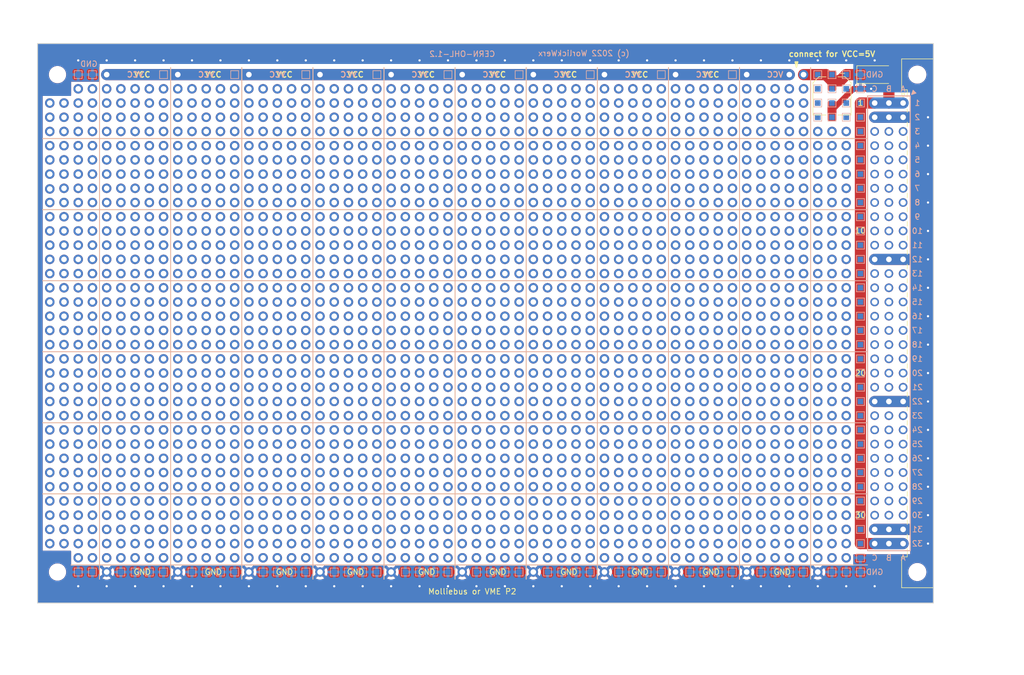
<source format=kicad_pcb>
(kicad_pcb (version 20211014) (generator pcbnew)
  (layers (0 "F.Cu" signal) (31 "B.Cu" signal) (34 "B.Paste" user) (35 "F.Paste" user) (36 "B.SilkS" user "B.Silkscreen") (37 "F.SilkS" user "F.Silkscreen") (38 "B.Mask" user) (39 "F.Mask" user) (44 "Edge.Cuts" user))
  (net 0 "")
  (net 1 "GND")
  (net 2 "5V")
  (net 3 "BUS5V")
  (net 4 "VCC")
  (footprint "lib:pingrid1x1_2.54" (layer "F.Cu") (at 191.81 81.03)
    (fp_text reference "REF**" hide)
    (fp_text value "pingrid1x1_2.54" hide)
  )
  (footprint "lib:pingrid1x1_2.54" (layer "F.Cu") (at 153.71 134.37)
    (fp_text reference "REF**" hide)
    (fp_text value "pingrid1x1_2.54" hide)
  )
  (footprint "lib:pingrid1x1_2.54" (layer "F.Cu") (at 97.83 114.05)
    (fp_text reference "REF**" hide)
    (fp_text value "pingrid1x1_2.54" hide)
  )
  (footprint "lib:pingrid1x1_2.54" (layer "F.Cu") (at 161.33 60.71)
    (fp_text reference "REF**" hide)
    (fp_text value "pingrid1x1_2.54" hide)
  )
  (footprint "lib:pingrid1x1_2.54" (layer "F.Cu") (at 161.33 116.59)
    (fp_text reference "REF**" hide)
    (fp_text value "pingrid1x1_2.54" hide)
  )
  (footprint "lib:pingrid1x1_2.54" (layer "F.Cu") (at 87.67 65.79)
    (fp_text reference "REF**" hide)
    (fp_text value "pingrid1x1_2.54" hide)
  )
  (footprint "lib:pingrid1x1_2.54" (layer "F.Cu") (at 67.35 108.97)
    (fp_text reference "REF**" hide)
    (fp_text value "pingrid1x1_2.54" hide)
  )
  (footprint "lib:pingrid1x1_2.54" (layer "F.Cu") (at 191.81 53.09)
    (fp_text reference "REF**" hide)
    (fp_text value "pingrid1x1_2.54" hide)
  )
  (footprint "lib:pingrid1x1_2.54" (layer "F.Cu") (at 74.97 86.11)
    (fp_text reference "REF**" hide)
    (fp_text value "pingrid1x1_2.54" hide)
  )
  (footprint "lib:pingrid1x1_2.54" (layer "F.Cu") (at 115.61 73.41)
    (fp_text reference "REF**" hide)
    (fp_text value "pingrid1x1_2.54" hide)
  )
  (footprint "lib:pingrid1x1_2.54" (layer "F.Cu") (at 153.71 81.03)
    (fp_text reference "REF**" hide)
    (fp_text value "pingrid1x1_2.54" hide)
  )
  (footprint "lib:pingrid1x1_2.54" (layer "F.Cu") (at 186.73 53.09)
    (fp_text reference "REF**" hide)
    (fp_text value "pingrid1x1_2.54" hide)
  )
  (footprint "lib:pingrid1x1_2.54" (layer "F.Cu") (at 174.03 60.71)
    (fp_text reference "REF**" hide)
    (fp_text value "pingrid1x1_2.54" hide)
  )
  (footprint "lib:pingrid1x1_2.54" (layer "F.Cu") (at 110.53 86.11)
    (fp_text reference "REF**" hide)
    (fp_text value "pingrid1x1_2.54" hide)
  )
  (footprint "lib:pingrid1x1_2.54" (layer "F.Cu") (at 105.45 83.57)
    (fp_text reference "REF**" hide)
    (fp_text value "pingrid1x1_2.54" hide)
  )
  (footprint "lib:pingrid1x1_2.54" (layer "F.Cu") (at 95.29 136.91)
    (fp_text reference "REF**" hide)
    (fp_text value "pingrid1x1_2.54" hide)
  )
  (footprint "lib:pingrid1x1_2.54" (layer "F.Cu") (at 176.57 116.59)
    (fp_text reference "REF**" hide)
    (fp_text value "pingrid1x1_2.54" hide)
  )
  (footprint "lib:pingrid1x1_2.54" (layer "F.Cu") (at 97.83 58.17)
    (fp_text reference "REF**" hide)
    (fp_text value "pingrid1x1_2.54" hide)
  )
  (footprint "lib:pingrid1x1_2.54" (layer "F.Cu") (at 158.79 126.75)
    (fp_text reference "REF**" hide)
    (fp_text value "pingrid1x1_2.54" hide)
  )
  (footprint "lib:pingrid1x1_2.54" (layer "F.Cu") (at 146.09 116.59)
    (fp_text reference "REF**" hide)
    (fp_text value "pingrid1x1_2.54" hide)
  )
  (footprint "lib:pingrid1x1_2.54" (layer "F.Cu") (at 194.35 83.57)
    (fp_text reference "REF**" hide)
    (fp_text value "pingrid1x1_2.54" hide)
  )
  (footprint "lib:pingrid1x1_2.54" (layer "F.Cu") (at 74.97 126.75)
    (fp_text reference "REF**" hide)
    (fp_text value "pingrid1x1_2.54" hide)
  )
  (footprint "lib:pingrid1x1_2.54" (layer "F.Cu") (at 161.33 58.17)
    (fp_text reference "REF**" hide)
    (fp_text value "pingrid1x1_2.54" hide)
  )
  (footprint "lib:pingrid1x1_2.54" (layer "F.Cu") (at 194.35 86.11)
    (fp_text reference "REF**" hide)
    (fp_text value "pingrid1x1_2.54" hide)
  )
  (footprint "lib:pingrid1x1_2.54" (layer "F.Cu") (at 174.03 55.63)
    (fp_text reference "REF**" hide)
    (fp_text value "pingrid1x1_2.54" hide)
  )
  (footprint "lib:pingrid1x1_2.54" (layer "F.Cu") (at 133.39 106.43)
    (fp_text reference "REF**" hide)
    (fp_text value "pingrid1x1_2.54" hide)
  )
  (footprint "lib:pingrid1x1_2.54" (layer "F.Cu") (at 125.77 70.87)
    (fp_text reference "REF**" hide)
    (fp_text value "pingrid1x1_2.54" hide)
  )
  (footprint "lib:pingrid1x1_2.54" (layer "F.Cu") (at 110.53 68.33)
    (fp_text reference "REF**" hide)
    (fp_text value "pingrid1x1_2.54" hide)
  )
  (footprint "lib:pingrid1x1_2.54" (layer "F.Cu") (at 77.51 93.73)
    (fp_text reference "REF**" hide)
    (fp_text value "pingrid1x1_2.54" hide)
  )
  (footprint "lib:pingrid1x1_2.54" (layer "F.Cu") (at 163.87 129.29)
    (fp_text reference "REF**" hide)
    (fp_text value "pingrid1x1_2.54" hide)
  )
  (footprint "lib:pingrid1x1_2.54" (layer "F.Cu") (at 189.27 93.73)
    (fp_text reference "REF**" hide)
    (fp_text value "pingrid1x1_2.54" hide)
  )
  (footprint "lib:pingrid1x1_2.54" (layer "F.Cu") (at 143.55 93.73)
    (fp_text reference "REF**" hide)
    (fp_text value "pingrid1x1_2.54" hide)
  )
  (footprint "lib:pingrid1x1_2.54" (layer "F.Cu") (at 67.35 126.75)
    (fp_text reference "REF**" hide)
    (fp_text value "pingrid1x1_2.54" hide)
  )
  (footprint "lib:pingrid1x1_2.54" (layer "F.Cu") (at 146.09 126.75)
    (fp_text reference "REF**" hide)
    (fp_text value "pingrid1x1_2.54" hide)
  )
  (footprint "lib:pingrid1x1_2.54" (layer "F.Cu") (at 62.27 83.57)
    (fp_text reference "REF**" hide)
    (fp_text value "pingrid1x1_2.54" hide)
  )
  (footprint "lib:pingrid1x1_2.54" (layer "F.Cu") (at 82.59 86.11)
    (fp_text reference "REF**" hide)
    (fp_text value "pingrid1x1_2.54" hide)
  )
  (footprint "lib:pingrid1x1_2.54" (layer "F.Cu") (at 110.53 98.81)
    (fp_text reference "REF**" hide)
    (fp_text value "pingrid1x1_2.54" hide)
  )
  (footprint "lib:pingrid1x1_2.54" (layer "F.Cu") (at 138.47 60.71)
    (fp_text reference "REF**" hide)
    (fp_text value "pingrid1x1_2.54" hide)
  )
  (footprint "lib:pingrid1x1_2.54" (layer "F.Cu") (at 85.13 119.13)
    (fp_text reference "REF**" hide)
    (fp_text value "pingrid1x1_2.54" hide)
  )
  (footprint "lib:pingrid1x1_2.54" (layer "F.Cu") (at 161.33 126.75)
    (fp_text reference "REF**" hide)
    (fp_text value "pingrid1x1_2.54" hide)
  )
  (footprint "lib:pingrid1x1_2.54" (layer "F.Cu") (at 189.27 124.21)
    (fp_text reference "REF**" hide)
    (fp_text value "pingrid1x1_2.54" hide)
  )
  (footprint "lib:pingrid1x1_2.54" (layer "F.Cu") (at 92.75 111.51)
    (fp_text reference "REF**" hide)
    (fp_text value "pingrid1x1_2.54" hide)
  )
  (footprint "lib:pingrid1x1_2.54" (layer "F.Cu") (at 92.75 63.25)
    (fp_text reference "REF**" hide)
    (fp_text value "pingrid1x1_2.54" hide)
  )
  (footprint "lib:pingrid1x1_2.54" (layer "F.Cu") (at 153.71 98.81)
    (fp_text reference "REF**" hide)
    (fp_text value "pingrid1x1_2.54" hide)
  )
  (footprint "lib:pingrid1x1_2.54" (layer "F.Cu") (at 151.17 131.83)
    (fp_text reference "REF**" hide)
    (fp_text value "pingrid1x1_2.54" hide)
  )
  (footprint "lib:pingrid1x1_2.54" (layer "F.Cu") (at 130.85 134.37)
    (fp_text reference "REF**" hide)
    (fp_text value "pingrid1x1_2.54" hide)
  )
  (footprint "lib:pingrid1x1_2.54" (layer "F.Cu") (at 105.45 50.55)
    (fp_text reference "REF**" hide)
    (fp_text value "pingrid1x1_2.54" hide)
  )
  (footprint "lib:pingrid1x1_2.54" (layer "F.Cu") (at 64.81 68.33)
    (fp_text reference "REF**" hide)
    (fp_text value "pingrid1x1_2.54" hide)
  )
  (footprint "lib:pingrid1x1_2.54" (layer "F.Cu") (at 110.53 136.91)
    (fp_text reference "REF**" hide)
    (fp_text value "pingrid1x1_2.54" hide)
  )
  (footprint "lib:pingrid1x1_2.54" (layer "F.Cu") (at 72.43 111.51)
    (fp_text reference "REF**" hide)
    (fp_text value "pingrid1x1_2.54" hide)
  )
  (footprint "lib:pingrid1x1_2.54" (layer "F.Cu") (at 141.01 75.95)
    (fp_text reference "REF**" hide)
    (fp_text value "pingrid1x1_2.54" hide)
  )
  (footprint "lib:pingrid1x1_2.54" (layer "F.Cu") (at 87.67 124.21)
    (fp_text reference "REF**" hide)
    (fp_text value "pingrid1x1_2.54" hide)
  )
  (footprint "lib:pingrid1x1_2.54" (layer "F.Cu") (at 105.45 139.45)
    (fp_text reference "REF**" hide)
    (fp_text value "pingrid1x1_2.54" hide)
  )
  (footprint "lib:pingrid1x1_2.54" (layer "F.Cu") (at 174.03 86.11)
    (fp_text reference "REF**" hide)
    (fp_text value "pingrid1x1_2.54" hide)
  )
  (footprint "lib:pingrid1x1_2.54" (layer "F.Cu") (at 123.23 53.09)
    (fp_text reference "REF**" hide)
    (fp_text value "pingrid1x1_2.54" hide)
  )
  (footprint "lib:pingrid1x1_2.54" (layer "F.Cu") (at 80.05 116.59)
    (fp_text reference "REF**" hide)
    (fp_text value "pingrid1x1_2.54" hide)
  )
  (footprint "lib:pingrid1x1_2.54" (layer "F.Cu") (at 113.07 114.05)
    (fp_text reference "REF**" hide)
    (fp_text value "pingrid1x1_2.54" hide)
  )
  (footprint "lib:pingrid1x1_2.54" (layer "F.Cu") (at 163.87 88.65)
    (fp_text reference "REF**" hide)
    (fp_text value "pingrid1x1_2.54" hide)
  )
  (footprint "lib:pingrid1x1_2.54" (layer "F.Cu") (at 118.15 88.65)
    (fp_text reference "REF**" hide)
    (fp_text value "pingrid1x1_2.54" hide)
  )
  (footprint "lib:pingrid1x1_2.54" (layer "F.Cu") (at 67.35 98.81)
    (fp_text reference "REF**" hide)
    (fp_text value "pingrid1x1_2.54" hide)
  )
  (footprint "lib:pingrid1x1_2.54" (layer "F.Cu") (at 174.03 108.97)
    (fp_text reference "REF**" hide)
    (fp_text value "pingrid1x1_2.54" hide)
  )
  (footprint "lib:pingrid1x1_2.54" (layer "F.Cu") (at 130.85 121.67)
    (fp_text reference "REF**" hide)
    (fp_text value "pingrid1x1_2.54" hide)
  )
  (footprint "lib:pingrid1x1_2.54" (layer "F.Cu") (at 186.73 88.65)
    (fp_text reference "REF**" hide)
    (fp_text value "pingrid1x1_2.54" hide)
  )
  (footprint "lib:pingrid1x1_2.54" (layer "F.Cu") (at 85.13 91.19)
    (fp_text reference "REF**" hide)
    (fp_text value "pingrid1x1_2.54" hide)
  )
  (footprint "lib:pingrid1x1_2.54" (layer "F.Cu") (at 184.19 75.95)
    (fp_text reference "REF**" hide)
    (fp_text value "pingrid1x1_2.54" hide)
  )
  (footprint "lib:pingrid1x1_2.54" (layer "F.Cu") (at 72.43 106.43)
    (fp_text reference "REF**" hide)
    (fp_text value "pingrid1x1_2.54" hide)
  )
  (footprint "lib:pingrid1x1_2.54" (layer "F.Cu") (at 107.99 96.27)
    (fp_text reference "REF**" hide)
    (fp_text value "pingrid1x1_2.54" hide)
  )
  (footprint "lib:pingrid1x1_2.54" (layer "F.Cu") (at 95.29 121.67)
    (fp_text reference "REF**" hide)
    (fp_text value "pingrid1x1_2.54" hide)
  )
  (footprint "lib:pingrid1x1_2.54" (layer "F.Cu") (at 102.91 116.59)
    (fp_text reference "REF**" hide)
    (fp_text value "pingrid1x1_2.54" hide)
  )
  (footprint "lib:pingrid1x1_2.54" (layer "F.Cu") (at 107.99 70.87)
    (fp_text reference "REF**" hide)
    (fp_text value "pingrid1x1_2.54" hide)
  )
  (footprint "lib:pingrid1x1_2.54" (layer "F.Cu") (at 105.45 136.91)
    (fp_text reference "REF**" hide)
    (fp_text value "pingrid1x1_2.54" hide)
  )
  (footprint "lib:pingrid1x1_2.54" (layer "F.Cu") (at 135.93 73.41)
    (fp_text reference "REF**" hide)
    (fp_text value "pingrid1x1_2.54" hide)
  )
  (footprint "lib:pingrid1x1_2.54" (layer "F.Cu") (at 102.91 68.33)
    (fp_text reference "REF**" hide)
    (fp_text value "pingrid1x1_2.54" hide)
  )
  (footprint "lib:pingrid1x1_2.54" (layer "F.Cu") (at 174.03 81.03)
    (fp_text reference "REF**" hide)
    (fp_text value "pingrid1x1_2.54" hide)
  )
  (footprint "lib:pingrid1x1_2.54" (layer "F.Cu") (at 85.13 116.59)
    (fp_text reference "REF**" hide)
    (fp_text value "pingrid1x1_2.54" hide)
  )
  (footprint "lib:pingrid1x1_2.54" (layer "F.Cu") (at 196.89 116.59)
    (fp_text reference "REF**" hide)
    (fp_text value "pingrid1x1_2.54" hide)
  )
  (footprint "lib:pingrid1x1_2.54" (layer "F.Cu") (at 189.27 111.51)
    (fp_text reference "REF**" hide)
    (fp_text value "pingrid1x1_2.54" hide)
  )
  (footprint "lib:pingrid1x1_2.54" (layer "F.Cu") (at 105.45 101.35)
    (fp_text reference "REF**" hide)
    (fp_text value "pingrid1x1_2.54" hide)
  )
  (footprint "lib:pingrid1x1_2.54" (layer "F.Cu") (at 163.87 55.63)
    (fp_text reference "REF**" hide)
    (fp_text value "pingrid1x1_2.54" hide)
  )
  (footprint "lib:pingrid1x1_2.54" (layer "F.Cu") (at 118.15 139.45)
    (fp_text reference "REF**" hide)
    (fp_text value "pingrid1x1_2.54" hide)
  )
  (footprint "lib:pingrid1x1_2.54" (layer "F.Cu") (at 97.83 111.51)
    (fp_text reference "REF**" hide)
    (fp_text value "pingrid1x1_2.54" hide)
  )
  (footprint "lib:pingrid1x1_2.54" (layer "F.Cu") (at 57.19 134.37)
    (fp_text reference "REF**" hide)
    (fp_text value "pingrid1x1_2.54" hide)
  )
  (footprint "lib:pingrid1x1_2.54" (layer "F.Cu") (at 57.19 68.33)
    (fp_text reference "REF**" hide)
    (fp_text value "pingrid1x1_2.54" hide)
  )
  (footprint "lib:pingrid1x1_2.54" (layer "F.Cu") (at 130.85 136.91)
    (fp_text reference "REF**" hide)
    (fp_text value "pingrid1x1_2.54" hide)
  )
  (footprint "lib:pingrid1x1_2.54" (layer "F.Cu") (at 146.09 83.57)
    (fp_text reference "REF**" hide)
    (fp_text value "pingrid1x1_2.54" hide)
  )
  (footprint "lib:pingrid1x1_2.54" (layer "F.Cu") (at 64.81 101.35)
    (fp_text reference "REF**" hide)
    (fp_text value "pingrid1x1_2.54" hide)
  )
  (footprint "lib:pingrid1x1_2.54" (layer "F.Cu") (at 100.37 88.65)
    (fp_text reference "REF**" hide)
    (fp_text value "pingrid1x1_2.54" hide)
  )
  (footprint "lib:pingrid1x1_2.54" (layer "F.Cu") (at 196.89 60.71)
    (fp_text reference "REF**" hide)
    (fp_text value "pingrid1x1_2.54" hide)
  )
  (footprint "lib:pingrid1x1_2.54" (layer "F.Cu") (at 151.17 116.59)
    (fp_text reference "REF**" hide)
    (fp_text value "pingrid1x1_2.54" hide)
  )
  (footprint "lib:pingrid1x1_2.54" (layer "F.Cu") (at 158.79 129.29)
    (fp_text reference "REF**" hide)
    (fp_text value "pingrid1x1_2.54" hide)
  )
  (footprint "lib:pingrid1x1_2.54" (layer "F.Cu") (at 100.37 65.79)
    (fp_text reference "REF**" hide)
    (fp_text value "pingrid1x1_2.54" hide)
  )
  (footprint "lib:pingrid1x1_2.54" (layer "F.Cu") (at 130.85 108.97)
    (fp_text reference "REF**" hide)
    (fp_text value "pingrid1x1_2.54" hide)
  )
  (footprint "lib:pingrid1x1_2.54" (layer "F.Cu") (at 67.35 88.65)
    (fp_text reference "REF**" hide)
    (fp_text value "pingrid1x1_2.54" hide)
  )
  (footprint "lib:pingrid1x1_2.54" (layer "F.Cu") (at 171.49 68.33)
    (fp_text reference "REF**" hide)
    (fp_text value "pingrid1x1_2.54" hide)
  )
  (footprint "lib:pingrid1x1_2.54" (layer "F.Cu") (at 166.41 111.51)
    (fp_text reference "REF**" hide)
    (fp_text value "pingrid1x1_2.54" hide)
  )
  (footprint "lib:pingrid1x1_2.54" (layer "F.Cu") (at 179.11 83.57)
    (fp_text reference "REF**" hide)
    (fp_text value "pingrid1x1_2.54" hide)
  )
  (footprint "lib:pingrid1x1_2.54" (layer "F.Cu") (at 184.19 126.75)
    (fp_text reference "REF**" hide)
    (fp_text value "pingrid1x1_2.54" hide)
  )
  (footprint "lib:pingrid1x1_2.54" (layer "F.Cu") (at 168.95 93.73)
    (fp_text reference "REF**" hide)
    (fp_text value "pingrid1x1_2.54" hide)
  )
  (footprint "lib:pingrid1x1_2.54" (layer "F.Cu") (at 123.23 65.79)
    (fp_text reference "REF**" hide)
    (fp_text value "pingrid1x1_2.54" hide)
  )
  (footprint "lib:pingrid1x1_2.54" (layer "F.Cu") (at 181.65 55.63)
    (fp_text reference "REF**" hide)
    (fp_text value "pingrid1x1_2.54" hide)
  )
  (footprint "lib:pingrid1x1_2.54" (layer "F.Cu") (at 72.43 58.17)
    (fp_text reference "REF**" hide)
    (fp_text value "pingrid1x1_2.54" hide)
  )
  (footprint "lib:pingrid1x1_2.54" (layer "F.Cu") (at 141.01 83.57)
    (fp_text reference "REF**" hide)
    (fp_text value "pingrid1x1_2.54" hide)
  )
  (footprint "lib:pingrid1x1_2.54" (layer "F.Cu") (at 168.95 91.19)
    (fp_text reference "REF**" hide)
    (fp_text value "pingrid1x1_2.54" hide)
  )
  (footprint "lib:pingrid1x1_2.54" (layer "F.Cu") (at 57.19 98.81)
    (fp_text reference "REF**" hide)
    (fp_text value "pingrid1x1_2.54" hide)
  )
  (footprint "lib:pingrid1x1_2.54" (layer "F.Cu") (at 64.81 98.81)
    (fp_text reference "REF**" hide)
    (fp_text value "pingrid1x1_2.54" hide)
  )
  (footprint "lib:pingrid1x1_2.54" (layer "F.Cu") (at 191.81 70.87)
    (fp_text reference "REF**" hide)
    (fp_text value "pingrid1x1_2.54" hide)
  )
  (footprint "lib:pingrid1x1_2.54" (layer "F.Cu") (at 196.89 86.11)
    (fp_text reference "REF**" hide)
    (fp_text value "pingrid1x1_2.54" hide)
  )
  (footprint "lib:pingrid1x1_2.54" (layer "F.Cu") (at 110.53 116.59)
    (fp_text reference "REF**" hide)
    (fp_text value "pingrid1x1_2.54" hide)
  )
  (footprint "lib:pingrid1x1_2.54" (layer "F.Cu") (at 113.07 75.95)
    (fp_text reference "REF**" hide)
    (fp_text value "pingrid1x1_2.54" hide)
  )
  (footprint "lib:pingrid1x1_2.54" (layer "F.Cu") (at 196.89 108.97)
    (fp_text reference "REF**" hide)
    (fp_text value "pingrid1x1_2.54" hide)
  )
  (footprint "lib:pingrid1x1_2.54" (layer "F.Cu") (at 90.21 98.81)
    (fp_text reference "REF**" hide)
    (fp_text value "pingrid1x1_2.54" hide)
  )
  (footprint "lib:pingrid1x1_2.54" (layer "F.Cu") (at 87.67 58.17)
    (fp_text reference "REF**" hide)
    (fp_text value "pingrid1x1_2.54" hide)
  )
  (footprint "lib:pingrid1x1_2.54" (layer "F.Cu") (at 176.57 91.19)
    (fp_text reference "REF**" hide)
    (fp_text value "pingrid1x1_2.54" hide)
  )
  (footprint "lib:pingrid1x1_2.54" (layer "F.Cu") (at 113.07 60.71)
    (fp_text reference "REF**" hide)
    (fp_text value "pingrid1x1_2.54" hide)
  )
  (footprint "lib:pingrid1x1_2.54" (layer "F.Cu") (at 151.17 58.17)
    (fp_text reference "REF**" hide)
    (fp_text value "pingrid1x1_2.54" hide)
  )
  (footprint "lib:pingrid1x1_2.54" (layer "F.Cu") (at 125.77 121.67)
    (fp_text reference "REF**" hide)
    (fp_text value "pingrid1x1_2.54" hide)
  )
  (footprint "lib:pingrid1x1_2.54" (layer "F.Cu") (at 156.25 98.81)
    (fp_text reference "REF**" hide)
    (fp_text value "pingrid1x1_2.54" hide)
  )
  (footprint "lib:pingrid1x1_2.54" (layer "F.Cu") (at 135.93 88.65)
    (fp_text reference "REF**" hide)
    (fp_text value "pingrid1x1_2.54" hide)
  )
  (footprint "lib:pingrid1x1_2.54" (layer "F.Cu") (at 67.35 124.21)
    (fp_text reference "REF**" hide)
    (fp_text value "pingrid1x1_2.54" hide)
  )
  (footprint "lib:pingrid1x1_2.54" (layer "F.Cu") (at 128.31 114.05)
    (fp_text reference "REF**" hide)
    (fp_text value "pingrid1x1_2.54" hide)
  )
  (footprint "lib:pingrid1x1_2.54" (layer "F.Cu") (at 148.63 93.73)
    (fp_text reference "REF**" hide)
    (fp_text value "pingrid1x1_2.54" hide)
  )
  (footprint "lib:pingrid1x1_2.54" (layer "F.Cu") (at 107.99 124.21)
    (fp_text reference "REF**" hide)
    (fp_text value "pingrid1x1_2.54" hide)
  )
  (footprint "lib:pingrid1x1_2.54" (layer "F.Cu") (at 69.89 86.11)
    (fp_text reference "REF**" hide)
    (fp_text value "pingrid1x1_2.54" hide)
  )
  (footprint "lib:pingrid1x1_2.54" (layer "F.Cu") (at 118.15 114.05)
    (fp_text reference "REF**" hide)
    (fp_text value "pingrid1x1_2.54" hide)
  )
  (footprint "lib:pingrid1x1_2.54" (layer "F.Cu") (at 92.75 103.89)
    (fp_text reference "REF**" hide)
    (fp_text value "pingrid1x1_2.54" hide)
  )
  (footprint "lib:pingrid1x1_2.54" (layer "F.Cu") (at 135.93 53.09)
    (fp_text reference "REF**" hide)
    (fp_text value "pingrid1x1_2.54" hide)
  )
  (footprint "lib:pingrid1x1_2.54" (layer "F.Cu") (at 82.59 96.27)
    (fp_text reference "REF**" hide)
    (fp_text value "pingrid1x1_2.54" hide)
  )
  (footprint "lib:pingrid1x1_2.54" (layer "F.Cu") (at 161.33 111.51)
    (fp_text reference "REF**" hide)
    (fp_text value "pingrid1x1_2.54" hide)
  )
  (footprint "lib:pingrid1x1_2.54" (layer "F.Cu") (at 179.11 106.43)
    (fp_text reference "REF**" hide)
    (fp_text value "pingrid1x1_2.54" hide)
  )
  (footprint "lib:pingrid1x1_2.54" (layer "F.Cu") (at 189.27 68.33)
    (fp_text reference "REF**" hide)
    (fp_text value "pingrid1x1_2.54" hide)
  )
  (footprint "lib:pingrid1x1_2.54" (layer "F.Cu") (at 166.41 73.41)
    (fp_text reference "REF**" hide)
    (fp_text value "pingrid1x1_2.54" hide)
  )
  (footprint "lib:pingrid1x1_2.54" (layer "F.Cu") (at 186.73 63.25)
    (fp_text reference "REF**" hide)
    (fp_text value "pingrid1x1_2.54" hide)
  )
  (footprint "lib:pingrid1x1_2.54" (layer "F.Cu") (at 161.33 101.35)
    (fp_text reference "REF**" hide)
    (fp_text value "pingrid1x1_2.54" hide)
  )
  (footprint "lib:pingrid1x1_2.54" (layer "F.Cu") (at 59.73 129.29)
    (fp_text reference "REF**" hide)
    (fp_text value "pingrid1x1_2.54" hide)
  )
  (footprint "lib:pingrid1x1_2.54" (layer "F.Cu") (at 163.87 60.71)
    (fp_text reference "REF**" hide)
    (fp_text value "pingrid1x1_2.54" hide)
  )
  (footprint "lib:pingrid1x1_2.54" (layer "F.Cu") (at 120.69 53.09)
    (fp_text reference "REF**" hide)
    (fp_text value "pingrid1x1_2.54" hide)
  )
  (footprint "lib:pingrid1x1_2.54" (layer "F.Cu") (at 85.13 86.11)
    (fp_text reference "REF**" hide)
    (fp_text value "pingrid1x1_2.54" hide)
  )
  (footprint "lib:pingrid1x1_2.54" (layer "F.Cu") (at 181.65 70.87)
    (fp_text reference "REF**" hide)
    (fp_text value "pingrid1x1_2.54" hide)
  )
  (footprint "lib:pingrid1x1_2.54" (layer "F.Cu") (at 151.17 60.71)
    (fp_text reference "REF**" hide)
    (fp_text value "pingrid1x1_2.54" hide)
  )
  (footprint "lib:pingrid1x1_2.54" (layer "F.Cu") (at 130.85 111.51)
    (fp_text reference "REF**" hide)
    (fp_text value "pingrid1x1_2.54" hide)
  )
  (footprint "lib:pingrid1x1_2.54" (layer "F.Cu") (at 87.67 75.95)
    (fp_text reference "REF**" hide)
    (fp_text value "pingrid1x1_2.54" hide)
  )
  (footprint "lib:pingrid1x1_2.54" (layer "F.Cu") (at 176.57 106.43)
    (fp_text reference "REF**" hide)
    (fp_text value "pingrid1x1_2.54" hide)
  )
  (footprint "lib:pingrid1x1_2.54" (layer "F.Cu") (at 67.35 63.25)
    (fp_text reference "REF**" hide)
    (fp_text value "pingrid1x1_2.54" hide)
  )
  (footprint "lib:pingrid1x1_2.54" (layer "F.Cu") (at 102.91 73.41)
    (fp_text reference "REF**" hide)
    (fp_text value "pingrid1x1_2.54" hide)
  )
  (footprint "lib:pingrid1x1_2.54" (layer "F.Cu") (at 64.81 75.95)
    (fp_text reference "REF**" hide)
    (fp_text value "pingrid1x1_2.54" hide)
  )
  (footprint "lib:pingrid1x1_2.54" (layer "F.Cu") (at 148.63 60.71)
    (fp_text reference "REF**" hide)
    (fp_text value "pingrid1x1_2.54" hide)
  )
  (footprint "lib:pingrid1x1_2.54" (layer "F.Cu") (at 181.65 136.91)
    (fp_text reference "REF**" hide)
    (fp_text value "pingrid1x1_2.54" hide)
  )
  (footprint "lib:pingrid1x1_2.54" (layer "F.Cu") (at 171.49 119.13)
    (fp_text reference "REF**" hide)
    (fp_text value "pingrid1x1_2.54" hide)
  )
  (footprint "lib:pingrid1x1_2.54" (layer "F.Cu") (at 133.39 114.05)
    (fp_text reference "REF**" hide)
    (fp_text value "pingrid1x1_2.54" hide)
  )
  (footprint "lib:pingrid1x1_2.54" (layer "F.Cu") (at 184.19 53.09)
    (fp_text reference "REF**" hide)
    (fp_text value "pingrid1x1_2.54" hide)
  )
  (footprint "lib:pingrid1x1_2.54" (layer "F.Cu") (at 85.13 129.29)
    (fp_text reference "REF**" hide)
    (fp_text value "pingrid1x1_2.54" hide)
  )
  (footprint "lib:pingrid1x1_2.54" (layer "F.Cu") (at 156.25 55.63)
    (fp_text reference "REF**" hide)
    (fp_text value "pingrid1x1_2.54" hide)
  )
  (footprint "lib:pingrid1x1_2.54" (layer "F.Cu") (at 95.29 124.21)
    (fp_text reference "REF**" hide)
    (fp_text value "pingrid1x1_2.54" hide)
  )
  (footprint "lib:pingrid1x1_2.54" (layer "F.Cu") (at 189.27 88.65)
    (fp_text reference "REF**" hide)
    (fp_text value "pingrid1x1_2.54" hide)
  )
  (footprint "lib:pingrid1x1_2.54" (layer "F.Cu") (at 148.63 121.67)
    (fp_text reference "REF**" hide)
    (fp_text value "pingrid1x1_2.54" hide)
  )
  (footprint "lib:pingrid1x1_2.54" (layer "F.Cu") (at 194.35 119.13)
    (fp_text reference "REF**" hide)
    (fp_text value "pingrid1x1_2.54" hide)
  )
  (footprint "lib:pingrid1x1_2.54" (layer "F.Cu") (at 143.55 119.13)
    (fp_text reference "REF**" hide)
    (fp_text value "pingrid1x1_2.54" hide)
  )
  (footprint "lib:pingrid1x1_2.54" (layer "F.Cu") (at 85.13 103.89)
    (fp_text reference "REF**" hide)
    (fp_text value "pingrid1x1_2.54" hide)
  )
  (footprint "lib:pingrid1x1_2.54" (layer "F.Cu") (at 87.67 63.25)
    (fp_text reference "REF**" hide)
    (fp_text value "pingrid1x1_2.54" hide)
  )
  (footprint "lib:pingrid1x1_2.54" (layer "F.Cu") (at 95.29 68.33)
    (fp_text reference "REF**" hide)
    (fp_text value "pingrid1x1_2.54" hide)
  )
  (footprint "lib:pingrid1x1_2.54" (layer "F.Cu") (at 151.17 134.37)
    (fp_text reference "REF**" hide)
    (fp_text value "pingrid1x1_2.54" hide)
  )
  (footprint "lib:pingrid1x1_2.54" (layer "F.Cu") (at 107.99 75.95)
    (fp_text reference "REF**" hide)
    (fp_text value "pingrid1x1_2.54" hide)
  )
  (footprint "lib:pingrid1x1_2.54" (layer "F.Cu") (at 87.67 108.97)
    (fp_text reference "REF**" hide)
    (fp_text value "pingrid1x1_2.54" hide)
  )
  (footprint "lib:pingrid1x1_2.54" (layer "F.Cu") (at 184.19 91.19)
    (fp_text reference "REF**" hide)
    (fp_text value "pingrid1x1_2.54" hide)
  )
  (footprint "lib:pingrid1x1_2.54" (layer "F.Cu") (at 141.01 53.09)
    (fp_text reference "REF**" hide)
    (fp_text value "pingrid1x1_2.54" hide)
  )
  (footprint "lib:pingrid1x1_2.54" (layer "F.Cu") (at 77.51 119.13)
    (fp_text reference "REF**" hide)
    (fp_text value "pingrid1x1_2.54" hide)
  )
  (footprint "lib:pingrid1x1_2.54" (layer "F.Cu") (at 163.87 136.91)
    (fp_text reference "REF**" hide)
    (fp_text value "pingrid1x1_2.54" hide)
  )
  (footprint "lib:pingrid1x1_2.54" (layer "F.Cu") (at 123.23 75.95)
    (fp_text reference "REF**" hide)
    (fp_text value "pingrid1x1_2.54" hide)
  )
  (footprint "lib:pingrid1x1_2.54" (layer "F.Cu") (at 107.99 129.29)
    (fp_text reference "REF**" hide)
    (fp_text value "pingrid1x1_2.54" hide)
  )
  (footprint "lib:pingrid1x1_2.54" (layer "F.Cu") (at 186.73 68.33)
    (fp_text reference "REF**" hide)
    (fp_text value "pingrid1x1_2.54" hide)
  )
  (footprint "lib:pingrid1x1_2.54" (layer "F.Cu") (at 176.57 88.65)
    (fp_text reference "REF**" hide)
    (fp_text value "pingrid1x1_2.54" hide)
  )
  (footprint "lib:pingrid1x1_2.54" (layer "F.Cu") (at 135.93 103.89)
    (fp_text reference "REF**" hide)
    (fp_text value "pingrid1x1_2.54" hide)
  )
  (footprint "lib:pingrid1x1_2.54" (layer "F.Cu") (at 151.17 81.03)
    (fp_text reference "REF**" hide)
    (fp_text value "pingrid1x1_2.54" hide)
  )
  (footprint "lib:pingrid1x1_2.54" (layer "F.Cu") (at 102.91 114.05)
    (fp_text reference "REF**" hide)
    (fp_text value "pingrid1x1_2.54" hide)
  )
  (footprint "lib:pingrid1x1_2.54" (layer "F.Cu") (at 158.79 70.87)
    (fp_text reference "REF**" hide)
    (fp_text value "pingrid1x1_2.54" hide)
  )
  (footprint "lib:pingrid1x1_2.54" (layer "F.Cu") (at 171.49 111.51)
    (fp_text reference "REF**" hide)
    (fp_text value "pingrid1x1_2.54" hide)
  )
  (footprint "lib:pingrid1x1_2.54" (layer "F.Cu") (at 120.69 111.51)
    (fp_text reference "REF**" hide)
    (fp_text value "pingrid1x1_2.54" hide)
  )
  (footprint "lib:pingrid1x1_2.54" (layer "F.Cu") (at 130.85 75.95)
    (fp_text reference "REF**" hide)
    (fp_text value "pingrid1x1_2.54" hide)
  )
  (footprint "lib:pingrid1x1_2.54" (layer "F.Cu") (at 85.13 131.83)
    (fp_text reference "REF**" hide)
    (fp_text value "pingrid1x1_2.54" hide)
  )
  (footprint "lib:pingrid1x1_2.54" (layer "F.Cu") (at 123.23 96.27)
    (fp_text reference "REF**" hide)
    (fp_text value "pingrid1x1_2.54" hide)
  )
  (footprint "lib:pingrid1x1_2.54" (layer "F.Cu") (at 151.17 88.65)
    (fp_text reference "REF**" hide)
    (fp_text value "pingrid1x1_2.54" hide)
  )
  (footprint "lib:pingrid1x1_2.54" (layer "F.Cu") (at 191.81 134.37)
    (fp_text reference "REF**" hide)
    (fp_text value "pingrid1x1_2.54" hide)
  )
  (footprint "lib:pingrid1x1_2.54" (layer "F.Cu") (at 120.69 126.75)
    (fp_text reference "REF**" hide)
    (fp_text value "pingrid1x1_2.54" hide)
  )
  (footprint "lib:pingrid1x1_2.54" (layer "F.Cu") (at 171.49 98.81)
    (fp_text reference "REF**" hide)
    (fp_text value "pingrid1x1_2.54" hide)
  )
  (footprint "lib:pingrid1x1_2.54" (layer "F.Cu") (at 158.79 103.89)
    (fp_text reference "REF**" hide)
    (fp_text value "pingrid1x1_2.54" hide)
  )
  (footprint "lib:pingrid1x1_2.54" (layer "F.Cu") (at 110.53 83.57)
    (fp_text reference "REF**" hide)
    (fp_text value "pingrid1x1_2.54" hide)
  )
  (footprint "lib:pingrid1x1_2.54" (layer "F.Cu") (at 181.65 65.79)
    (fp_text reference "REF**" hide)
    (fp_text value "pingrid1x1_2.54" hide)
  )
  (footprint "lib:pingrid1x1_2.54" (layer "F.Cu") (at 168.95 86.11)
    (fp_text reference "REF**" hide)
    (fp_text value "pingrid1x1_2.54" hide)
  )
  (footprint "lib:pingrid1x1_2.54" (layer "F.Cu") (at 74.97 134.37)
    (fp_text reference "REF**" hide)
    (fp_text value "pingrid1x1_2.54" hide)
  )
  (footprint "lib:pingrid1x1_2.54" (layer "F.Cu") (at 181.65 88.65)
    (fp_text reference "REF**" hide)
    (fp_text value "pingrid1x1_2.54" hide)
  )
  (footprint "lib:pingrid1x1_2.54" (layer "F.Cu") (at 59.73 121.67)
    (fp_text reference "REF**" hide)
    (fp_text value "pingrid1x1_2.54" hide)
  )
  (footprint "lib:pingrid1x1_2.54" (layer "F.Cu") (at 199.43 134.37)
    (fp_text reference "REF**" hide)
    (fp_text value "pingrid1x1_2.54" hide)
  )
  (footprint "lib:pingrid1x1_2.54" (layer "F.Cu") (at 62.27 126.75)
    (fp_text reference "REF**" hide)
    (fp_text value "pingrid1x1_2.54" hide)
  )
  (footprint "lib:pingrid1x1_2.54" (layer "F.Cu") (at 158.79 114.05)
    (fp_text reference "REF**" hide)
    (fp_text value "pingrid1x1_2.54" hide)
  )
  (footprint "lib:pingrid1x1_2.54" (layer "F.Cu") (at 82.59 73.41)
    (fp_text reference "REF**" hide)
    (fp_text value "pingrid1x1_2.54" hide)
  )
  (footprint "lib:pingrid1x1_2.54" (layer "F.Cu") (at 72.43 86.11)
    (fp_text reference "REF**" hide)
    (fp_text value "pingrid1x1_2.54" hide)
  )
  (footprint "lib:pingrid1x1_2.54" (layer "F.Cu") (at 148.63 131.83)
    (fp_text reference "REF**" hide)
    (fp_text value "pingrid1x1_2.54" hide)
  )
  (footprint "lib:pingrid1x1_2.54" (layer "F.Cu") (at 186.73 98.81)
    (fp_text reference "REF**" hide)
    (fp_text value "pingrid1x1_2.54" hide)
  )
  (footprint "lib:pingrid1x1_2.54" (layer "F.Cu") (at 105.45 88.65)
    (fp_text reference "REF**" hide)
    (fp_text value "pingrid1x1_2.54" hide)
  )
  (footprint "lib:pingrid1x1_2.54" (layer "F.Cu") (at 107.99 126.75)
    (fp_text reference "REF**" hide)
    (fp_text value "pingrid1x1_2.54" hide)
  )
  (footprint "lib:pingrid1x1_2.54" (layer "F.Cu") (at 176.57 111.51)
    (fp_text reference "REF**" hide)
    (fp_text value "pingrid1x1_2.54" hide)
  )
  (footprint "lib:pingrid1x1_2.54" (layer "F.Cu") (at 133.39 68.33)
    (fp_text reference "REF**" hide)
    (fp_text value "pingrid1x1_2.54" hide)
  )
  (footprint "lib:pingrid1x1_2.54" (layer "F.Cu") (at 69.89 91.19)
    (fp_text reference "REF**" hide)
    (fp_text value "pingrid1x1_2.54" hide)
  )
  (footprint "lib:pingrid1x1_2.54" (layer "F.Cu") (at 113.07 129.29)
    (fp_text reference "REF**" hide)
    (fp_text value "pingrid1x1_2.54" hide)
  )
  (footprint "lib:pingrid1x1_2.54" (layer "F.Cu") (at 168.95 121.67)
    (fp_text reference "REF**" hide)
    (fp_text value "pingrid1x1_2.54" hide)
  )
  (footprint "lib:pingrid1x1_2.54" (layer "F.Cu") (at 62.27 53.09)
    (fp_text reference "REF**" hide)
    (fp_text value "pingrid1x1_2.54" hide)
  )
  (footprint "lib:pingrid1x1_2.54" (layer "F.Cu") (at 113.07 53.09)
    (fp_text reference "REF**" hide)
    (fp_text value "pingrid1x1_2.54" hide)
  )
  (footprint "lib:pingrid1x1_2.54" (layer "F.Cu") (at 57.19 55.63)
    (fp_text reference "REF**" hide)
    (fp_text value "pingrid1x1_2.54" hide)
  )
  (footprint "lib:pingrid1x1_2.54" (layer "F.Cu") (at 186.73 86.11)
    (fp_text reference "REF**" hide)
    (fp_text value "pingrid1x1_2.54" hide)
  )
  (footprint "lib:pingrid1x1_2.54" (layer "F.Cu") (at 174.03 58.17)
    (fp_text reference "REF**" hide)
    (fp_text value "pingrid1x1_2.54" hide)
  )
  (footprint "lib:pingrid1x1_2.54" (layer "F.Cu") (at 82.59 103.89)
    (fp_text reference "REF**" hide)
    (fp_text value "pingrid1x1_2.54" hide)
  )
  (footprint "lib:pingrid1x1_2.54" (layer "F.Cu") (at 62.27 111.51)
    (fp_text reference "REF**" hide)
    (fp_text value "pingrid1x1_2.54" hide)
  )
  (footprint "lib:pingrid1x1_2.54" (layer "F.Cu") (at 105.45 60.71)
    (fp_text reference "REF**" hide)
    (fp_text value "pingrid1x1_2.54" hide)
  )
  (footprint "lib:pingrid1x1_2.54" (layer "F.Cu") (at 102.91 86.11)
    (fp_text reference "REF**" hide)
    (fp_text value "pingrid1x1_2.54" hide)
  )
  (footprint "lib:pingrid1x1_2.54" (layer "F.Cu") (at 166.41 119.13)
    (fp_text reference "REF**" hide)
    (fp_text value "pingrid1x1_2.54" hide)
  )
  (footprint "lib:pingrid1x1_2.54" (layer "F.Cu") (at 176.57 65.79)
    (fp_text reference "REF**" hide)
    (fp_text value "pingrid1x1_2.54" hide)
  )
  (footprint "lib:pingrid1x1_2.54" (layer "F.Cu") (at 179.11 134.37)
    (fp_text reference "REF**" hide)
    (fp_text value "pingrid1x1_2.54" hide)
  )
  (footprint "lib:pingrid1x1_2.54" (layer "F.Cu") (at 184.19 73.41)
    (fp_text reference "REF**" hide)
    (fp_text value "pingrid1x1_2.54" hide)
  )
  (footprint "lib:pingrid1x1_2.54" (layer "F.Cu") (at 110.53 101.35)
    (fp_text reference "REF**" hide)
    (fp_text value "pingrid1x1_2.54" hide)
  )
  (footprint "lib:pingrid1x1_2.54" (layer "F.Cu") (at 95.29 93.73)
    (fp_text reference "REF**" hide)
    (fp_text value "pingrid1x1_2.54" hide)
  )
  (footprint "lib:pingrid1x1_2.54" (layer "F.Cu") (at 181.65 68.33)
    (fp_text reference "REF**" hide)
    (fp_text value "pingrid1x1_2.54" hide)
  )
  (footprint "lib:pingrid1x1_2.54" (layer "F.Cu") (at 92.75 58.17)
    (fp_text reference "REF**" hide)
    (fp_text value "pingrid1x1_2.54" hide)
  )
  (footprint "lib:pingrid1x1_2.54" (layer "F.Cu") (at 97.83 86.11)
    (fp_text reference "REF**" hide)
    (fp_text value "pingrid1x1_2.54" hide)
  )
  (footprint "lib:pingrid1x1_2.54" (layer "F.Cu") (at 105.45 70.87)
    (fp_text reference "REF**" hide)
    (fp_text value "pingrid1x1_2.54" hide)
  )
  (footprint "lib:pingrid1x1_2.54" (layer "F.Cu") (at 102.91 60.71)
    (fp_text reference "REF**" hide)
    (fp_text value "pingrid1x1_2.54" hide)
  )
  (footprint "lib:pingrid1x1_2.54" (layer "F.Cu") (at 151.17 98.81)
    (fp_text reference "REF**" hide)
    (fp_text value "pingrid1x1_2.54" hide)
  )
  (footprint "lib:pingrid1x1_2.54" (layer "F.Cu") (at 199.43 88.65)
    (fp_text reference "REF**" hide)
    (fp_text value "pingrid1x1_2.54" hide)
  )
  (footprint "lib:pingrid1x1_2.54" (layer "F.Cu") (at 100.37 126.75)
    (fp_text reference "REF**" hide)
    (fp_text value "pingrid1x1_2.54" hide)
  )
  (footprint "lib:pingrid1x1_2.54" (layer "F.Cu") (at 166.41 83.57)
    (fp_text reference "REF**" hide)
    (fp_text value "pingrid1x1_2.54" hide)
  )
  (footprint "lib:pingrid1x1_2.54" (layer "F.Cu") (at 82.59 119.13)
    (fp_text reference "REF**" hide)
    (fp_text value "pingrid1x1_2.54" hide)
  )
  (footprint "lib:pingrid1x1_2.54" (layer "F.Cu") (at 179.11 65.79)
    (fp_text reference "REF**" hide)
    (fp_text value "pingrid1x1_2.54" hide)
  )
  (footprint "lib:pingrid1x1_2.54" (layer "F.Cu") (at 163.87 101.35)
    (fp_text reference "REF**" hide)
    (fp_text value "pingrid1x1_2.54" hide)
  )
  (footprint "lib:pingrid1x1_2.54" (layer "F.Cu") (at 113.07 103.89)
    (fp_text reference "REF**" hide)
    (fp_text value "pingrid1x1_2.54" hide)
  )
  (footprint "lib:pingrid1x1_2.54" (layer "F.Cu") (at 158.79 136.91)
    (fp_text reference "REF**" hide)
    (fp_text value "pingrid1x1_2.54" hide)
  )
  (footprint "lib:pingrid1x1_2.54" (layer "F.Cu") (at 74.97 91.19)
    (fp_text reference "REF**" hide)
    (fp_text value "pingrid1x1_2.54" hide)
  )
  (footprint "lib:pingrid1x1_2.54" (layer "F.Cu") (at 151.17 111.51)
    (fp_text reference "REF**" hide)
    (fp_text value "pingrid1x1_2.54" hide)
  )
  (footprint "lib:pingrid1x1_2.54" (layer "F.Cu") (at 148.63 134.37)
    (fp_text reference "REF**" hide)
    (fp_text value "pingrid1x1_2.54" hide)
  )
  (footprint "lib:pingrid1x1_2.54" (layer "F.Cu") (at 97.83 96.27)
    (fp_text reference "REF**" hide)
    (fp_text value "pingrid1x1_2.54" hide)
  )
  (footprint "lib:pingrid1x1_2.54" (layer "F.Cu") (at 64.81 60.71)
    (fp_text reference "REF**" hide)
    (fp_text value "pingrid1x1_2.54" hide)
  )
  (footprint "lib:pingrid1x1_2.54" (layer "F.Cu") (at 77.51 88.65)
    (fp_text reference "REF**" hide)
    (fp_text value "pingrid1x1_2.54" hide)
  )
  (footprint "lib:pingrid1x1_2.54" (layer "F.Cu") (at 141.01 121.67)
    (fp_text reference "REF**" hide)
    (fp_text value "pingrid1x1_2.54" hide)
  )
  (footprint "lib:pingrid1x1_2.54" (layer "F.Cu") (at 184.19 68.33)
    (fp_text reference "REF**" hide)
    (fp_text value "pingrid1x1_2.54" hide)
  )
  (footprint "lib:pingrid1x1_2.54" (layer "F.Cu") (at 153.71 124.21)
    (fp_text reference "REF**" hide)
    (fp_text value "pingrid1x1_2.54" hide)
  )
  (footprint "lib:pingrid1x1_2.54" (layer "F.Cu") (at 171.49 136.91)
    (fp_text reference "REF**" hide)
    (fp_text value "pingrid1x1_2.54" hide)
  )
  (footprint "lib:pingrid1x1_2.54" (layer "F.Cu") (at 62.27 88.65)
    (fp_text reference "REF**" hide)
    (fp_text value "pingrid1x1_2.54" hide)
  )
  (footprint "lib:pingrid1x1_2.54" (layer "F.Cu") (at 92.75 108.97)
    (fp_text reference "REF**" hide)
    (fp_text value "pingrid1x1_2.54" hide)
  )
  (footprint "lib:pingrid1x1_2.54" (layer "F.Cu") (at 90.21 78.49)
    (fp_text reference "REF**" hide)
    (fp_text value "pingrid1x1_2.54" hide)
  )
  (footprint "lib:pingrid1x1_2.54" (layer "F.Cu") (at 72.43 88.65)
    (fp_text reference "REF**" hide)
    (fp_text value "pingrid1x1_2.54" hide)
  )
  (footprint "lib:pingrid1x1_2.54" (layer "F.Cu") (at 194.35 91.19)
    (fp_text reference "REF**" hide)
    (fp_text value "pingrid1x1_2.54" hide)
  )
  (footprint "lib:pingrid1x1_2.54" (layer "F.Cu") (at 133.39 75.95)
    (fp_text reference "REF**" hide)
    (fp_text value "pingrid1x1_2.54" hide)
  )
  (footprint "lib:pingrid1x1_2.54" (layer "F.Cu") (at 184.19 60.71)
    (fp_text reference "REF**" hide)
    (fp_text value "pingrid1x1_2.54" hide)
  )
  (footprint "lib:pingrid1x1_2.54" (layer "F.Cu") (at 77.51 96.27)
    (fp_text reference "REF**" hide)
    (fp_text value "pingrid1x1_2.54" hide)
  )
  (footprint "lib:pingrid1x1_2.54" (layer "F.Cu") (at 148.63 68.33)
    (fp_text reference "REF**" hide)
    (fp_text value "pingrid1x1_2.54" hide)
  )
  (footprint "lib:pingrid1x1_2.54" (layer "F.Cu") (at 184.19 83.57)
    (fp_text reference "REF**" hide)
    (fp_text value "pingrid1x1_2.54" hide)
  )
  (footprint "lib:pingrid1x1_2.54" (layer "F.Cu") (at 69.89 134.37)
    (fp_text reference "REF**" hide)
    (fp_text value "pingrid1x1_2.54" hide)
  )
  (footprint "lib:pingrid1x1_2.54" (layer "F.Cu") (at 64.81 106.43)
    (fp_text reference "REF**" hide)
    (fp_text value "pingrid1x1_2.54" hide)
  )
  (footprint "lib:pingrid1x1_2.54" (layer "F.Cu") (at 82.59 108.97)
    (fp_text reference "REF**" hide)
    (fp_text value "pingrid1x1_2.54" hide)
  )
  (footprint "lib:pingrid1x1_2.54" (layer "F.Cu") (at 57.19 86.11)
    (fp_text reference "REF**" hide)
    (fp_text value "pingrid1x1_2.54" hide)
  )
  (footprint "lib:pingrid1x1_2.54" (layer "F.Cu") (at 199.43 93.73)
    (fp_text reference "REF**" hide)
    (fp_text value "pingrid1x1_2.54" hide)
  )
  (footprint "lib:pingrid1x1_2.54" (layer "F.Cu") (at 189.27 108.97)
    (fp_text reference "REF**" hide)
    (fp_text value "pingrid1x1_2.54" hide)
  )
  (footprint "lib:pingrid1x1_2.54" (layer "F.Cu") (at 105.45 108.97)
    (fp_text reference "REF**" hide)
    (fp_text value "pingrid1x1_2.54" hide)
  )
  (footprint "lib:pingrid1x1_2.54" (layer "F.Cu") (at 125.77 91.19)
    (fp_text reference "REF**" hide)
    (fp_text value "pingrid1x1_2.54" hide)
  )
  (footprint "lib:pingrid1x1_2.54" (layer "F.Cu") (at 115.61 53.09)
    (fp_text reference "REF**" hide)
    (fp_text value "pingrid1x1_2.54" hide)
  )
  (footprint "lib:pingrid1x1_2.54" (layer "F.Cu") (at 138.47 68.33)
    (fp_text reference "REF**" hide)
    (fp_text value "pingrid1x1_2.54" hide)
  )
  (footprint "lib:pingrid1x1_2.54" (layer "F.Cu") (at 168.95 126.75)
    (fp_text reference "REF**" hide)
    (fp_text value "pingrid1x1_2.54" hide)
  )
  (footprint "lib:pingrid1x1_2.54" (layer "F.Cu") (at 85.13 121.67)
    (fp_text reference "REF**" hide)
    (fp_text value "pingrid1x1_2.54" hide)
  )
  (footprint "lib:pingrid1x1_2.54" (layer "F.Cu") (at 153.71 63.25)
    (fp_text reference "REF**" hide)
    (fp_text value "pingrid1x1_2.54" hide)
  )
  (footprint "lib:pingrid1x1_2.54" (layer "F.Cu") (at 148.63 96.27)
    (fp_text reference "REF**" hide)
    (fp_text value "pingrid1x1_2.54" hide)
  )
  (footprint "lib:pingrid1x1_2.54" (layer "F.Cu") (at 118.15 106.43)
    (fp_text reference "REF**" hide)
    (fp_text value "pingrid1x1_2.54" hide)
  )
  (footprint "lib:pingrid1x1_2.54" (layer "F.Cu") (at 80.05 134.37)
    (fp_text reference "REF**" hide)
    (fp_text value "pingrid1x1_2.54" hide)
  )
  (footprint "lib:pingrid1x1_2.54" (layer "F.Cu") (at 184.19 121.67)
    (fp_text reference "REF**" hide)
    (fp_text value "pingrid1x1_2.54" hide)
  )
  (footprint "lib:pingrid1x1_2.54" (layer "F.Cu") (at 59.73 81.03)
    (fp_text reference "REF**" hide)
    (fp_text value "pingrid1x1_2.54" hide)
  )
  (footprint "lib:pingrid1x1_2.54" (layer "F.Cu") (at 59.73 108.97)
    (fp_text reference "REF**" hide)
    (fp_text value "pingrid1x1_2.54" hide)
  )
  (footprint "lib:pingrid1x1_2.54" (layer "F.Cu") (at 62.27 131.83)
    (fp_text reference "REF**" hide)
    (fp_text value "pingrid1x1_2.54" hide)
  )
  (footprint "lib:pingrid1x1_2.54" (layer "F.Cu") (at 146.09 91.19)
    (fp_text reference "REF**" hide)
    (fp_text value "pingrid1x1_2.54" hide)
  )
  (footprint "lib:pingrid1x1_2.54" (layer "F.Cu") (at 118.15 121.67)
    (fp_text reference "REF**" hide)
    (fp_text value "pingrid1x1_2.54" hide)
  )
  (footprint "lib:pingrid1x1_2.54" (layer "F.Cu") (at 153.71 101.35)
    (fp_text reference "REF**" hide)
    (fp_text value "pingrid1x1_2.54" hide)
  )
  (footprint "lib:pingrid1x1_2.54" (layer "F.Cu") (at 110.53 124.21)
    (fp_text reference "REF**" hide)
    (fp_text value "pingrid1x1_2.54" hide)
  )
  (footprint "lib:pingrid1x1_2.54" (layer "F.Cu") (at 153.71 60.71)
    (fp_text reference "REF**" hide)
    (fp_text value "pingrid1x1_2.54" hide)
  )
  (footprint "lib:pingrid1x1_2.54" (layer "F.Cu") (at 179.11 116.59)
    (fp_text reference "REF**" hide)
    (fp_text value "pingrid1x1_2.54" hide)
  )
  (footprint "lib:pingrid1x1_2.54" (layer "F.Cu") (at 113.07 70.87)
    (fp_text reference "REF**" hide)
    (fp_text value "pingrid1x1_2.54" hide)
  )
  (footprint "lib:pingrid1x1_2.54" (layer "F.Cu") (at 115.61 134.37)
    (fp_text reference "REF**" hide)
    (fp_text value "pingrid1x1_2.54" hide)
  )
  (footprint "lib:pingrid1x1_2.54" (layer "F.Cu") (at 151.17 65.79)
    (fp_text reference "REF**" hide)
    (fp_text value "pingrid1x1_2.54" hide)
  )
  (footprint "lib:pingrid1x1_2.54" (layer "F.Cu") (at 74.97 121.67)
    (fp_text reference "REF**" hide)
    (fp_text value "pingrid1x1_2.54" hide)
  )
  (footprint "lib:pingrid1x1_2.54" (layer "F.Cu") (at 143.55 121.67)
    (fp_text reference "REF**" hide)
    (fp_text value "pingrid1x1_2.54" hide)
  )
  (footprint "lib:pingrid1x1_2.54" (layer "F.Cu") (at 141.01 78.49)
    (fp_text reference "REF**" hide)
    (fp_text value "pingrid1x1_2.54" hide)
  )
  (footprint "lib:pingrid1x1_2.54" (layer "F.Cu") (at 138.47 70.87)
    (fp_text reference "REF**" hide)
    (fp_text value "pingrid1x1_2.54" hide)
  )
  (footprint "lib:pingrid1x1_2.54" (layer "F.Cu") (at 120.69 70.87)
    (fp_text reference "REF**" hide)
    (fp_text value "pingrid1x1_2.54" hide)
  )
  (footprint "lib:pingrid1x1_2.54" (layer "F.Cu") (at 181.65 91.19)
    (fp_text reference "REF**" hide)
    (fp_text value "pingrid1x1_2.54" hide)
  )
  (footprint "lib:pingrid1x1_2.54" (layer "F.Cu") (at 151.17 68.33)
    (fp_text reference "REF**" hide)
    (fp_text value "pingrid1x1_2.54" hide)
  )
  (footprint "lib:pingrid1x1_2.54" (layer "F.Cu") (at 143.55 98.81)
    (fp_text reference "REF**" hide)
    (fp_text value "pingrid1x1_2.54" hide)
  )
  (footprint "lib:pingrid1x1_2.54" (layer "F.Cu") (at 100.37 108.97)
    (fp_text reference "REF**" hide)
    (fp_text value "pingrid1x1_2.54" hide)
  )
  (footprint "lib:pingrid1x1_2.54" (layer "F.Cu") (at 87.67 131.83)
    (fp_text reference "REF**" hide)
    (fp_text value "pingrid1x1_2.54" hide)
  )
  (footprint "lib:pingrid1x1_2.54" (layer "F.Cu") (at 64.81 55.63)
    (fp_text reference "REF**" hide)
    (fp_text value "pingrid1x1_2.54" hide)
  )
  (footprint "lib:pingrid1x1_2.54" (layer "F.Cu") (at 100.37 83.57)
    (fp_text reference "REF**" hide)
    (fp_text value "pingrid1x1_2.54" hide)
  )
  (footprint "lib:pingrid1x1_2.54" (layer "F.Cu") (at 128.31 75.95)
    (fp_text reference "REF**" hide)
    (fp_text value "pingrid1x1_2.54" hide)
  )
  (footprint "lib:pingrid1x1_2.54" (layer "F.Cu") (at 179.11 129.29)
    (fp_text reference "REF**" hide)
    (fp_text value "pingrid1x1_2.54" hide)
  )
  (footprint "lib:pingrid1x1_2.54" (layer "F.Cu") (at 118.15 50.55)
    (fp_text reference "REF**" hide)
    (fp_text value "pingrid1x1_2.54" hide)
  )
  (footprint "lib:pingrid1x1_2.54" (layer "F.Cu") (at 62.27 81.03)
    (fp_text reference "REF**" hide)
    (fp_text value "pingrid1x1_2.54" hide)
  )
  (footprint "lib:pingrid1x1_2.54" (layer "F.Cu") (at 135.93 116.59)
    (fp_text reference "REF**" hide)
    (fp_text value "pingrid1x1_2.54" hide)
  )
  (footprint "lib:pingrid1x1_2.54" (layer "F.Cu") (at 168.95 114.05)
    (fp_text reference "REF**" hide)
    (fp_text value "pingrid1x1_2.54" hide)
  )
  (footprint "lib:pingrid1x1_2.54" (layer "F.Cu") (at 148.63 119.13)
    (fp_text reference "REF**" hide)
    (fp_text value "pingrid1x1_2.54" hide)
  )
  (footprint "lib:pingrid1x1_2.54" (layer "F.Cu") (at 115.61 86.11)
    (fp_text reference "REF**" hide)
    (fp_text value "pingrid1x1_2.54" hide)
  )
  (footprint "lib:pingrid1x1_2.54" (layer "F.Cu") (at 181.65 106.43)
    (fp_text reference "REF**" hide)
    (fp_text value "pingrid1x1_2.54" hide)
  )
  (footprint "lib:pingrid1x1_2.54" (layer "F.Cu") (at 69.89 70.87)
    (fp_text reference "REF**" hide)
    (fp_text value "pingrid1x1_2.54" hide)
  )
  (footprint "lib:pingrid1x1_2.54" (layer "F.Cu") (at 168.95 78.49)
    (fp_text reference "REF**" hide)
    (fp_text value "pingrid1x1_2.54" hide)
  )
  (footprint "lib:pingrid1x1_2.54" (layer "F.Cu") (at 85.13 83.57)
    (fp_text reference "REF**" hide)
    (fp_text value "pingrid1x1_2.54" hide)
  )
  (footprint "lib:pingrid1x1_2.54" (layer "F.Cu") (at 125.77 108.97)
    (fp_text reference "REF**" hide)
    (fp_text value "pingrid1x1_2.54" hide)
  )
  (footprint "lib:pingrid1x1_2.54" (layer "F.Cu") (at 130.85 103.89)
    (fp_text reference "REF**" hide)
    (fp_text value "pingrid1x1_2.54" hide)
  )
  (footprint "lib:pingrid1x1_2.54" (layer "F.Cu") (at 191.81 75.95)
    (fp_text reference "REF**" hide)
    (fp_text value "pingrid1x1_2.54" hide)
  )
  (footprint "lib:pingrid1x1_2.54" (layer "F.Cu") (at 67.35 91.19)
    (fp_text reference "REF**" hide)
    (fp_text value "pingrid1x1_2.54" hide)
  )
  (footprint "lib:pingrid1x1_2.54" (layer "F.Cu") (at 125.77 106.43)
    (fp_text reference "REF**" hide)
    (fp_text value "pingrid1x1_2.54" hide)
  )
  (footprint "lib:pingrid1x1_2.54" (layer "F.Cu") (at 120.69 93.73)
    (fp_text reference "REF**" hide)
    (fp_text value "pingrid1x1_2.54" hide)
  )
  (footprint "lib:pingrid1x1_2.54" (layer "F.Cu") (at 85.13 88.65)
    (fp_text reference "REF**" hide)
    (fp_text value "pingrid1x1_2.54" hide)
  )
  (footprint "lib:pingrid1x1_2.54" (layer "F.Cu") (at 77.51 53.09)
    (fp_text reference "REF**" hide)
    (fp_text value "pingrid1x1_2.54" hide)
  )
  (footprint "lib:pingrid1x1_2.54" (layer "F.Cu") (at 69.89 129.29)
    (fp_text reference "REF**" hide)
    (fp_text value "pingrid1x1_2.54" hide)
  )
  (footprint "lib:pingrid1x1_2.54" (layer "F.Cu") (at 67.35 58.17)
    (fp_text reference "REF**" hide)
    (fp_text value "pingrid1x1_2.54" hide)
  )
  (footprint "lib:pingrid1x1_2.54" (layer "F.Cu") (at 80.05 73.41)
    (fp_text reference "REF**" hide)
    (fp_text value "pingrid1x1_2.54" hide)
  )
  (footprint "lib:pingrid1x1_2.54" (layer "F.Cu") (at 85.13 53.09)
    (fp_text reference "REF**" hide)
    (fp_text value "pingrid1x1_2.54" hide)
  )
  (footprint "lib:pingrid1x1_2.54" (layer "F.Cu") (at 143.55 88.65)
    (fp_text reference "REF**" hide)
    (fp_text value "pingrid1x1_2.54" hide)
  )
  (footprint "lib:pingrid1x1_2.54" (layer "F.Cu") (at 97.83 83.57)
    (fp_text reference "REF**" hide)
    (fp_text value "pingrid1x1_2.54" hide)
  )
  (footprint "lib:pingrid1x1_2.54" (layer "F.Cu") (at 74.97 73.41)
    (fp_text reference "REF**" hide)
    (fp_text value "pingrid1x1_2.54" hide)
  )
  (footprint "lib:pingrid1x1_2.54" (layer "F.Cu") (at 189.27 91.19)
    (fp_text reference "REF**" hide)
    (fp_text value "pingrid1x1_2.54" hide)
  )
  (footprint "lib:pingrid1x1_2.54" (layer "F.Cu") (at 138.47 114.05)
    (fp_text reference "REF**" hide)
    (fp_text value "pingrid1x1_2.54" hide)
  )
  (footprint "lib:pingrid1x1_2.54" (layer "F.Cu") (at 161.33 98.81)
    (fp_text reference "REF**" hide)
    (fp_text value "pingrid1x1_2.54" hide)
  )
  (footprint "lib:pingrid1x1_2.54" (layer "F.Cu") (at 100.37 53.09)
    (fp_text reference "REF**" hide)
    (fp_text value "pingrid1x1_2.54" hide)
  )
  (footprint "lib:pingrid1x1_2.54" (layer "F.Cu") (at 163.87 53.09)
    (fp_text reference "REF**" hide)
    (fp_text value "pingrid1x1_2.54" hide)
  )
  (footprint "lib:pingrid1x1_2.54" (layer "F.Cu") (at 57.19 129.29)
    (fp_text reference "REF**" hide)
    (fp_text value "pingrid1x1_2.54" hide)
  )
  (footprint "lib:pingrid1x1_2.54" (layer "F.Cu") (at 151.17 96.27)
    (fp_text reference "REF**" hide)
    (fp_text value "pingrid1x1_2.54" hide)
  )
  (footprint "lib:pingrid1x1_2.54" (layer "F.Cu") (at 64.81 114.05)
    (fp_text reference "REF**" hide)
    (fp_text value "pingrid1x1_2.54" hide)
  )
  (footprint "lib:pingrid1x1_2.54" (layer "F.Cu") (at 107.99 53.09)
    (fp_text reference "REF**" hide)
    (fp_text value "pingrid1x1_2.54" hide)
  )
  (footprint "lib:pingrid1x1_2.54" (layer "F.Cu") (at 107.99 65.79)
    (fp_text reference "REF**" hide)
    (fp_text value "pingrid1x1_2.54" hide)
  )
  (footprint "lib:pingrid1x1_2.54" (layer "F.Cu") (at 105.45 86.11)
    (fp_text reference "REF**" hide)
    (fp_text value "pingrid1x1_2.54" hide)
  )
  (footprint "lib:pingrid1x1_2.54" (layer "F.Cu") (at 102.91 111.51)
    (fp_text reference "REF**" hide)
    (fp_text value "pingrid1x1_2.54" hide)
  )
  (footprint "lib:pingrid1x1_2.54" (layer "F.Cu") (at 189.27 116.59)
    (fp_text reference "REF**" hide)
    (fp_text value "pingrid1x1_2.54" hide)
  )
  (footprint "lib:pingrid1x1_2.54" (layer "F.Cu") (at 97.83 124.21)
    (fp_text reference "REF**" hide)
    (fp_text value "pingrid1x1_2.54" hide)
  )
  (footprint "lib:pingrid1x1_2.54" (layer "F.Cu") (at 196.89 96.27)
    (fp_text reference "REF**" hide)
    (fp_text value "pingrid1x1_2.54" hide)
  )
  (footprint "lib:pingrid1x1_2.54" (layer "F.Cu") (at 120.69 91.19)
    (fp_text reference "REF**" hide)
    (fp_text value "pingrid1x1_2.54" hide)
  )
  (footprint "lib:pingrid1x1_2.54" (layer "F.Cu") (at 148.63 70.87)
    (fp_text reference "REF**" hide)
    (fp_text value "pingrid1x1_2.54" hide)
  )
  (footprint "lib:pingrid1x1_2.54" (layer "F.Cu") (at 82.59 116.59)
    (fp_text reference "REF**" hide)
    (fp_text value "pingrid1x1_2.54" hide)
  )
  (footprint "Capacitor_SMD:CP_Elec_6.3x7.7" (layer "F.Cu") (at 196.89 54.36 -90)
    (fp_text reference "REF**" hide)
    (fp_text value "CP_Elec_6.3x7.7" hide)
  )
  (footprint "lib:pingrid1x1_2.54" (layer "F.Cu") (at 168.95 60.71)
    (fp_text reference "REF**" hide)
    (fp_text value "pingrid1x1_2.54" hide)
  )
  (footprint "lib:pingrid1x1_2.54" (layer "F.Cu") (at 184.19 81.03)
    (fp_text reference "REF**" hide)
    (fp_text value "pingrid1x1_2.54" hide)
  )
  (footprint "lib:pingrid1x1_2.54" (layer "F.Cu") (at 118.15 55.63)
    (fp_text reference "REF**" hide)
    (fp_text value "pingrid1x1_2.54" hide)
  )
  (footprint "lib:pingrid1x1_2.54" (layer "F.Cu") (at 118.15 70.87)
    (fp_text reference "REF**" hide)
    (fp_text value "pingrid1x1_2.54" hide)
  )
  (footprint "lib:pingrid1x1_2.54" (layer "F.Cu") (at 125.77 129.29)
    (fp_text reference "REF**" hide)
    (fp_text value "pingrid1x1_2.54" hide)
  )
  (footprint "lib:pingrid1x1_2.54" (layer "F.Cu") (at 133.39 111.51)
    (fp_text reference "REF**" hide)
    (fp_text value "pingrid1x1_2.54" hide)
  )
  (footprint "lib:pingrid1x1_2.54" (layer "F.Cu") (at 156.25 58.17)
    (fp_text reference "REF**" hide)
    (fp_text value "pingrid1x1_2.54" hide)
  )
  (footprint "lib:pingrid1x1_2.54" (layer "F.Cu") (at 100.37 70.87)
    (fp_text reference "REF**" hide)
    (fp_text value "pingrid1x1_2.54" hide)
  )
  (footprint "lib:pingrid1x1_2.54" (layer "F.Cu") (at 158.79 86.11)
    (fp_text reference "REF**" hide)
    (fp_text value "pingrid1x1_2.54" hide)
  )
  (footprint "lib:pingrid1x1_2.54" (layer "F.Cu") (at 64.81 58.17)
    (fp_text reference "REF**" hide)
    (fp_text value "pingrid1x1_2.54" hide)
  )
  (footprint "lib:pingrid1x1_2.54" (layer "F.Cu") (at 80.05 111.51)
    (fp_text reference "REF**" hide)
    (fp_text value "pingrid1x1_2.54" hide)
  )
  (footprint "lib:pingrid1x1_2.54" (layer "F.Cu") (at 87.67 96.27)
    (fp_text reference "REF**" hide)
    (fp_text value "pingrid1x1_2.54" hide)
  )
  (footprint "lib:pingrid1x1_2.54" (layer "F.Cu") (at 161.33 53.09)
    (fp_text reference "REF**" hide)
    (fp_text value "pingrid1x1_2.54" hide)
  )
  (footprint "lib:pingrid1x1_2.54" (layer "F.Cu") (at 181.65 114.05)
    (fp_text reference "REF**" hide)
    (fp_text value "pingrid1x1_2.54" hide)
  )
  (footprint "lib:pingrid1x1_2.54" (layer "F.Cu") (at 179.11 58.17)
    (fp_text reference "REF**" hide)
    (fp_text value "pingrid1x1_2.54" hide)
  )
  (footprint "lib:pingrid1x1_2.54" (layer "F.Cu") (at 176.57 101.35)
    (fp_text reference "REF**" hide)
    (fp_text value "pingrid1x1_2.54" hide)
  )
  (footprint "lib:pingrid1x1_2.54" (layer "F.Cu") (at 113.07 83.57)
    (fp_text reference "REF**" hide)
    (fp_text value "pingrid1x1_2.54" hide)
  )
  (footprint "lib:pingrid1x1_2.54" (layer "F.Cu") (at 85.13 81.03)
    (fp_text reference "REF**" hide)
    (fp_text value "pingrid1x1_2.54" hide)
  )
  (footprint "lib:pingrid1x1_2.54" (layer "F.Cu") (at 85.13 78.49)
    (fp_text reference "REF**" hide)
    (fp_text value "pingrid1x1_2.54" hide)
  )
  (footprint "lib:pingrid1x1_2.54" (layer "F.Cu") (at 191.81 58.17)
    (fp_text reference "REF**" hide)
    (fp_text value "pingrid1x1_2.54" hide)
  )
  (footprint "lib:pingrid1x1_2.54" (layer "F.Cu") (at 153.71 136.91)
    (fp_text reference "REF**" hide)
    (fp_text value "pingrid1x1_2.54" hide)
  )
  (footprint "lib:pingrid1x1_2.54" (layer "F.Cu") (at 77.51 106.43)
    (fp_text reference "REF**" hide)
    (fp_text value "pingrid1x1_2.54" hide)
  )
  (footprint "lib:pingrid1x1_2.54" (layer "F.Cu") (at 69.89 63.25)
    (fp_text reference "REF**" hide)
    (fp_text value "pingrid1x1_2.54" hide)
  )
  (footprint "lib:pingrid1x1_2.54" (layer "F.Cu") (at 110.53 53.09)
    (fp_text reference "REF**" hide)
    (fp_text value "pingrid1x1_2.54" hide)
  )
  (footprint "lib:pingrid1x1_2.54" (layer "F.Cu") (at 191.81 78.49)
    (fp_text reference "REF**" hide)
    (fp_text value "pingrid1x1_2.54" hide)
  )
  (footprint "lib:pingrid1x1_2.54" (layer "F.Cu") (at 158.79 73.41)
    (fp_text reference "REF**" hide)
    (fp_text value "pingrid1x1_2.54" hide)
  )
  (footprint "lib:pingrid1x1_2.54" (layer "F.Cu") (at 168.95 53.09)
    (fp_text reference "REF**" hide)
    (fp_text value "pingrid1x1_2.54" hide)
  )
  (footprint "lib:pingrid1x1_2.54" (layer "F.Cu") (at 141.01 129.29)
    (fp_text reference "REF**" hide)
    (fp_text value "pingrid1x1_2.54" hide)
  )
  (footprint "lib:pingrid1x1_2.54" (layer "F.Cu") (at 115.61 124.21)
    (fp_text reference "REF**" hide)
    (fp_text value "pingrid1x1_2.54" hide)
  )
  (footprint "lib:pingrid1x1_2.54" (layer "F.Cu") (at 148.63 75.95)
    (fp_text reference "REF**" hide)
    (fp_text value "pingrid1x1_2.54" hide)
  )
  (footprint "lib:pingrid1x1_2.54" (layer "F.Cu") (at 179.11 55.63)
    (fp_text reference "REF**" hide)
    (fp_text value "pingrid1x1_2.54" hide)
  )
  (footprint "lib:pingrid1x1_2.54" (layer "F.Cu") (at 194.35 124.21)
    (fp_text reference "REF**" hide)
    (fp_text value "pingrid1x1_2.54" hide)
  )
  (footprint "lib:pingrid1x1_2.54" (layer "F.Cu") (at 64.81 121.67)
    (fp_text reference "REF**" hide)
    (fp_text value "pingrid1x1_2.54" hide)
  )
  (footprint "lib:pingrid1x1_2.54" (layer "F.Cu") (at 158.79 108.97)
    (fp_text reference "REF**" hide)
    (fp_text value "pingrid1x1_2.54" hide)
  )
  (footprint "lib:pingrid1x1_2.54" (layer "F.Cu") (at 174.03 70.87)
    (fp_text reference "REF**" hide)
    (fp_text value "pingrid1x1_2.54" hide)
  )
  (footprint "lib:pingrid1x1_2.54" (layer "F.Cu") (at 113.07 108.97)
    (fp_text reference "REF**" hide)
    (fp_text value "pingrid1x1_2.54" hide)
  )
  (footprint "lib:pingrid1x1_2.54" (layer "F.Cu") (at 171.49 65.79)
    (fp_text reference "REF**" hide)
    (fp_text value "pingrid1x1_2.54" hide)
  )
  (footprint "lib:pingrid1x1_2.54" (layer "F.Cu") (at 102.91 126.75)
    (fp_text reference "REF**" hide)
    (fp_text value "pingrid1x1_2.54" hide)
  )
  (footprint "lib:pingrid1x1_2.54" (layer "F.Cu") (at 77.51 70.87)
    (fp_text reference "REF**" hide)
    (fp_text value "pingrid1x1_2.54" hide)
  )
  (footprint "lib:pingrid1x1_2.54" (layer "F.Cu") (at 123.23 114.05)
    (fp_text reference "REF**" hide)
    (fp_text value "pingrid1x1_2.54" hide)
  )
  (footprint "lib:pingrid1x1_2.54" (layer "F.Cu") (at 115.61 116.59)
    (fp_text reference "REF**" hide)
    (fp_text value "pingrid1x1_2.54" hide)
  )
  (footprint "lib:pingrid1x1_2.54" (layer "F.Cu") (at 67.35 73.41)
    (fp_text reference "REF**" hide)
    (fp_text value "pingrid1x1_2.54" hide)
  )
  (footprint "lib:pingrid1x1_2.54" (layer "F.Cu") (at 67.35 50.55)
    (fp_text reference "REF**" hide)
    (fp_text value "pingrid1x1_2.54" hide)
  )
  (footprint "lib:pingrid1x1_2.54" (layer "F.Cu") (at 186.73 124.21)
    (fp_text reference "REF**" hide)
    (fp_text value "pingrid1x1_2.54" hide)
  )
  (footprint "lib:pingrid1x1_2.54" (layer "F.Cu") (at 80.05 136.91)
    (fp_text reference "REF**" hide)
    (fp_text value "pingrid1x1_2.54" hide)
  )
  (footprint "lib:pingrid1x1_2.54" (layer "F.Cu") (at 143.55 60.71)
    (fp_text reference "REF**" hide)
    (fp_text value "pingrid1x1_2.54" hide)
  )
  (footprint "lib:pingrid1x1_2.54" (layer "F.Cu") (at 115.61 126.75)
    (fp_text reference "REF**" hide)
    (fp_text value "pingrid1x1_2.54" hide)
  )
  (footprint "lib:pingrid1x1_2.54" (layer "F.Cu") (at 161.33 65.79)
    (fp_text reference "REF**" hide)
    (fp_text value "pingrid1x1_2.54" hide)
  )
  (footprint "lib:pingrid1x1_2.54" (layer "F.Cu") (at 163.87 98.81)
    (fp_text reference "REF**" hide)
    (fp_text value "pingrid1x1_2.54" hide)
  )
  (footprint "lib:pingrid1x1_2.54" (layer "F.Cu") (at 67.35 55.63)
    (fp_text reference "REF**" hide)
    (fp_text value "pingrid1x1_2.54" hide)
  )
  (footprint "lib:pingrid1x1_2.54" (layer "F.Cu") (at 95.29 70.87)
    (fp_text reference "REF**" hide)
    (fp_text value "pingrid1x1_2.54" hide)
  )
  (footprint "lib:pingrid1x1_2.54" (layer "F.Cu") (at 105.45 98.81)
    (fp_text reference "REF**" hide)
    (fp_text value "pingrid1x1_2.54" hide)
  )
  (footprint "lib:pingrid1x1_2.54" (layer "F.Cu") (at 107.99 108.97)
    (fp_text reference "REF**" hide)
    (fp_text value "pingrid1x1_2.54" hide)
  )
  (footprint "lib:pingrid1x1_2.54" (layer "F.Cu") (at 80.05 60.71)
    (fp_text reference "REF**" hide)
    (fp_text value "pingrid1x1_2.54" hide)
  )
  (footprint "lib:pingrid1x1_2.54" (layer "F.Cu") (at 113.07 116.59)
    (fp_text reference "REF**" hide)
    (fp_text value "pingrid1x1_2.54" hide)
  )
  (footprint "lib:pingrid1x1_2.54" (layer "F.Cu") (at 67.35 75.95)
    (fp_text reference "REF**" hide)
    (fp_text value "pingrid1x1_2.54" hide)
  )
  (footprint "lib:pingrid1x1_2.54" (layer "F.Cu") (at 130.85 106.43)
    (fp_text reference "REF**" hide)
    (fp_text value "pingrid1x1_2.54" hide)
  )
  (footprint "lib:pingrid1x1_2.54" (layer "F.Cu") (at 97.83 101.35)
    (fp_text reference "REF**" hide)
    (fp_text value "pingrid1x1_2.54" hide)
  )
  (footprint "lib:pingrid1x1_2.54" (layer "F.Cu") (at 141.01 58.17)
    (fp_text reference "REF**" hide)
    (fp_text value "pingrid1x1_2.54" hide)
  )
  (footprint "lib:pingrid1x1_2.54" (layer "F.Cu") (at 57.19 83.57)
    (fp_text reference "REF**" hide)
    (fp_text value "pingrid1x1_2.54" hide)
  )
  (footprint "lib:pingrid1x1_2.54" (layer "F.Cu") (at 123.23 124.21)
    (fp_text reference "REF**" hide)
    (fp_text value "pingrid1x1_2.54" hide)
  )
  (footprint "lib:pingrid1x1_2.54" (layer "F.Cu") (at 102.91 91.19)
    (fp_text reference "REF**" hide)
    (fp_text value "pingrid1x1_2.54" hide)
  )
  (footprint "lib:pingrid1x1_2.54" (layer "F.Cu") (at 59.73 73.41)
    (fp_text reference "REF**" hide)
    (fp_text value "pingrid1x1_2.54" hide)
  )
  (footprint "lib:pingrid1x1_2.54" (layer "F.Cu") (at 64.81 73.41)
    (fp_text reference "REF**" hide)
    (fp_text value "pingrid1x1_2.54" hide)
  )
  (footprint "lib:pingrid1x1_2.54" (layer "F.Cu") (at 135.93 68.33)
    (fp_text reference "REF**" hide)
    (fp_text value "pingrid1x1_2.54" hide)
  )
  (footprint "lib:pingrid1x1_2.54" (layer "F.Cu") (at 163.87 116.59)
    (fp_text reference "REF**" hide)
    (fp_text value "pingrid1x1_2.54" hide)
  )
  (footprint "lib:pingrid1x1_2.54" (layer "F.Cu") (at 156.25 73.41)
    (fp_text reference "REF**" hide)
    (fp_text value "pingrid1x1_2.54" hide)
  )
  (footprint "lib:pingrid1x1_2.54" (layer "F.Cu") (at 130.85 81.03)
    (fp_text reference "REF**" hide)
    (fp_text value "pingrid1x1_2.54" hide)
  )
  (footprint "lib:pingrid1x1_2.54" (layer "F.Cu") (at 125.77 111.51)
    (fp_text reference "REF**" hide)
    (fp_text value "pingrid1x1_2.54" hide)
  )
  (footprint "lib:pingrid1x1_2.54" (layer "F.Cu") (at 199.43 119.13)
    (fp_text reference "REF**" hide)
    (fp_text value "pingrid1x1_2.54" hide)
  )
  (footprint "lib:pingrid1x1_2.54" (layer "F.Cu") (at 184.19 103.89)
    (fp_text reference "REF**" hide)
    (fp_text value "pingrid1x1_2.54" hide)
  )
  (footprint "lib:pingrid1x1_2.54" (layer "F.Cu") (at 123.23 126.75)
    (fp_text reference "REF**" hide)
    (fp_text value "pingrid1x1_2.54" hide)
  )
  (footprint "lib:pingrid1x1_2.54" (layer "F.Cu") (at 179.11 60.71)
    (fp_text reference "REF**" hide)
    (fp_text value "pingrid1x1_2.54" hide)
  )
  (footprint "lib:pingrid1x1_2.54" (layer "F.Cu") (at 176.57 126.75)
    (fp_text reference "REF**" hide)
    (fp_text value "pingrid1x1_2.54" hide)
  )
  (footprint "lib:pingrid1x1_2.54" (layer "F.Cu") (at 153.71 53.09)
    (fp_text reference "REF**" hide)
    (fp_text value "pingrid1x1_2.54" hide)
  )
  (footprint "lib:pingrid1x1_2.54" (layer "F.Cu") (at 80.05 68.33)
    (fp_text reference "REF**" hide)
    (fp_text value "pingrid1x1_2.54" hide)
  )
  (footprint "lib:pingrid1x1_2.54" (layer "F.Cu") (at 128.31 91.19)
    (fp_text reference "REF**" hide)
    (fp_text value "pingrid1x1_2.54" hide)
  )
  (footprint "lib:pingrid1x1_2.54" (layer "F.Cu") (at 69.89 116.59)
    (fp_text reference "REF**" hide)
    (fp_text value "pingrid1x1_2.54" hide)
  )
  (footprint "lib:pingrid1x1_2.54" (layer "F.Cu") (at 113.07 81.03)
    (fp_text reference "REF**" hide)
    (fp_text value "pingrid1x1_2.54" hide)
  )
  (footprint "lib:pingrid1x1_2.54" (layer "F.Cu") (at 179.11 96.27)
    (fp_text reference "REF**" hide)
    (fp_text value "pingrid1x1_2.54" hide)
  )
  (footprint "lib:pingrid1x1_2.54" (layer "F.Cu") (at 148.63 91.19)
    (fp_text reference "REF**" hide)
    (fp_text value "pingrid1x1_2.54" hide)
  )
  (footprint "lib:pingrid1x1_2.54" (layer "F.Cu") (at 181.65 93.73)
    (fp_text reference "REF**" hide)
    (fp_text value "pingrid1x1_2.54" hide)
  )
  (footprint "lib:pingrid1x1_2.54" (layer "F.Cu") (at 161.33 131.83)
    (fp_text reference "REF**" hide)
    (fp_text value "pingrid1x1_2.54" hide)
  )
  (footprint "lib:pingrid1x1_2.54" (layer "F.Cu") (at 158.79 131.83)
    (fp_text reference "REF**" hide)
    (fp_text value "pingrid1x1_2.54" hide)
  )
  (footprint "lib:pingrid1x1_2.54" (layer "F.Cu") (at 151.17 86.11)
    (fp_text reference "REF**" hide)
    (fp_text value "pingrid1x1_2.54" hide)
  )
  (footprint "lib:pingrid1x1_2.54" (layer "F.Cu") (at 100.37 121.67)
    (fp_text reference "REF**" hide)
    (fp_text value "pingrid1x1_2.54" hide)
  )
  (footprint "lib:pingrid1x1_2.54" (layer "F.Cu") (at 189.27 83.57)
    (fp_text reference "REF**" hide)
    (fp_text value "pingrid1x1_2.54" hide)
  )
  (footprint "lib:pingrid1x1_2.54" (layer "F.Cu") (at 118.15 111.51)
    (fp_text reference "REF**" hide)
    (fp_text value "pingrid1x1_2.54" hide)
  )
  (footprint "lib:pingrid1x1_2.54" (layer "F.Cu") (at 191.81 108.97)
    (fp_text reference "REF**" hide)
    (fp_text value "pingrid1x1_2.54" hide)
  )
  (footprint "lib:pingrid1x1_2.54" (layer "F.Cu") (at 115.61 106.43)
    (fp_text reference "REF**" hide)
    (fp_text value "pingrid1x1_2.54" hide)
  )
  (footprint "lib:pingrid1x1_2.54" (layer "F.Cu") (at 199.43 136.91)
    (fp_text reference "REF**" hide)
    (fp_text value "pingrid1x1_2.54" hide)
  )
  (footprint "lib:pingrid1x1_2.54" (layer "F.Cu") (at 120.69 98.81)
    (fp_text reference "REF**" hide)
    (fp_text value "pingrid1x1_2.54" hide)
  )
  (footprint "lib:pingrid1x1_2.54" (layer "F.Cu") (at 191.81 106.43)
    (fp_text reference "REF**" hide)
    (fp_text value "pingrid1x1_2.54" hide)
  )
  (footprint "lib:pingrid1x1_2.54" (layer "F.Cu") (at 199.43 96.27)
    (fp_text reference "REF**" hide)
    (fp_text value "pingrid1x1_2.54" hide)
  )
  (footprint "lib:pingrid1x1_2.54" (layer "F.Cu") (at 74.97 53.09)
    (fp_text reference "REF**" hide)
    (fp_text value "pingrid1x1_2.54" hide)
  )
  (footprint "lib:pingrid1x1_2.54" (layer "F.Cu") (at 125.77 136.91)
    (fp_text reference "REF**" hide)
    (fp_text value "pingrid1x1_2.54" hide)
  )
  (footprint "lib:pingrid1x1_2.54" (layer "F.Cu") (at 92.75 83.57)
    (fp_text reference "REF**" hide)
    (fp_text value "pingrid1x1_2.54" hide)
  )
  (footprint "lib:pingrid1x1_2.54" (layer "F.Cu") (at 62.27 98.81)
    (fp_text reference "REF**" hide)
    (fp_text value "pingrid1x1_2.54" hide)
  )
  (footprint "lib:pingrid1x1_2.54" (layer "F.Cu") (at 146.09 86.11)
    (fp_text reference "REF**" hide)
    (fp_text value "pingrid1x1_2.54" hide)
  )
  (footprint "lib:pingrid1x1_2.54" (layer "F.Cu") (at 80.05 129.29)
    (fp_text reference "REF**" hide)
    (fp_text value "pingrid1x1_2.54" hide)
  )
  (footprint "lib:pingrid1x1_2.54" (layer "F.Cu") (at 148.63 98.81)
    (fp_text reference "REF**" hide)
    (fp_text value "pingrid1x1_2.54" hide)
  )
  (footprint "lib:pingrid1x1_2.54" (layer "F.Cu") (at 143.55 91.19)
    (fp_text reference "REF**" hide)
    (fp_text value "pingrid1x1_2.54" hide)
  )
  (footprint "lib:pingrid1x1_2.54" (layer "F.Cu") (at 110.53 65.79)
    (fp_text reference "REF**" hide)
    (fp_text value "pingrid1x1_2.54" hide)
  )
  (footprint "lib:pingrid1x1_2.54" (layer "F.Cu") (at 100.37 103.89)
    (fp_text reference "REF**" hide)
    (fp_text value "pingrid1x1_2.54" hide)
  )
  (footprint "lib:pingrid1x1_2.54" (layer "F.Cu") (at 161.33 55.63)
    (fp_text reference "REF**" hide)
    (fp_text value "pingrid1x1_2.54" hide)
  )
  (footprint "lib:pingrid1x1_2.54" (layer "F.Cu") (at 69.89 65.79)
    (fp_text reference "REF**" hide)
    (fp_text value "pingrid1x1_2.54" hide)
  )
  (footprint "lib:pingrid1x1_2.54" (layer "F.Cu") (at 74.97 88.65)
    (fp_text reference "REF**" hide)
    (fp_text value "pingrid1x1_2.54" hide)
  )
  (footprint "lib:pingrid1x1_2.54" (layer "F.Cu") (at 80.05 114.05)
    (fp_text reference "REF**" hide)
    (fp_text value "pingrid1x1_2.54" hide)
  )
  (footprint "lib:pingrid1x1_2.54" (layer "F.Cu") (at 107.99 93.73)
    (fp_text reference "REF**" hide)
    (fp_text value "pingrid1x1_2.54" hide)
  )
  (footprint "lib:pingrid1x1_2.54" (layer "F.Cu") (at 184.19 131.83)
    (fp_text reference "REF**" hide)
    (fp_text value "pingrid1x1_2.54" hide)
  )
  (footprint "lib:pingrid1x1_2.54" (layer "F.Cu") (at 179.11 81.03)
    (fp_text reference "REF**" hide)
    (fp_text value "pingrid1x1_2.54" hide)
  )
  (footprint "lib:pingrid1x1_2.54" (layer "F.Cu") (at 59.73 91.19)
    (fp_text reference "REF**" hide)
    (fp_text value "pingrid1x1_2.54" hide)
  )
  (footprint "lib:pingrid1x1_2.54" (layer "F.Cu") (at 168.95 81.03)
    (fp_text reference "REF**" hide)
    (fp_text value "pingrid1x1_2.54" hide)
  )
  (footprint "lib:pingrid1x1_2.54" (layer "F.Cu") (at 176.57 75.95)
    (fp_text reference "REF**" hide)
    (fp_text value "pingrid1x1_2.54" hide)
  )
  (footprint "lib:pingrid1x1_2.54" (layer "F.Cu") (at 194.35 101.35)
    (fp_text reference "REF**" hide)
    (fp_text value "pingrid1x1_2.54" hide)
  )
  (footprint "lib:pingrid1x1_2.54" (layer "F.Cu") (at 80.05 55.63)
    (fp_text reference "REF**" hide)
    (fp_text value "pingrid1x1_2.54" hide)
  )
  (footprint "lib:pingrid1x1_2.54" (layer "F.Cu") (at 74.97 75.95)
    (fp_text reference "REF**" hide)
    (fp_text value "pingrid1x1_2.54" hide)
  )
  (footprint "lib:pingrid1x1_2.54" (layer "F.Cu") (at 69.89 121.67)
    (fp_text reference "REF**" hide)
    (fp_text value "pingrid1x1_2.54" hide)
  )
  (footprint "lib:pingrid1x1_2.54" (layer "F.Cu") (at 158.79 55.63)
    (fp_text reference "REF**" hide)
    (fp_text value "pingrid1x1_2.54" hide)
  )
  (footprint "lib:pingrid1x1_2.54" (layer "F.Cu") (at 156.25 121.67)
    (fp_text reference "REF**" hide)
    (fp_text value "pingrid1x1_2.54" hide)
  )
  (footprint "lib:pingrid1x1_2.54" (layer "F.Cu") (at 138.47 101.35)
    (fp_text reference "REF**" hide)
    (fp_text value "pingrid1x1_2.54" hide)
  )
  (footprint "lib:pingrid1x1_2.54" (layer "F.Cu") (at 138.47 124.21)
    (fp_text reference "REF**" hide)
    (fp_text value "pingrid1x1_2.54" hide)
  )
  (footprint "lib:pingrid1x1_2.54" (layer "F.Cu") (at 105.45 114.05)
    (fp_text reference "REF**" hide)
    (fp_text value "pingrid1x1_2.54" hide)
  )
  (footprint "lib:pingrid1x1_2.54" (layer "F.Cu") (at 123.23 101.35)
    (fp_text reference "REF**" hide)
    (fp_text value "pingrid1x1_2.54" hide)
  )
  (footprint "lib:pingrid1x1_2.54" (layer "F.Cu") (at 148.63 53.09)
    (fp_text reference "REF**" hide)
    (fp_text value "pingrid1x1_2.54" hide)
  )
  (footprint "lib:pingrid1x1_2.54" (layer "F.Cu") (at 72.43 134.37)
    (fp_text reference "REF**" hide)
    (fp_text value "pingrid1x1_2.54" hide)
  )
  (footprint "lib:pingrid1x1_2.54" (layer "F.Cu") (at 156.25 111.51)
    (fp_text reference "REF**" hide)
    (fp_text value "pingrid1x1_2.54" hide)
  )
  (footprint "lib:pingrid1x1_2.54" (layer "F.Cu") (at 77.51 55.63)
    (fp_text reference "REF**" hide)
    (fp_text value "pingrid1x1_2.54" hide)
  )
  (footprint "lib:pingrid1x1_2.54" (layer "F.Cu") (at 128.31 81.03)
    (fp_text reference "REF**" hide)
    (fp_text value "pingrid1x1_2.54" hide)
  )
  (footprint "lib:pingrid1x1_2.54" (layer "F.Cu") (at 181.65 75.95)
    (fp_text reference "REF**" hide)
    (fp_text value "pingrid1x1_2.54" hide)
  )
  (footprint "lib:pingrid1x1_2.54" (layer "F.Cu") (at 125.77 63.25)
    (fp_text reference "REF**" hide)
    (fp_text value "pingrid1x1_2.54" hide)
  )
  (footprint "lib:pingrid1x1_2.54" (layer "F.Cu") (at 115.61 103.89)
    (fp_text reference "REF**" hide)
    (fp_text value "pingrid1x1_2.54" hide)
  )
  (footprint "lib:pingrid1x1_2.54" (layer "F.Cu") (at 87.67 103.89)
    (fp_text reference "REF**" hide)
    (fp_text value "pingrid1x1_2.54" hide)
  )
  (footprint "lib:pingrid1x1_2.54" (layer "F.Cu") (at 186.73 129.29)
    (fp_text reference "REF**" hide)
    (fp_text value "pingrid1x1_2.54" hide)
  )
  (footprint "lib:pingrid1x1_2.54" (layer "F.Cu") (at 166.41 65.79)
    (fp_text reference "REF**" hide)
    (fp_text value "pingrid1x1_2.54" hide)
  )
  (footprint "lib:pingrid1x1_2.54" (layer "F.Cu") (at 161.33 68.33)
    (fp_text reference "REF**" hide)
    (fp_text value "pingrid1x1_2.54" hide)
  )
  (footprint "lib:pingrid1x1_2.54" (layer "F.Cu") (at 179.11 121.67)
    (fp_text reference "REF**" hide)
    (fp_text value "pingrid1x1_2.54" hide)
  )
  (footprint "lib:pingrid1x1_2.54" (layer "F.Cu") (at 118.15 63.25)
    (fp_text reference "REF**" hide)
    (fp_text value "pingrid1x1_2.54" hide)
  )
  (footprint "lib:pingrid1x1_2.54" (layer "F.Cu") (at 181.65 139.45)
    (fp_text reference "REF**" hide)
    (fp_text value "pingrid1x1_2.54" hide)
  )
  (footprint "lib:pingrid1x1_2.54" (layer "F.Cu") (at 72.43 98.81)
    (fp_text reference "REF**" hide)
    (fp_text value "pingrid1x1_2.54" hide)
  )
  (footprint "lib:pingrid1x1_2.54" (layer "F.Cu") (at 102.91 106.43)
    (fp_text reference "REF**" hide)
    (fp_text value "pingrid1x1_2.54" hide)
  )
  (footprint "lib:pingrid1x1_2.54" (layer "F.Cu") (at 151.17 91.19)
    (fp_text reference "REF**" hide)
    (fp_text value "pingrid1x1_2.54" hide)
  )
  (footprint "lib:pingrid1x1_2.54" (layer "F.Cu") (at 85.13 106.43)
    (fp_text reference "REF**" hide)
    (fp_text value "pingrid1x1_2.54" hide)
  )
  (footprint "lib:pingrid1x1_2.54" (layer "F.Cu") (at 87.67 114.05)
    (fp_text reference "REF**" hide)
    (fp_text value "pingrid1x1_2.54" hide)
  )
  (footprint "lib:pingrid1x1_2.54" (layer "F.Cu") (at 158.79 121.67)
    (fp_text reference "REF**" hide)
    (fp_text value "pingrid1x1_2.54" hide)
  )
  (footprint "lib:pingrid1x1_2.54" (layer "F.Cu") (at 158.79 116.59)
    (fp_text reference "REF**" hide)
    (fp_text value "pingrid1x1_2.54" hide)
  )
  (footprint "lib:pingrid1x1_2.54" (layer "F.Cu") (at 161.33 63.25)
    (fp_text reference "REF**" hide)
    (fp_text value "pingrid1x1_2.54" hide)
  )
  (footprint "lib:pingrid1x1_2.54" (layer "F.Cu") (at 95.29 108.97)
    (fp_text reference "REF**" hide)
    (fp_text value "pingrid1x1_2.54" hide)
  )
  (footprint "lib:pingrid1x1_2.54" (layer "F.Cu") (at 85.13 108.97)
    (fp_text reference "REF**" hide)
    (fp_text value "pingrid1x1_2.54" hide)
  )
  (footprint "lib:pingrid1x1_2.54" (layer "F.Cu") (at 141.01 55.63)
    (fp_text reference "REF**" hide)
    (fp_text value "pingrid1x1_2.54" hide)
  )
  (footprint "lib:pingrid1x1_2.54" (layer "F.Cu") (at 115.61 63.25)
    (fp_text reference "REF**" hide)
    (fp_text value "pingrid1x1_2.54" hide)
  )
  (footprint "lib:pingrid1x1_2.54" (layer "F.Cu") (at 196.89 81.03)
    (fp_text reference "REF**" hide)
    (fp_text value "pingrid1x1_2.54" hide)
  )
  (footprint "lib:pingrid1x1_2.54" (layer "F.Cu") (at 120.69 101.35)
    (fp_text reference "REF**" hide)
    (fp_text value "pingrid1x1_2.54" hide)
  )
  (footprint "lib:pingrid1x1_2.54" (layer "F.Cu") (at 141.01 124.21)
    (fp_text reference "REF**" hide)
    (fp_text value "pingrid1x1_2.54" hide)
  )
  (footprint "lib:pingrid1x1_2.54" (layer "F.Cu") (at 59.73 78.49)
    (fp_text reference "REF**" hide)
    (fp_text value "pingrid1x1_2.54" hide)
  )
  (footprint "lib:pingrid1x1_2.54" (layer "F.Cu") (at 174.03 131.83)
    (fp_text reference "REF**" hide)
    (fp_text value "pingrid1x1_2.54" hide)
  )
  (footprint "lib:pingrid1x1_2.54" (layer "F.Cu") (at 191.81 55.63)
    (fp_text reference "REF**" hide)
    (fp_text value "pingrid1x1_2.54" hide)
  )
  (footprint "lib:pingrid1x1_2.54" (layer "F.Cu") (at 57.19 81.03)
    (fp_text reference "REF**" hide)
    (fp_text value "pingrid1x1_2.54" hide)
  )
  (footprint "lib:pingrid1x1_2.54" (layer "F.Cu") (at 118.15 60.71)
    (fp_text reference "REF**" hide)
    (fp_text value "pingrid1x1_2.54" hide)
  )
  (footprint "lib:pingrid1x1_2.54" (layer "F.Cu") (at 62.27 63.25)
    (fp_text reference "REF**" hide)
    (fp_text value "pingrid1x1_2.54" hide)
  )
  (footprint "lib:pingrid1x1_2.54" (layer "F.Cu") (at 168.95 88.65)
    (fp_text reference "REF**" hide)
    (fp_text value "pingrid1x1_2.54" hide)
  )
  (footprint "lib:pingrid1x1_2.54" (layer "F.Cu") (at 74.97 101.35)
    (fp_text reference "REF**" hide)
    (fp_text value "pingrid1x1_2.54" hide)
  )
  (footprint "lib:pingrid1x1_2.54" (layer "F.Cu") (at 125.77 116.59)
    (fp_text reference "REF**" hide)
    (fp_text value "pingrid1x1_2.54" hide)
  )
  (footprint "lib:pingrid1x1_2.54" (layer "F.Cu") (at 90.21 111.51)
    (fp_text reference "REF**" hide)
    (fp_text value "pingrid1x1_2.54" hide)
  )
  (footprint "lib:pingrid1x1_2.54" (layer "F.Cu") (at 62.27 106.43)
    (fp_text reference "REF**" hide)
    (fp_text value "pingrid1x1_2.54" hide)
  )
  (footprint "lib:pingrid1x1_2.54" (layer "F.Cu") (at 57.19 70.981625)
    (fp_text reference "REF**" hide)
    (fp_text value "pingrid1x1_2.54" hide)
  )
  (footprint "lib:pingrid1x1_2.54" (layer "F.Cu") (at 128.31 65.79)
    (fp_text reference "REF**" hide)
    (fp_text value "pingrid1x1_2.54" hide)
  )
  (footprint "lib:pingrid1x1_2.54" (layer "F.Cu") (at 110.53 96.27)
    (fp_text reference "REF**" hide)
    (fp_text value "pingrid1x1_2.54" hide)
  )
  (footprint "lib:pingrid1x1_2.54" (layer "F.Cu") (at 133.39 58.17)
    (fp_text reference "REF**" hide)
    (fp_text value "pingrid1x1_2.54" hide)
  )
  (footprint "lib:pingrid1x1_2.54" (layer "F.Cu") (at 196.89 70.87)
    (fp_text reference "REF**" hide)
    (fp_text value "pingrid1x1_2.54" hide)
  )
  (footprint "lib:pingrid1x1_2.54" (layer "F.Cu") (at 143.55 50.55)
    (fp_text reference "REF**" hide)
    (fp_text value "pingrid1x1_2.54" hide)
  )
  (footprint "lib:pingrid1x1_2.54" (layer "F.Cu") (at 118.15 108.97)
    (fp_text reference "REF**" hide)
    (fp_text value "pingrid1x1_2.54" hide)
  )
  (footprint "lib:pingrid1x1_2.54" (layer "F.Cu") (at 67.35 65.79)
    (fp_text reference "REF**" hide)
    (fp_text value "pingrid1x1_2.54" hide)
  )
  (footprint "lib:pingrid1x1_2.54" (layer "F.Cu") (at 62.27 121.67)
    (fp_text reference "REF**" hide)
    (fp_text value "pingrid1x1_2.54" hide)
  )
  (footprint "lib:pingrid1x1_2.54" (layer "F.Cu") (at 120.69 106.43)
    (fp_text reference "REF**" hide)
    (fp_text value "pingrid1x1_2.54" hide)
  )
  (footprint "lib:pingrid1x1_2.54" (layer "F.Cu") (at 97.83 81.03)
    (fp_text reference "REF**" hide)
    (fp_text value "pingrid1x1_2.54" hide)
  )
  (footprint "lib:pingrid1x1_2.54" (layer "F.Cu") (at 179.11 70.87)
    (fp_text reference "REF**" hide)
    (fp_text value "pingrid1x1_2.54" hide)
  )
  (footprint "lib:pingrid1x1_2.54" (layer "F.Cu") (at 92.75 53.09)
    (fp_text reference "REF**" hide)
    (fp_text value "pingrid1x1_2.54" hide)
  )
  (footprint "lib:pingrid1x1_2.54" (layer "F.Cu") (at 171.49 134.37)
    (fp_text reference "REF**" hide)
    (fp_text value "pingrid1x1_2.54" hide)
  )
  (footprint "lib:pingrid1x1_2.54" (layer "F.Cu") (at 146.09 53.09)
    (fp_text reference "REF**" hide)
    (fp_text value "pingrid1x1_2.54" hide)
  )
  (footprint "lib:pingrid1x1_2.54" (layer "F.Cu") (at 199.43 131.83)
    (fp_text reference "REF**" hide)
    (fp_text value "pingrid1x1_2.54" hide)
  )
  (footprint "lib:pingrid1x1_2.54" (layer "F.Cu") (at 128.31 55.63)
    (fp_text reference "REF**" hide)
    (fp_text value "pingrid1x1_2.54" hide)
  )
  (footprint "lib:pingrid1x1_2.54" (layer "F.Cu") (at 151.17 126.75)
    (fp_text reference "REF**" hide)
    (fp_text value "pingrid1x1_2.54" hide)
  )
  (footprint "lib:pingrid1x1_2.54" (layer "F.Cu") (at 77.51 134.37)
    (fp_text reference "REF**" hide)
    (fp_text value "pingrid1x1_2.54" hide)
  )
  (footprint "lib:pingrid1x1_2.54" (layer "F.Cu") (at 85.13 114.05)
    (fp_text reference "REF**" hide)
    (fp_text value "pingrid1x1_2.54" hide)
  )
  (footprint "lib:pingrid1x1_2.54" (layer "F.Cu") (at 115.61 60.71)
    (fp_text reference "REF**" hide)
    (fp_text value "pingrid1x1_2.54" hide)
  )
  (footprint "lib:pingrid1x1_2.54" (layer "F.Cu") (at 163.87 86.11)
    (fp_text reference "REF**" hide)
    (fp_text value "pingrid1x1_2.54" hide)
  )
  (footprint "lib:pingrid1x1_2.54" (layer "F.Cu") (at 168.95 70.87)
    (fp_text reference "REF**" hide)
    (fp_text value "pingrid1x1_2.54" hide)
  )
  (footprint "lib:pingrid1x1_2.54" (layer "F.Cu") (at 100.37 116.59)
    (fp_text reference "REF**" hide)
    (fp_text value "pingrid1x1_2.54" hide)
  )
  (footprint "lib:pingrid1x1_2.54" (layer "F.Cu") (at 85.13 126.75)
    (fp_text reference "REF**" hide)
    (fp_text value "pingrid1x1_2.54" hide)
  )
  (footprint "lib:pingrid1x1_2.54" (layer "F.Cu") (at 153.71 129.29)
    (fp_text reference "REF**" hide)
    (fp_text value "pingrid1x1_2.54" hide)
  )
  (footprint "lib:pingrid1x1_2.54" (layer "F.Cu") (at 90.21 126.75)
    (fp_text reference "REF**" hide)
    (fp_text value "pingrid1x1_2.54" hide)
  )
  (footprint "lib:pingrid1x1_2.54" (layer "F.Cu") (at 189.27 73.41)
    (fp_text reference "REF**" hide)
    (fp_text value "pingrid1x1_2.54" hide)
  )
  (footprint "lib:pingrid1x1_2.54" (layer "F.Cu") (at 115.61 136.91)
    (fp_text reference "REF**" hide)
    (fp_text value "pingrid1x1_2.54" hide)
  )
  (footprint "lib:pingrid1x1_2.54" (layer "F.Cu") (at 174.03 73.41)
    (fp_text reference "REF**" hide)
    (fp_text value "pingrid1x1_2.54" hide)
  )
  (footprint "lib:pingrid1x1_2.54" (layer "F.Cu") (at 125.77 60.71)
    (fp_text reference "REF**" hide)
    (fp_text value "pingrid1x1_2.54" hide)
  )
  (footprint "lib:pingrid1x1_2.54" (layer "F.Cu") (at 85.13 93.73)
    (fp_text reference "REF**" hide)
    (fp_text value "pingrid1x1_2.54" hide)
  )
  (footprint "lib:pingrid1x1_2.54" (layer "F.Cu") (at 69.89 108.97)
    (fp_text reference "REF**" hide)
    (fp_text value "pingrid1x1_2.54" hide)
  )
  (footprint "lib:pingrid1x1_2.54" (layer "F.Cu") (at 184.19 116.59)
    (fp_text reference "REF**" hide)
    (fp_text value "pingrid1x1_2.54" hide)
  )
  (footprint "lib:pingrid1x1_2.54" (layer "F.Cu") (at 189.27 58.17)
    (fp_text reference "REF**" hide)
    (fp_text value "pingrid1x1_2.54" hide)
  )
  (footprint "lib:pingrid1x1_2.54" (layer "F.Cu") (at 189.27 53.09)
    (fp_text reference "REF**" hide)
    (fp_text value "pingrid1x1_2.54" hide)
  )
  (footprint "lib:pingrid1x1_2.54" (layer "F.Cu") (at 181.65 86.11)
    (fp_text reference "REF**" hide)
    (fp_text value "pingrid1x1_2.54" hide)
  )
  (footprint "lib:pingrid1x1_2.54" (layer "F.Cu") (at 115.61 93.73)
    (fp_text reference "REF**" hide)
    (fp_text value "pingrid1x1_2.54" hide)
  )
  (footprint "lib:pingrid1x1_2.54" (layer "F.Cu") (at 118.15 119.13)
    (fp_text reference "REF**" hide)
    (fp_text value "pingrid1x1_2.54" hide)
  )
  (footprint "lib:pingrid1x1_2.54" (layer "F.Cu") (at 166.41 60.71)
    (fp_text reference "REF**" hide)
    (fp_text value "pingrid1x1_2.54" hide)
  )
  (footprint "lib:pingrid1x1_2.54" (layer "F.Cu") (at 90.21 121.67)
    (fp_text reference "REF**" hide)
    (fp_text value "pingrid1x1_2.54" hide)
  )
  (footprint "lib:pingrid1x1_2.54" (layer "F.Cu") (at 80.05 101.35)
    (fp_text reference "REF**" hide)
    (fp_text value "pingrid1x1_2.54" hide)
  )
  (footprint "lib:pingrid1x1_2.54" (layer "F.Cu") (at 64.81 81.03)
    (fp_text reference "REF**" hide)
    (fp_text value "pingrid1x1_2.54" hide)
  )
  (footprint "lib:pingrid1x1_2.54" (layer "F.Cu") (at 102.91 124.21)
    (fp_text reference "REF**" hide)
    (fp_text value "pingrid1x1_2.54" hide)
  )
  (footprint "lib:pingrid1x1_2.54" (layer "F.Cu") (at 186.73 136.91)
    (fp_text reference "REF**" hide)
    (fp_text value "pingrid1x1_2.54" hide)
  )
  (footprint "lib:pingrid1x1_2.54" (layer "F.Cu") (at 196.89 73.41)
    (fp_text reference "REF**" hide)
    (fp_text value "pingrid1x1_2.54" hide)
  )
  (footprint "lib:pingrid1x1_2.54" (layer "F.Cu") (at 135.93 119.13)
    (fp_text reference "REF**" hide)
    (fp_text value "pingrid1x1_2.54" hide)
  )
  (footprint "lib:pingrid1x1_2.54" (layer "F.Cu") (at 95.29 91.19)
    (fp_text reference "REF**" hide)
    (fp_text value "pingrid1x1_2.54" hide)
  )
  (footprint "lib:pingrid1x1_2.54" (layer "F.Cu") (at 176.57 98.81)
    (fp_text reference "REF**" hide)
    (fp_text value "pingrid1x1_2.54" hide)
  )
  (footprint "lib:pingrid1x1_2.54" (layer "F.Cu") (at 168.95 108.97)
    (fp_text reference "REF**" hide)
    (fp_text value "pingrid1x1_2.54" hide)
  )
  (footprint "lib:pingrid1x1_2.54" (layer "F.Cu") (at 148.63 114.05)
    (fp_text reference "REF**" hide)
    (fp_text value "pingrid1x1_2.54" hide)
  )
  (footprint "lib:pingrid1x1_2.54" (layer "F.Cu") (at 184.19 88.65)
    (fp_text reference "REF**" hide)
    (fp_text value "pingrid1x1_2.54" hide)
  )
  (footprint "lib:pingrid1x1_2.54" (layer "F.Cu") (at 143.55 106.43)
    (fp_text reference "REF**" hide)
    (fp_text value "pingrid1x1_2.54" hide)
  )
  (footprint "lib:pingrid1x1_2.54" (layer "F.Cu") (at 128.31 108.97)
    (fp_text reference "REF**" hide)
    (fp_text value "pingrid1x1_2.54" hide)
  )
  (footprint "lib:pingrid1x1_2.54" (layer "F.Cu") (at 72.43 136.91)
    (fp_text reference "REF**" hide)
    (fp_text value "pingrid1x1_2.54" hide)
  )
  (footprint "lib:pingrid1x1_2.54" (layer "F.Cu") (at 189.27 136.91)
    (fp_text reference "REF**" hide)
    (fp_text value "pingrid1x1_2.54" hide)
  )
  (footprint "lib:pingrid1x1_2.54" (layer "F.Cu") (at 105.45 119.13)
    (fp_text reference "REF**" hide)
    (fp_text value "pingrid1x1_2.54" hide)
  )
  (footprint "lib:pingrid1x1_2.54" (layer "F.Cu") (at 163.87 63.25)
    (fp_text reference "REF**" hide)
    (fp_text value "pingrid1x1_2.54" hide)
  )
  (footprint "lib:pingrid1x1_2.54" (layer "F.Cu") (at 62.27 114.05)
    (fp_text reference "REF**" hide)
    (fp_text value "pingrid1x1_2.54" hide)
  )
  (footprint "lib:pingrid1x1_2.54" (layer "F.Cu") (at 87.67 106.43)
    (fp_text reference "REF**" hide)
    (fp_text value "pingrid1x1_2.54" hide)
  )
  (footprint "lib:pingrid1x1_2.54" (layer "F.Cu") (at 138.47 111.51)
    (fp_text reference "REF**" hide)
    (fp_text value "pingrid1x1_2.54" hide)
  )
  (footprint "lib:pingrid1x1_2.54" (layer "F.Cu") (at 176.57 136.91)
    (fp_text reference "REF**" hide)
    (fp_text value "pingrid1x1_2.54" hide)
  )
  (footprint "lib:pingrid1x1_2.54" (layer "F.Cu") (at 196.89 101.35)
    (fp_text reference "REF**" hide)
    (fp_text value "pingrid1x1_2.54" hide)
  )
  (footprint "lib:pingrid1x1_2.54" (layer "F.Cu") (at 100.37 81.03)
    (fp_text reference "REF**" hide)
    (fp_text value "pingrid1x1_2.54" hide)
  )
  (footprint "lib:pingrid1x1_2.54" (layer "F.Cu") (at 69.89 131.83)
    (fp_text reference "REF**" hide)
    (fp_text value "pingrid1x1_2.54" hide)
  )
  (footprint "lib:pingrid1x1_2.54" (layer "F.Cu") (at 120.69 83.57)
    (fp_text reference "REF**" hide)
    (fp_text value "pingrid1x1_2.54" hide)
  )
  (footprint "lib:pingrid1x1_2.54" (layer "F.Cu") (at 186.73 116.59)
    (fp_text reference "REF**" hide)
    (fp_text value "pingrid1x1_2.54" hide)
  )
  (footprint "lib:pingrid1x1_2.54" (layer "F.Cu") (at 62.27 101.35)
    (fp_text reference "REF**" hide)
    (fp_text value "pingrid1x1_2.54" hide)
  )
  (footprint "lib:pingrid1x1_2.54" (layer "F.Cu") (at 77.51 58.17)
    (fp_text reference "REF**" hide)
    (fp_text value "pingrid1x1_2.54" hide)
  )
  (footprint "lib:pingrid1x1_2.54" (layer "F.Cu") (at 64.81 78.49)
    (fp_text reference "REF**" hide)
    (fp_text value "pingrid1x1_2.54" hide)
  )
  (footprint "lib:pingrid1x1_2.54" (layer "F.Cu") (at 138.47 126.75)
    (fp_text reference "REF**" hide)
    (fp_text value "pingrid1x1_2.54" hide)
  )
  (footprint "lib:pingrid1x1_2.54" (layer "F.Cu") (at 67.35 78.49)
    (fp_text reference "REF**" hide)
    (fp_text value "pingrid1x1_2.54" hide)
  )
  (footprint "lib:pingrid1x1_2.54" (layer "F.Cu") (at 115.61 65.79)
    (fp_text reference "REF**" hide)
    (fp_text value "pingrid1x1_2.54" hide)
  )
  (footprint "lib:pingrid1x1_2.54" (layer "F.Cu") (at 133.39 108.97)
    (fp_text reference "REF**" hide)
    (fp_text value "pingrid1x1_2.54" hide)
  )
  (footprint "lib:pingrid1x1_2.54" (layer "F.Cu") (at 105.45 121.67)
    (fp_text reference "REF**" hide)
    (fp_text value "pingrid1x1_2.54" hide)
  )
  (footprint "lib:pingrid1x1_2.54" (layer "F.Cu") (at 181.65 111.51)
    (fp_text reference "REF**" hide)
    (fp_text value "pingrid1x1_2.54" hide)
  )
  (footprint "lib:pingrid1x1_2.54" (layer "F.Cu") (at 148.63 108.97)
    (fp_text reference "REF**" hide)
    (fp_text value "pingrid1x1_2.54" hide)
  )
  (footprint "lib:pingrid1x1_2.54" (layer "F.Cu") (at 141.01 111.51)
    (fp_text reference "REF**" hide)
    (fp_text value "pingrid1x1_2.54" hide)
  )
  (footprint "lib:pingrid1x1_2.54" (layer "F.Cu") (at 69.89 124.21)
    (fp_text reference "REF**" hide)
    (fp_text value "pingrid1x1_2.54" hide)
  )
  (footprint "lib:pingrid1x1_2.54" (layer "F.Cu") (at 194.35 65.79)
    (fp_text reference "REF**" hide)
    (fp_text value "pingrid1x1_2.54" hide)
  )
  (footprint "lib:pingrid1x1_2.54" (layer "F.Cu") (at 156.25 91.19)
    (fp_text reference "REF**" hide)
    (fp_text value "pingrid1x1_2.54" hide)
  )
  (footprint "lib:pingrid1x1_2.54" (layer "F.Cu") (at 146.09 121.67)
    (fp_text reference "REF**" hide)
    (fp_text value "pingrid1x1_2.54" hide)
  )
  (footprint "lib:pingrid1x1_2.54" (layer "F.Cu") (at 72.43 91.19)
    (fp_text reference "REF**" hide)
    (fp_text value "pingrid1x1_2.54" hide)
  )
  (footprint "lib:pingrid1x1_2.54" (layer "F.Cu") (at 186.73 78.49)
    (fp_text reference "REF**" hide)
    (fp_text value "pingrid1x1_2.54" hide)
  )
  (footprint "lib:pingrid1x1_2.54" (layer "F.Cu") (at 74.97 83.57)
    (fp_text reference "REF**" hide)
    (fp_text value "pingrid1x1_2.54" hide)
  )
  (footprint "lib:pingrid1x1_2.54" (layer "F.Cu") (at 184.19 114.05)
    (fp_text reference "REF**" hide)
    (fp_text value "pingrid1x1_2.54" hide)
  )
  (footprint "lib:pingrid1x1_2.54" (layer "F.Cu") (at 107.99 136.91)
    (fp_text reference "REF**" hide)
    (fp_text value "pingrid1x1_2.54" hide)
  )
  (footprint "lib:pingrid1x1_2.54" (layer "F.Cu") (at 171.49 91.19)
    (fp_text reference "REF**" hide)
    (fp_text value "pingrid1x1_2.54" hide)
  )
  (footprint "lib:pingrid1x1_2.54" (layer "F.Cu") (at 174.03 78.49)
    (fp_text reference "REF**" hide)
    (fp_text value "pingrid1x1_2.54" hide)
  )
  (footprint "lib:pingrid1x1_2.54" (layer "F.Cu") (at 92.75 81.03)
    (fp_text reference "REF**" hide)
    (fp_text value "pingrid1x1_2.54" hide)
  )
  (footprint "lib:pingrid1x1_2.54" (layer "F.Cu") (at 74.97 98.81)
    (fp_text reference "REF**" hide)
    (fp_text value "pingrid1x1_2.54" hide)
  )
  (footprint "lib:pingrid1x1_2.54" (layer "F.Cu") (at 80.05 70.87)
    (fp_text reference "REF**" hide)
    (fp_text value "pingrid1x1_2.54" hide)
  )
  (footprint "lib:pingrid1x1_2.54" (layer "F.Cu") (at 191.81 86.11)
    (fp_text reference "REF**" hide)
    (fp_text value "pingrid1x1_2.54" hide)
  )
  (footprint "lib:pingrid1x1_2.54" (layer "F.Cu") (at 82.59 53.09)
    (fp_text reference "REF**" hide)
    (fp_text value "pingrid1x1_2.54" hide)
  )
  (footprint "lib:pingrid1x1_2.54" (layer "F.Cu") (at 85.13 134.37)
    (fp_text reference "REF**" hide)
    (fp_text value "pingrid1x1_2.54" hide)
  )
  (footprint "lib:pingrid1x1_2.54" (layer "F.Cu") (at 141.01 114.05)
    (fp_text reference "REF**" hide)
    (fp_text value "pingrid1x1_2.54" hide)
  )
  (footprint "lib:pingrid1x1_2.54" (layer "F.Cu") (at 87.67 86.11)
    (fp_text reference "REF**" hide)
    (fp_text value "pingrid1x1_2.54" hide)
  )
  (footprint "lib:pingrid1x1_2.54" (layer "F.Cu") (at 90.21 96.27)
    (fp_text reference "REF**" hide)
    (fp_text value "pingrid1x1_2.54" hide)
  )
  (footprint "lib:pingrid1x1_2.54" (layer "F.Cu") (at 163.87 114.05)
    (fp_text reference "REF**" hide)
    (fp_text value "pingrid1x1_2.54" hide)
  )
  (footprint "lib:pingrid1x1_2.54" (layer "F.Cu") (at 158.79 78.49)
    (fp_text reference "REF**" hide)
    (fp_text value "pingrid1x1_2.54" hide)
  )
  (footprint "lib:pingrid1x1_2.54" (layer "F.Cu") (at 59.73 70.87)
    (fp_text reference "REF**" hide)
    (fp_text value "pingrid1x1_2.54" hide)
  )
  (footprint "lib:pingrid1x1_2.54" (layer "F.Cu") (at 141.01 116.59)
    (fp_text reference "REF**" hide)
    (fp_text value "pingrid1x1_2.54" hide)
  )
  (footprint "lib:pingrid1x1_2.54" (layer "F.Cu") (at 191.81 98.81)
    (fp_text reference "REF**" hide)
    (fp_text value "pingrid1x1_2.54" hide)
  )
  (footprint "lib:pingrid1x1_2.54" (layer "F.Cu") (at 123.23 81.03)
    (fp_text reference "REF**" hide)
    (fp_text value "pingrid1x1_2.54" hide)
  )
  (footprint "lib:pingrid1x1_2.54" (layer "F.Cu") (at 105.45 96.27)
    (fp_text reference "REF**" hide)
    (fp_text value "pingrid1x1_2.54" hide)
  )
  (footprint "lib:pingrid1x1_2.54" (layer "F.Cu") (at 102.91 58.17)
    (fp_text reference "REF**" hide)
    (fp_text value "pingrid1x1_2.54" hide)
  )
  (footprint "lib:pingrid1x1_2.54" (layer "F.Cu") (at 118.15 75.95)
    (fp_text reference "REF**" hide)
    (fp_text value "pingrid1x1_2.54" hide)
  )
  (footprint "lib:pingrid1x1_2.54" (layer "F.Cu") (at 57.19 65.79)
    (fp_text reference "REF**" hide)
    (fp_text value "pingrid1x1_2.54" hide)
  )
  (footprint "lib:pingrid1x1_2.54" (layer "F.Cu") (at 143.55 65.79)
    (fp_text reference "REF**" hide)
    (fp_text value "pingrid1x1_2.54" hide)
  )
  (footprint "lib:pingrid1x1_2.54" (layer "F.Cu") (at 113.07 101.35)
    (fp_text reference "REF**" hide)
    (fp_text value "pingrid1x1_2.54" hide)
  )
  (footprint "lib:pingrid1x1_2.54" (layer "F.Cu") (at 133.39 129.29)
    (fp_text reference "REF**" hide)
    (fp_text value "pingrid1x1_2.54" hide)
  )
  (footprint "lib:pingrid1x1_2.54" (layer "F.Cu") (at 158.79 68.33)
    (fp_text reference "REF**" hide)
    (fp_text value "pingrid1x1_2.54" hide)
  )
  (footprint "lib:pingrid1x1_2.54" (layer "F.Cu") (at 128.31 116.59)
    (fp_text reference "REF**" hide)
    (fp_text value "pingrid1x1_2.54" hide)
  )
  (footprint "lib:pingrid1x1_2.54" (layer "F.Cu") (at 189.27 121.67)
    (fp_text reference "REF**" hide)
    (fp_text value "pingrid1x1_2.54" hide)
  )
  (footprint "lib:pingrid1x1_2.54" (layer "F.Cu") (at 135.93 126.75)
    (fp_text reference "REF**" hide)
    (fp_text value "pingrid1x1_2.54" hide)
  )
  (footprint "lib:pingrid1x1_2.54" (layer "F.Cu") (at 176.57 55.63)
    (fp_text reference "REF**" hide)
    (fp_text value "pingrid1x1_2.54" hide)
  )
  (footprint "lib:pingrid1x1_2.54" (layer "F.Cu") (at 194.35 98.81)
    (fp_text reference "REF**" hide)
    (fp_text value "pingrid1x1_2.54" hide)
  )
  (footprint "lib:pingrid1x1_2.54" (layer "F.Cu") (at 74.97 108.97)
    (fp_text reference "REF**" hide)
    (fp_text value "pingrid1x1_2.54" hide)
  )
  (footprint "lib:pingrid1x1_2.54" (layer "F.Cu") (at 95.29 116.59)
    (fp_text reference "REF**" hide)
    (fp_text value "pingrid1x1_2.54" hide)
  )
  (footprint "lib:pingrid1x1_2.54" (layer "F.Cu") (at 115.61 58.17)
    (fp_text reference "REF**" hide)
    (fp_text value "pingrid1x1_2.54" hide)
  )
  (footprint "lib:pingrid1x1_2.54" (layer "F.Cu") (at 171.49 75.95)
    (fp_text reference "REF**" hide)
    (fp_text value "pingrid1x1_2.54" hide)
  )
  (footprint "lib:pingrid1x1_2.54" (layer "F.Cu") (at 95.29 58.17)
    (fp_text reference "REF**" hide)
    (fp_text value "pingrid1x1_2.54" hide)
  )
  (footprint "lib:pingrid1x1_2.54" (layer "F.Cu") (at 64.81 129.29)
    (fp_text reference "REF**" hide)
    (fp_text value "pingrid1x1_2.54" hide)
  )
  (footprint "lib:pingrid1x1_2.54" (layer "F.Cu") (at 115.61 119.13)
    (fp_text reference "REF**" hide)
    (fp_text value "pingrid1x1_2.54" hide)
  )
  (footprint "lib:pingrid1x1_2.54" (layer "F.Cu") (at 120.69 55.63)
    (fp_text reference "REF**" hide)
    (fp_text value "pingrid1x1_2.54" hide)
  )
  (footprint "lib:pingrid1x1_2.54" (layer "F.Cu") (at 148.63 126.75)
    (fp_text reference "REF**" hide)
    (fp_text value "pingrid1x1_2.54" hide)
  )
  (footprint "lib:pingrid1x1_2.54" (layer "F.Cu") (at 148.63 124.21)
    (fp_text reference "REF**" hide)
    (fp_text value "pingrid1x1_2.54" hide)
  )
  (footprint "lib:pingrid1x1_2.54" (layer "F.Cu") (at 179.11 108.97)
    (fp_text reference "REF**" hide)
    (fp_text value "pingrid1x1_2.54" hide)
  )
  (footprint "lib:pingrid1x1_2.54" (layer "F.Cu") (at 199.43 91.19)
    (fp_text reference "REF**" hide)
    (fp_text value "pingrid1x1_2.54" hide)
  )
  (footprint "lib:pingrid1x1_2.54" (layer "F.Cu") (at 146.09 70.87)
    (fp_text reference "REF**" hide)
    (fp_text value "pingrid1x1_2.54" hide)
  )
  (footprint "lib:pingrid1x1_2.54" (layer "F.Cu") (at 62.27 70.87)
    (fp_text reference "REF**" hide)
    (fp_text value "pingrid1x1_2.54" hide)
  )
  (footprint "lib:pingrid1x1_2.54" (layer "F.Cu") (at 168.95 129.29)
    (fp_text reference "REF**" hide)
    (fp_text value "pingrid1x1_2.54" hide)
  )
  (footprint "lib:pingrid1x1_2.54" (layer "F.Cu") (at 143.55 124.21)
    (fp_text reference "REF**" hide)
    (fp_text value "pingrid1x1_2.54" hide)
  )
  (footprint "lib:pingrid1x1_2.54" (layer "F.Cu") (at 82.59 114.05)
    (fp_text reference "REF**" hide)
    (fp_text value "pingrid1x1_2.54" hide)
  )
  (footprint "lib:pingrid1x1_2.54" (layer "F.Cu") (at 179.11 126.75)
    (fp_text reference "REF**" hide)
    (fp_text value "pingrid1x1_2.54" hide)
  )
  (footprint "lib:pingrid1x1_2.54" (layer "F.Cu") (at 176.57 93.73)
    (fp_text reference "REF**" hide)
    (fp_text value "pingrid1x1_2.54" hide)
  )
  (footprint "lib:pingrid1x1_2.54" (layer "F.Cu") (at 128.31 121.67)
    (fp_text reference "REF**" hide)
    (fp_text value "pingrid1x1_2.54" hide)
  )
  (footprint "lib:pingrid1x1_2.54" (layer "F.Cu") (at 166.41 101.35)
    (fp_text reference "REF**" hide)
    (fp_text value "pingrid1x1_2.54" hide)
  )
  (footprint "lib:pingrid1x1_2.54" (layer "F.Cu") (at 163.87 124.21)
    (fp_text reference "REF**" hide)
    (fp_text value "pingrid1x1_2.54" hide)
  )
  (footprint "lib:pingrid1x1_2.54" (layer "F.Cu") (at 171.49 70.87)
    (fp_text reference "REF**" hide)
    (fp_text value "pingrid1x1_2.54" hide)
  )
  (footprint "lib:pingrid1x1_2.54" (layer "F.Cu") (at 80.05 63.25)
    (fp_text reference "REF**" hide)
    (fp_text value "pingrid1x1_2.54" hide)
  )
  (footprint "lib:pingrid1x1_2.54" (layer "F.Cu") (at 158.79 106.43)
    (fp_text reference "REF**" hide)
    (fp_text value "pingrid1x1_2.54" hide)
  )
  (footprint "lib:pingrid1x1_2.54" (layer "F.Cu") (at 189.27 70.87)
    (fp_text reference "REF**" hide)
    (fp_text value "pingrid1x1_2.54" hide)
  )
  (footprint "lib:pingrid1x1_2.54" (layer "F.Cu") (at 74.97 131.83)
    (fp_text reference "REF**" hide)
    (fp_text value "pingrid1x1_2.54" hide)
  )
  (footprint "lib:pingrid1x1_2.54" (layer "F.Cu") (at 161.33 70.87)
    (fp_text reference "REF**" hide)
    (fp_text value "pingrid1x1_2.54" hide)
  )
  (footprint "lib:pingrid1x1_2.54" (layer "F.Cu") (at 107.99 91.19)
    (fp_text reference "REF**" hide)
    (fp_text value "pingrid1x1_2.54" hide)
  )
  (footprint "lib:pingrid1x1_2.54" (layer "F.Cu") (at 133.39 53.09)
    (fp_text reference "REF**" hide)
    (fp_text value "pingrid1x1_2.54" hide)
  )
  (footprint "lib:pingrid1x1_2.54" (layer "F.Cu") (at 118.15 134.37)
    (fp_text reference "REF**" hide)
    (fp_text value "pingrid1x1_2.54" hide)
  )
  (footprint "lib:pingrid1x1_2.54" (layer "F.Cu") (at 100.37 134.37)
    (fp_text reference "REF**" hide)
    (fp_text value "pingrid1x1_2.54" hide)
  )
  (footprint "lib:pingrid1x1_2.54" (layer "F.Cu") (at 148.63 78.49)
    (fp_text reference "REF**" hide)
    (fp_text value "pingrid1x1_2.54" hide)
  )
  (footprint "lib:pingrid1x1_2.54" (layer "F.Cu") (at 143.55 70.87)
    (fp_text reference "REF**" hide)
    (fp_text value "pingrid1x1_2.54" hide)
  )
  (footprint "lib:pingrid1x1_2.54" (layer "F.Cu") (at 123.23 88.65)
    (fp_text reference "REF**" hide)
    (fp_text value "pingrid1x1_2.54" hide)
  )
  (footprint "lib:pingrid1x1_2.54" (layer "F.Cu") (at 102.91 119.13)
    (fp_text reference "REF**" hide)
    (fp_text value "pingrid1x1_2.54" hide)
  )
  (footprint "lib:pingrid1x1_2.54" (layer "F.Cu") (at 199.43 75.95)
    (fp_text reference "REF**" hide)
    (fp_text value "pingrid1x1_2.54" hide)
  )
  (footprint "lib:pingrid1x1_2.54" (layer "F.Cu") (at 161.33 75.95)
    (fp_text reference "REF**" hide)
    (fp_text value "pingrid1x1_2.54" hide)
  )
  (footprint "lib:pingrid1x1_2.54" (layer "F.Cu") (at 118.15 81.03)
    (fp_text reference "REF**" hide)
    (fp_text value "pingrid1x1_2.54" hide)
  )
  (footprint "lib:pingrid1x1_2.54" (layer "F.Cu") (at 67.35 96.27)
    (fp_text reference "REF**" hide)
    (fp_text value "pingrid1x1_2.54" hide)
  )
  (footprint "lib:pingrid1x1_2.54" (layer "F.Cu") (at 67.35 121.67)
    (fp_text reference "REF**" hide)
    (fp_text value "pingrid1x1_2.54" hide)
  )
  (footprint "lib:pingrid1x1_2.54" (layer "F.Cu") (at 189.27 126.75)
    (fp_text reference "REF**" hide)
    (fp_text value "pingrid1x1_2.54" hide)
  )
  (footprint "lib:pingrid1x1_2.54" (layer "F.Cu") (at 57.19 106.43)
    (fp_text reference "REF**" hide)
    (fp_text value "pingrid1x1_2.54" hide)
  )
  (footprint "lib:pingrid1x1_2.54" (layer "F.Cu") (at 92.75 93.73)
    (fp_text reference "REF**" hide)
    (fp_text value "pingrid1x1_2.54" hide)
  )
  (footprint "lib:pingrid1x1_2.54" (layer "F.Cu") (at 191.81 73.41)
    (fp_text reference "REF**" hide)
    (fp_text value "pingrid1x1_2.54" hide)
  )
  (footprint "lib:pingrid1x1_2.54" (layer "F.Cu") (at 72.43 121.67)
    (fp_text reference "REF**" hide)
    (fp_text value "pingrid1x1_2.54" hide)
  )
  (footprint "lib:pingrid1x1_2.54" (layer "F.Cu") (at 120.69 121.67)
    (fp_text reference "REF**" hide)
    (fp_text value "pingrid1x1_2.54" hide)
  )
  (footprint "lib:pingrid1x1_2.54" (layer "F.Cu") (at 138.47 116.59)
    (fp_text reference "REF**" hide)
    (fp_text value "pingrid1x1_2.54" hide)
  )
  (footprint "lib:pingrid1x1_2.54" (layer "F.Cu") (at 120.69 86.11)
    (fp_text reference "REF**" hide)
    (fp_text value "pingrid1x1_2.54" hide)
  )
  (footprint "lib:pingrid1x1_2.54" (layer "F.Cu") (at 102.91 55.63)
    (fp_text reference "REF**" hide)
    (fp_text value "pingrid1x1_2.54" hide)
  )
  (footprint "lib:pingrid1x1_2.54" (layer "F.Cu") (at 168.95 119.13)
    (fp_text reference "REF**" hide)
    (fp_text value "pingrid1x1_2.54" hide)
  )
  (footprint "lib:pingrid1x1_2.54" (layer "F.Cu") (at 133.39 81.03)
    (fp_text reference "REF**" hide)
    (fp_text value "pingrid1x1_2.54" hide)
  )
  (footprint "lib:pingrid1x1_2.54" (layer "F.Cu") (at 105.45 91.19)
    (fp_text reference "REF**" hide)
    (fp_text value "pingrid1x1_2.54" hide)
  )
  (footprint "lib:pingrid1x1_2.54" (layer "F.Cu") (at 174.03 68.33)
    (fp_text reference "REF**" hide)
    (fp_text value "pingrid1x1_2.54" hide)
  )
  (footprint "lib:pingrid1x1_2.54" (layer "F.Cu") (at 82.59 124.21)
    (fp_text reference "REF**" hide)
    (fp_text value "pingrid1x1_2.54" hide)
  )
  (footprint "lib:pingrid1x1_2.54" (layer "F.Cu") (at 95.29 134.37)
    (fp_text reference "REF**" hide)
    (fp_text value "pingrid1x1_2.54" hide)
  )
  (footprint "lib:pingrid1x1_2.54" (layer "F.Cu") (at 148.63 111.51)
    (fp_text reference "REF**" hide)
    (fp_text value "pingrid1x1_2.54" hide)
  )
  (footprint "lib:pingrid1x1_2.54" (layer "F.Cu") (at 80.05 75.95)
    (fp_text reference "REF**" hide)
    (fp_text value "pingrid1x1_2.54" hide)
  )
  (footprint "lib:pingrid1x1_2.54" (layer "F.Cu") (at 69.89 96.27)
    (fp_text reference "REF**" hide)
    (fp_text value "pingrid1x1_2.54" hide)
  )
  (footprint "lib:pingrid1x1_2.54" (layer "F.Cu") (at 123.23 70.87)
    (fp_text reference "REF**" hide)
    (fp_text value "pingrid1x1_2.54" hide)
  )
  (footprint "lib:pingrid1x1_2.54" (layer "F.Cu") (at 87.67 101.35)
    (fp_text reference "REF**" hide)
    (fp_text value "pingrid1x1_2.54" hide)
  )
  (footprint "lib:pingrid1x1_2.54" (layer "F.Cu") (at 110.53 129.29)
    (fp_text reference "REF**" hide)
    (fp_text value "pingrid1x1_2.54" hide)
  )
  (footprint "lib:pingrid1x1_2.54" (layer "F.Cu") (at 194.35 68.33)
    (fp_text reference "REF**" hide)
    (fp_text value "pingrid1x1_2.54" hide)
  )
  (footprint "lib:pingrid1x1_2.54" (layer "F.Cu") (at 107.99 60.71)
    (fp_text reference "REF**" hide)
    (fp_text value "pingrid1x1_2.54" hide)
  )
  (footprint "lib:pingrid1x1_2.54" (layer "F.Cu") (at 102.91 103.89)
    (fp_text reference "REF**" hide)
    (fp_text value "pingrid1x1_2.54" hide)
  )
  (footprint "lib:pingrid1x1_2.54" (layer "F.Cu") (at 184.19 55.63)
    (fp_text reference "REF**" hide)
    (fp_text value "pingrid1x1_2.54" hide)
  )
  (footprint "lib:pingrid1x1_2.54" (layer "F.Cu") (at 141.01 93.73)
    (fp_text reference "REF**" hide)
    (fp_text value "pingrid1x1_2.54" hide)
  )
  (footprint "lib:pingrid1x1_2.54" (layer "F.Cu") (at 158.79 83.57)
    (fp_text reference "REF**" hide)
    (fp_text value "pingrid1x1_2.54" hide)
  )
  (footprint "lib:pingrid1x1_2.54" (layer "F.Cu") (at 92.75 124.21)
    (fp_text reference "REF**" hide)
    (fp_text value "pingrid1x1_2.54" hide)
  )
  (footprint "lib:pingrid1x1_2.54" (layer "F.Cu") (at 69.89 136.91)
    (fp_text reference "REF**" hide)
    (fp_text value "pingrid1x1_2.54" hide)
  )
  (footprint "lib:pingrid1x1_2.54" (layer "F.Cu") (at 163.87 73.41)
    (fp_text reference "REF**" hide)
    (fp_text value "pingrid1x1_2.54" hide)
  )
  (footprint "lib:pingrid1x1_2.54" (layer "F.Cu") (at 130.85 116.59)
    (fp_text reference "REF**" hide)
    (fp_text value "pingrid1x1_2.54" hide)
  )
  (footprint "lib:pingrid1x1_2.54" (layer "F.Cu") (at 113.07 134.37)
    (fp_text reference "REF**" hide)
    (fp_text value "pingrid1x1_2.54" hide)
  )
  (footprint "lib:pingrid1x1_2.54" (layer "F.Cu") (at 125.77 131.83)
    (fp_text reference "REF**" hide)
    (fp_text value "pingrid1x1_2.54" hide)
  )
  (footprint "lib:pingrid1x1_2.54" (layer "F.Cu") (at 74.97 116.59)
    (fp_text reference "REF**" hide)
    (fp_text value "pingrid1x1_2.54" hide)
  )
  (footprint "lib:pingrid1x1_2.54" (layer "F.Cu") (at 171.49 60.71)
    (fp_text reference "REF**" hide)
    (fp_text value "pingrid1x1_2.54" hide)
  )
  (footprint "lib:pingrid1x1_2.54" (layer "F.Cu") (at 105.45 131.83)
    (fp_text reference "REF**" hide)
    (fp_text value "pingrid1x1_2.54" hide)
  )
  (footprint "lib:pingrid1x1_2.54" (layer "F.Cu") (at 123.23 119.13)
    (fp_text reference "REF**" hide)
    (fp_text value "pingrid1x1_2.54" hide)
  )
  (footprint "lib:pingrid1x1_2.54" (layer "F.Cu") (at 148.63 101.35)
    (fp_text reference "REF**" hide)
    (fp_text value "pingrid1x1_2.54" hide)
  )
  (footprint "lib:pingrid1x1_2.54" (layer "F.Cu") (at 115.61 70.87)
    (fp_text reference "REF**" hide)
    (fp_text value "pingrid1x1_2.54" hide)
  )
  (footprint "lib:pingrid1x1_2.54" (layer "F.Cu") (at 156.25 93.73)
    (fp_text reference "REF**" hide)
    (fp_text value "pingrid1x1_2.54" hide)
  )
  (footprint "lib:pingrid1x1_2.54" (layer "F.Cu") (at 107.99 81.03)
    (fp_text reference "REF**" hide)
    (fp_text value "pingrid1x1_2.54" hide)
  )
  (footprint "lib:pingrid1x1_2.54" (layer "F.Cu") (at 107.99 119.13)
    (fp_text reference "REF**" hide)
    (fp_text value "pingrid1x1_2.54" hide)
  )
  (footprint "lib:pingrid1x1_2.54" (layer "F.Cu") (at 156.25 78.49)
    (fp_text reference "REF**" hide)
    (fp_text value "pingrid1x1_2.54" hide)
  )
  (footprint "lib:pingrid1x1_2.54" (layer "F.Cu") (at 120.69 119.13)
    (fp_text reference "REF**" hide)
    (fp_text value "pingrid1x1_2.54" hide)
  )
  (footprint "lib:pingrid1x1_2.54" (layer "F.Cu") (at 163.87 78.49)
    (fp_text reference "REF**" hide)
    (fp_text value "pingrid1x1_2.54" hide)
  )
  (footprint "MountingHole:MountingHole_2.7mm_M2.5_DIN965" (layer "F.Cu") (at 58.57 50.55)
    (fp_text reference "MH1" hide)
    (fp_text value "MountingHole_2.7mm_M2.5_DIN965" hide)
  )
  (footprint "lib:pingrid1x1_2.54" (layer "F.Cu") (at 166.41 98.81)
    (fp_text reference "REF**" hide)
    (fp_text value "pingrid1x1_2.54" hide)
  )
  (footprint "lib:pingrid1x1_2.54" (layer "F.Cu") (at 72.43 116.59)
    (fp_text reference "REF**" hide)
    (fp_text value "pingrid1x1_2.54" hide)
  )
  (footprint "lib:pingrid1x1_2.54" (layer "F.Cu") (at 125.77 83.57)
    (fp_text reference "REF**" hide)
    (fp_text value "pingrid1x1_2.54" hide)
  )
  (footprint "lib:pingrid1x1_2.54" (layer "F.Cu") (at 179.11 75.95)
    (fp_text reference "REF**" hide)
    (fp_text value "pingrid1x1_2.54" hide)
  )
  (footprint "lib:pingrid1x1_2.54" (layer "F.Cu") (at 146.09 119.13)
    (fp_text reference "REF**" hide)
    (fp_text value "pingrid1x1_2.54" hide)
  )
  (footprint "lib:pingrid1x1_2.54" (layer "F.Cu") (at 115.61 96.27)
    (fp_text reference "REF**" hide)
    (fp_text value "pingrid1x1_2.54" hide)
  )
  (footprint "lib:pingrid1x1_2.54" (layer "F.Cu") (at 168.95 55.63)
    (fp_text reference "REF**" hide)
    (fp_text value "pingrid1x1_2.54" hide)
  )
  (footprint "lib:pingrid1x1_2.54" (layer "F.Cu") (at 143.55 114.05)
    (fp_text reference "REF**" hide)
    (fp_text value "pingrid1x1_2.54" hide)
  )
  (footprint "lib:pingrid1x1_2.54" (layer "F.Cu") (at 133.39 124.21)
    (fp_text reference "REF**" hide)
    (fp_text value "pingrid1x1_2.54" hide)
  )
  (footprint "lib:pingrid1x1_2.54" (layer "F.Cu") (at 118.15 96.27)
    (fp_text reference "REF**" hide)
    (fp_text value "pingrid1x1_2.54" hide)
  )
  (footprint "lib:pingrid1x1_2.54" (layer "F.Cu") (at 80.05 53.09)
    (fp_text reference "REF**" hide)
    (fp_text value "pingrid1x1_2.54" hide)
  )
  (footprint "lib:pingrid1x1_2.54" (layer "F.Cu") (at 102.91 121.67)
    (fp_text reference "REF**" hide)
    (fp_text value "pingrid1x1_2.54" hide)
  )
  (footprint "lib:pingrid1x1_2.54" (layer "F.Cu") (at 87.67 98.81)
    (fp_text reference "REF**" hide)
    (fp_text value "pingrid1x1_2.54" hide)
  )
  (footprint "lib:pingrid1x1_2.54" (layer "F.Cu") (at 72.43 103.89)
    (fp_text reference "REF**" hide)
    (fp_text value "pingrid1x1_2.54" hide)
  )
  (footprint "lib:pingrid1x1_2.54" (layer "F.Cu") (at 166.41 75.95)
    (fp_text reference "REF**" hide)
    (fp_text value "pingrid1x1_2.54" hide)
  )
  (footprint "lib:pingrid1x1_2.54" (layer "F.Cu") (at 151.17 70.87)
    (fp_text reference "REF**" hide)
    (fp_text value "pingrid1x1_2.54" hide)
  )
  (footprint "lib:pingrid1x1_2.54" (layer "F.Cu") (at 128.31 134.37)
    (fp_text reference "REF**" hide)
    (fp_text value "pingrid1x1_2.54" hide)
  )
  (footprint "lib:pingrid1x1_2.54" (layer "F.Cu") (at 113.07 68.33)
    (fp_text reference "REF**" hide)
    (fp_text value "pingrid1x1_2.54" hide)
  )
  (footprint "lib:pingrid1x1_2.54" (layer "F.Cu") (at 90.21 114.05)
    (fp_text reference "REF**" hide)
    (fp_text value "pingrid1x1_2.54" hide)
  )
  (footprint "lib:pingrid1x1_2.54" (layer "F.Cu") (at 146.09 101.35)
    (fp_text reference "REF**" hide)
    (fp_text value "pingrid1x1_2.54" hide)
  )
  (footprint "lib:pingrid1x1_2.54" (layer "F.Cu") (at 199.43 103.89)
    (fp_text reference "REF**" hide)
    (fp_text value "pingrid1x1_2.54" hide)
  )
  (footprint "lib:pingrid1x1_2.54" (layer "F.Cu") (at 59.73 58.17)
    (fp_text reference "REF**" hide)
    (fp_text value "pingrid1x1_2.54" hide)
  )
  (footprint "lib:pingrid1x1_2.54" (layer "F.Cu") (at 130.85 65.79)
    (fp_text reference "REF**" hide)
    (fp_text value "pingrid1x1_2.54" hide)
  )
  (footprint "lib:pingrid1x1_2.54" (layer "F.Cu") (at 128.31 58.17)
    (fp_text reference "REF**" hide)
    (fp_text value "pingrid1x1_2.54" hide)
  )
  (footprint "lib:pingrid1x1_2.54" (layer "F.Cu") (at 59.73 60.71)
    (fp_text reference "REF**" hide)
    (fp_text value "pingrid1x1_2.54" hide)
  )
  (footprint "lib:pingrid1x1_2.54" (layer "F.Cu") (at 123.23 73.41)
    (fp_text reference "REF**" hide)
    (fp_text value "pingrid1x1_2.54" hide)
  )
  (footprint "lib:pingrid1x1_2.54" (layer "F.Cu") (at 69.89 114.05)
    (fp_text reference "REF**" hide)
    (fp_text value "pingrid1x1_2.54" hide)
  )
  (footprint "lib:pingrid1x1_2.54" (layer "F.Cu") (at 196.89 83.57)
    (fp_text reference "REF**" hide)
    (fp_text value "pingrid1x1_2.54" hide)
  )
  (footprint "lib:pingrid1x1_2.54" (layer "F.Cu") (at 118.15 78.49)
    (fp_text reference "REF**" hide)
    (fp_text value "pingrid1x1_2.54" hide)
  )
  (footprint "lib:pingrid1x1_2.54" (layer "F.Cu") (at 107.99 103.89)
    (fp_text reference "REF**" hide)
    (fp_text value "pingrid1x1_2.54" hide)
  )
  (footprint "lib:pingrid1x1_2.54" (layer "F.Cu") (at 92.75 78.49)
    (fp_text reference "REF**" hide)
    (fp_text value "pingrid1x1_2.54" hide)
  )
  (footprint "lib:pingrid1x1_2.54" (layer "F.Cu") (at 125.77 68.33)
    (fp_text reference "REF**" hide)
    (fp_text value "pingrid1x1_2.54" hide)
  )
  (footprint "lib:pingrid1x1_2.54" (layer "F.Cu") (at 166.41 96.27)
    (fp_text reference "REF**" hide)
    (fp_text value "pingrid1x1_2.54" hide)
  )
  (footprint "lib:pingrid1x1_2.54" (layer "F.Cu") (at 179.11 86.11)
    (fp_text reference "REF**" hide)
    (fp_text value "pingrid1x1_2.54" hide)
  )
  (footprint "lib:pingrid1x1_2.54" (layer "F.Cu") (at 82.59 134.37)
    (fp_text reference "REF**" hide)
    (fp_text value "pingrid1x1_2.54" hide)
  )
  (footprint "lib:pingrid1x1_2.54" (layer "F.Cu") (at 199.43 108.97)
    (fp_text reference "REF**" hide)
    (fp_text value "pingrid1x1_2.54" hide)
  )
  (footprint "lib:pingrid1x1_2.54" (layer "F.Cu") (at 74.97 96.27)
    (fp_text reference "REF**" hide)
    (fp_text value "pingrid1x1_2.54" hide)
  )
  (footprint "lib:pingrid1x1_2.54" (layer "F.Cu") (at 64.81 131.83)
    (fp_text reference "REF**" hide)
    (fp_text value "pingrid1x1_2.54" hide)
  )
  (footprint "lib:pingrid1x1_2.54" (layer "F.Cu") (at 168.95 75.95)
    (fp_text reference "REF**" hide)
    (fp_text value "pingrid1x1_2.54" hide)
  )
  (footprint "lib:pingrid1x1_2.54" (layer "F.Cu") (at 95.29 73.41)
    (fp_text reference "REF**" hide)
    (fp_text value "pingrid1x1_2.54" hide)
  )
  (footprint "lib:pingrid1x1_2.54" (layer "F.Cu") (at 97.83 108.97)
    (fp_text reference "REF**" hide)
    (fp_text value "pingrid1x1_2.54" hide)
  )
  (footprint "lib:pingrid1x1_2.54" (layer "F.Cu") (at 64.81 63.25)
    (fp_text reference "REF**" hide)
    (fp_text value "pingrid1x1_2.54" hide)
  )
  (footprint "lib:pingrid1x1_2.54" (layer "F.Cu") (at 143.55 83.57)
    (fp_text reference "REF**" hide)
    (fp_text value "pingrid1x1_2.54" hide)
  )
  (footprint "lib:pingrid1x1_2.54" (layer "F.Cu") (at 87.67 73.41)
    (fp_text reference "REF**" hide)
    (fp_text value "pingrid1x1_2.54" hide)
  )
  (footprint "lib:pingrid1x1_2.54" (layer "F.Cu") (at 90.21 91.19)
    (fp_text reference "REF**" hide)
    (fp_text value "pingrid1x1_2.54" hide)
  )
  (footprint "lib:pingrid1x1_2.54" (layer "F.Cu") (at 148.63 83.57)
    (fp_text reference "REF**" hide)
    (fp_text value "pingrid1x1_2.54" hide)
  )
  (footprint "lib:pingrid1x1_2.54" (layer "F.Cu") (at 59.73 114.05)
    (fp_text reference "REF**" hide)
    (fp_text value "pingrid1x1_2.54" hide)
  )
  (footprint "lib:pingrid1x1_2.54" (layer "F.Cu") (at 69.89 83.57)
    (fp_text reference "REF**" hide)
    (fp_text value "pingrid1x1_2.54" hide)
  )
  (footprint "lib:pingrid1x1_2.54" (layer "F.Cu") (at 199.43 68.33)
    (fp_text reference "REF**" hide)
    (fp_text value "pingrid1x1_2.54" hide)
  )
  (footprint "lib:pingrid1x1_2.54" (layer "F.Cu") (at 151.17 136.91)
    (fp_text reference "REF**" hide)
    (fp_text value "pingrid1x1_2.54" hide)
  )
  (footprint "lib:pingrid1x1_2.54" (layer "F.Cu") (at 95.29 81.03)
    (fp_text reference "REF**" hide)
    (fp_text value "pingrid1x1_2.54" hide)
  )
  (footprint "lib:pingrid1x1_2.54" (layer "F.Cu") (at 153.71 93.73)
    (fp_text reference "REF**" hide)
    (fp_text value "pingrid1x1_2.54" hide)
  )
  (footprint "lib:pingrid1x1_2.54" (layer "F.Cu") (at 156.25 108.97)
    (fp_text reference "REF**" hide)
    (fp_text value "pingrid1x1_2.54" hide)
  )
  (footprint "lib:pingrid1x1_2.54" (layer "F.Cu") (at 110.53 126.75)
    (fp_text reference "REF**" hide)
    (fp_text value "pingrid1x1_2.54" hide)
  )
  (footprint "lib:pingrid1x1_2.54" (layer "F.Cu") (at 64.81 93.73)
    (fp_text reference "REF**" hide)
    (fp_text value "pingrid1x1_2.54" hide)
  )
  (footprint "lib:pingrid1x1_2.54" (layer "F.Cu") (at 110.53 108.97)
    (fp_text reference "REF**" hide)
    (fp_text value "pingrid1x1_2.54" hide)
  )
  (footprint "lib:pingrid1x1_2.54" (layer "F.Cu") (at 128.31 131.83)
    (fp_text reference "REF**" hide)
    (fp_text value "pingrid1x1_2.54" hide)
  )
  (footprint "lib:pingrid1x1_2.54" (layer "F.Cu") (at 100.37 75.95)
    (fp_text reference "REF**" hide)
    (fp_text value "pingrid1x1_2.54" hide)
  )
  (footprint "lib:pingrid1x1_2.54" (layer "F.Cu") (at 97.83 60.71)
    (fp_text reference "REF**" hide)
    (fp_text value "pingrid1x1_2.54" hide)
  )
  (footprint "lib:pingrid1x1_2.54" (layer "F.Cu") (at 179.11 131.83)
    (fp_text reference "REF**" hide)
    (fp_text value "pingrid1x1_2.54" hide)
  )
  (footprint "lib:pingrid1x1_2.54" (layer "F.Cu") (at 181.65 101.35)
    (fp_text reference "REF**" hide)
    (fp_text value "pingrid1x1_2.54" hide)
  )
  (footprint "lib:pingrid1x1_2.54" (layer "F.Cu") (at 64.81 134.37)
    (fp_text reference "REF**" hide)
    (fp_text value "pingrid1x1_2.54" hide)
  )
  (footprint "lib:pingrid1x1_2.54" (layer "F.Cu") (at 130.85 131.83)
    (fp_text reference "REF**" hide)
    (fp_text value "pingrid1x1_2.54" hide)
  )
  (footprint "lib:pingrid1x1_2.54" (layer "F.Cu") (at 102.91 96.27)
    (fp_text reference "REF**" hide)
    (fp_text value "pingrid1x1_2.54" hide)
  )
  (footprint "lib:pingrid1x1_2.54" (layer "F.Cu") (at 128.31 126.75)
    (fp_text reference "REF**" hide)
    (fp_text value "pingrid1x1_2.54" hide)
  )
  (footprint "lib:pingrid1x1_2.54" (layer "F.Cu") (at 64.81 91.19)
    (fp_text reference "REF**" hide)
    (fp_text value "pingrid1x1_2.54" hide)
  )
  (footprint "lib:pingrid1x1_2.54" (layer "F.Cu") (at 199.43 78.49)
    (fp_text reference "REF**" hide)
    (fp_text value "pingrid1x1_2.54" hide)
  )
  (footprint "lib:pingrid1x1_2.54" (layer "F.Cu") (at 163.87 83.57)
    (fp_text reference "REF**" hide)
    (fp_text value "pingrid1x1_2.54" hide)
  )
  (footprint "lib:pingrid1x1_2.54" (layer "F.Cu") (at 82.59 58.17)
    (fp_text reference "REF**" hide)
    (fp_text value "pingrid1x1_2.54" hide)
  )
  (footprint "lib:pingrid1x1_2.54" (layer "F.Cu") (at 181.65 83.57)
    (fp_text reference "REF**" hide)
    (fp_text value "pingrid1x1_2.54" hide)
  )
  (footprint "lib:pingrid1x1_2.54" (layer "F.Cu") (at 74.97 136.91)
    (fp_text reference "REF**" hide)
    (fp_text value "pingrid1x1_2.54" hide)
  )
  (footprint "lib:pingrid1x1_2.54" (layer "F.Cu") (at 115.61 81.03)
    (fp_text reference "REF**" hide)
    (fp_text value "pingrid1x1_2.54" hide)
  )
  (footprint "lib:pingrid1x1_2.54" (layer "F.Cu") (at 196.89 119.13)
    (fp_text reference "REF**" hide)
    (fp_text value "pingrid1x1_2.54" hide)
  )
  (footprint "lib:pingrid1x1_2.54" (layer "F.Cu") (at 62.27 108.97)
    (fp_text reference "REF**" hide)
    (fp_text value "pingrid1x1_2.54" hide)
  )
  (footprint "lib:pingrid1x1_2.54" (layer "F.Cu") (at 176.57 129.29)
    (fp_text reference "REF**" hide)
    (fp_text value "pingrid1x1_2.54" hide)
  )
  (footprint "lib:pingrid1x1_2.54" (layer "F.Cu") (at 64.81 111.51)
    (fp_text reference "REF**" hide)
    (fp_text value "pingrid1x1_2.54" hide)
  )
  (footprint "lib:pingrid1x1_2.54" (layer "F.Cu") (at 72.43 81.03)
    (fp_text reference "REF**" hide)
    (fp_text value "pingrid1x1_2.54" hide)
  )
  (footprint "lib:pingrid1x1_2.54" (layer "F.Cu") (at 82.59 126.75)
    (fp_text reference "REF**" hide)
    (fp_text value "pingrid1x1_2.54" hide)
  )
  (footprint "lib:pingrid1x1_2.54" (layer "F.Cu") (at 133.39 98.81)
    (fp_text reference "REF**" hide)
    (fp_text value "pingrid1x1_2.54" hide)
  )
  (footprint "lib:pingrid1x1_2.54" (layer "F.Cu") (at 168.95 131.83)
    (fp_text reference "REF**" hide)
    (fp_text value "pingrid1x1_2.54" hide)
  )
  (footprint "lib:pingrid1x1_2.54" (layer "F.Cu") (at 92.75 129.29)
    (fp_text reference "REF**" hide)
    (fp_text value "pingrid1x1_2.54" hide)
  )
  (footprint "lib:pingrid1x1_2.54" (layer "F.Cu") (at 87.67 81.03)
    (fp_text reference "REF**" hide)
    (fp_text value "pingrid1x1_2.54" hide)
  )
  (footprint "lib:pingrid1x1_2.54" (layer "F.Cu") (at 74.97 55.63)
    (fp_text reference "REF**" hide)
    (fp_text value "pingrid1x1_2.54" hide)
  )
  (footprint "lib:pingrid1x1_2.54" (layer "F.Cu") (at 135.93 75.95)
    (fp_text reference "REF**" hide)
    (fp_text value "pingrid1x1_2.54" hide)
  )
  (footprint "lib:pingrid1x1_2.54" (layer "F.Cu") (at 59.73 134.37)
    (fp_text reference "REF**" hide)
    (fp_text value "pingrid1x1_2.54" hide)
  )
  (footprint "lib:pingrid1x1_2.54" (layer "F.Cu") (at 115.61 91.19)
    (fp_text reference "REF**" hide)
    (fp_text value "pingrid1x1_2.54" hide)
  )
  (footprint "lib:pingrid1x1_2.54" (layer "F.Cu") (at 90.21 124.21)
    (fp_text reference "REF**" hide)
    (fp_text value "pingrid1x1_2.54" hide)
  )
  (footprint "lib:pingrid1x1_2.54" (layer "F.Cu") (at 67.35 106.43)
    (fp_text reference "REF**" hide)
    (fp_text value "pingrid1x1_2.54" hide)
  )
  (footprint "lib:pingrid1x1_2.54" (layer "F.Cu") (at 120.69 108.97)
    (fp_text reference "REF**" hide)
    (fp_text value "pingrid1x1_2.54" hide)
  )
  (footprint "lib:pingrid1x1_2.54" (layer "F.Cu") (at 64.81 136.91)
    (fp_text reference "REF**" hide)
    (fp_text value "pingrid1x1_2.54" hide)
  )
  (footprint "lib:pingrid1x1_2.54" (layer "F.Cu") (at 57.19 131.83)
    (fp_text reference "REF**" hide)
    (fp_text value "pingrid1x1_2.54" hide)
  )
  (footprint "lib:pingrid1x1_2.54" (layer "F.Cu") (at 186.73 60.71)
    (fp_text reference "REF**" hide)
    (fp_text value "pingrid1x1_2.54" hide)
  )
  (footprint "lib:pingrid1x1_2.54" (layer "F.Cu") (at 191.81 121.67)
    (fp_text reference "REF**" hide)
    (fp_text value "pingrid1x1_2.54" hide)
  )
  (footprint "lib:pingrid1x1_2.54" (layer "F.Cu") (at 168.95 101.35)
    (fp_text reference "REF**" hide)
    (fp_text value "pingrid1x1_2.54" hide)
  )
  (footprint "lib:pingrid1x1_2.54" (layer "F.Cu") (at 85.13 73.41)
    (fp_text reference "REF**" hide)
    (fp_text value "pingrid1x1_2.54" hide)
  )
  (footprint "lib:pingrid1x1_2.54" (layer "F.Cu") (at 123.23 111.51)
    (fp_text reference "REF**" hide)
    (fp_text value "pingrid1x1_2.54" hide)
  )
  (footprint "lib:pingrid1x1_2.54" (layer "F.Cu") (at 130.85 73.41)
    (fp_text reference "REF**" hide)
    (fp_text value "pingrid1x1_2.54" hide)
  )
  (footprint "lib:pingrid1x1_2.54" (layer "F.Cu") (at 184.19 106.43)
    (fp_text reference "REF**" hide)
    (fp_text value "pingrid1x1_2.54" hide)
  )
  (footprint "lib:pingrid1x1_2.54" (layer "F.Cu") (at 133.39 83.57)
    (fp_text reference "REF**" hide)
    (fp_text value "pingrid1x1_2.54" hide)
  )
  (footprint "lib:pingrid1x1_2.54" (layer "F.Cu") (at 135.93 134.37)
    (fp_text reference "REF**" hide)
    (fp_text value "pingrid1x1_2.54" hide)
  )
  (footprint "lib:pingrid1x1_2.54" (layer "F.Cu") (at 77.51 65.79)
    (fp_text reference "REF**" hide)
    (fp_text value "pingrid1x1_2.54" hide)
  )
  (footprint "lib:pingrid1x1_2.54" (layer "F.Cu") (at 151.17 83.57)
    (fp_text reference "REF**" hide)
    (fp_text value "pingrid1x1_2.54" hide)
  )
  (footprint "lib:pingrid1x1_2.54" (layer "F.Cu") (at 82.59 88.65)
    (fp_text reference "REF**" hide)
    (fp_text value "pingrid1x1_2.54" hide)
  )
  (footprint "lib:pingrid1x1_2.54" (layer "F.Cu") (at 69.89 88.65)
    (fp_text reference "REF**" hide)
    (fp_text value "pingrid1x1_2.54" hide)
  )
  (footprint "lib:pingrid1x1_2.54" (layer "F.Cu") (at 166.41 134.37)
    (fp_text reference "REF**" hide)
    (fp_text value "pingrid1x1_2.54" hide)
  )
  (footprint "lib:pingrid1x1_2.54" (layer "F.Cu") (at 199.43 60.71)
    (fp_text reference "REF**" hide)
    (fp_text value "pingrid1x1_2.54" hide)
  )
  (footprint "lib:pingrid1x1_2.54" (layer "F.Cu") (at 62.27 96.27)
    (fp_text reference "REF**" hide)
    (fp_text value "pingrid1x1_2.54" hide)
  )
  (footprint "lib:pingrid1x1_2.54" (layer "F.Cu") (at 85.13 75.95)
    (fp_text reference "REF**" hide)
    (fp_text value "pingrid1x1_2.54" hide)
  )
  (footprint "lib:pingrid1x1_2.54" (layer "F.Cu") (at 128.31 136.91)
    (fp_text reference "REF**" hide)
    (fp_text value "pingrid1x1_2.54" hide)
  )
  (footprint "lib:pingrid1x1_2.54" (layer "F.Cu") (at 171.49 81.03)
    (fp_text reference "REF**" hide)
    (fp_text value "pingrid1x1_2.54" hide)
  )
  (footprint "lib:pingrid1x1_2.54" (layer "F.Cu") (at 156.25 50.55)
    (fp_text reference "REF**" hide)
    (fp_text value "pingrid1x1_2.54" hide)
  )
  (footprint "lib:pingrid1x1_2.54" (layer "F.Cu") (at 179.11 73.41)
    (fp_text reference "REF**" hide)
    (fp_text value "pingrid1x1_2.54" hide)
  )
  (footprint "lib:pingrid1x1_2.54" (layer "F.Cu") (at 191.81 124.21)
    (fp_text reference "REF**" hide)
    (fp_text value "pingrid1x1_2.54" hide)
  )
  (footprint "lib:pingrid1x1_2.54" (layer "F.Cu") (at 199.43 129.29)
    (fp_text reference "REF**" hide)
    (fp_text value "pingrid1x1_2.54" hide)
  )
  (footprint "lib:pingrid1x1_2.54" (layer "F.Cu") (at 156.25 53.09)
    (fp_text reference "REF**" hide)
    (fp_text value "pingrid1x1_2.54" hide)
  )
  (footprint "lib:pingrid1x1_2.54" (layer "F.Cu") (at 191.81 68.33)
    (fp_text reference "REF**" hide)
    (fp_text value "pingrid1x1_2.54" hide)
  )
  (footprint "lib:pingrid1x1_2.54" (layer "F.Cu") (at 174.03 75.95)
    (fp_text reference "REF**" hide)
    (fp_text value "pingrid1x1_2.54" hide)
  )
  (footprint "lib:pingrid1x1_2.54" (layer "F.Cu") (at 102.91 70.87)
    (fp_text reference "REF**" hide)
    (fp_text value "pingrid1x1_2.54" hide)
  )
  (footprint "lib:pingrid1x1_2.54" (layer "F.Cu") (at 113.07 86.11)
    (fp_text reference "REF**" hide)
    (fp_text value "pingrid1x1_2.54" hide)
  )
  (footprint "lib:pingrid1x1_2.54" (layer "F.Cu") (at 161.33 103.89)
    (fp_text reference "REF**" hide)
    (fp_text value "pingrid1x1_2.54" hide)
  )
  (footprint "lib:pingrid1x1_2.54" (layer "F.Cu") (at 138.47 91.19)
    (fp_text reference "REF**" hide)
    (fp_text value "pingrid1x1_2.54" hide)
  )
  (footprint "lib:pingrid1x1_2.54" (layer "F.Cu") (at 141.01 119.13)
    (fp_text reference "REF**" hide)
    (fp_text value "pingrid1x1_2.54" hide)
  )
  (footprint "lib:pingrid1x1_2.54" (layer "F.Cu") (at 67.35 68.33)
    (fp_text reference "REF**" hide)
    (fp_text value "pingrid1x1_2.54" hide)
  )
  (footprint "lib:pingrid1x1_2.54" (layer "F.Cu") (at 186.73 55.63)
    (fp_text reference "REF**" hide)
    (fp_text value "pingrid1x1_2.54" hide)
  )
  (footprint "lib:pingrid1x1_2.54" (layer "F.Cu") (at 80.05 81.03)
    (fp_text reference "REF**" hide)
    (fp_text value "pingrid1x1_2.54" hide)
  )
  (footprint "lib:pingrid1x1_2.54" (layer "F.Cu") (at 72.43 93.73)
    (fp_text reference "REF**" hide)
    (fp_text value "pingrid1x1_2.54" hide)
  )
  (footprint "lib:pingrid1x1_2.54" (layer "F.Cu") (at 151.17 114.05)
    (fp_text reference "REF**" hide)
    (fp_text value "pingrid1x1_2.54" hide)
  )
  (footprint "lib:pingrid1x1_2.54" (layer "F.Cu") (at 153.71 126.75)
    (fp_text reference "REF**" hide)
    (fp_text value "pingrid1x1_2.54" hide)
  )
  (footprint "lib:pingrid1x1_2.54" (layer "F.Cu") (at 80.05 65.79)
    (fp_text reference "REF**" hide)
    (fp_text value "pingrid1x1_2.54" hide)
  )
  (footprint "lib:pingrid1x1_2.54" (layer "F.Cu") (at 138.47 58.17)
    (fp_text reference "REF**" hide)
    (fp_text value "pingrid1x1_2.54" hide)
  )
  (footprint "lib:pingrid1x1_2.54" (layer "F.Cu") (at 130.85 126.75)
    (fp_text reference "REF**" hide)
    (fp_text value "pingrid1x1_2.54" hide)
  )
  (footprint "lib:pingrid1x1_2.54" (layer "F.Cu") (at 138.47 131.83)
    (fp_text reference "REF**" hide)
    (fp_text value "pingrid1x1_2.54" hide)
  )
  (footprint "lib:pingrid1x1_2.54" (layer "F.Cu") (at 171.49 116.59)
    (fp_text reference "REF**" hide)
    (fp_text value "pingrid1x1_2.54" hide)
  )
  (footprint "lib:pingrid1x1_2.54" (layer "F.Cu") (at 199.43 111.51)
    (fp_text reference "REF**" hide)
    (fp_text value "pingrid1x1_2.54" hide)
  )
  (footprint "lib:pingrid1x1_2.54" (layer "F.Cu") (at 80.05 131.83)
    (fp_text reference "REF**" hide)
    (fp_text value "pingrid1x1_2.54" hide)
  )
  (footprint "lib:pingrid1x1_2.54" (layer "F.Cu") (at 166.41 136.91)
    (fp_text reference "REF**" hide)
    (fp_text value "pingrid1x1_2.54" hide)
  )
  (footprint "lib:pingrid1x1_2.54" (layer "F.Cu") (at 100.37 73.41)
    (fp_text reference "REF**" hide)
    (fp_text value "pingrid1x1_2.54" hide)
  )
  (footprint "lib:pingrid1x1_2.54" (layer "F.Cu") (at 130.85 58.17)
    (fp_text reference "REF**" hide)
    (fp_text value "pingrid1x1_2.54" hide)
  )
  (footprint "lib:pingrid1x1_2.54" (layer "F.Cu") (at 153.71 70.87)
    (fp_text reference "REF**" hide)
    (fp_text value "pingrid1x1_2.54" hide)
  )
  (footprint "lib:pingrid1x1_2.54" (layer "F.Cu") (at 100.37 60.71)
    (fp_text reference "REF**" hide)
    (fp_text value "pingrid1x1_2.54" hide)
  )
  (footprint "lib:pingrid1x1_2.54" (layer "F.Cu") (at 120.69 78.49)
    (fp_text reference "REF**" hide)
    (fp_text value "pingrid1x1_2.54" hide)
  )
  (footprint "lib:pingrid1x1_2.54" (layer "F.Cu") (at 194.35 126.75)
    (fp_text reference "REF**" hide)
    (fp_text value "pingrid1x1_2.54" hide)
  )
  (footprint "lib:pingrid1x1_2.54" (layer "F.Cu") (at 67.35 114.05)
    (fp_text reference "REF**" hide)
    (fp_text value "pingrid1x1_2.54" hide)
  )
  (footprint "lib:pingrid1x1_2.54" (layer "F.Cu") (at 67.35 86.11)
    (fp_text reference "REF**" hide)
    (fp_text value "pingrid1x1_2.54" hide)
  )
  (footprint "lib:pingrid1x1_2.54" (layer "F.Cu") (at 158.79 58.17)
    (fp_text reference "REF**" hide)
    (fp_text value "pingrid1x1_2.54" hide)
  )
  (footprint "lib:pingrid1x1_2.54" (layer "F.Cu") (at 77.51 121.67)
    (fp_text reference "REF**" hide)
    (fp_text value "pingrid1x1_2.54" hide)
  )
  (footprint "lib:pingrid1x1_2.54" (layer "F.Cu") (at 174.03 53.09)
    (fp_text reference "REF**" hide)
    (fp_text value "pingrid1x1_2.54" hide)
  )
  (footprint "lib:pingrid1x1_2.54" (layer "F.Cu") (at 174.03 106.43)
    (fp_text reference "REF**" hide)
    (fp_text value "pingrid1x1_2.54" hide)
  )
  (footprint "lib:pingrid1x1_2.54" (layer "F.Cu") (at 72.43 55.63)
    (fp_text reference "REF**" hide)
    (fp_text value "pingrid1x1_2.54" hide)
  )
  (footprint "lib:pingrid1x1_2.54" (layer "F.Cu") (at 146.09 58.17)
    (fp_text reference "REF**" hide)
    (fp_text value "pingrid1x1_2.54" hide)
  )
  (footprint "lib:pingrid1x1_2.54" (layer "F.Cu") (at 67.35 119.13)
    (fp_text reference "REF**" hide)
    (fp_text value "pingrid1x1_2.54" hide)
  )
  (footprint "lib:pingrid1x1_2.54" (layer "F.Cu") (at 97.83 91.19)
    (fp_text reference "REF**" hide)
    (fp_text value "pingrid1x1_2.54" hide)
  )
  (footprint "lib:pingrid1x1_2.54" (layer "F.Cu") (at 128.31 83.57)
    (fp_text reference "REF**" hide)
    (fp_text value "pingrid1x1_2.54" hide)
  )
  (footprint "lib:pingrid1x1_2.54" (layer "F.Cu") (at 100.37 101.35)
    (fp_text reference "REF**" hide)
    (fp_text value "pingrid1x1_2.54" hide)
  )
  (footprint "lib:pingrid1x1_2.54" (layer "F.Cu") (at 199.43 83.57)
    (fp_text reference "REF**" hide)
    (fp_text value "pingrid1x1_2.54" hide)
  )
  (footprint "lib:pingrid1x1_2.54" (layer "F.Cu") (at 166.41 68.33)
    (fp_text reference "REF**" hide)
    (fp_text value "pingrid1x1_2.54" hide)
  )
  (footprint "lib:pingrid1x1_2.54" (layer "F.Cu") (at 143.55 75.95)
    (fp_text reference "REF**" hide)
    (fp_text value "pingrid1x1_2.54" hide)
  )
  (footprint "lib:pingrid1x1_2.54" (layer "F.Cu") (at 161.33 93.73)
    (fp_text reference "REF**" hide)
    (fp_text value "pingrid1x1_2.54" hide)
  )
  (footprint "lib:pingrid1x1_2.54" (layer "F.Cu") (at 168.95 124.21)
    (fp_text reference "REF**" hide)
    (fp_text value "pingrid1x1_2.54" hide)
  )
  (footprint "lib:pingrid1x1_2.54" (layer "F.Cu") (at 105.45 124.21)
    (fp_text reference "REF**" hide)
    (fp_text value "pingrid1x1_2.54" hide)
  )
  (footprint "lib:pingrid1x1_2.54" (layer "F.Cu") (at 194.35 121.67)
    (fp_text reference "REF**" hide)
    (fp_text value "pingrid1x1_2.54" hide)
  )
  (footprint "lib:pingrid1x1_2.54" (layer "F.Cu") (at 191.81 131.83)
    (fp_text reference "REF**" hide)
    (fp_text value "pingrid1x1_2.54" hide)
  )
  (footprint "lib:pingrid1x1_2.54" (layer "F.Cu") (at 179.11 124.21)
    (fp_text reference "REF**" hide)
    (fp_text value "pingrid1x1_2.54" hide)
  )
  (footprint "lib:pingrid1x1_2.54" (layer "F.Cu") (at 72.43 60.71)
    (fp_text reference "REF**" hide)
    (fp_text value "pingrid1x1_2.54" hide)
  )
  (footprint "lib:pingrid1x1_2.54" (layer "F.Cu") (at 135.93 131.83)
    (fp_text reference "REF**" hide)
    (fp_text value "pingrid1x1_2.54" hide)
  )
  (footprint "lib:pingrid1x1_2.54" (layer "F.Cu") (at 163.87 108.97)
    (fp_text reference "REF**" hide)
    (fp_text value "pingrid1x1_2.54" hide)
  )
  (footprint "lib:pingrid1x1_2.54" (layer "F.Cu") (at 97.83 116.59)
    (fp_text reference "REF**" hide)
    (fp_text value "pingrid1x1_2.54" hide)
  )
  (footprint "lib:pingrid1x1_2.54" (layer "F.Cu") (at 191.81 50.55)
    (fp_text reference "REF**" hide)
    (fp_text value "pingrid1x1_2.54" hide)
  )
  (footprint "lib:pingrid1x1_2.54" (layer "F.Cu") (at 179.11 119.13)
    (fp_text reference "REF**" hide)
    (fp_text value "pingrid1x1_2.54" hide)
  )
  (footprint "lib:pingrid1x1_2.54" (layer "F.Cu") (at 158.79 96.27)
    (fp_text reference "REF**" hide)
    (fp_text value "pingrid1x1_2.54" hide)
  )
  (footprint "lib:pingrid1x1_2.54" (layer "F.Cu") (at 74.97 111.51)
    (fp_text reference "REF**" hide)
    (fp_text value "pingrid1x1_2.54" hide)
  )
  (footprint "lib:pingrid1x1_2.54" (layer "F.Cu") (at 194.35 114.05)
    (fp_text reference "REF**" hide)
    (fp_text value "pingrid1x1_2.54" hide)
  )
  (footprint "lib:pingrid1x1_2.54" (layer "F.Cu") (at 158.79 111.51)
    (fp_text reference "REF**" hide)
    (fp_text value "pingrid1x1_2.54" hide)
  )
  (footprint "lib:pingrid1x1_2.54" (layer "F.Cu") (at 176.57 114.05)
    (fp_text reference "REF**" hide)
    (fp_text value "pingrid1x1_2.54" hide)
  )
  (footprint "lib:pingrid1x1_2.54" (layer "F.Cu") (at 59.73 106.43)
    (fp_text reference "REF**" hide)
    (fp_text value "pingrid1x1_2.54" hide)
  )
  (footprint "lib:pingrid1x1_2.54" (layer "F.Cu") (at 59.73 116.59)
    (fp_text reference "REF**" hide)
    (fp_text value "pingrid1x1_2.54" hide)
  )
  (footprint "lib:pingrid1x1_2.54" (layer "F.Cu") (at 196.89 103.89)
    (fp_text reference "REF**" hide)
    (fp_text value "pingrid1x1_2.54" hide)
  )
  (footprint "lib:pingrid1x1_2.54" (layer "F.Cu") (at 163.87 81.03)
    (fp_text reference "REF**" hide)
    (fp_text value "pingrid1x1_2.54" hide)
  )
  (footprint "lib:pingrid1x1_2.54" (layer "F.Cu") (at 163.87 68.33)
    (fp_text reference "REF**" hide)
    (fp_text value "pingrid1x1_2.54" hide)
  )
  (footprint "lib:pingrid1x1_2.54" (layer "F.Cu") (at 156.25 103.89)
    (fp_text reference "REF**" hide)
    (fp_text value "pingrid1x1_2.54" hide)
  )
  (footprint "lib:pingrid1x1_2.54" (layer "F.Cu") (at 90.21 106.43)
    (fp_text reference "REF**" hide)
    (fp_text value "pingrid1x1_2.54" hide)
  )
  (footprint "lib:pingrid1x1_2.54" (layer "F.Cu") (at 141.01 68.33)
    (fp_text reference "REF**" hide)
    (fp_text value "pingrid1x1_2.54" hide)
  )
  (footprint "lib:pingrid1x1_2.54" (layer "F.Cu") (at 148.63 103.89)
    (fp_text reference "REF**" hide)
    (fp_text value "pingrid1x1_2.54" hide)
  )
  (footprint "lib:pingrid1x1_2.54" (layer "F.Cu") (at 184.19 111.51)
    (fp_text reference "REF**" hide)
    (fp_text value "pingrid1x1_2.54" hide)
  )
  (footprint "lib:pingrid1x1_2.54" (layer "F.Cu") (at 64.81 124.21)
    (fp_text reference "REF**" hide)
    (fp_text value "pingrid1x1_2.54" hide)
  )
  (footprint "lib:pingrid1x1_2.54" (layer "F.Cu") (at 87.67 136.91)
    (fp_text reference "REF**" hide)
    (fp_text value "pingrid1x1_2.54" hide)
  )
  (footprint "lib:pingrid1x1_2.54" (layer "F.Cu") (at 151.17 106.43)
    (fp_text reference "REF**" hide)
    (fp_text value "pingrid1x1_2.54" hide)
  )
  (footprint "lib:pingrid1x1_2.54" (layer "F.Cu") (at 163.87 65.79)
    (fp_text reference "REF**" hide)
    (fp_text value "pingrid1x1_2.54" hide)
  )
  (footprint "lib:pingrid1x1_2.54" (layer "F.Cu") (at 69.89 111.51)
    (fp_text reference "REF**" hide)
    (fp_text value "pingrid1x1_2.54" hide)
  )
  (footprint "lib:pingrid1x1_2.54" (layer "F.Cu") (at 158.79 65.79)
    (fp_text reference "REF**" hide)
    (fp_text value "pingrid1x1_2.54" hide)
  )
  (footprint "lib:pingrid1x1_2.54" (layer "F.Cu") (at 184.19 98.81)
    (fp_text reference "REF**" hide)
    (fp_text value "pingrid1x1_2.54" hide)
  )
  (footprint "lib:pingrid1x1_2.54" (layer "F.Cu") (at 151.17 93.73)
    (fp_text reference "REF**" hide)
    (fp_text value "pingrid1x1_2.54" hide)
  )
  (footprint "lib:pingrid1x1_2.54" (layer "F.Cu") (at 174.03 134.37)
    (fp_text reference "REF**" hide)
    (fp_text value "pingrid1x1_2.54" hide)
  )
  (footprint "lib:pingrid1x1_2.54" (layer "F.Cu") (at 72.43 83.57)
    (fp_text reference "REF**" hide)
    (fp_text value "pingrid1x1_2.54" hide)
  )
  (footprint "lib:pingrid1x1_2.54" (layer "F.Cu") (at 191.81 93.73)
    (fp_text reference "REF**" hide)
    (fp_text value "pingrid1x1_2.54" hide)
  )
  (footprint "lib:pingrid1x1_2.54" (layer "F.Cu") (at 107.99 73.41)
    (fp_text reference "REF**" hide)
    (fp_text value "pingrid1x1_2.54" hide)
  )
  (footprint "lib:pingrid1x1_2.54" (layer "F.Cu") (at 82.59 106.43)
    (fp_text reference "REF**" hide)
    (fp_text value "pingrid1x1_2.54" hide)
  )
  (footprint "lib:pingrid1x1_2.54" (layer "F.Cu") (at 138.47 88.65)
    (fp_text reference "REF**" hide)
    (fp_text value "pingrid1x1_2.54" hide)
  )
  (footprint "lib:pingrid1x1_2.54" (layer "F.Cu") (at 184.19 93.73)
    (fp_text reference "REF**" hide)
    (fp_text value "pingrid1x1_2.54" hide)
  )
  (footprint "lib:pingrid1x1_2.54" (layer "F.Cu") (at 135.93 60.71)
    (fp_text reference "REF**" hide)
    (fp_text value "pingrid1x1_2.54" hide)
  )
  (footprint "lib:pingrid1x1_2.54" (layer "F.Cu") (at 59.73 83.57)
    (fp_text reference "REF**" hide)
    (fp_text value "pingrid1x1_2.54" hide)
  )
  (footprint "lib:pingrid1x1_2.54" (layer "F.Cu") (at 143.55 78.49)
    (fp_text reference "REF**" hide)
    (fp_text value "pingrid1x1_2.54" hide)
  )
  (footprint "lib:pingrid1x1_2.54" (layer "F.Cu") (at 77.51 116.59)
    (fp_text reference "REF**" hide)
    (fp_text value "pingrid1x1_2.54" hide)
  )
  (footprint "lib:pingrid1x1_2.54" (layer "F.Cu") (at 156.25 96.27)
    (fp_text reference "REF**" hide)
    (fp_text value "pingrid1x1_2.54" hide)
  )
  (footprint "lib:pingrid1x1_2.54" (layer "F.Cu") (at 110.53 88.65)
    (fp_text reference "REF**" hide)
    (fp_text value "pingrid1x1_2.54" hide)
  )
  (footprint "lib:pingrid1x1_2.54" (layer "F.Cu") (at 100.37 78.49)
    (fp_text reference "REF**" hide)
    (fp_text value "pingrid1x1_2.54" hide)
  )
  (footprint "lib:pingrid1x1_2.54" (layer "F.Cu") (at 186.73 93.73)
    (fp_text reference "REF**" hide)
    (fp_text value "pingrid1x1_2.54" hide)
  )
  (footprint "lib:pingrid1x1_2.54" (layer "F.Cu") (at 141.01 98.81)
    (fp_text reference "REF**" hide)
    (fp_text value "pingrid1x1_2.54" hide)
  )
  (footprint "lib:pingrid1x1_2.54" (layer "F.Cu") (at 72.43 96.27)
    (fp_text reference "REF**" hide)
    (fp_text value "pingrid1x1_2.54" hide)
  )
  (footprint "lib:pingrid1x1_2.54" (layer "F.Cu") (at 87.67 53.09)
    (fp_text reference "REF**" hide)
    (fp_text value "pingrid1x1_2.54" hide)
  )
  (footprint "lib:pingrid1x1_2.54" (layer "F.Cu") (at 97.83 88.65)
    (fp_text reference "REF**" hide)
    (fp_text value "pingrid1x1_2.54" hide)
  )
  (footprint "lib:pingrid1x1_2.54" (layer "F.Cu") (at 59.73 103.89)
    (fp_text reference "REF**" hide)
    (fp_text value "pingrid1x1_2.54" hide)
  )
  (footprint "lib:pingrid1x1_2.54" (layer "F.Cu") (at 156.25 68.33)
    (fp_text reference "REF**" hide)
    (fp_text value "pingrid1x1_2.54" hide)
  )
  (footprint "lib:pingrid1x1_2.54" (layer "F.Cu") (at 77.51 101.35)
    (fp_text reference "REF**" hide)
    (fp_text value "pingrid1x1_2.54" hide)
  )
  (footprint "lib:pingrid1x1_2.54" (layer "F.Cu") (at 82.59 83.57)
    (fp_text reference "REF**" hide)
    (fp_text value "pingrid1x1_2.54" hide)
  )
  (footprint "lib:pingrid1x1_2.54" (layer "F.Cu") (at 113.07 96.27)
    (fp_text reference "REF**" hide)
    (fp_text value "pingrid1x1_2.54" hide)
  )
  (footprint "lib:pingrid1x1_2.54" (layer "F.Cu") (at 156.25 70.87)
    (fp_text reference "REF**" hide)
    (fp_text value "pingrid1x1_2.54" hide)
  )
  (footprint "lib:pingrid1x1_2.54" (layer "F.Cu") (at 125.77 114.05)
    (fp_text reference "REF**" hide)
    (fp_text value "pingrid1x1_2.54" hide)
  )
  (footprint "lib:pingrid1x1_2.54" (layer "F.Cu") (at 59.73 63.25)
    (fp_text reference "REF**" hide)
    (fp_text value "pingrid1x1_2.54" hide)
  )
  (footprint "lib:pingrid1x1_2.54" (layer "F.Cu") (at 130.85 91.19)
    (fp_text reference "REF**" hide)
    (fp_text value "pingrid1x1_2.54" hide)
  )
  (footprint "lib:pingrid1x1_2.54" (layer "F.Cu") (at 128.31 129.29)
    (fp_text reference "REF**" hide)
    (fp_text value "pingrid1x1_2.54" hide)
  )
  (footprint "lib:pingrid1x1_2.54" (layer "F.Cu") (at 191.81 103.89)
    (fp_text reference "REF**" hide)
    (fp_text value "pingrid1x1_2.54" hide)
  )
  (footprint "MountingHole:MountingHole_2.7mm_M2.5_DIN965" (layer "F.Cu") (at 58.57 139.45)
    (fp_text reference "MH2" hide)
    (fp_text value "MountingHole_2.7mm_M2.5_DIN965" hide)
  )
  (footprint "lib:pingrid1x1_2.54" (layer "F.Cu") (at 97.83 106.43)
    (fp_text reference "REF**" hide)
    (fp_text value "pingrid1x1_2.54" hide)
  )
  (footprint "lib:pingrid1x1_2.54" (layer "F.Cu") (at 186.73 73.41)
    (fp_text reference "REF**" hide)
    (fp_text value "pingrid1x1_2.54" hide)
  )
  (footprint "lib:pingrid1x1_2.54" (layer "F.Cu") (at 87.67 60.71)
    (fp_text reference "REF**" hide)
    (fp_text value "pingrid1x1_2.54" hide)
  )
  (footprint "lib:pingrid1x1_2.54" (layer "F.Cu") (at 153.71 119.13)
    (fp_text reference "REF**" hide)
    (fp_text value "pingrid1x1_2.54" hide)
  )
  (footprint "lib:pingrid1x1_2.54" (layer "F.Cu") (at 148.63 63.25)
    (fp_text reference "REF**" hide)
    (fp_text value "pingrid1x1_2.54" hide)
  )
  (footprint "lib:pingrid1x1_2.54" (layer "F.Cu") (at 194.35 129.29)
    (fp_text reference "REF**" hide)
    (fp_text value "pingrid1x1_2.54" hide)
  )
  (footprint "lib:pingrid1x1_2.54" (layer "F.Cu") (at 118.15 53.09)
    (fp_text reference "REF**" hide)
    (fp_text value "pingrid1x1_2.54" hide)
  )
  (footprint "lib:pingrid1x1_2.54" (layer "F.Cu") (at 110.53 103.89)
    (fp_text reference "REF**" hide)
    (fp_text value "pingrid1x1_2.54" hide)
  )
  (footprint "lib:pingrid1x1_2.54" (layer "F.Cu") (at 176.57 124.21)
    (fp_text reference "REF**" hide)
    (fp_text value "pingrid1x1_2.54" hide)
  )
  (footprint "lib:pingrid1x1_2.54" (layer "F.Cu") (at 199.43 65.79)
    (fp_text reference "REF**" hide)
    (fp_text value "pingrid1x1_2.54" hide)
  )
  (footprint "lib:pingrid1x1_2.54" (layer "F.Cu") (at 125.77 75.95)
    (fp_text reference "REF**" hide)
    (fp_text value "pingrid1x1_2.54" hide)
  )
  (footprint "lib:pingrid1x1_2.54" (layer "F.Cu") (at 174.03 83.57)
    (fp_text reference "REF**" hide)
    (fp_text value "pingrid1x1_2.54" hide)
  )
  (footprint "lib:pingrid1x1_2.54" (layer "F.Cu") (at 113.07 55.63)
    (fp_text reference "REF**" hide)
    (fp_text value "pingrid1x1_2.54" hide)
  )
  (footprint "lib:pingrid1x1_2.54" (layer "F.Cu") (at 107.99 68.33)
    (fp_text reference "REF**" hide)
    (fp_text value "pingrid1x1_2.54" hide)
  )
  (footprint "lib:pingrid1x1_2.54" (layer "F.Cu") (at 72.43 101.35)
    (fp_text reference "REF**" hide)
    (fp_text value "pingrid1x1_2.54" hide)
  )
  (footprint "lib:pingrid1x1_2.54" (layer "F.Cu") (at 141.01 60.71)
    (fp_text reference "REF**" hide)
    (fp_text value "pingrid1x1_2.54" hide)
  )
  (footprint "lib:pingrid1x1_2.54" (layer "F.Cu") (at 199.43 73.41)
    (fp_text reference "REF**" hide)
    (fp_text value "pingrid1x1_2.54" hide)
  )
  (footprint "lib:pingrid1x1_2.54" (layer "F.Cu") (at 186.73 119.13)
    (fp_text reference "REF**" hide)
    (fp_text value "pingrid1x1_2.54" hide)
  )
  (footprint "lib:pingrid1x1_2.54" (layer "F.Cu") (at 130.85 114.05)
    (fp_text reference "REF**" hide)
    (fp_text value "pingrid1x1_2.54" hide)
  )
  (footprint "lib:pingrid1x1_2.54" (layer "F.Cu") (at 161.33 83.57)
    (fp_text reference "REF**" hide)
    (fp_text value "pingrid1x1_2.54" hide)
  )
  (footprint "lib:pingrid1x1_2.54" (layer "F.Cu") (at 181.65 81.03)
    (fp_text reference "REF**" hide)
    (fp_text value "pingrid1x1_2.54" hide)
  )
  (footprint "lib:pingrid1x1_2.54" (layer "F.Cu") (at 143.55 129.29)
    (fp_text reference "REF**" hide)
    (fp_text value "pingrid1x1_2.54" hide)
  )
  (footprint "lib:pingrid1x1_2.54" (layer "F.Cu") (at 161.33 119.13)
    (fp_text reference "REF**" hide)
    (fp_text value "pingrid1x1_2.54" hide)
  )
  (footprint "lib:pingrid1x1_2.54" (layer "F.Cu") (at 141.01 63.25)
    (fp_text reference "REF**" hide)
    (fp_text value "pingrid1x1_2.54" hide)
  )
  (footprint "lib:pingrid1x1_2.54" (layer "F.Cu") (at 59.73 55.63)
    (fp_text reference "REF**" hide)
    (fp_text value "pingrid1x1_2.54" hide)
  )
  (footprint "lib:pingrid1x1_2.54" (layer "F.Cu") (at 102.91 129.29)
    (fp_text reference "REF**" hide)
    (fp_text value "pingrid1x1_2.54" hide)
  )
  (footprint "lib:pingrid1x1_2.54" (layer "F.Cu") (at 143.55 131.83)
    (fp_text reference "REF**" hide)
    (fp_text value "pingrid1x1_2.54" hide)
  )
  (footprint "lib:pingrid1x1_2.54" (layer "F.Cu") (at 156.25 101.35)
    (fp_text reference "REF**" hide)
    (fp_text value "pingrid1x1_2.54" hide)
  )
  (footprint "lib:pingrid1x1_2.54" (layer "F.Cu") (at 194.35 136.91)
    (fp_text reference "REF**" hide)
    (fp_text value "pingrid1x1_2.54" hide)
  )
  (footprint "lib:pingrid1x1_2.54" (layer "F.Cu") (at 171.49 93.73)
    (fp_text reference "REF**" hide)
    (fp_text value "pingrid1x1_2.54" hide)
  )
  (footprint "lib:pingrid1x1_2.54" (layer "F.Cu") (at 74.97 129.29)
    (fp_text reference "REF**" hide)
    (fp_text value "pingrid1x1_2.54" hide)
  )
  (footprint "lib:pingrid1x1_2.54" (layer "F.Cu") (at 130.85 70.87)
    (fp_text reference "REF**" hide)
    (fp_text value "pingrid1x1_2.54" hide)
  )
  (footprint "lib:pingrid1x1_2.54" (layer "F.Cu") (at 151.17 78.49)
    (fp_text reference "REF**" hide)
    (fp_text value "pingrid1x1_2.54" hide)
  )
  (footprint "lib:pingrid1x1_2.54" (layer "F.Cu") (at 62.27 119.13)
    (fp_text reference "REF**" hide)
    (fp_text value "pingrid1x1_2.54" hide)
  )
  (footprint "lib:pingrid1x1_2.54" (layer "F.Cu") (at 174.03 121.67)
    (fp_text reference "REF**" hide)
    (fp_text value "pingrid1x1_2.54" hide)
  )
  (footprint "lib:pingrid1x1_2.54" (layer "F.Cu") (at 113.07 121.67)
    (fp_text reference "REF**" hide)
    (fp_text value "pingrid1x1_2.54" hide)
  )
  (footprint "lib:pingrid1x1_2.54" (layer "F.Cu") (at 130.85 93.73)
    (fp_text reference "REF**" hide)
    (fp_text value "pingrid1x1_2.54" hide)
  )
  (footprint "lib:pingrid1x1_2.54" (layer "F.Cu") (at 130.85 88.65)
    (fp_text reference "REF**" hide)
    (fp_text value "pingrid1x1_2.54" hide)
  )
  (footprint "lib:pingrid1x1_2.54" (layer "F.Cu") (at 69.89 55.63)
    (fp_text reference "REF**" hide)
    (fp_text value "pingrid1x1_2.54" hide)
  )
  (footprint "lib:pingrid1x1_2.54" (layer "F.Cu") (at 130.85 101.35)
    (fp_text reference "REF**" hide)
    (fp_text value "pingrid1x1_2.54" hide)
  )
  (footprint "lib:pingrid1x1_2.54" (layer "F.Cu") (at 143.55 58.17)
    (fp_text reference "REF**" hide)
    (fp_text value "pingrid1x1_2.54" hide)
  )
  (footprint "lib:pingrid1x1_2.54" (layer "F.Cu") (at 199.43 126.75)
    (fp_text reference "REF**" hide)
    (fp_text value "pingrid1x1_2.54" hide)
  )
  (footprint "lib:pingrid1x1_2.54" (layer "F.Cu") (at 72.43 68.33)
    (fp_text reference "REF**" hide)
    (fp_text value "pingrid1x1_2.54" hide)
  )
  (footprint "lib:pingrid1x1_2.54" (layer "F.Cu") (at 110.53 114.05)
    (fp_text reference "REF**" hide)
    (fp_text value "pingrid1x1_2.54" hide)
  )
  (footprint "lib:pingrid1x1_2.54" (layer "F.Cu") (at 141.01 91.19)
    (fp_text reference "REF**" hide)
    (fp_text value "pingrid1x1_2.54" hide)
  )
  (footprint "lib:pingrid1x1_2.54" (layer "F.Cu") (at 135.93 55.63)
    (fp_text reference "REF**" hide)
    (fp_text value "pingrid1x1_2.54" hide)
  )
  (footprint "lib:pingrid1x1_2.54" (layer "F.Cu") (at 153.71 75.95)
    (fp_text reference "REF**" hide)
    (fp_text value "pingrid1x1_2.54" hide)
  )
  (footprint "lib:pingrid1x1_2.54" (layer "F.Cu") (at 135.93 91.19)
    (fp_text reference "REF**" hide)
    (fp_text value "pingrid1x1_2.54" hide)
  )
  (footprint "lib:pingrid1x1_2.54" (layer "F.Cu") (at 151.17 55.63)
    (fp_text reference "REF**" hide)
    (fp_text value "pingrid1x1_2.54" hide)
  )
  (footprint "lib:pingrid1x1_2.54" (layer "F.Cu") (at 87.67 70.87)
    (fp_text reference "REF**" hide)
    (fp_text value "pingrid1x1_2.54" hide)
  )
  (footprint "lib:pingrid1x1_2.54" (layer "F.Cu") (at 107.99 86.11)
    (fp_text reference "REF**" hide)
    (fp_text value "pingrid1x1_2.54" hide)
  )
  (footprint "lib:pingrid1x1_2.54" (layer "F.Cu") (at 125.77 103.89)
    (fp_text reference "REF**" hide)
    (fp_text value "pingrid1x1_2.54" hide)
  )
  (footprint "lib:pingrid1x1_2.54" (layer "F.Cu") (at 80.05 98.81)
    (fp_text reference "REF**" hide)
    (fp_text value "pingrid1x1_2.54" hide)
  )
  (footprint "lib:pingrid1x1_2.54" (layer "F.Cu") (at 179.11 98.81)
    (fp_text reference "REF**" hide)
    (fp_text value "pingrid1x1_2.54" hide)
  )
  (footprint "lib:pingrid1x1_2.54" (layer "F.Cu") (at 184.19 129.29)
    (fp_text reference "REF**" hide)
    (fp_text value "pingrid1x1_2.54" hide)
  )
  (footprint "lib:pingrid1x1_2.54" (layer "F.Cu") (at 107.99 121.67)
    (fp_text reference "REF**" hide)
    (fp_text value "pingrid1x1_2.54" hide)
  )
  (footprint "lib:pingrid1x1_2.54" (layer "F.Cu") (at 161.33 78.49)
    (fp_text reference "REF**" hide)
    (fp_text value "pingrid1x1_2.54" hide)
  )
  (footprint "lib:pingrid1x1_2.54" (layer "F.Cu") (at 57.19 126.75)
    (fp_text reference "REF**" hide)
    (fp_text value "pingrid1x1_2.54" hide)
  )
  (footprint "lib:pingrid1x1_2.54" (layer "F.Cu") (at 57.19 116.59)
    (fp_text reference "REF**" hide)
    (fp_text value "pingrid1x1_2.54" hide)
  )
  (footprint "lib:pingrid1x1_2.54" (layer "F.Cu") (at 72.43 124.21)
    (fp_text reference "REF**" hide)
    (fp_text value "pingrid1x1_2.54" hide)
  )
  (footprint "lib:pingrid1x1_2.54" (layer "F.Cu") (at 123.23 103.89)
    (fp_text reference "REF**" hide)
    (fp_text value "pingrid1x1_2.54" hide)
  )
  (footprint "lib:pingrid1x1_2.54" (layer "F.Cu") (at 128.31 53.09)
    (fp_text reference "REF**" hide)
    (fp_text value "pingrid1x1_2.54" hide)
  )
  (footprint "lib:pingrid1x1_2.54" (layer "F.Cu") (at 125.77 58.17)
    (fp_text reference "REF**" hide)
    (fp_text value "pingrid1x1_2.54" hide)
  )
  (footprint "lib:pingrid1x1_2.54" (layer "F.Cu") (at 196.89 124.21)
    (fp_text reference "REF**" hide)
    (fp_text value "pingrid1x1_2.54" hide)
  )
  (footprint "lib:pingrid1x1_2.54" (layer "F.Cu") (at 107.99 114.05)
    (fp_text reference "REF**" hide)
    (fp_text value "pingrid1x1_2.54" hide)
  )
  (footprint "lib:pingrid1x1_2.54" (layer "F.Cu") (at 179.11 93.73)
    (fp_text reference "REF**" hide)
    (fp_text value "pingrid1x1_2.54" hide)
  )
  (footprint "lib:pingrid1x1_2.54" (layer "F.Cu") (at 97.83 70.87)
    (fp_text reference "REF**" hide)
    (fp_text value "pingrid1x1_2.54" hide)
  )
  (footprint "lib:pingrid1x1_2.54" (layer "F.Cu") (at 166.41 53.09)
    (fp_text reference "REF**" hide)
    (fp_text value "pingrid1x1_2.54" hide)
  )
  (footprint "lib:pingrid1x1_2.54" (layer "F.Cu") (at 143.55 53.09)
    (fp_text reference "REF**" hide)
    (fp_text value "pingrid1x1_2.54" hide)
  )
  (footprint "lib:pingrid1x1_2.54" (layer "F.Cu") (at 80.05 83.57)
    (fp_text reference "REF**" hide)
    (fp_text value "pingrid1x1_2.54" hide)
  )
  (footprint "lib:pingrid1x1_2.54" (layer "F.Cu") (at 151.17 73.41)
    (fp_text reference "REF**" hide)
    (fp_text value "pingrid1x1_2.54" hide)
  )
  (footprint "lib:pingrid1x1_2.54" (layer "F.Cu") (at 199.43 98.81)
    (fp_text reference "REF**" hide)
    (fp_text value "pingrid1x1_2.54" hide)
  )
  (footprint "lib:pingrid1x1_2.54" (layer "F.Cu") (at 128.31 98.81)
    (fp_text reference "REF**" hide)
    (fp_text value "pingrid1x1_2.54" hide)
  )
  (footprint "lib:pingrid1x1_2.54" (layer "F.Cu") (at 196.89 78.49)
    (fp_text reference "REF**" hide)
    (fp_text value "pingrid1x1_2.54" hide)
  )
  (footprint "lib:pingrid1x1_2.54" (layer "F.Cu") (at 85.13 63.25)
    (fp_text reference "REF**" hide)
    (fp_text value "pingrid1x1_2.54" hide)
  )
  (footprint "lib:pingrid1x1_2.54" (layer "F.Cu") (at 153.71 111.51)
    (fp_text reference "REF**" hide)
    (fp_text value "pingrid1x1_2.54" hide)
  )
  (footprint "lib:pingrid1x1_2.54" (layer "F.Cu") (at 82.59 93.73)
    (fp_text reference "REF**" hide)
    (fp_text value "pingrid1x1_2.54" hide)
  )
  (footprint "lib:pingrid1x1_2.54" (layer "F.Cu") (at 118.15 65.79)
    (fp_text reference "REF**" hide)
    (fp_text value "pingrid1x1_2.54" hide)
  )
  (footprint "lib:pingrid1x1_2.54" (layer "F.Cu") (at 184.19 134.37)
    (fp_text reference "REF**" hide)
    (fp_text value "pingrid1x1_2.54" hide)
  )
  (footprint "lib:pingrid1x1_2.54" (layer "F.Cu") (at 59.73 98.81)
    (fp_text reference "REF**" hide)
    (fp_text value "pingrid1x1_2.54" hide)
  )
  (footprint "lib:pingrid1x1_2.54" (layer "F.Cu") (at 153.71 68.33)
    (fp_text reference "REF**" hide)
    (fp_text value "pingrid1x1_2.54" hide)
  )
  (footprint "lib:pingrid1x1_2.54" (layer "F.Cu") (at 196.89 98.81)
    (fp_text reference "REF**" hide)
    (fp_text value "pingrid1x1_2.54" hide)
  )
  (footprint "lib:pingrid1x1_2.54" (layer "F.Cu") (at 74.97 63.25)
    (fp_text reference "REF**" hide)
    (fp_text value "pingrid1x1_2.54" hide)
  )
  (footprint "lib:pingrid1x1_2.54" (layer "F.Cu") (at 163.87 70.87)
    (fp_text reference "REF**" hide)
    (fp_text value "pingrid1x1_2.54" hide)
  )
  (footprint "lib:pingrid1x1_2.54" (layer "F.Cu") (at 174.03 65.79)
    (fp_text reference "REF**" hide)
    (fp_text value "pingrid1x1_2.54" hide)
  )
  (footprint "lib:pingrid1x1_2.54" (layer "F.Cu") (at 158.79 53.09)
    (fp_text reference "REF**" hide)
    (fp_text value "pingrid1x1_2.54" hide)
  )
  (footprint "lib:pingrid1x1_2.54" (layer "F.Cu") (at 135.93 78.49)
    (fp_text reference "REF**" hide)
    (fp_text value "pingrid1x1_2.54" hide)
  )
  (footprint "lib:pingrid1x1_2.54" (layer "F.Cu") (at 171.49 108.97)
    (fp_text reference "REF**" hide)
    (fp_text value "pingrid1x1_2.54" hide)
  )
  (footprint "lib:pingrid1x1_2.54" (layer "F.Cu") (at 199.43 70.87)
    (fp_text reference "REF**" hide)
    (fp_text value "pingrid1x1_2.54" hide)
  )
  (footprint "lib:pingrid1x1_2.54" (layer "F.Cu") (at 128.31 119.13)
    (fp_text reference "REF**" hide)
    (fp_text value "pingrid1x1_2.54" hide)
  )
  (footprint "lib:pingrid1x1_2.54" (layer "F.Cu") (at 113.07 58.17)
    (fp_text reference "REF**" hide)
    (fp_text value "pingrid1x1_2.54" hide)
  )
  (footprint "lib:pingrid1x1_2.54" (layer "F.Cu") (at 133.39 65.79)
    (fp_text reference "REF**" hide)
    (fp_text value "pingrid1x1_2.54" hide)
  )
  (footprint "lib:pingrid1x1_2.54" (layer "F.Cu") (at 115.61 75.95)
    (fp_text reference "REF**" hide)
    (fp_text value "pingrid1x1_2.54" hide)
  )
  (footprint "lib:pingrid1x1_2.54" (layer "F.Cu") (at 153.71 114.05)
    (fp_text reference "REF**" hide)
    (fp_text value "pingrid1x1_2.54" hide)
  )
  (footprint "lib:pingrid1x1_2.54" (layer "F.Cu") (at 128.31 78.49)
    (fp_text reference "REF**" hide)
    (fp_text value "pingrid1x1_2.54" hide)
  )
  (footprint "lib:pingrid1x1_2.54" (layer "F.Cu") (at 120.69 68.33)
    (fp_text reference "REF**" hide)
    (fp_text value "pingrid1x1_2.54" hide)
  )
  (footprint "lib:pingrid1x1_2.54" (layer "F.Cu") (at 146.09 106.43)
    (fp_text reference "REF**" hide)
    (fp_text value "pingrid1x1_2.54" hide)
  )
  (footprint "lib:pingrid1x1_2.54" (layer "F.Cu") (at 105.45 58.17)
    (fp_text reference "REF**" hide)
    (fp_text value "pingrid1x1_2.54" hide)
  )
  (footprint "lib:pingrid1x1_2.54" (layer "F.Cu") (at 141.01 73.41)
    (fp_text reference "REF**" hide)
    (fp_text value "pingrid1x1_2.54" hide)
  )
  (footprint "lib:pingrid1x1_2.54" (layer "F.Cu") (at 143.55 55.63)
    (fp_text reference "REF**" hide)
    (fp_text value "pingrid1x1_2.54" hide)
  )
  (footprint "lib:pingrid1x1_2.54" (layer "F.Cu") (at 62.27 124.21)
    (fp_text reference "REF**" hide)
    (fp_text value "pingrid1x1_2.54" hide)
  )
  (footprint "lib:pingrid1x1_2.54" (layer "F.Cu") (at 123.23 78.49)
    (fp_text reference "REF**" hide)
    (fp_text value "pingrid1x1_2.54" hide)
  )
  (footprint "lib:pingrid1x1_2.54" (layer "F.Cu") (at 174.03 119.13)
    (fp_text reference "REF**" hide)
    (fp_text value "pingrid1x1_2.54" hide)
  )
  (footprint "lib:pingrid1x1_2.54" (layer "F.Cu") (at 135.93 63.25)
    (fp_text reference "REF**" hide)
    (fp_text value "pingrid1x1_2.54" hide)
  )
  (footprint "lib:pingrid1x1_2.54" (layer "F.Cu") (at 57.19 108.97)
    (fp_text reference "REF**" hide)
    (fp_text value "pingrid1x1_2.54" hide)
  )
  (footprint "lib:pingrid1x1_2.54" (layer "F.Cu") (at 120.69 81.03)
    (fp_text reference "REF**" hide)
    (fp_text value "pingrid1x1_2.54" hide)
  )
  (footprint "lib:pingrid1x1_2.54" (layer "F.Cu") (at 87.67 129.29)
    (fp_text reference "REF**" hide)
    (fp_text value "pingrid1x1_2.54" hide)
  )
  (footprint "lib:pingrid1x1_2.54" (layer "F.Cu") (at 189.27 114.05)
    (fp_text reference "REF**" hide)
    (fp_text value "pingrid1x1_2.54" hide)
  )
  (footprint "lib:pingrid1x1_2.54" (layer "F.Cu") (at 95.29 106.43)
    (fp_text reference "REF**" hide)
    (fp_text value "pingrid1x1_2.54" hide)
  )
  (footprint "lib:pingrid1x1_2.54" (layer "F.Cu") (at 125.77 96.27)
    (fp_text reference "REF**" hide)
    (fp_text value "pingrid1x1_2.54" hide)
  )
  (footprint "lib:pingrid1x1_2.54" (layer "F.Cu") (at 146.09 60.71)
    (fp_text reference "REF**" hide)
    (fp_text value "pingrid1x1_2.54" hide)
  )
  (footprint "lib:pingrid1x1_2.54" (layer "F.Cu") (at 123.23 121.67)
    (fp_text reference "REF**" hide)
    (fp_text value "pingrid1x1_2.54" hide)
  )
  (footprint "lib:pingrid1x1_2.54" (layer "F.Cu") (at 62.27 91.19)
    (fp_text reference "REF**" hide)
    (fp_text value "pingrid1x1_2.54" hide)
  )
  (footprint "lib:pingrid1x1_2.54" (layer "F.Cu") (at 189.27 86.11)
    (fp_text reference "REF**" hide)
    (fp_text value "pingrid1x1_2.54" hide)
  )
  (footprint "lib:pingrid1x1_2.54" (layer "F.Cu") (at 146.09 134.37)
    (fp_text reference "REF**" hide)
    (fp_text value "pingrid1x1_2.54" hide)
  )
  (footprint "lib:pingrid1x1_2.54" (layer "F.Cu") (at 95.29 114.05)
    (fp_text reference "REF**" hide)
    (fp_text value "pingrid1x1_2.54" hide)
  )
  (footprint "lib:pingrid1x1_2.54" (layer "F.Cu") (at 158.79 93.73)
    (fp_text reference "REF**" hide)
    (fp_text value "pingrid1x1_2.54" hide)
  )
  (footprint "Connector_DIN:DIN41612_C_3x32_Male_Horizontal_THT" (layer "F.Cu") (at 209.59 55.63 -90)
    (fp_text reference "REF**" hide)
    (fp_text value "DIN41612_C_3x32_Male_Horizontal_THT" hide)
  )
  (footprint "lib:pingrid1x1_2.54" (layer "F.Cu") (at 110.53 121.67)
    (fp_text reference "REF**" hide)
    (fp_text value "pingrid1x1_2.54" hide)
  )
  (footprint "lib:pingrid1x1_2.54" (layer "F.Cu") (at 97.83 73.41)
    (fp_text reference "REF**" hide)
    (fp_text value "pingrid1x1_2.54" hide)
  )
  (footprint "lib:pingrid1x1_2.54" (layer "F.Cu") (at 102.91 98.81)
    (fp_text reference "REF**" hide)
    (fp_text value "pingrid1x1_2.54" hide)
  )
  (footprint "lib:pingrid1x1_2.54" (layer "F.Cu") (at 77.51 91.19)
    (fp_text reference "REF**" hide)
    (fp_text value "pingrid1x1_2.54" hide)
  )
  (footprint "lib:pingrid1x1_2.54" (layer "F.Cu") (at 120.69 65.79)
    (fp_text reference "REF**" hide)
    (fp_text value "pingrid1x1_2.54" hide)
  )
  (footprint "lib:pingrid1x1_2.54" (layer "F.Cu") (at 194.35 73.41)
    (fp_text reference "REF**" hide)
    (fp_text value "pingrid1x1_2.54" hide)
  )
  (footprint "lib:pingrid1x1_2.54" (layer "F.Cu") (at 82.59 111.51)
    (fp_text reference "REF**" hide)
    (fp_text value "pingrid1x1_2.54" hide)
  )
  (footprint "lib:pingrid1x1_2.54" (layer "F.Cu") (at 191.81 60.71)
    (fp_text reference "REF**" hide)
    (fp_text value "pingrid1x1_2.54" hide)
  )
  (footprint "lib:pingrid1x1_2.54" (layer "F.Cu") (at 120.69 116.59)
    (fp_text reference "REF**" hide)
    (fp_text value "pingrid1x1_2.54" hide)
  )
  (footprint "lib:pingrid1x1_2.54" (layer "F.Cu") (at 138.47 65.79)
    (fp_text reference "REF**" hide)
    (fp_text value "pingrid1x1_2.54" hide)
  )
  (footprint "lib:pingrid1x1_2.54" (layer "F.Cu") (at 97.83 68.33)
    (fp_text reference "REF**" hide)
    (fp_text value "pingrid1x1_2.54" hide)
  )
  (footprint "lib:pingrid1x1_2.54" (layer "F.Cu") (at 113.07 65.79)
    (fp_text reference "REF**" hide)
    (fp_text value "pingrid1x1_2.54" hide)
  )
  (footprint "lib:pingrid1x1_2.54" (layer "F.Cu") (at 57.19 88.65)
    (fp_text reference "REF**" hide)
    (fp_text value "pingrid1x1_2.54" hide)
  )
  (footprint "lib:pingrid1x1_2.54" (layer "F.Cu") (at 107.99 98.81)
    (fp_text reference "REF**" hide)
    (fp_text value "pingrid1x1_2.54" hide)
  )
  (footprint "lib:pingrid1x1_2.54" (layer "F.Cu") (at 87.67 83.57)
    (fp_text reference "REF**" hide)
    (fp_text value "pingrid1x1_2.54" hide)
  )
  (footprint "lib:pingrid1x1_2.54" (layer "F.Cu") (at 57.19 75.95)
    (fp_text reference "REF**" hide)
    (fp_text value "pingrid1x1_2.54" hide)
  )
  (footprint "lib:pingrid1x1_2.54" (layer "F.Cu") (at 171.49 73.41)
    (fp_text reference "REF**" hide)
    (fp_text value "pingrid1x1_2.54" hide)
  )
  (footprint "lib:pingrid1x1_2.54" (layer "F.Cu") (at 153.71 55.63)
    (fp_text reference "REF**" hide)
    (fp_text value "pingrid1x1_2.54" hide)
  )
  (footprint "lib:pingrid1x1_2.54" (layer "F.Cu") (at 196.89 75.95)
    (fp_text reference "REF**" hide)
    (fp_text value "pingrid1x1_2.54" hide)
  )
  (footprint "lib:pingrid1x1_2.54" (layer "F.Cu") (at 82.59 55.63)
    (fp_text reference "REF**" hide)
    (fp_text value "pingrid1x1_2.54" hide)
  )
  (footprint "lib:pingrid1x1_2.54" (layer "F.Cu") (at 97.83 134.37)
    (fp_text reference "REF**" hide)
    (fp_text value "pingrid1x1_2.54" hide)
  )
  (footprint "lib:pingrid1x1_2.54" (layer "F.Cu") (at 77.51 83.57)
    (fp_text reference "REF**" hide)
    (fp_text value "pingrid1x1_2.54" hide)
  )
  (footprint "lib:pingrid1x1_2.54" (layer "F.Cu") (at 176.57 119.13)
    (fp_text reference "REF**" hide)
    (fp_text value "pingrid1x1_2.54" hide)
  )
  (footprint "lib:pingrid1x1_2.54" (layer "F.Cu") (at 77.51 73.41)
    (fp_text reference "REF**" hide)
    (fp_text value "pingrid1x1_2.54" hide)
  )
  (footprint "lib:pingrid1x1_2.54" (layer "F.Cu") (at 113.07 93.73)
    (fp_text reference "REF**" hide)
    (fp_text value "pingrid1x1_2.54" hide)
  )
  (footprint "lib:pingrid1x1_2.54" (layer "F.Cu") (at 189.27 55.63)
    (fp_text reference "REF**" hide)
    (fp_text value "pingrid1x1_2.54" hide)
  )
  (footprint "lib:pingrid1x1_2.54" (layer "F.Cu") (at 161.33 96.27)
    (fp_text reference "REF**" hide)
    (fp_text value "pingrid1x1_2.54" hide)
  )
  (footprint "lib:pingrid1x1_2.54" (layer "F.Cu") (at 123.23 68.33)
    (fp_text reference "REF**" hide)
    (fp_text value "pingrid1x1_2.54" hide)
  )
  (footprint "lib:pingrid1x1_2.54" (layer "F.Cu") (at 92.75 139.45)
    (fp_text reference "REF**" hide)
    (fp_text value "pingrid1x1_2.54" hide)
  )
  (footprint "lib:pingrid1x1_2.54" (layer "F.Cu") (at 110.53 134.37)
    (fp_text reference "REF**" hide)
    (fp_text value "pingrid1x1_2.54" hide)
  )
  (footprint "lib:pingrid1x1_2.54" (layer "F.Cu") (at 92.75 121.67)
    (fp_text reference "REF**" hide)
    (fp_text value "pingrid1x1_2.54" hide)
  )
  (footprint "lib:pingrid1x1_2.54" (layer "F.Cu") (at 113.07 63.25)
    (fp_text reference "REF**" hide)
    (fp_text value "pingrid1x1_2.54" hide)
  )
  (footprint "lib:pingrid1x1_2.54" (layer "F.Cu") (at 186.73 81.03)
    (fp_text reference "REF**" hide)
    (fp_text value "pingrid1x1_2.54" hide)
  )
  (footprint "lib:pingrid1x1_2.54" (layer "F.Cu") (at 166.41 78.49)
    (fp_text reference "REF**" hide)
    (fp_text value "pingrid1x1_2.54" hide)
  )
  (footprint "lib:pingrid1x1_2.54" (layer "F.Cu") (at 82.59 63.25)
    (fp_text reference "REF**" hide)
    (fp_text value "pingrid1x1_2.54" hide)
  )
  (footprint "lib:pingrid1x1_2.54" (layer "F.Cu") (at 115.61 55.63)
    (fp_text reference "REF**" hide)
    (fp_text value "pingrid1x1_2.54" hide)
  )
  (footprint "lib:pingrid1x1_2.54" (layer "F.Cu") (at 191.81 91.19)
    (fp_text reference "REF**" hide)
    (fp_text value "pingrid1x1_2.54" hide)
  )
  (footprint "lib:pingrid1x1_2.54" (layer "F.Cu") (at 163.87 131.83)
    (fp_text reference "REF**" hide)
    (fp_text value "pingrid1x1_2.54" hide)
  )
  (footprint "lib:pingrid1x1_2.54" (layer "F.Cu") (at 115.61 88.65)
    (fp_text reference "REF**" hide)
    (fp_text value "pingrid1x1_2.54" hide)
  )
  (footprint "lib:pingrid1x1_2.54" (layer "F.Cu") (at 156.25 83.57)
    (fp_text reference "REF**" hide)
    (fp_text value "pingrid1x1_2.54" hide)
  )
  (footprint "lib:pingrid1x1_2.54" (layer "F.Cu") (at 95.29 78.49)
    (fp_text reference "REF**" hide)
    (fp_text value "pingrid1x1_2.54" hide)
  )
  (footprint "lib:pingrid1x1_2.54" (layer "F.Cu") (at 161.33 114.05)
    (fp_text reference "REF**" hide)
    (fp_text value "pingrid1x1_2.54" hide)
  )
  (footprint "lib:pingrid1x1_2.54" (layer "F.Cu") (at 128.31 86.11)
    (fp_text reference "REF**" hide)
    (fp_text value "pingrid1x1_2.54" hide)
  )
  (footprint "lib:pingrid1x1_2.54" (layer "F.Cu") (at 133.39 103.89)
    (fp_text reference "REF**" hide)
    (fp_text value "pingrid1x1_2.54" hide)
  )
  (footprint "lib:pingrid1x1_2.54" (layer "F.Cu") (at 133.39 134.37)
    (fp_text reference "REF**" hide)
    (fp_text value "pingrid1x1_2.54" hide)
  )
  (footprint "lib:pingrid1x1_2.54" (layer "F.Cu") (at 64.81 103.89)
    (fp_text reference "REF**" hide)
    (fp_text value "pingrid1x1_2.54" hide)
  )
  (footprint "lib:pingrid1x1_2.54" (layer "F.Cu") (at 171.49 58.17)
    (fp_text reference "REF**" hide)
    (fp_text value "pingrid1x1_2.54" hide)
  )
  (footprint "lib:pingrid1x1_2.54" (layer "F.Cu") (at 168.95 63.25)
    (fp_text reference "REF**" hide)
    (fp_text value "pingrid1x1_2.54" hide)
  )
  (footprint "lib:pingrid1x1_2.54" (layer "F.Cu") (at 191.81 96.27)
    (fp_text reference "REF**" hide)
    (fp_text value "pingrid1x1_2.54" hide)
  )
  (footprint "lib:pingrid1x1_2.54" (layer "F.Cu") (at 90.21 75.95)
    (fp_text reference "REF**" hide)
    (fp_text value "pingrid1x1_2.54" hide)
  )
  (footprint "lib:pingrid1x1_2.54" (layer "F.Cu") (at 186.73 103.89)
    (fp_text reference "REF**" hide)
    (fp_text value "pingrid1x1_2.54" hide)
  )
  (footprint "lib:pingrid1x1_2.54" (layer "F.Cu") (at 115.61 121.67)
    (fp_text reference "REF**" hide)
    (fp_text value "pingrid1x1_2.54" hide)
  )
  (footprint "lib:pingrid1x1_2.54" (layer "F.Cu") (at 120.69 60.71)
    (fp_text reference "REF**" hide)
    (fp_text value "pingrid1x1_2.54" hide)
  )
  (footprint "lib:pingrid1x1_2.54" (layer "F.Cu") (at 105.45 106.43)
    (fp_text reference "REF**" hide)
    (fp_text value "pingrid1x1_2.54" hide)
  )
  (footprint "lib:pingrid1x1_2.54" (layer "F.Cu") (at 133.39 55.63)
    (fp_text reference "REF**" hide)
    (fp_text value "pingrid1x1_2.54" hide)
  )
  (footprint "lib:pingrid1x1_2.54" (layer "F.Cu") (at 141.01 134.37)
    (fp_text reference "REF**" hide)
    (fp_text value "pingrid1x1_2.54" hide)
  )
  (footprint "lib:pingrid1x1_2.54" (layer "F.Cu") (at 64.81 108.97)
    (fp_text reference "REF**" hide)
    (fp_text value "pingrid1x1_2.54" hide)
  )
  (footprint "lib:pingrid1x1_2.54" (layer "F.Cu") (at 194.35 60.71)
    (fp_text reference "REF**" hide)
    (fp_text value "pingrid1x1_2.54" hide)
  )
  (footprint "lib:pingrid1x1_2.54" (layer "F.Cu") (at 135.93 111.51)
    (fp_text reference "REF**" hide)
    (fp_text value "pingrid1x1_2.54" hide)
  )
  (footprint "lib:pingrid1x1_2.54" (layer "F.Cu") (at 105.45 53.09)
    (fp_text reference "REF**" hide)
    (fp_text value "pingrid1x1_2.54" hide)
  )
  (footprint "lib:pingrid1x1_2.54" (layer "F.Cu") (at 148.63 73.41)
    (fp_text reference "REF**" hide)
    (fp_text value "pingrid1x1_2.54" hide)
  )
  (footprint "lib:pingrid1x1_2.54" (layer "F.Cu") (at 133.39 93.73)
    (fp_text reference "REF**" hide)
    (fp_text value "pingrid1x1_2.54" hide)
  )
  (footprint "lib:pingrid1x1_2.54" (layer "F.Cu") (at 135.93 83.57)
    (fp_text reference "REF**" hide)
    (fp_text value "pingrid1x1_2.54" hide)
  )
  (footprint "lib:pingrid1x1_2.54" (layer "F.Cu") (at 102.91 78.49)
    (fp_text reference "REF**" hide)
    (fp_text value "pingrid1x1_2.54" hide)
  )
  (footprint "lib:pingrid1x1_2.54" (layer "F.Cu") (at 189.27 96.27)
    (fp_text reference "REF**" hide)
    (fp_text value "pingrid1x1_2.54" hide)
  )
  (footprint "lib:pingrid1x1_2.54" (layer "F.Cu") (at 62.27 68.33)
    (fp_text reference "REF**" hide)
    (fp_text value "pingrid1x1_2.54" hide)
  )
  (footprint "lib:pingrid1x1_2.54" (layer "F.Cu") (at 57.19 119.13)
    (fp_text reference "REF**" hide)
    (fp_text value "pingrid1x1_2.54" hide)
  )
  (footprint "lib:pingrid1x1_2.54" (layer "F.Cu") (at 95.29 65.79)
    (fp_text reference "REF**" hide)
    (fp_text value "pingrid1x1_2.54" hide)
  )
  (footprint "lib:pingrid1x1_2.54" (layer "F.Cu") (at 69.89 98.81)
    (fp_text reference "REF**" hide)
    (fp_text value "pingrid1x1_2.54" hide)
  )
  (footprint "lib:pingrid1x1_2.54" (layer "F.Cu") (at 123.23 60.71)
    (fp_text reference "REF**" hide)
    (fp_text value "pingrid1x1_2.54" hide)
  )
  (footprint "lib:pingrid1x1_2.54" (layer "F.Cu") (at 181.65 50.55)
    (fp_text reference "REF**" hide)
    (fp_text value "pingrid1x1_2.54" hide)
  )
  (footprint "lib:pingrid1x1_2.54" (layer "F.Cu") (at 138.47 134.37)
    (fp_text reference "REF**" hide)
    (fp_text value "pingrid1x1_2.54" hide)
  )
  (footprint "lib:pingrid1x1_2.54" (layer "F.Cu") (at 184.19 108.97)
    (fp_text reference "REF**" hide)
    (fp_text value "pingrid1x1_2.54" hide)
  )
  (footprint "lib:pingrid1x1_2.54" (layer "F.Cu") (at 199.43 106.43)
    (fp_text reference "REF**" hide)
    (fp_text value "pingrid1x1_2.54" hide)
  )
  (footprint "lib:pingrid1x1_2.54" (layer "F.Cu") (at 199.43 114.05)
    (fp_text reference "REF**" hide)
    (fp_text value "pingrid1x1_2.54" hide)
  )
  (footprint "lib:pingrid1x1_2.54" (layer "F.Cu") (at 138.47 53.09)
    (fp_text reference "REF**" hide)
    (fp_text value "pingrid1x1_2.54" hide)
  )
  (footprint "lib:pingrid1x1_2.54" (layer "F.Cu") (at 138.47 81.03)
    (fp_text reference "REF**" hide)
    (fp_text value "pingrid1x1_2.54" hide)
  )
  (footprint "lib:pingrid1x1_2.54" (layer "F.Cu") (at 92.75 86.11)
    (fp_text reference "REF**" hide)
    (fp_text value "pingrid1x1_2.54" hide)
  )
  (footprint "lib:pingrid1x1_2.54" (layer "F.Cu") (at 77.51 136.91)
    (fp_text reference "REF**" hide)
    (fp_text value "pingrid1x1_2.54" hide)
  )
  (footprint "lib:pingrid1x1_2.54" (layer "F.Cu") (at 199.43 63.25)
    (fp_text reference "REF**" hide)
    (fp_text value "pingrid1x1_2.54" hide)
  )
  (footprint "lib:pingrid1x1_2.54" (layer "F.Cu") (at 67.35 101.35)
    (fp_text reference "REF**" hide)
    (fp_text value "pingrid1x1_2.54" hide)
  )
  (footprint "lib:pingrid1x1_2.54" (layer "F.Cu") (at 181.65 53.09)
    (fp_text reference "REF**" hide)
    (fp_text value "pingrid1x1_2.54" hide)
  )
  (footprint "lib:pingrid1x1_2.54" (layer "F.Cu") (at 174.03 88.65)
    (fp_text reference "REF**" hide)
    (fp_text value "pingrid1x1_2.54" hide)
  )
  (footprint "lib:pingrid1x1_2.54" (layer "F.Cu") (at 77.51 131.83)
    (fp_text reference "REF**" hide)
    (fp_text value "pingrid1x1_2.54" hide)
  )
  (footprint "lib:pingrid1x1_2.54" (layer "F.Cu") (at 100.37 114.05)
    (fp_text reference "REF**" hide)
    (fp_text value "pingrid1x1_2.54" hide)
  )
  (footprint "lib:pingrid1x1_2.54" (layer "F.Cu") (at 74.97 124.21)
    (fp_text reference "REF**" hide)
    (fp_text value "pingrid1x1_2.54" hide)
  )
  (footprint "lib:pingrid1x1_2.54" (layer "F.Cu") (at 146.09 75.95)
    (fp_text reference "REF**" hide)
    (fp_text value "pingrid1x1_2.54" hide)
  )
  (footprint "lib:pingrid1x1_2.54" (layer "F.Cu") (at 90.21 93.73)
    (fp_text reference "REF**" hide)
    (fp_text value "pingrid1x1_2.54" hide)
  )
  (footprint "lib:pingrid1x1_2.54" (layer "F.Cu") (at 90.21 81.03)
    (fp_text reference "REF**" hide)
    (fp_text value "pingrid1x1_2.54" hide)
  )
  (footprint "lib:pingrid1x1_2.54" (layer "F.Cu") (at 67.35 139.45)
    (fp_text reference "REF**" hide)
    (fp_text value "pingrid1x1_2.54" hide)
  )
  (footprint "lib:pingrid1x1_2.54" (layer "F.Cu") (at 107.99 131.83)
    (fp_text reference "REF**" hide)
    (fp_text value "pingrid1x1_2.54" hide)
  )
  (footprint "lib:pingrid1x1_2.54" (layer "F.Cu") (at 181.65 103.89)
    (fp_text reference "REF**" hide)
    (fp_text value "pingrid1x1_2.54" hide)
  )
  (footprint "lib:pingrid1x1_2.54" (layer "F.Cu") (at 107.99 55.63)
    (fp_text reference "REF**" hide)
    (fp_text value "pingrid1x1_2.54" hide)
  )
  (footprint "lib:pingrid1x1_2.54" (layer "F.Cu") (at 166.41 88.65)
    (fp_text reference "REF**" hide)
    (fp_text value "pingrid1x1_2.54" hide)
  )
  (footprint "lib:pingrid1x1_2.54" (layer "F.Cu") (at 102.91 136.91)
    (fp_text reference "REF**" hide)
    (fp_text value "pingrid1x1_2.54" hide)
  )
  (footprint "lib:pingrid1x1_2.54" (layer "F.Cu") (at 100.37 136.91)
    (fp_text reference "REF**" hide)
    (fp_text value "pingrid1x1_2.54" hide)
  )
  (footprint "lib:pingrid1x1_2.54" (layer "F.Cu") (at 115.61 108.97)
    (fp_text reference "REF**" hide)
    (fp_text value "pingrid1x1_2.54" hide)
  )
  (footprint "lib:pingrid1x1_2.54" (layer "F.Cu") (at 130.85 53.09)
    (fp_text reference "REF**" hide)
    (fp_text value "pingrid1x1_2.54" hide)
  )
  (footprint "lib:pingrid1x1_2.54" (layer "F.Cu") (at 135.93 70.87)
    (fp_text reference "REF**" hide)
    (fp_text value "pingrid1x1_2.54" hide)
  )
  (footprint "lib:pingrid1x1_2.54" (layer "F.Cu") (at 130.85 50.55)
    (fp_text reference "REF**" hide)
    (fp_text value "pingrid1x1_2.54" hide)
  )
  (footprint "lib:pingrid1x1_2.54" (layer "F.Cu") (at 138.47 119.13)
    (fp_text reference "REF**" hide)
    (fp_text value "pingrid1x1_2.54" hide)
  )
  (footprint "lib:pingrid1x1_2.54" (layer "F.Cu") (at 151.17 124.21)
    (fp_text reference "REF**" hide)
    (fp_text value "pingrid1x1_2.54" hide)
  )
  (footprint "lib:pingrid1x1_2.54" (layer "F.Cu") (at 82.59 65.79)
    (fp_text reference "REF**" hide)
    (fp_text value "pingrid1x1_2.54" hide)
  )
  (footprint "lib:pingrid1x1_2.54" (layer "F.Cu") (at 174.03 129.29)
    (fp_text reference "REF**" hide)
    (fp_text value "pingrid1x1_2.54" hide)
  )
  (footprint "lib:pingrid1x1_2.54" (layer "F.Cu") (at 105.45 93.73)
    (fp_text reference "REF**" hide)
    (fp_text value "pingrid1x1_2.54" hide)
  )
  (footprint "lib:pingrid1x1_2.54" (layer "F.Cu") (at 77.51 103.89)
    (fp_text reference "REF**" hide)
    (fp_text value "pingrid1x1_2.54" hide)
  )
  (footprint "lib:pingrid1x1_2.54" (layer "F.Cu") (at 77.51 86.11)
    (fp_text reference "REF**" hide)
    (fp_text value "pingrid1x1_2.54" hide)
  )
  (footprint "lib:pingrid1x1_2.54" (layer "F.Cu") (at 100.37 96.27)
    (fp_text reference "REF**" hide)
    (fp_text value "pingrid1x1_2.54" hide)
  )
  (footprint "lib:pingrid1x1_2.54" (layer "F.Cu") (at 171.49 106.43)
    (fp_text reference "REF**" hide)
    (fp_text value "pingrid1x1_2.54" hide)
  )
  (footprint "lib:pingrid1x1_2.54" (layer "F.Cu") (at 138.47 96.27)
    (fp_text reference "REF**" hide)
    (fp_text value "pingrid1x1_2.54" hide)
  )
  (footprint "lib:pingrid1x1_2.54" (layer "F.Cu") (at 77.51 78.49)
    (fp_text reference "REF**" hide)
    (fp_text value "pingrid1x1_2.54" hide)
  )
  (footprint "lib:pingrid1x1_2.54" (layer "F.Cu") (at 80.05 126.75)
    (fp_text reference "REF**" hide)
    (fp_text value "pingrid1x1_2.54" hide)
  )
  (footprint "lib:pingrid1x1_2.54" (layer "F.Cu") (at 161.33 91.19)
    (fp_text reference "REF**" hide)
    (fp_text value "pingrid1x1_2.54" hide)
  )
  (footprint "lib:pingrid1x1_2.54" (layer "F.Cu") (at 120.69 73.41)
    (fp_text reference "REF**" hide)
    (fp_text value "pingrid1x1_2.54" hide)
  )
  (footprint "lib:pingrid1x1_2.54" (layer "F.Cu") (at 174.03 114.05)
    (fp_text reference "REF**" hide)
    (fp_text value "pingrid1x1_2.54" hide)
  )
  (footprint "lib:pingrid1x1_2.54" (layer "F.Cu") (at 80.05 96.27)
    (fp_text reference "REF**" hide)
    (fp_text value "pingrid1x1_2.54" hide)
  )
  (footprint "lib:pingrid1x1_2.54" (layer "F.Cu") (at 77.51 75.95)
    (fp_text reference "REF**" hide)
    (fp_text value "pingrid1x1_2.54" hide)
  )
  (footprint "lib:pingrid1x1_2.54" (layer "F.Cu") (at 130.85 55.63)
    (fp_text reference "REF**" hide)
    (fp_text value "pingrid1x1_2.54" hide)
  )
  (footprint "lib:pingrid1x1_2.54" (layer "F.Cu") (at 62.27 103.89)
    (fp_text reference "REF**" hide)
    (fp_text value "pingrid1x1_2.54" hide)
  )
  (footprint "lib:pingrid1x1_2.54" (layer "F.Cu") (at 181.65 126.75)
    (fp_text reference "REF**" hide)
    (fp_text value "pingrid1x1_2.54" hide)
  )
  (footprint "lib:pingrid1x1_2.54" (layer "F.Cu") (at 176.57 68.33)
    (fp_text reference "REF**" hide)
    (fp_text value "pingrid1x1_2.54" hide)
  )
  (footprint "lib:pingrid1x1_2.54" (layer "F.Cu") (at 176.57 131.83)
    (fp_text reference "REF**" hide)
    (fp_text value "pingrid1x1_2.54" hide)
  )
  (footprint "lib:pingrid1x1_2.54" (layer "F.Cu") (at 179.11 68.33)
    (fp_text reference "REF**" hide)
    (fp_text value "pingrid1x1_2.54" hide)
  )
  (footprint "lib:pingrid1x1_2.54" (layer "F.Cu") (at 161.33 106.43)
    (fp_text reference "REF**" hide)
    (fp_text value "pingrid1x1_2.54" hide)
  )
  (footprint "lib:pingrid1x1_2.54" (layer "F.Cu") (at 138.47 93.73)
    (fp_text reference "REF**" hide)
    (fp_text value "pingrid1x1_2.54" hide)
  )
  (footprint "lib:pingrid1x1_2.54" (layer "F.Cu") (at 97.83 53.09)
    (fp_text reference "REF**" hide)
    (fp_text value "pingrid1x1_2.54" hide)
  )
  (footprint "lib:pingrid1x1_2.54" (layer "F.Cu") (at 67.35 134.37)
    (fp_text reference "REF**" hide)
    (fp_text value "pingrid1x1_2.54" hide)
  )
  (footprint "lib:pingrid1x1_2.54" (layer "F.Cu") (at 181.65 119.13)
    (fp_text reference "REF**" hide)
    (fp_text value "pingrid1x1_2.54" hide)
  )
  (footprint "lib:pingrid1x1_2.54" (layer "F.Cu") (at 57.19 93.73)
    (fp_text reference "REF**" hide)
    (fp_text value "pingrid1x1_2.54" hide)
  )
  (footprint "lib:pingrid1x1_2.54" (layer "F.Cu") (at 120.69 134.37)
    (fp_text reference "REF**" hide)
    (fp_text value "pingrid1x1_2.54" hide)
  )
  (footprint "lib:pingrid1x1_2.54" (layer "F.Cu") (at 100.37 129.29)
    (fp_text reference "REF**" hide)
    (fp_text value "pingrid1x1_2.54" hide)
  )
  (footprint "lib:pingrid1x1_2.54" (layer "F.Cu") (at 113.07 73.41)
    (fp_text reference "REF**" hide)
    (fp_text value "pingrid1x1_2.54" hide)
  )
  (footprint "lib:pingrid1x1_2.54" (layer "F.Cu") (at 67.35 70.87)
    (fp_text reference "REF**" hide)
    (fp_text value "pingrid1x1_2.54" hide)
  )
  (footprint "lib:pingrid1x1_2.54" (layer "F.Cu") (at 158.79 124.21)
    (fp_text reference "REF**" hide)
    (fp_text value "pingrid1x1_2.54" hide)
  )
  (footprint "lib:pingrid1x1_2.54" (layer "F.Cu") (at 97.83 126.75)
    (fp_text reference "REF**" hide)
    (fp_text value "pingrid1x1_2.54" hide)
  )
  (footprint "lib:pingrid1x1_2.54" (layer "F.Cu") (at 138.47 75.95)
    (fp_text reference "REF**" hide)
    (fp_text value "pingrid1x1_2.54" hide)
  )
  (footprint "lib:pingrid1x1_2.54" (layer "F.Cu") (at 196.89 68.33)
    (fp_text reference "REF**" hide)
    (fp_text value "pingrid1x1_2.54" hide)
  )
  (footprint "lib:pingrid1x1_2.54" (layer "F.Cu") (at 196.89 126.75)
    (fp_text reference "REF**" hide)
    (fp_text value "pingrid1x1_2.54" hide)
  )
  (footprint "lib:pingrid1x1_2.54" (layer "F.Cu") (at 189.27 63.25)
    (fp_text reference "REF**" hide)
    (fp_text value "pingrid1x1_2.54" hide)
  )
  (footprint "lib:pingrid1x1_2.54" (layer "F.Cu") (at 174.03 124.21)
    (fp_text reference "REF**" hide)
    (fp_text value "pingrid1x1_2.54" hide)
  )
  (footprint "lib:pingrid1x1_2.54" (layer "F.Cu") (at 186.73 83.57)
    (fp_text reference "REF**" hide)
    (fp_text value "pingrid1x1_2.54" hide)
  )
  (footprint "lib:pingrid1x1_2.54" (layer "F.Cu") (at 82.59 78.49)
    (fp_text reference "REF**" hide)
    (fp_text value "pingrid1x1_2.54" hide)
  )
  (footprint "lib:pingrid1x1_2.54" (layer "F.Cu") (at 135.93 65.79)
    (fp_text reference "REF**" hide)
    (fp_text value "pingrid1x1_2.54" hide)
  )
  (footprint "lib:pingrid1x1_2.54" (layer "F.Cu") (at 82.59 70.87)
    (fp_text reference "REF**" hide)
    (fp_text value "pingrid1x1_2.54" hide)
  )
  (footprint "lib:pingrid1x1_2.54" (layer "F.Cu") (at 64.81 70.87)
    (fp_text reference "REF**" hide)
    (fp_text value "pingrid1x1_2.54" hide)
  )
  (footprint "lib:pingrid1x1_2.54" (layer "F.Cu") (at 168.95 96.27)
    (fp_text reference "REF**" hide)
    (fp_text value "pingrid1x1_2.54" hide)
  )
  (footprint "lib:pingrid1x1_2.54" (layer "F.Cu") (at 105.45 126.75)
    (fp_text reference "REF**" hide)
    (fp_text value "pingrid1x1_2.54" hide)
  )
  (footprint "lib:pingrid1x1_2.54" (layer "F.Cu") (at 62.27 75.95)
    (fp_text reference "REF**" hide)
    (fp_text value "pingrid1x1_2.54" hide)
  )
  (footprint "lib:pingrid1x1_2.54" (layer "F.Cu") (at 80.05 139.45)
    (fp_text reference "REF**" hide)
    (fp_text value "pingrid1x1_2.54" hide)
  )
  (footprint "lib:pingrid1x1_2.54" (layer "F.Cu") (at 90.21 108.97)
    (fp_text reference "REF**" hide)
    (fp_text value "pingrid1x1_2.54" hide)
  )
  (footprint "lib:pingrid1x1_2.54" (layer "F.Cu") (at 105.45 134.37)
    (fp_text reference "REF**" hide)
    (fp_text value "pingrid1x1_2.54" hide)
  )
  (footprint "lib:pingrid1x1_2.54" (layer "F.Cu") (at 92.75 73.41)
    (fp_text reference "REF**" hide)
    (fp_text value "pingrid1x1_2.54" hide)
  )
  (footprint "lib:pingrid1x1_2.54" (layer "F.Cu") (at 196.89 129.29)
    (fp_text reference "REF**" hide)
    (fp_text value "pingrid1x1_2.54" hide)
  )
  (footprint "lib:pingrid1x1_2.54" (layer "F.Cu") (at 100.37 124.21)
    (fp_text reference "REF**" hide)
    (fp_text value "pingrid1x1_2.54" hide)
  )
  (footprint "lib:pingrid1x1_2.54" (layer "F.Cu") (at 141.01 65.79)
    (fp_text reference "REF**" hide)
    (fp_text value "pingrid1x1_2.54" hide)
  )
  (footprint "lib:pingrid1x1_2.54" (layer "F.Cu") (at 128.31 68.33)
    (fp_text reference "REF**" hide)
    (fp_text value "pingrid1x1_2.54" hide)
  )
  (footprint "lib:pingrid1x1_2.54" (layer "F.Cu") (at 100.37 106.43)
    (fp_text reference "REF**" hide)
    (fp_text value "pingrid1x1_2.54" hide)
  )
  (footprint "lib:pingrid1x1_2.54" (layer "F.Cu") (at 138.47 121.67)
    (fp_text reference "REF**" hide)
    (fp_text value "pingrid1x1_2.54" hide)
  )
  (footprint "lib:pingrid1x1_2.54" (layer "F.Cu") (at 138.47 108.97)
    (fp_text reference "REF**" hide)
    (fp_text value "pingrid1x1_2.54" hide)
  )
  (footprint "lib:pingrid1x1_2.54" (layer "F.Cu") (at 156.25 114.05)
    (fp_text reference "REF**" hide)
    (fp_text value "pingrid1x1_2.54" hide)
  )
  (footprint "lib:pingrid1x1_2.54" (layer "F.Cu") (at 141.01 70.87)
    (fp_text reference "REF**" hide)
    (fp_text value "pingrid1x1_2.54" hide)
  )
  (footprint "lib:pingrid1x1_2.54" (layer "F.Cu") (at 128.31 101.35)
    (fp_text reference "REF**" hide)
    (fp_text value "pingrid1x1_2.54" hide)
  )
  (footprint "lib:pingrid1x1_2.54" (layer "F.Cu") (at 90.21 65.79)
    (fp_text reference "REF**" hide)
    (fp_text value "pingrid1x1_2.54" hide)
  )
  (footprint "lib:pingrid1x1_2.54" (layer "F.Cu") (at 125.77 101.35)
    (fp_text reference "REF**" hide)
    (fp_text value "pingrid1x1_2.54" hide)
  )
  (footprint "lib:pingrid1x1_2.54" (layer "F.Cu") (at 77.51 68.33)
    (fp_text reference "REF**" hide)
    (fp_text value "pingrid1x1_2.54" hide)
  )
  (footprint "lib:pingrid1x1_2.54" (layer "F.Cu") (at 95.29 86.11)
    (fp_text reference "REF**" hide)
    (fp_text value "pingrid1x1_2.54" hide)
  )
  (footprint "lib:pingrid1x1_2.54" (layer "F.Cu") (at 74.97 103.89)
    (fp_text reference "REF**" hide)
    (fp_text value "pingrid1x1_2.54" hide)
  )
  (footprint "lib:pingrid1x1_2.54" (layer "F.Cu") (at 194.35 116.59)
    (fp_text reference "REF**" hide)
    (fp_text value "pingrid1x1_2.54" hide)
  )
  (footprint "lib:pingrid1x1_2.54" (layer "F.Cu") (at 146.09 81.03)
    (fp_text reference "REF**" hide)
    (fp_text value "pingrid1x1_2.54" hide)
  )
  (footprint "lib:pingrid1x1_2.54" (layer "F.Cu") (at 82.59 129.29)
    (fp_text reference "REF**" hide)
    (fp_text value "pingrid1x1_2.54" hide)
  )
  (footprint "lib:pingrid1x1_2.54" (layer "F.Cu") (at 123.23 93.73)
    (fp_text reference "REF**" hide)
    (fp_text value "pingrid1x1_2.54" hide)
  )
  (footprint "lib:pingrid1x1_2.54" (layer "F.Cu") (at 107.99 78.49)
    (fp_text reference "REF**" hide)
    (fp_text value "pingrid1x1_2.54" hide)
  )
  (footprint "lib:pingrid1x1_2.54" (layer "F.Cu") (at 92.75 126.75)
    (fp_text reference "REF**" hide)
    (fp_text value "pingrid1x1_2.54" hide)
  )
  (footprint "lib:pingrid1x1_2.54" (layer "F.Cu") (at 125.77 73.41)
    (fp_text reference "REF**" hide)
    (fp_text value "pingrid1x1_2.54" hide)
  )
  (footprint "lib:pingrid1x1_2.54" (layer "F.Cu") (at 171.49 55.63)
    (fp_text reference "REF**" hide)
    (fp_text value "pingrid1x1_2.54" hide)
  )
  (footprint "lib:pingrid1x1_2.54" (layer "F.Cu") (at 123.23 106.43)
    (fp_text reference "REF**" hide)
    (fp_text value "pingrid1x1_2.54" hide)
  )
  (footprint "lib:pingrid1x1_2.54" (layer "F.Cu") (at 69.89 58.17)
    (fp_text reference "REF**" hide)
    (fp_text value "pingrid1x1_2.54" hide)
  )
  (footprint "lib:pingrid1x1_2.54" (layer "F.Cu") (at 135.93 114.05)
    (fp_text reference "REF**" hide)
    (fp_text value "pingrid1x1_2.54" hide)
  )
  (footprint "lib:pingrid1x1_2.54" (layer "F.Cu") (at 74.97 70.87)
    (fp_text reference "REF**" hide)
    (fp_text value "pingrid1x1_2.54" hide)
  )
  (footprint "lib:pingrid1x1_2.54" (layer "F.Cu") (at 181.65 60.71)
    (fp_text reference "REF**" hide)
    (fp_text value "pingrid1x1_2.54" hide)
  )
  (footprint "lib:pingrid1x1_2.54" (layer "F.Cu") (at 57.19 63.25)
    (fp_text reference "REF**" hide)
    (fp_text value "pingrid1x1_2.54" hide)
  )
  (footprint "lib:pingrid1x1_2.54" (layer "F.Cu") (at 176.57 78.49)
    (fp_text reference "REF**" hide)
    (fp_text value "pingrid1x1_2.54" hide)
  )
  (footprint "lib:pingrid1x1_2.54" (layer "F.Cu") (at 179.11 111.51)
    (fp_text reference "REF**" hide)
    (fp_text value "pingrid1x1_2.54" hide)
  )
  (footprint "lib:pingrid1x1_2.54" (layer "F.Cu") (at 92.75 68.33)
    (fp_text reference "REF**" hide)
    (fp_text value "pingrid1x1_2.54" hide)
  )
  (footprint "lib:pingrid1x1_2.54" (layer "F.Cu") (at 57.19 78.49)
    (fp_text reference "REF**" hide)
    (fp_text value "pingrid1x1_2.54" hide)
  )
  (footprint "lib:pingrid1x1_2.54" (layer "F.Cu") (at 69.89 119.13)
    (fp_text reference "REF**" hide)
    (fp_text value "pingrid1x1_2.54" hide)
  )
  (footprint "lib:pingrid1x1_2.54" (layer "F.Cu") (at 194.35 139.45)
    (fp_text reference "REF**" hide)
    (fp_text value "pingrid1x1_2.54" hide)
  )
  (footprint "lib:pingrid1x1_2.54" (layer "F.Cu") (at 82.59 136.91)
    (fp_text reference "REF**" hide)
    (fp_text value "pingrid1x1_2.54" hide)
  )
  (footprint "lib:pingrid1x1_2.54" (layer "F.Cu") (at 92.75 101.35)
    (fp_text reference "REF**" hide)
    (fp_text value "pingrid1x1_2.54" hide)
  )
  (footprint "lib:pingrid1x1_2.54" (layer "F.Cu") (at 179.11 78.49)
    (fp_text reference "REF**" hide)
    (fp_text value "pingrid1x1_2.54" hide)
  )
  (footprint "lib:pingrid1x1_2.54" (layer "F.Cu") (at 90.21 60.71)
    (fp_text reference "REF**" hide)
    (fp_text value "pingrid1x1_2.54" hide)
  )
  (footprint "lib:pingrid1x1_2.54" (layer "F.Cu") (at 156.25 119.13)
    (fp_text reference "REF**" hide)
    (fp_text value "pingrid1x1_2.54" hide)
  )
  (footprint "lib:pingrid1x1_2.54" (layer "F.Cu") (at 92.75 50.55)
    (fp_text reference "REF**" hide)
    (fp_text value "pingrid1x1_2.54" hide)
  )
  (footprint "lib:pingrid1x1_2.54" (layer "F.Cu") (at 161.33 124.21)
    (fp_text reference "REF**" hide)
    (fp_text value "pingrid1x1_2.54" hide)
  )
  (footprint "lib:pingrid1x1_2.54" (layer "F.Cu") (at 151.17 63.25)
    (fp_text reference "REF**" hide)
    (fp_text value "pingrid1x1_2.54" hide)
  )
  (footprint "lib:pingrid1x1_2.54" (layer "F.Cu") (at 123.23 129.29)
    (fp_text reference "REF**" hide)
    (fp_text value "pingrid1x1_2.54" hide)
  )
  (footprint "lib:pingrid1x1_2.54" (layer "F.Cu") (at 110.53 63.25)
    (fp_text reference "REF**" hide)
    (fp_text value "pingrid1x1_2.54" hide)
  )
  (footprint "lib:pingrid1x1_2.54" (layer "F.Cu") (at 110.53 81.03)
    (fp_text reference "REF**" hide)
    (fp_text value "pingrid1x1_2.54" hide)
  )
  (footprint "lib:pingrid1x1_2.54" (layer "F.Cu") (at 186.73 111.51)
    (fp_text reference "REF**" hide)
    (fp_text value "pingrid1x1_2.54" hide)
  )
  (footprint "lib:pingrid1x1_2.54" (layer "F.Cu") (at 92.75 96.27)
    (fp_text reference "REF**" hide)
    (fp_text value "pingrid1x1_2.54" hide)
  )
  (footprint "lib:pingrid1x1_2.54" (layer "F.Cu") (at 97.83 129.29)
    (fp_text reference "REF**" hide)
    (fp_text value "pingrid1x1_2.54" hide)
  )
  (footprint "lib:pingrid1x1_2.54" (layer "F.Cu") (at 191.81 114.05)
    (fp_text reference "REF**" hide)
    (fp_text value "pingrid1x1_2.54" hide)
  )
  (footprint "lib:pingrid1x1_2.54" (layer "F.Cu") (at 110.53 75.95)
    (fp_text reference "REF**" hide)
    (fp_text value "pingrid1x1_2.54" hide)
  )
  (footprint "lib:pingrid1x1_2.54" (layer "F.Cu") (at 90.21 136.91)
    (fp_text reference "REF**" hide)
    (fp_text value "pingrid1x1_2.54" hide)
  )
  (footprint "lib:pingrid1x1_2.54" (layer "F.Cu") (at 186.73 114.05)
    (fp_text reference "REF**" hide)
    (fp_text value "pingrid1x1_2.54" hide)
  )
  (footprint "lib:pingrid1x1_2.54" (layer "F.Cu") (at 171.49 86.11)
    (fp_text reference "REF**" hide)
    (fp_text value "pingrid1x1_2.54" hide)
  )
  (footprint "lib:pingrid1x1_2.54" (layer "F.Cu") (at 158.79 91.19)
    (fp_text reference "REF**" hide)
    (fp_text value "pingrid1x1_2.54" hide)
  )
  (footprint "lib:pingrid1x1_2.54" (layer "F.Cu") (at 85.13 124.21)
    (fp_text reference "REF**" hide)
    (fp_text value "pingrid1x1_2.54" hide)
  )
  (footprint "lib:pingrid1x1_2.54" (layer "F.Cu") (at 74.97 114.05)
    (fp_text reference "REF**" hide)
    (fp_text value "pingrid1x1_2.54" hide)
  )
  (footprint "lib:pingrid1x1_2.54" (layer "F.Cu") (at 166.41 55.63)
    (fp_text reference "REF**" hide)
    (fp_text value "pingrid1x1_2.54" hide)
  )
  (footprint "lib:pingrid1x1_2.54" (layer "F.Cu") (at 194.35 111.51)
    (fp_text reference "REF**" hide)
    (fp_text value "pingrid1x1_2.54" hide)
  )
  (footprint "lib:pingrid1x1_2.54" (layer "F.Cu") (at 166.41 103.89)
    (fp_text reference "REF**" hide)
    (fp_text value "pingrid1x1_2.54" hide)
  )
  (footprint "lib:pingrid1x1_2.54" (layer "F.Cu") (at 166.41 93.73)
    (fp_text reference "REF**" hide)
    (fp_text value "pingrid1x1_2.54" hide)
  )
  (footprint "lib:pingrid1x1_2.54" (layer "F.Cu") (at 118.15 98.81)
    (fp_text reference "REF**" hide)
    (fp_text value "pingrid1x1_2.54" hide)
  )
  (footprint "lib:pingrid1x1_2.54" (layer "F.Cu") (at 92.75 136.91)
    (fp_text reference "REF**" hide)
    (fp_text value "pingrid1x1_2.54" hide)
  )
  (footprint "lib:pingrid1x1_2.54" (layer "F.Cu") (at 100.37 131.83)
    (fp_text reference "REF**" hide)
    (fp_text value "pingrid1x1_2.54" hide)
  )
  (footprint "lib:pingrid1x1_2.54" (layer "F.Cu") (at 102.91 131.83)
    (fp_text reference "REF**" hide)
    (fp_text value "pingrid1x1_2.54" hide)
  )
  (footprint "lib:pingrid1x1_2.54" (layer "F.Cu") (at 100.37 98.81)
    (fp_text reference "REF**" hide)
    (fp_text value "pingrid1x1_2.54" hide)
  )
  (footprint "lib:pingrid1x1_2.54" (layer "F.Cu") (at 171.49 83.57)
    (fp_text reference "REF**" hide)
    (fp_text value "pingrid1x1_2.54" hide)
  )
  (footprint "lib:pingrid1x1_2.54" (layer "F.Cu") (at 120.69 136.91)
    (fp_text reference "REF**" hide)
    (fp_text value "pingrid1x1_2.54" hide)
  )
  (footprint "lib:pingrid1x1_2.54" (layer "F.Cu") (at 153.71 96.27)
    (fp_text reference "REF**" hide)
    (fp_text value "pingrid1x1_2.54" hide)
  )
  (footprint "lib:pingrid1x1_2.54" (layer "F.Cu") (at 64.81 88.65)
    (fp_text reference "REF**" hide)
    (fp_text value "pingrid1x1_2.54" hide)
  )
  (footprint "lib:pingrid1x1_2.54" (layer "F.Cu") (at 138.47 106.43)
    (fp_text reference "REF**" hide)
    (fp_text value "pingrid1x1_2.54" hide)
  )
  (footprint "lib:pingrid1x1_2.54" (layer "F.Cu") (at 69.89 101.35)
    (fp_text reference "REF**" hide)
    (fp_text value "pingrid1x1_2.54" hide)
  )
  (footprint "lib:pingrid1x1_2.54" (layer "F.Cu") (at 97.83 98.81)
    (fp_text reference "REF**" hide)
    (fp_text value "pingrid1x1_2.54" hide)
  )
  (footprint "lib:pingrid1x1_2.54" (layer "F.Cu") (at 179.11 103.89)
    (fp_text reference "REF**" hide)
    (fp_text value "pingrid1x1_2.54" hide)
  )
  (footprint "Diode_SMD:D_2010_5025Metric" (layer "F.Cu") (at 204.51 50.55)
    (fp_text reference "REF**" hide)
    (fp_text value "PTC" hide)
  )
  (footprint "lib:pingrid1x1_2.54" (layer "F.Cu") (at 113.07 126.75)
    (fp_text reference "REF**" hide)
    (fp_text value "pingrid1x1_2.54" hide)
  )
  (footprint "lib:pingrid1x1_2.54" (layer "F.Cu") (at 102.91 75.95)
    (fp_text reference "REF**" hide)
    (fp_text value "pingrid1x1_2.54" hide)
  )
  (footprint "lib:pingrid1x1_2.54" (layer "F.Cu") (at 62.27 86.11)
    (fp_text reference "REF**" hide)
    (fp_text value "pingrid1x1_2.54" hide)
  )
  (footprint "lib:pingrid1x1_2.54" (layer "F.Cu") (at 90.21 55.63)
    (fp_text reference "REF**" hide)
    (fp_text value "pingrid1x1_2.54" hide)
  )
  (footprint "lib:pingrid1x1_2.54" (layer "F.Cu") (at 95.29 101.35)
    (fp_text reference "REF**" hide)
    (fp_text value "pingrid1x1_2.54" hide)
  )
  (footprint "lib:pingrid1x1_2.54" (layer "F.Cu") (at 153.71 116.59)
    (fp_text reference "REF**" hide)
    (fp_text value "pingrid1x1_2.54" hide)
  )
  (footprint "lib:pingrid1x1_2.54" (layer "F.Cu") (at 176.57 86.11)
    (fp_text reference "REF**" hide)
    (fp_text value "pingrid1x1_2.54" hide)
  )
  (footprint "lib:pingrid1x1_2.54" (layer "F.Cu") (at 113.07 136.91)
    (fp_text reference "REF**" hide)
    (fp_text value "pingrid1x1_2.54" hide)
  )
  (footprint "lib:pingrid1x1_2.54" (layer "F.Cu") (at 72.43 65.79)
    (fp_text reference "REF**" hide)
    (fp_text value "pingrid1x1_2.54" hide)
  )
  (footprint "lib:pingrid1x1_2.54" (layer "F.Cu") (at 113.07 106.43)
    (fp_text reference "REF**" hide)
    (fp_text value "pingrid1x1_2.54" hide)
  )
  (footprint "lib:pingrid1x1_2.54" (layer "F.Cu") (at 107.99 106.43)
    (fp_text reference "REF**" hide)
    (fp_text value "pingrid1x1_2.54" hide)
  )
  (footprint "lib:pingrid1x1_2.54" (layer "F.Cu") (at 67.35 111.51)
    (fp_text reference "REF**" hide)
    (fp_text value "pingrid1x1_2.54" hide)
  )
  (footprint "lib:pingrid1x1_2.54" (layer "F.Cu") (at 158.79 119.13)
    (fp_text reference "REF**" hide)
    (fp_text value "pingrid1x1_2.54" hide)
  )
  (footprint "lib:pingrid1x1_2.54" (layer "F.Cu") (at 133.39 96.27)
    (fp_text reference "REF**" hide)
    (fp_text value "pingrid1x1_2.54" hide)
  )
  (footprint "lib:pingrid1x1_2.54" (layer "F.Cu") (at 176.57 73.41)
    (fp_text reference "REF**" hide)
    (fp_text value "pingrid1x1_2.54" hide)
  )
  (footprint "lib:pingrid1x1_2.54" (layer "F.Cu") (at 148.63 116.59)
    (fp_text reference "REF**" hide)
    (fp_text value "pingrid1x1_2.54" hide)
  )
  (footprint "lib:pingrid1x1_2.54" (layer "F.Cu") (at 146.09 129.29)
    (fp_text reference "REF**" hide)
    (fp_text value "pingrid1x1_2.54" hide)
  )
  (footprint "lib:pingrid1x1_2.54" (layer "F.Cu") (at 181.65 73.41)
    (fp_text reference "REF**" hide)
    (fp_text value "pingrid1x1_2.54" hide)
  )
  (footprint "lib:pingrid1x1_2.54" (layer "F.Cu") (at 102.91 88.65)
    (fp_text reference "REF**" hide)
    (fp_text value "pingrid1x1_2.54" hide)
  )
  (footprint "lib:pingrid1x1_2.54" (layer "F.Cu") (at 128.31 96.27)
    (fp_text reference "REF**" hide)
    (fp_text value "pingrid1x1_2.54" hide)
  )
  (footprint "lib:pingrid1x1_2.54" (layer "F.Cu") (at 120.69 114.05)
    (fp_text reference "REF**" hide)
    (fp_text value "pingrid1x1_2.54" hide)
  )
  (footprint "lib:pingrid1x1_2.54" (layer "F.Cu") (at 176.57 81.03)
    (fp_text reference "REF**" hide)
    (fp_text value "pingrid1x1_2.54" hide)
  )
  (footprint "lib:pingrid1x1_2.54" (layer "F.Cu") (at 133.39 63.25)
    (fp_text reference "REF**" hide)
    (fp_text value "pingrid1x1_2.54" hide)
  )
  (footprint "lib:pingrid1x1_2.54" (layer "F.Cu") (at 146.09 131.83)
    (fp_text reference "REF**" hide)
    (fp_text value "pingrid1x1_2.54" hide)
  )
  (footprint "lib:pingrid1x1_2.54" (layer "F.Cu") (at 77.51 124.21)
    (fp_text reference "REF**" hide)
    (fp_text value "pingrid1x1_2.54" hide)
  )
  (footprint "lib:pingrid1x1_2.54" (layer "F.Cu") (at 59.73 88.65)
    (fp_text reference "REF**" hide)
    (fp_text value "pingrid1x1_2.54" hide)
  )
  (footprint "lib:pingrid1x1_2.54" (layer "F.Cu") (at 138.47 83.57)
    (fp_text reference "REF**" hide)
    (fp_text value "pingrid1x1_2.54" hide)
  )
  (footprint "lib:pingrid1x1_2.54" (layer "F.Cu") (at 151.17 129.29)
    (fp_text reference "REF**" hide)
    (fp_text value "pingrid1x1_2.54" hide)
  )
  (footprint "lib:pingrid1x1_2.54" (layer "F.Cu") (at 118.15 126.75)
    (fp_text reference "REF**" hide)
    (fp_text value "pingrid1x1_2.54" hide)
  )
  (footprint "lib:pingrid1x1_2.54" (layer "F.Cu") (at 174.03 111.51)
    (fp_text reference "REF**" hide)
    (fp_text value "pingrid1x1_2.54" hide)
  )
  (footprint "lib:pingrid1x1_2.54" (layer "F.Cu") (at 105.45 81.03)
    (fp_text reference "REF**" hide)
    (fp_text value "pingrid1x1_2.54" hide)
  )
  (footprint "lib:pingrid1x1_2.54" (layer "F.Cu") (at 123.23 86.11)
    (fp_text reference "REF**" hide)
    (fp_text value "pingrid1x1_2.54" hide)
  )
  (footprint "lib:pingrid1x1_2.54" (layer "F.Cu") (at 130.85 129.29)
    (fp_text reference "REF**" hide)
    (fp_text value "pingrid1x1_2.54" hide)
  )
  (footprint "lib:pingrid1x1_2.54" (layer "F.Cu") (at 72.43 119.13)
    (fp_text reference "REF**" hide)
    (fp_text value "pingrid1x1_2.54" hide)
  )
  (footprint "lib:pingrid1x1_2.54" (layer "F.Cu") (at 67.35 83.57)
    (fp_text reference "REF**" hide)
    (fp_text value "pingrid1x1_2.54" hide)
  )
  (footprint "lib:pingrid1x1_2.54" (layer "F.Cu") (at 148.63 55.63)
    (fp_text reference "REF**" hide)
    (fp_text value "pingrid1x1_2.54" hide)
  )
  (footprint "lib:pingrid1x1_2.54" (layer "F.Cu") (at 171.49 78.49)
    (fp_text reference "REF**" hide)
    (fp_text value "pingrid1x1_2.54" hide)
  )
  (footprint "lib:pingrid1x1_2.54" (layer "F.Cu") (at 115.61 114.05)
    (fp_text reference "REF**" hide)
    (fp_text value "pingrid1x1_2.54" hide)
  )
  (footprint "lib:pingrid1x1_2.54" (layer "F.Cu") (at 105.45 68.33)
    (fp_text reference "REF**" hide)
    (fp_text value "pingrid1x1_2.54" hide)
  )
  (footprint "lib:pingrid1x1_2.54" (layer "F.Cu") (at 174.03 98.81)
    (fp_text reference "REF**" hide)
    (fp_text value "pingrid1x1_2.54" hide)
  )
  (footprint "lib:pingrid1x1_2.54" (layer "F.Cu") (at 90.21 131.83)
    (fp_text reference "REF**" hide)
    (fp_text value "pingrid1x1_2.54" hide)
  )
  (footprint "lib:pingrid1x1_2.54" (layer "F.Cu") (at 100.37 63.25)
    (fp_text reference "REF**" hide)
    (fp_text value "pingrid1x1_2.54" hide)
  )
  (footprint "lib:pingrid1x1_2.54" (layer "F.Cu") (at 163.87 58.17)
    (fp_text reference "REF**" hide)
    (fp_text value "pingrid1x1_2.54" hide)
  )
  (footprint "lib:pingrid1x1_2.54" (layer "F.Cu") (at 80.05 58.17)
    (fp_text reference "REF**" hide)
    (fp_text value "pingrid1x1_2.54" hide)
  )
  (footprint "lib:pingrid1x1_2.54" (layer "F.Cu") (at 125.77 55.63)
    (fp_text reference "REF**" hide)
    (fp_text value "pingrid1x1_2.54" hide)
  )
  (footprint "lib:pingrid1x1_2.54" (layer "F.Cu") (at 110.53 111.51)
    (fp_text reference "REF**" hide)
    (fp_text value "pingrid1x1_2.54" hide)
  )
  (footprint "lib:pingrid1x1_2.54" (layer "F.Cu") (at 179.11 63.25)
    (fp_text reference "REF**" hide)
    (fp_text value "pingrid1x1_2.54" hide)
  )
  (footprint "lib:pingrid1x1_2.54" (layer "F.Cu") (at 194.35 70.87)
    (fp_text reference "REF**" hide)
    (fp_text value "pingrid1x1_2.54" hide)
  )
  (footprint "lib:pingrid1x1_2.54" (layer "F.Cu") (at 148.63 129.29)
    (fp_text reference "REF**" hide)
    (fp_text value "pingrid1x1_2.54" hide)
  )
  (footprint "lib:pingrid1x1_2.54" (layer "F.Cu") (at 153.71 131.83)
    (fp_text reference "REF**" hide)
    (fp_text value "pingrid1x1_2.54" hide)
  )
  (footprint "lib:pingrid1x1_2.54" (layer "F.Cu") (at 123.23 98.81)
    (fp_text reference "REF**" hide)
    (fp_text value "pingrid1x1_2.54" hide)
  )
  (footprint "lib:pingrid1x1_2.54" (layer "F.Cu") (at 166.41 63.25)
    (fp_text reference "REF**" hide)
    (fp_text value "pingrid1x1_2.54" hide)
  )
  (footprint "lib:pingrid1x1_2.54" (layer "F.Cu") (at 171.49 129.29)
    (fp_text reference "REF**" hide)
    (fp_text value "pingrid1x1_2.54" hide)
  )
  (footprint "lib:pingrid1x1_2.54" (layer "F.Cu") (at 199.43 101.35)
    (fp_text reference "REF**" hide)
    (fp_text value "pingrid1x1_2.54" hide)
  )
  (footprint "lib:pingrid1x1_2.54" (layer "F.Cu") (at 97.83 136.91)
    (fp_text reference "REF**" hide)
    (fp_text value "pingrid1x1_2.54" hide)
  )
  (footprint "lib:pingrid1x1_2.54" (layer "F.Cu") (at 128.31 70.87)
    (fp_text reference "REF**" hide)
    (fp_text value "pingrid1x1_2.54" hide)
  )
  (footprint "lib:pingrid1x1_2.54" (layer "F.Cu") (at 194.35 131.83)
    (fp_text reference "REF**" hide)
    (fp_text value "pingrid1x1_2.54" hide)
  )
  (footprint "lib:pingrid1x1_2.54" (layer "F.Cu") (at 72.43 114.05)
    (fp_text reference "REF**" hide)
    (fp_text value "pingrid1x1_2.54" hide)
  )
  (footprint "lib:pingrid1x1_2.54" (layer "F.Cu") (at 151.17 75.95)
    (fp_text reference "REF**" hide)
    (fp_text value "pingrid1x1_2.54" hide)
  )
  (footprint "lib:pingrid1x1_2.54" (layer "F.Cu") (at 176.57 70.87)
    (fp_text reference "REF**" hide)
    (fp_text value "pingrid1x1_2.54" hide)
  )
  (footprint "lib:pingrid1x1_2.54" (layer "F.Cu") (at 141.01 103.89)
    (fp_text reference "REF**" hide)
    (fp_text value "pingrid1x1_2.54" hide)
  )
  (footprint "lib:pingrid1x1_2.54" (layer "F.Cu") (at 143.55 101.35)
    (fp_text reference "REF**" hide)
    (fp_text value "pingrid1x1_2.54" hide)
  )
  (footprint "lib:pingrid1x1_2.54" (layer "F.Cu") (at 133.39 70.87)
    (fp_text reference "REF**" hide)
    (fp_text value "pingrid1x1_2.54" hide)
  )
  (footprint "lib:pingrid1x1_2.54" (layer "F.Cu") (at 123.23 131.83)
    (fp_text reference "REF**" hide)
    (fp_text value "pingrid1x1_2.54" hide)
  )
  (footprint "lib:pingrid1x1_2.54" (layer "F.Cu") (at 186.73 96.27)
    (fp_text reference "REF**" hide)
    (fp_text value "pingrid1x1_2.54" hide)
  )
  (footprint "lib:pingrid1x1_2.54" (layer "F.Cu") (at 153.71 86.11)
    (fp_text reference "REF**" hide)
    (fp_text value "pingrid1x1_2.54" hide)
  )
  (footprint "lib:pingrid1x1_2.54" (layer "F.Cu") (at 184.19 136.91)
    (fp_text reference "REF**" hide)
    (fp_text value "pingrid1x1_2.54" hide)
  )
  (footprint "lib:pingrid1x1_2.54" (layer "F.Cu") (at 82.59 68.33)
    (fp_text reference "REF**" hide)
    (fp_text value "pingrid1x1_2.54" hide)
  )
  (footprint "lib:pingrid1x1_2.54" (layer "F.Cu") (at 186.73 75.95)
    (fp_text reference "REF**" hide)
    (fp_text value "pingrid1x1_2.54" hide)
  )
  (footprint "lib:pingrid1x1_2.54" (layer "F.Cu") (at 141.01 88.65)
    (fp_text reference "REF**" hide)
    (fp_text value "pingrid1x1_2.54" hide)
  )
  (footprint "lib:pingrid1x1_2.54" (layer "F.Cu") (at 90.21 119.13)
    (fp_text reference "REF**" hide)
    (fp_text value "pingrid1x1_2.54" hide)
  )
  (footprint "lib:pingrid1x1_2.54" (layer "F.Cu") (at 90.21 83.57)
    (fp_text reference "REF**" hide)
    (fp_text value "pingrid1x1_2.54" hide)
  )
  (footprint "lib:pingrid1x1_2.54" (layer "F.Cu") (at 113.07 119.13)
    (fp_text reference "REF**" hide)
    (fp_text value "pingrid1x1_2.54" hide)
  )
  (footprint "lib:pingrid1x1_2.54" (layer "F.Cu") (at 77.51 60.71)
    (fp_text reference "REF**" hide)
    (fp_text value "pingrid1x1_2.54" hide)
  )
  (footprint "lib:pingrid1x1_2.54" (layer "F.Cu") (at 74.97 78.49)
    (fp_text reference "REF**" hide)
    (fp_text value "pingrid1x1_2.54" hide)
  )
  (footprint "lib:pingrid1x1_2.54" (layer "F.Cu") (at 171.49 101.35)
    (fp_text reference "REF**" hide)
    (fp_text value "pingrid1x1_2.54" hide)
  )
  (footprint "lib:pingrid1x1_2.54" (layer "F.Cu") (at 57.19 124.21)
    (fp_text reference "REF**" hide)
    (fp_text value "pingrid1x1_2.54" hide)
  )
  (footprint "lib:pingrid1x1_2.54" (layer "F.Cu") (at 95.29 111.51)
    (fp_text reference "REF**" hide)
    (fp_text value "pingrid1x1_2.54" hide)
  )
  (footprint "lib:pingrid1x1_2.54" (layer "F.Cu") (at 181.65 116.59)
    (fp_text reference "REF**" hide)
    (fp_text value "pingrid1x1_2.54" hide)
  )
  (footprint "lib:pingrid1x1_2.54" (layer "F.Cu") (at 113.07 124.21)
    (fp_text reference "REF**" hide)
    (fp_text value "pingrid1x1_2.54" hide)
  )
  (footprint "lib:pingrid1x1_2.54" (layer "F.Cu") (at 168.95 58.17)
    (fp_text reference "REF**" hide)
    (fp_text value "pingrid1x1_2.54" hide)
  )
  (footprint "lib:pingrid1x1_2.54" (layer "F.Cu") (at 130.85 139.45)
    (fp_text reference "REF**" hide)
    (fp_text value "pingrid1x1_2.54" hide)
  )
  (footprint "lib:pingrid1x1_2.54" (layer "F.Cu") (at 186.73 106.43)
    (fp_text reference "REF**" hide)
    (fp_text value "pingrid1x1_2.54" hide)
  )
  (footprint "lib:pingrid1x1_2.54" (layer "F.Cu") (at 135.93 93.73)
    (fp_text reference "REF**" hide)
    (fp_text value "pingrid1x1_2.54" hide)
  )
  (footprint "lib:pingrid1x1_2.54" (layer "F.Cu") (at 97.83 55.63)
    (fp_text reference "REF**" hide)
    (fp_text value "pingrid1x1_2.54" hide)
  )
  (footprint "lib:pingrid1x1_2.54" (layer "F.Cu") (at 186.73 134.37)
    (fp_text reference "REF**" hide)
    (fp_text value "pingrid1x1_2.54" hide)
  )
  (footprint "lib:pingrid1x1_2.54" (layer "F.Cu") (at 181.65 124.21)
    (fp_text reference "REF**" hide)
    (fp_text value "pingrid1x1_2.54" hide)
  )
  (footprint "lib:pingrid1x1_2.54" (layer "F.Cu") (at 166.41 108.97)
    (fp_text reference "REF**" hide)
    (fp_text value "pingrid1x1_2.54" hide)
  )
  (footprint "lib:pingrid1x1_2.54" (layer "F.Cu") (at 67.35 81.03)
    (fp_text reference "REF**" hide)
    (fp_text value "pingrid1x1_2.54" hide)
  )
  (footprint "lib:pingrid1x1_2.54" (layer "F.Cu") (at 95.29 60.71)
    (fp_text reference "REF**" hide)
    (fp_text value "pingrid1x1_2.54" hide)
  )
  (footprint "lib:pingrid1x1_2.54" (layer "F.Cu") (at 90.21 63.25)
    (fp_text reference "REF**" hide)
    (fp_text value "pingrid1x1_2.54" hide)
  )
  (footprint "lib:pingrid1x1_2.54" (layer "F.Cu") (at 146.09 124.21)
    (fp_text reference "REF**" hide)
    (fp_text value "pingrid1x1_2.54" hide)
  )
  (footprint "lib:pingrid1x1_2.54" (layer "F.Cu") (at 133.39 126.75)
    (fp_text reference "REF**" hide)
    (fp_text value "pingrid1x1_2.54" hide)
  )
  (footprint "lib:pingrid1x1_2.54" (layer "F.Cu") (at 166.41 58.17)
    (fp_text reference "REF**" hide)
    (fp_text value "pingrid1x1_2.54" hide)
  )
  (footprint "lib:pingrid1x1_2.54" (layer "F.Cu") (at 92.75 75.95)
    (fp_text reference "REF**" hide)
    (fp_text value "pingrid1x1_2.54" hide)
  )
  (footprint "lib:pingrid1x1_2.54" (layer "F.Cu") (at 57.19 58.17)
    (fp_text reference "REF**" hide)
    (fp_text value "pingrid1x1_2.54" hide)
  )
  (footprint "lib:pingrid1x1_2.54" (layer "F.Cu") (at 143.55 139.45)
    (fp_text reference "REF**" hide)
    (fp_text value "pingrid1x1_2.54" hide)
  )
  (footprint "lib:pingrid1x1_2.54" (layer "F.Cu") (at 72.43 73.41)
    (fp_text reference "REF**" hide)
    (fp_text value "pingrid1x1_2.54" hide)
  )
  (footprint "lib:pingrid1x1_2.54" (layer "F.Cu") (at 133.39 116.59)
    (fp_text reference "REF**" hide)
    (fp_text value "pingrid1x1_2.54" hide)
  )
  (footprint "lib:pingrid1x1_2.54" (layer "F.Cu") (at 105.45 75.95)
    (fp_text reference "REF**" hide)
    (fp_text value "pingrid1x1_2.54" hide)
  )
  (footprint "lib:pingrid1x1_2.54" (layer "F.Cu") (at 105.45 73.41)
    (fp_text reference "REF**" hide)
    (fp_text value "pingrid1x1_2.54" hide)
  )
  (footprint "lib:pingrid1x1_2.54" (layer "F.Cu") (at 138.47 78.49)
    (fp_text reference "REF**" hide)
    (fp_text value "pingrid1x1_2.54" hide)
  )
  (footprint "lib:pingrid1x1_2.54" (layer "F.Cu") (at 148.63 136.91)
    (fp_text reference "REF**" hide)
    (fp_text value "pingrid1x1_2.54" hide)
  )
  (footprint "lib:pingrid1x1_2.54" (layer "F.Cu") (at 143.55 134.37)
    (fp_text reference "REF**" hide)
    (fp_text value "pingrid1x1_2.54" hide)
  )
  (footprint "lib:pingrid1x1_2.54" (layer "F.Cu") (at 176.57 83.57)
    (fp_text reference "REF**" hide)
    (fp_text value "pingrid1x1_2.54" hide)
  )
  (footprint "lib:pingrid1x1_2.54" (layer "F.Cu") (at 163.87 134.37)
    (fp_text reference "REF**" hide)
    (fp_text value "pingrid1x1_2.54" hide)
  )
  (footprint "lib:pingrid1x1_2.54" (layer "F.Cu") (at 146.09 108.97)
    (fp_text reference "REF**" hide)
    (fp_text value "pingrid1x1_2.54" hide)
  )
  (footprint "lib:pingrid1x1_2.54" (layer "F.Cu") (at 128.31 103.89)
    (fp_text reference "REF**" hide)
    (fp_text value "pingrid1x1_2.54" hide)
  )
  (footprint "lib:pingrid1x1_2.54" (layer "F.Cu") (at 184.19 119.13)
    (fp_text reference "REF**" hide)
    (fp_text value "pingrid1x1_2.54" hide)
  )
  (footprint "lib:pingrid1x1_2.54" (layer "F.Cu") (at 184.19 78.49)
    (fp_text reference "REF**" hide)
    (fp_text value "pingrid1x1_2.54" hide)
  )
  (footprint "lib:pingrid1x1_2.54" (layer "F.Cu") (at 135.93 96.27)
    (fp_text reference "REF**" hide)
    (fp_text value "pingrid1x1_2.54" hide)
  )
  (footprint "lib:pingrid1x1_2.54" (layer "F.Cu") (at 59.73 131.83)
    (fp_text reference "REF**" hide)
    (fp_text value "pingrid1x1_2.54" hide)
  )
  (footprint "lib:pingrid1x1_2.54" (layer "F.Cu") (at 184.19 65.79)
    (fp_text reference "REF**" hide)
    (fp_text value "pingrid1x1_2.54" hide)
  )
  (footprint "lib:pingrid1x1_2.54" (layer "F.Cu") (at 110.53 93.73)
    (fp_text reference "REF**" hide)
    (fp_text value "pingrid1x1_2.54" hide)
  )
  (footprint "lib:pingrid1x1_2.54" (layer "F.Cu") (at 115.61 83.57)
    (fp_text reference "REF**" hide)
    (fp_text value "pingrid1x1_2.54" hide)
  )
  (footprint "lib:pingrid1x1_2.54" (layer "F.Cu") (at 77.51 63.25)
    (fp_text reference "REF**" hide)
    (fp_text value "pingrid1x1_2.54" hide)
  )
  (footprint "lib:pingrid1x1_2.54" (layer "F.Cu") (at 57.19 121.67)
    (fp_text reference "REF**" hide)
    (fp_text value "pingrid1x1_2.54" hide)
  )
  (footprint "lib:pingrid1x1_2.54" (layer "F.Cu") (at 194.35 134.37)
    (fp_text reference "REF**" hide)
    (fp_text value "pingrid1x1_2.54" hide)
  )
  (footprint "lib:pingrid1x1_2.54" (layer "F.Cu") (at 161.33 134.37)
    (fp_text reference "REF**" hide)
    (fp_text value "pingrid1x1_2.54" hide)
  )
  (footprint "lib:pingrid1x1_2.54" (layer "F.Cu") (at 156.25 60.71)
    (fp_text reference "REF**" hide)
    (fp_text value "pingrid1x1_2.54" hide)
  )
  (footprint "lib:pingrid1x1_2.54" (layer "F.Cu") (at 87.67 55.63)
    (fp_text reference "REF**" hide)
    (fp_text value "pingrid1x1_2.54" hide)
  )
  (footprint "lib:pingrid1x1_2.54" (layer "F.Cu") (at 69.89 81.03)
    (fp_text reference "REF**" hide)
    (fp_text value "pingrid1x1_2.54" hide)
  )
  (footprint "lib:pingrid1x1_2.54" (layer "F.Cu") (at 138.47 136.91)
    (fp_text reference "REF**" hide)
    (fp_text value "pingrid1x1_2.54" hide)
  )
  (footprint "lib:pingrid1x1_2.54" (layer "F.Cu") (at 95.29 103.89)
    (fp_text reference "REF**" hide)
    (fp_text value "pingrid1x1_2.54" hide)
  )
  (footprint "lib:pingrid1x1_2.54" (layer "F.Cu") (at 115.61 98.81)
    (fp_text reference "REF**" hide)
    (fp_text value "pingrid1x1_2.54" hide)
  )
  (footprint "lib:pingrid1x1_2.54" (layer "F.Cu") (at 168.95 65.79)
    (fp_text reference "REF**" hide)
    (fp_text value "pingrid1x1_2.54" hide)
  )
  (footprint "lib:pingrid1x1_2.54" (layer "F.Cu") (at 196.89 136.91)
    (fp_text reference "REF**" hide)
    (fp_text value "pingrid1x1_2.54" hide)
  )
  (footprint "lib:pingrid1x1_2.54" (layer "F.Cu") (at 85.13 98.81)
    (fp_text reference "REF**" hide)
    (fp_text value "pingrid1x1_2.54" hide)
  )
  (footprint "lib:pingrid1x1_2.54" (layer "F.Cu") (at 80.05 124.21)
    (fp_text reference "REF**" hide)
    (fp_text value "pingrid1x1_2.54" hide)
  )
  (footprint "lib:pingrid1x1_2.54" (layer "F.Cu") (at 191.81 119.13)
    (fp_text reference "REF**" hide)
    (fp_text value "pingrid1x1_2.54" hide)
  )
  (footprint "lib:pingrid1x1_2.54" (layer "F.Cu") (at 143.55 73.41)
    (fp_text reference "REF**" hide)
    (fp_text value "pingrid1x1_2.54" hide)
  )
  (footprint "lib:pingrid1x1_2.54" (layer "F.Cu") (at 85.13 68.33)
    (fp_text reference "REF**" hide)
    (fp_text value "pingrid1x1_2.54" hide)
  )
  (footprint "lib:pingrid1x1_2.54" (layer "F.Cu") (at 115.61 68.33)
    (fp_text reference "REF**" hide)
    (fp_text value "pingrid1x1_2.54" hide)
  )
  (footprint "lib:pingrid1x1_2.54" (layer "F.Cu") (at 92.75 60.71)
    (fp_text reference "REF**" hide)
    (fp_text value "pingrid1x1_2.54" hide)
  )
  (footprint "lib:pingrid1x1_2.54" (layer "F.Cu") (at 69.89 106.43)
    (fp_text reference "REF**" hide)
    (fp_text value "pingrid1x1_2.54" hide)
  )
  (footprint "lib:pingrid1x1_2.54" (layer "F.Cu") (at 189.27 119.13)
    (fp_text reference "REF**" hide)
    (fp_text value "pingrid1x1_2.54" hide)
  )
  (footprint "lib:pingrid1x1_2.54" (layer "F.Cu") (at 168.95 111.51)
    (fp_text reference "REF**" hide)
    (fp_text value "pingrid1x1_2.54" hide)
  )
  (footprint "lib:pingrid1x1_2.54" (layer "F.Cu") (at 135.93 106.43)
    (fp_text reference "REF**" hide)
    (fp_text value "pingrid1x1_2.54" hide)
  )
  (footprint "lib:pingrid1x1_2.54" (layer "F.Cu") (at 92.75 106.43)
    (fp_text reference "REF**" hide)
    (fp_text value "pingrid1x1_2.54" hide)
  )
  (footprint "lib:pingrid1x1_2.54" (layer "F.Cu") (at 163.87 121.67)
    (fp_text reference "REF**" hide)
    (fp_text value "pingrid1x1_2.54" hide)
  )
  (footprint "lib:pingrid1x1_2.54" (layer "F.Cu") (at 146.09 68.33)
    (fp_text reference "REF**" hide)
    (fp_text value "pingrid1x1_2.54" hide)
  )
  (footprint "lib:pingrid1x1_2.54" (layer "F.Cu") (at 184.19 101.35)
    (fp_text reference "REF**" hide)
    (fp_text value "pingrid1x1_2.54" hide)
  )
  (footprint "lib:pingrid1x1_2.54" (layer "F.Cu") (at 85.13 58.17)
    (fp_text reference "REF**" hide)
    (fp_text value "pingrid1x1_2.54" hide)
  )
  (footprint "lib:pingrid1x1_2.54" (layer "F.Cu") (at 85.13 96.27)
    (fp_text reference "REF**" hide)
    (fp_text value "pingrid1x1_2.54" hide)
  )
  (footprint "lib:pingrid1x1_2.54" (layer "F.Cu") (at 100.37 68.33)
    (fp_text reference "REF**" hide)
    (fp_text value "pingrid1x1_2.54" hide)
  )
  (footprint "lib:pingrid1x1_2.54" (layer "F.Cu") (at 194.35 81.03)
    (fp_text reference "REF**" hide)
    (fp_text value "pingrid1x1_2.54" hide)
  )
  (footprint "lib:pingrid1x1_2.54" (layer "F.Cu") (at 135.93 124.21)
    (fp_text reference "REF**" hide)
    (fp_text value "pingrid1x1_2.54" hide)
  )
  (footprint "lib:pingrid1x1_2.54" (layer "F.Cu") (at 87.67 93.73)
    (fp_text reference "REF**" hide)
    (fp_text value "pingrid1x1_2.54" hide)
  )
  (footprint "lib:pingrid1x1_2.54" (layer "F.Cu") (at 92.75 55.63)
    (fp_text reference "REF**" hide)
    (fp_text value "pingrid1x1_2.54" hide)
  )
  (footprint "lib:pingrid1x1_2.54" (layer "F.Cu") (at 85.13 55.63)
    (fp_text reference "REF**" hide)
    (fp_text value "pingrid1x1_2.54" hide)
  )
  (footprint "lib:pingrid1x1_2.54" (layer "F.Cu") (at 102.91 63.25)
    (fp_text reference "REF**" hide)
    (fp_text value "pingrid1x1_2.54" hide)
  )
  (footprint "lib:pingrid1x1_2.54" (layer "F.Cu") (at 90.21 53.09)
    (fp_text reference "REF**" hide)
    (fp_text value "pingrid1x1_2.54" hide)
  )
  (footprint "lib:pingrid1x1_2.54" (layer "F.Cu") (at 107.99 63.25)
    (fp_text reference "REF**" hide)
    (fp_text value "pingrid1x1_2.54" hide)
  )
  (footprint "lib:pingrid1x1_2.54" (layer "F.Cu") (at 199.43 86.11)
    (fp_text reference "REF**" hide)
    (fp_text value "pingrid1x1_2.54" hide)
  )
  (footprint "lib:pingrid1x1_2.54" (layer "F.Cu") (at 166.41 81.03)
    (fp_text reference "REF**" hide)
    (fp_text value "pingrid1x1_2.54" hide)
  )
  (footprint "lib:pingrid1x1_2.54" (layer "F.Cu") (at 74.97 106.43)
    (fp_text reference "REF**" hide)
    (fp_text value "pingrid1x1_2.54" hide)
  )
  (footprint "lib:pingrid1x1_2.54" (layer "F.Cu") (at 156.25 65.79)
    (fp_text reference "REF**" hide)
    (fp_text value "pingrid1x1_2.54" hide)
  )
  (footprint "lib:pingrid1x1_2.54" (layer "F.Cu") (at 110.53 78.49)
    (fp_text reference "REF**" hide)
    (fp_text value "pingrid1x1_2.54" hide)
  )
  (footprint "lib:pingrid1x1_2.54" (layer "F.Cu") (at 135.93 121.67)
    (fp_text reference "REF**" hide)
    (fp_text value "pingrid1x1_2.54" hide)
  )
  (footprint "lib:pingrid1x1_2.54" (layer "F.Cu") (at 158.79 134.37)
    (fp_text reference "REF**" hide)
    (fp_text value "pingrid1x1_2.54" hide)
  )
  (footprint "lib:pingrid1x1_2.54" (layer "F.Cu") (at 176.57 134.37)
    (fp_text reference "REF**" hide)
    (fp_text value "pingrid1x1_2.54" hide)
  )
  (footprint "lib:pingrid1x1_2.54" (layer "F.Cu") (at 191.81 136.91)
    (fp_text reference "REF**" hide)
    (fp_text value "pingrid1x1_2.54" hide)
  )
  (footprint "lib:pingrid1x1_2.54" (layer "F.Cu") (at 82.59 101.35)
    (fp_text reference "REF**" hide)
    (fp_text value "pingrid1x1_2.54" hide)
  )
  (footprint "lib:pingrid1x1_2.54" (layer "F.Cu") (at 163.87 96.27)
    (fp_text reference "REF**" hide)
    (fp_text value "pingrid1x1_2.54" hide)
  )
  (footprint "lib:pingrid1x1_2.54" (layer "F.Cu") (at 87.67 134.37)
    (fp_text reference "REF**" hide)
    (fp_text value "pingrid1x1_2.54" hide)
  )
  (footprint "lib:pingrid1x1_2.54" (layer "F.Cu") (at 105.45 103.89)
    (fp_text reference "REF**" hide)
    (fp_text value "pingrid1x1_2.54" hide)
  )
  (footprint "lib:pingrid1x1_2.54" (layer "F.Cu") (at 161.33 108.97)
    (fp_text reference "REF**" hide)
    (fp_text value "pingrid1x1_2.54" hide)
  )
  (footprint "lib:pingrid1x1_2.54" (layer "F.Cu") (at 95.29 75.95)
    (fp_text reference "REF**" hide)
    (fp_text value "pingrid1x1_2.54" hide)
  )
  (footprint "lib:pingrid1x1_2.54" (layer "F.Cu") (at 130.85 119.13)
    (fp_text reference "REF**" hide)
    (fp_text value "pingrid1x1_2.54" hide)
  )
  (footprint "lib:pingrid1x1_2.54" (layer "F.Cu") (at 176.57 58.17)
    (fp_text reference "REF**" hide)
    (fp_text value "pingrid1x1_2.54" hide)
  )
  (footprint "lib:pingrid1x1_2.54" (layer "F.Cu") (at 110.53 60.71)
    (fp_text reference "REF**" hide)
    (fp_text value "pingrid1x1_2.54" hide)
  )
  (footprint "lib:pingrid1x1_2.54" (layer "F.Cu") (at 153.71 88.65)
    (fp_text reference "REF**" hide)
    (fp_text value "pingrid1x1_2.54" hide)
  )
  (footprint "lib:pingrid1x1_2.54" (layer "F.Cu") (at 158.79 63.25)
    (fp_text reference "REF**" hide)
    (fp_text value "pingrid1x1_2.54" hide)
  )
  (footprint "lib:pingrid1x1_2.54" (layer "F.Cu") (at 168.95 134.37)
    (fp_text reference "REF**" hide)
    (fp_text value "pingrid1x1_2.54" hide)
  )
  (footprint "lib:pingrid1x1_2.54" (layer "F.Cu") (at 123.23 116.59)
    (fp_text reference "REF**" hide)
    (fp_text value "pingrid1x1_2.54" hide)
  )
  (footprint "lib:pingrid1x1_2.54" (layer "F.Cu") (at 90.21 86.11)
    (fp_text reference "REF**" hide)
    (fp_text value "pingrid1x1_2.54" hide)
  )
  (footprint "lib:pingrid1x1_2.54" (layer "F.Cu") (at 115.61 101.35)
    (fp_text reference "REF**" hide)
    (fp_text value "pingrid1x1_2.54" hide)
  )
  (footprint "lib:pingrid1x1_2.54" (layer "F.Cu") (at 72.43 63.25)
    (fp_text reference "REF**" hide)
    (fp_text value "pingrid1x1_2.54" hide)
  )
  (footprint "lib:pingrid1x1_2.54" (layer "F.Cu") (at 80.05 106.43)
    (fp_text reference "REF**" hide)
    (fp_text value "pingrid1x1_2.54" hide)
  )
  (footprint "lib:pingrid1x1_2.54" (layer "F.Cu") (at 59.73 86.11)
    (fp_text reference "REF**" hide)
    (fp_text value "pingrid1x1_2.54" hide)
  )
  (footprint "lib:pingrid1x1_2.54" (layer "F.Cu") (at 74.97 68.33)
    (fp_text reference "REF**" hide)
    (fp_text value "pingrid1x1_2.54" hide)
  )
  (footprint "lib:pingrid1x1_2.54" (layer "F.Cu") (at 59.73 65.79)
    (fp_text reference "REF**" hide)
    (fp_text value "pingrid1x1_2.54" hide)
  )
  (footprint "lib:pingrid1x1_2.54" (layer "F.Cu") (at 161.33 136.91)
    (fp_text reference "REF**" hide)
    (fp_text value "pingrid1x1_2.54" hide)
  )
  (footprint "lib:pingrid1x1_2.54" (layer "F.Cu") (at 77.51 114.05)
    (fp_text reference "REF**" hide)
    (fp_text value "pingrid1x1_2.54" hide)
  )
  (footprint "lib:pingrid1x1_2.54" (layer "F.Cu") (at 194.35 78.49)
    (fp_text reference "REF**" hide)
    (fp_text value "pingrid1x1_2.54" hide)
  )
  (footprint "lib:pingrid1x1_2.54" (layer "F.Cu") (at 80.05 78.49)
    (fp_text reference "REF**" hide)
    (fp_text value "pingrid1x1_2.54" hide)
  )
  (footprint "lib:pingrid1x1_2.54" (layer "F.Cu") (at 189.27 65.79)
    (fp_text reference "REF**" hide)
    (fp_text value "pingrid1x1_2.54" hide)
  )
  (footprint "lib:pingrid1x1_2.54" (layer "F.Cu") (at 90.21 103.89)
    (fp_text reference "REF**" hide)
    (fp_text value "pingrid1x1_2.54" hide)
  )
  (footprint "lib:pingrid1x1_2.54" (layer "F.Cu") (at 133.39 86.11)
    (fp_text reference "REF**" hide)
    (fp_text value "pingrid1x1_2.54" hide)
  )
  (footprint "lib:pingrid1x1_2.54" (layer "F.Cu") (at 125.77 93.73)
    (fp_text reference "REF**" hide)
    (fp_text value "pingrid1x1_2.54" hide)
  )
  (footprint "lib:pingrid1x1_2.54" (layer "F.Cu") (at 118.15 131.83)
    (fp_text reference "REF**" hide)
    (fp_text value "pingrid1x1_2.54" hide)
  )
  (footprint "lib:pingrid1x1_2.54" (layer "F.Cu") (at 191.81 88.65)
    (fp_text reference "REF**" hide)
    (fp_text value "pingrid1x1_2.54" hide)
  )
  (footprint "lib:pingrid1x1_2.54" (layer "F.Cu") (at 115.61 78.49)
    (fp_text reference "REF**" hide)
    (fp_text value "pingrid1x1_2.54" hide)
  )
  (footprint "lib:pingrid1x1_2.54" (layer "F.Cu") (at 133.39 131.83)
    (fp_text reference "REF**" hide)
    (fp_text value "pingrid1x1_2.54" hide)
  )
  (footprint "lib:pingrid1x1_2.54" (layer "F.Cu") (at 138.47 55.63)
    (fp_text reference "REF**" hide)
    (fp_text value "pingrid1x1_2.54" hide)
  )
  (footprint "lib:pingrid1x1_2.54" (layer "F.Cu") (at 174.03 91.19)
    (fp_text reference "REF**" hide)
    (fp_text value "pingrid1x1_2.54" hide)
  )
  (footprint "lib:pingrid1x1_2.54" (layer "F.Cu") (at 153.71 103.89)
    (fp_text reference "REF**" hide)
    (fp_text value "pingrid1x1_2.54" hide)
  )
  (footprint "lib:pingrid1x1_2.54" (layer "F.Cu") (at 130.85 60.71)
    (fp_text reference "REF**" hide)
    (fp_text value "pingrid1x1_2.54" hide)
  )
  (footprint "lib:pingrid1x1_2.54" (layer "F.Cu") (at 74.97 81.03)
    (fp_text reference "REF**" hide)
    (fp_text value "pingrid1x1_2.54" hide)
  )
  (footprint "lib:pingrid1x1_2.54" (layer "F.Cu") (at 133.39 88.65)
    (fp_text reference "REF**" hide)
    (fp_text value "pingrid1x1_2.54" hide)
  )
  (footprint "lib:pingrid1x1_2.54" (layer "F.Cu") (at 161.33 81.03)
    (fp_text reference "REF**" hide)
    (fp_text value "pingrid1x1_2.54" hide)
  )
  (footprint "lib:pingrid1x1_2.54" (layer "F.Cu") (at 133.39 60.71)
    (fp_text reference "REF**" hide)
    (fp_text value "pingrid1x1_2.54" hide)
  )
  (footprint "lib:pingrid1x1_2.54" (layer "F.Cu") (at 107.99 101.35)
    (fp_text reference "REF**" hide)
    (fp_text value "pingrid1x1_2.54" hide)
  )
  (footprint "lib:pingrid1x1_2.54" (layer "F.Cu") (at 186.73 91.19)
    (fp_text reference "REF**" hide)
    (fp_text value "pingrid1x1_2.54" hide)
  )
  (footprint "lib:pingrid1x1_2.54" (layer "F.Cu") (at 64.81 83.57)
    (fp_text reference "REF**" hide)
    (fp_text value "pingrid1x1_2.54" hide)
  )
  (footprint "lib:pingrid1x1_2.54" (layer "F.Cu") (at 130.85 96.27)
    (fp_text reference "REF**" hide)
    (fp_text value "pingrid1x1_2.54" hide)
  )
  (footprint "lib:pingrid1x1_2.54" (layer "F.Cu") (at 100.37 86.11)
    (fp_text reference "REF**" hide)
    (fp_text value "pingrid1x1_2.54" hide)
  )
  (footprint "lib:pingrid1x1_2.54" (layer "F.Cu") (at 138.47 86.11)
    (fp_text reference "REF**" hide)
    (fp_text value "pingrid1x1_2.54" hide)
  )
  (footprint "lib:pingrid1x1_2.54" (layer "F.Cu") (at 186.73 65.79)
    (fp_text reference "REF**" hide)
    (fp_text value "pingrid1x1_2.54" hide)
  )
  (footprint "lib:pingrid1x1_2.54" (layer "F.Cu") (at 59.73 111.51)
    (fp_text reference "REF**" hide)
    (fp_text value "pingrid1x1_2.54" hide)
  )
  (footprint "lib:pingrid1x1_2.54" (layer "F.Cu") (at 168.95 116.59)
    (fp_text reference "REF**" hide)
    (fp_text value "pingrid1x1_2.54" hide)
  )
  (footprint "lib:pingrid1x1_2.54" (layer "F.Cu") (at 166.41 131.83)
    (fp_text reference "REF**" hide)
    (fp_text value "pingrid1x1_2.54" hide)
  )
  (footprint "lib:pingrid1x1_2.54" (layer "F.Cu") (at 181.65 58.17)
    (fp_text reference "REF**" hide)
    (fp_text value "pingrid1x1_2.54" hide)
  )
  (footprint "lib:pingrid1x1_2.54" (layer "F.Cu") (at 141.01 81.03)
    (fp_text reference "REF**" hide)
    (fp_text value "pingrid1x1_2.54" hide)
  )
  (footprint "lib:pingrid1x1_2.54" (layer "F.Cu") (at 130.85 124.21)
    (fp_text reference "REF**" hide)
    (fp_text value "pingrid1x1_2.54" hide)
  )
  (footprint "lib:pingrid1x1_2.54" (layer "F.Cu") (at 90.21 70.87)
    (fp_text reference "REF**" hide)
    (fp_text value "pingrid1x1_2.54" hide)
  )
  (footprint "lib:pingrid1x1_2.54" (layer "F.Cu") (at 128.31 63.25)
    (fp_text reference "REF**" hide)
    (fp_text value "pingrid1x1_2.54" hide)
  )
  (footprint "lib:pingrid1x1_2.54" (layer "F.Cu") (at 186.73 101.35)
    (fp_text reference "REF**" hide)
    (fp_text value "pingrid1x1_2.54" hide)
  )
  (footprint "lib:pingrid1x1_2.54" (layer "F.Cu") (at 194.35 63.25)
    (fp_text reference "REF**" hide)
    (fp_text value "pingrid1x1_2.54" hide)
  )
  (footprint "lib:pingrid1x1_2.54" (layer "F.Cu") (at 57.19 114.05)
    (fp_text reference "REF**" hide)
    (fp_text value "pingrid1x1_2.54" hide)
  )
  (footprint "lib:pingrid1x1_2.54" (layer "F.Cu") (at 141.01 101.35)
    (fp_text reference "REF**" hide)
    (fp_text value "pingrid1x1_2.54" hide)
  )
  (footprint "lib:pingrid1x1_2.54" (layer "F.Cu") (at 57.19 103.89)
    (fp_text reference "REF**" hide)
    (fp_text value "pingrid1x1_2.54" hide)
  )
  (footprint "lib:pingrid1x1_2.54" (layer "F.Cu") (at 67.35 93.73)
    (fp_text reference "REF**" hide)
    (fp_text value "pingrid1x1_2.54" hide)
  )
  (footprint "lib:pingrid1x1_2.54" (layer "F.Cu") (at 174.03 96.27)
    (fp_text reference "REF**" hide)
    (fp_text value "pingrid1x1_2.54" hide)
  )
  (footprint "lib:pingrid1x1_2.54" (layer "F.Cu") (at 97.83 93.73)
    (fp_text reference "REF**" hide)
    (fp_text value "pingrid1x1_2.54" hide)
  )
  (footprint "lib:pingrid1x1_2.54" (layer "F.Cu") (at 148.63 106.43)
    (fp_text reference "REF**" hide)
    (fp_text value "pingrid1x1_2.54" hide)
  )
  (footprint "lib:pingrid1x1_2.54" (layer "F.Cu") (at 105.45 65.79)
    (fp_text reference "REF**" hide)
    (fp_text value "pingrid1x1_2.54" hide)
  )
  (footprint "lib:pingrid1x1_2.54" (layer "F.Cu") (at 148.63 58.17)
    (fp_text reference "REF**" hide)
    (fp_text value "pingrid1x1_2.54" hide)
  )
  (footprint "lib:pingrid1x1_2.54" (layer "F.Cu") (at 118.15 73.41)
    (fp_text reference "REF**" hide)
    (fp_text value "pingrid1x1_2.54" hide)
  )
  (footprint "lib:pingrid1x1_2.54" (layer "F.Cu") (at 151.17 121.67)
    (fp_text reference "REF**" hide)
    (fp_text value "pingrid1x1_2.54" hide)
  )
  (footprint "lib:pingrid1x1_2.54" (layer "F.Cu") (at 87.67 126.75)
    (fp_text reference "REF**" hide)
    (fp_text value "pingrid1x1_2.54" hide)
  )
  (footprint "lib:pingrid1x1_2.54" (layer "F.Cu") (at 156.25 86.11)
    (fp_text reference "REF**" hide)
    (fp_text value "pingrid1x1_2.54" hide)
  )
  (footprint "lib:pingrid1x1_2.54" (layer "F.Cu") (at 156.25 136.91)
    (fp_text reference "REF**" hide)
    (fp_text value "pingrid1x1_2.54" hide)
  )
  (footprint "lib:pingrid1x1_2.54" (layer "F.Cu") (at 181.65 131.83)
    (fp_text reference "REF**" hide)
    (fp_text value "pingrid1x1_2.54" hide)
  )
  (footprint "lib:pingrid1x1_2.54" (layer "F.Cu") (at 158.79 81.03)
    (fp_text reference "REF**" hide)
    (fp_text value "pingrid1x1_2.54" hide)
  )
  (footprint "lib:pingrid1x1_2.54" (layer "F.Cu") (at 166.41 106.43)
    (fp_text reference "REF**" hide)
    (fp_text value "pingrid1x1_2.54" hide)
  )
  (footprint "lib:pingrid1x1_2.54" (layer "F.Cu") (at 113.07 91.19)
    (fp_text reference "REF**" hide)
    (fp_text value "pingrid1x1_2.54" hide)
  )
  (footprint "lib:pingrid1x1_2.54" (layer "F.Cu") (at 110.53 55.63)
    (fp_text reference "REF**" hide)
    (fp_text value "pingrid1x1_2.54" hide)
  )
  (footprint "lib:pingrid1x1_2.54" (layer "F.Cu") (at 57.19 91.19)
    (fp_text reference "REF**" hide)
    (fp_text value "pingrid1x1_2.54" hide)
  )
  (footprint "lib:pingrid1x1_2.54" (layer "F.Cu") (at 196.89 111.51)
    (fp_text reference "REF**" hide)
    (fp_text value "pingrid1x1_2.54" hide)
  )
  (footprint "lib:pingrid1x1_2.54" (layer "F.Cu") (at 120.69 124.21)
    (fp_text reference "REF**" hide)
    (fp_text value "pingrid1x1_2.54" hide)
  )
  (footprint "lib:pingrid1x1_2.54" (layer "F.Cu") (at 85.13 111.51)
    (fp_text reference "REF**" hide)
    (fp_text value "pingrid1x1_2.54" hide)
  )
  (footprint "lib:pingrid1x1_2.54" (layer "F.Cu") (at 110.53 131.83)
    (fp_text reference "REF**" hide)
    (fp_text value "pingrid1x1_2.54" hide)
  )
  (footprint "lib:pingrid1x1_2.54" (layer "F.Cu") (at 166.41 91.19)
    (fp_text reference "REF**" hide)
    (fp_text value "pingrid1x1_2.54" hide)
  )
  (footprint "lib:pingrid1x1_2.54" (layer "F.Cu") (at 146.09 88.65)
    (fp_text reference "REF**" hide)
    (fp_text value "pingrid1x1_2.54" hide)
  )
  (footprint "lib:pingrid1x1_2.54" (layer "F.Cu") (at 196.89 88.65)
    (fp_text reference "REF**" hide)
    (fp_text value "pingrid1x1_2.54" hide)
  )
  (footprint "lib:pingrid1x1_2.54" (layer "F.Cu") (at 156.25 124.21)
    (fp_text reference "REF**" hide)
    (fp_text value "pingrid1x1_2.54" hide)
  )
  (footprint "lib:pingrid1x1_2.54" (layer "F.Cu") (at 130.85 78.49)
    (fp_text reference "REF**" hide)
    (fp_text value "pingrid1x1_2.54" hide)
  )
  (footprint "lib:pingrid1x1_2.54" (layer "F.Cu") (at 143.55 136.91)
    (fp_text reference "REF**" hide)
    (fp_text value "pingrid1x1_2.54" hide)
  )
  (footprint "lib:pingrid1x1_2.54" (layer "F.Cu") (at 143.55 63.25)
    (fp_text reference "REF**" hide)
    (fp_text value "pingrid1x1_2.54" hide)
  )
  (footprint "lib:pingrid1x1_2.54" (layer "F.Cu") (at 110.53 73.41)
    (fp_text reference "REF**" hide)
    (fp_text value "pingrid1x1_2.54" hide)
  )
  (footprint "lib:pingrid1x1_2.54" (layer "F.Cu") (at 120.69 58.17)
    (fp_text reference "REF**" hide)
    (fp_text value "pingrid1x1_2.54" hide)
  )
  (footprint "lib:pingrid1x1_2.54" (layer "F.Cu") (at 194.35 96.27)
    (fp_text reference "REF**" hide)
    (fp_text value "pingrid1x1_2.54" hide)
  )
  (footprint "lib:pingrid1x1_2.54" (layer "F.Cu") (at 143.55 81.03)
    (fp_text reference "REF**" hide)
    (fp_text value "pingrid1x1_2.54" hide)
  )
  (footprint "lib:pingrid1x1_2.54" (layer "F.Cu") (at 189.27 78.49)
    (fp_text reference "REF**" hide)
    (fp_text value "pingrid1x1_2.54" hide)
  )
  (footprint "lib:pingrid1x1_2.54" (layer "F.Cu") (at 62.27 73.41)
    (fp_text reference "REF**" hide)
    (fp_text value "pingrid1x1_2.54" hide)
  )
  (footprint "lib:pingrid1x1_2.54" (layer "F.Cu") (at 135.93 86.11)
    (fp_text reference "REF**" hide)
    (fp_text value "pingrid1x1_2.54" hide)
  )
  (footprint "lib:pingrid1x1_2.54" (layer "F.Cu") (at 92.75 131.83)
    (fp_text reference "REF**" hide)
    (fp_text value "pingrid1x1_2.54" hide)
  )
  (footprint "lib:pingrid1x1_2.54" (layer "F.Cu") (at 163.87 91.19)
    (fp_text reference "REF**" hide)
    (fp_text value "pingrid1x1_2.54" hide)
  )
  (footprint "lib:pingrid1x1_2.54" (layer "F.Cu") (at 62.27 55.63)
    (fp_text reference "REF**" hide)
    (fp_text value "pingrid1x1_2.54" hide)
  )
  (footprint "lib:pingrid1x1_2.54" (layer "F.Cu") (at 196.89 131.83)
    (fp_text reference "REF**" hide)
    (fp_text value "pingrid1x1_2.54" hide)
  )
  (footprint "lib:pingrid1x1_2.54" (layer "F.Cu") (at 166.41 126.75)
    (fp_text reference "REF**" hide)
    (fp_text value "pingrid1x1_2.54" hide)
  )
  (footprint "lib:pingrid1x1_2.54" (layer "F.Cu") (at 118.15 58.17)
    (fp_text reference "REF**" hide)
    (fp_text value "pingrid1x1_2.54" hide)
  )
  (footprint "lib:pingrid1x1_2.54" (layer "F.Cu") (at 92.75 116.59)
    (fp_text reference "REF**" hide)
    (fp_text value "pingrid1x1_2.54" hide)
  )
  (footprint "lib:pingrid1x1_2.54" (layer "F.Cu") (at 181.65 98.81)
    (fp_text reference "REF**" hide)
    (fp_text value "pingrid1x1_2.54" hide)
  )
  (footprint "lib:pingrid1x1_2.54" (layer "F.Cu") (at 85.13 65.79)
    (fp_text reference "REF**" hide)
    (fp_text value "pingrid1x1_2.54" hide)
  )
  (footprint "lib:pingrid1x1_2.54" (layer "F.Cu") (at 179.11 114.05)
    (fp_text reference "REF**" hide)
    (fp_text value "pingrid1x1_2.54" hide)
  )
  (footprint "lib:pingrid1x1_2.54" (layer "F.Cu") (at 118.15 91.19)
    (fp_text reference "REF**" hide)
    (fp_text value "pingrid1x1_2.54" hide)
  )
  (footprint "lib:pingrid1x1_2.54" (layer "F.Cu") (at 125.77 98.81)
    (fp_text reference "REF**" hide)
    (fp_text value "pingrid1x1_2.54" hide)
  )
  (footprint "lib:pingrid1x1_2.54" (layer "F.Cu") (at 85.13 101.35)
    (fp_text reference "REF**" hide)
    (fp_text value "pingrid1x1_2.54" hide)
  )
  (footprint "lib:pingrid1x1_2.54" (layer "F.Cu") (at 92.75 88.65)
    (fp_text reference "REF**" hide)
    (fp_text value "pingrid1x1_2.54" hide)
  )
  (footprint "lib:pingrid1x1_2.54" (layer "F.Cu") (at 196.89 121.67)
    (fp_text reference "REF**" hide)
    (fp_text value "pingrid1x1_2.54" hide)
  )
  (footprint "lib:pingrid1x1_2.54" (layer "F.Cu") (at 166.41 114.05)
    (fp_text reference "REF**" hide)
    (fp_text value "pingrid1x1_2.54" hide)
  )
  (footprint "lib:pingrid1x1_2.54" (layer "F.Cu") (at 105.45 78.49)
    (fp_text reference "REF**" hide)
    (fp_text value "pingrid1x1_2.54" hide)
  )
  (footprint "lib:pingrid1x1_2.54" (layer "F.Cu") (at 72.43 78.49)
    (fp_text reference "REF**" hide)
    (fp_text value "pingrid1x1_2.54" hide)
  )
  (footprint "lib:pingrid1x1_2.54" (layer "F.Cu") (at 153.71 91.19)
    (fp_text reference "REF**" hide)
    (fp_text value "pingrid1x1_2.54" hide)
  )
  (footprint "lib:pingrid1x1_2.54" (layer "F.Cu") (at 69.89 93.73)
    (fp_text reference "REF**" hide)
    (fp_text value "pingrid1x1_2.54" hide)
  )
  (footprint "lib:pingrid1x1_2.54" (layer "F.Cu") (at 64.81 116.59)
    (fp_text reference "REF**" hide)
    (fp_text value "pingrid1x1_2.54" hide)
  )
  (footprint "lib:pingrid1x1_2.54" (layer "F.Cu") (at 115.61 131.83)
    (fp_text reference "REF**" hide)
    (fp_text value "pingrid1x1_2.54" hide)
  )
  (footprint "lib:pingrid1x1_2.54" (layer "F.Cu") (at 120.69 131.83)
    (fp_text reference "REF**" hide)
    (fp_text value "pingrid1x1_2.54" hide)
  )
  (footprint "lib:pingrid1x1_2.54" (layer "F.Cu") (at 113.07 131.83)
    (fp_text reference "REF**" hide)
    (fp_text value "pingrid1x1_2.54" hide)
  )
  (footprint "lib:pingrid1x1_2.54" (layer "F.Cu") (at 184.19 63.25)
    (fp_text reference "REF**" hide)
    (fp_text value "pingrid1x1_2.54" hide)
  )
  (footprint "lib:pingrid1x1_2.54" (layer "F.Cu") (at 74.97 93.73)
    (fp_text reference "REF**" hide)
    (fp_text value "pingrid1x1_2.54" hide)
  )
  (footprint "lib:pingrid1x1_2.54" (layer "F.Cu") (at 118.15 68.33)
    (fp_text reference "REF**" hide)
    (fp_text value "pingrid1x1_2.54" hide)
  )
  (footprint "lib:pingrid1x1_2.54" (layer "F.Cu") (at 176.57 60.71)
    (fp_text reference "REF**" hide)
    (fp_text value "pingrid1x1_2.54" hide)
  )
  (footprint "lib:pingrid1x1_2.54" (layer "F.Cu") (at 146.09 136.91)
    (fp_text reference "REF**" hide)
    (fp_text value "pingrid1x1_2.54" hide)
  )
  (footprint "lib:pingrid1x1_2.54" (layer "F.Cu") (at 143.55 103.89)
    (fp_text reference "REF**" hide)
    (fp_text value "pingrid1x1_2.54" hide)
  )
  (footprint "lib:pingrid1x1_2.54" (layer "F.Cu") (at 143.55 86.11)
    (fp_text reference "REF**" hide)
    (fp_text value "pingrid1x1_2.54" hide)
  )
  (footprint "lib:pingrid1x1_2.54" (layer "F.Cu") (at 143.55 68.33)
    (fp_text reference "REF**" hide)
    (fp_text value "pingrid1x1_2.54" hide)
  )
  (footprint "lib:pingrid1x1_2.54" (layer "F.Cu") (at 141.01 106.43)
    (fp_text reference "REF**" hide)
    (fp_text value "pingrid1x1_2.54" hide)
  )
  (footprint "lib:pingrid1x1_2.54" (layer "F.Cu") (at 138.47 73.41)
    (fp_text reference "REF**" hide)
    (fp_text value "pingrid1x1_2.54" hide)
  )
  (footprint "lib:pingrid1x1_2.54" (layer "F.Cu") (at 196.89 65.79)
    (fp_text reference "REF**" hide)
    (fp_text value "pingrid1x1_2.54" hide)
  )
  (footprint "lib:pingrid1x1_2.54" (layer "F.Cu") (at 184.19 70.87)
    (fp_text reference "REF**" hide)
    (fp_text value "pingrid1x1_2.54" hide)
  )
  (footprint "lib:pingrid1x1_2.54" (layer "F.Cu") (at 171.49 63.25)
    (fp_text reference "REF**" hide)
    (fp_text value "pingrid1x1_2.54" hide)
  )
  (footprint "lib:pingrid1x1_2.54" (layer "F.Cu") (at 87.67 78.49)
    (fp_text reference "REF**" hide)
    (fp_text value "pingrid1x1_2.54" hide)
  )
  (footprint "lib:pingrid1x1_2.54" (layer "F.Cu") (at 194.35 88.65)
    (fp_text reference "REF**" hide)
    (fp_text value "pingrid1x1_2.54" hide)
  )
  (footprint "lib:pingrid1x1_2.54" (layer "F.Cu") (at 181.65 63.25)
    (fp_text reference "REF**" hide)
    (fp_text value "pingrid1x1_2.54" hide)
  )
  (footprint "lib:pingrid1x1_2.54" (layer "F.Cu") (at 168.95 106.43)
    (fp_text reference "REF**" hide)
    (fp_text value "pingrid1x1_2.54" hide)
  )
  (footprint "lib:pingrid1x1_2.54" (layer "F.Cu") (at 133.39 119.13)
    (fp_text reference "REF**" hide)
    (fp_text value "pingrid1x1_2.54" hide)
  )
  (footprint "lib:pingrid1x1_2.54" (layer "F.Cu") (at 113.07 98.81)
    (fp_text reference "REF**" hide)
    (fp_text value "pingrid1x1_2.54" hide)
  )
  (footprint "lib:pingrid1x1_2.54" (layer "F.Cu") (at 189.27 134.37)
    (fp_text reference "REF**" hide)
    (fp_text value "pingrid1x1_2.54" hide)
  )
  (footprint "lib:pingrid1x1_2.54" (layer "F.Cu") (at 158.79 88.65)
    (fp_text reference "REF**" hide)
    (fp_text value "pingrid1x1_2.54" hide)
  )
  (footprint "lib:pingrid1x1_2.54" (layer "F.Cu") (at 151.17 103.89)
    (fp_text reference "REF**" hide)
    (fp_text value "pingrid1x1_2.54" hide)
  )
  (footprint "lib:pingrid1x1_2.54" (layer "F.Cu") (at 59.73 75.95)
    (fp_text reference "REF**" hide)
    (fp_text value "pingrid1x1_2.54" hide)
  )
  (footprint "lib:pingrid1x1_2.54" (layer "F.Cu") (at 69.89 60.71)
    (fp_text reference "REF**" hide)
    (fp_text value "pingrid1x1_2.54" hide)
  )
  (footprint "lib:pingrid1x1_2.54" (layer "F.Cu") (at 168.95 68.33)
    (fp_text reference "REF**" hide)
    (fp_text value "pingrid1x1_2.54" hide)
  )
  (footprint "lib:pingrid1x1_2.54" (layer "F.Cu") (at 80.05 121.67)
    (fp_text reference "REF**" hide)
    (fp_text value "pingrid1x1_2.54" hide)
  )
  (footprint "lib:pingrid1x1_2.54" (layer "F.Cu") (at 64.81 86.11)
    (fp_text reference "REF**" hide)
    (fp_text value "pingrid1x1_2.54" hide)
  )
  (footprint "lib:pingrid1x1_2.54" (layer "F.Cu") (at 189.27 75.95)
    (fp_text reference "REF**" hide)
    (fp_text value "pingrid1x1_2.54" hide)
  )
  (footprint "lib:pingrid1x1_2.54" (layer "F.Cu") (at 87.67 68.33)
    (fp_text reference "REF**" hide)
    (fp_text value "pingrid1x1_2.54" hide)
  )
  (footprint "lib:pingrid1x1_2.54" (layer "F.Cu") (at 100.37 91.19)
    (fp_text reference "REF**" hide)
    (fp_text value "pingrid1x1_2.54" hide)
  )
  (footprint "lib:pingrid1x1_2.54" (layer "F.Cu") (at 110.53 119.13)
    (fp_text reference "REF**" hide)
    (fp_text value "pingrid1x1_2.54" hide)
  )
  (footprint "lib:pingrid1x1_2.54" (layer "F.Cu") (at 92.75 119.13)
    (fp_text reference "REF**" hide)
    (fp_text value "pingrid1x1_2.54" hide)
  )
  (footprint "lib:pingrid1x1_2.54" (layer "F.Cu") (at 107.99 134.37)
    (fp_text reference "REF**" hide)
    (fp_text value "pingrid1x1_2.54" hide)
  )
  (footprint "lib:pingrid1x1_2.54" (layer "F.Cu") (at 186.73 131.83)
    (fp_text reference "REF**" hide)
    (fp_text value "pingrid1x1_2.54" hide)
  )
  (footprint "lib:pingrid1x1_2.54" (layer "F.Cu") (at 62.27 65.79)
    (fp_text reference "REF**" hide)
    (fp_text value "pingrid1x1_2.54" hide)
  )
  (footprint "lib:pingrid1x1_2.54" (layer "F.Cu") (at 146.09 73.41)
    (fp_text reference "REF**" hide)
    (fp_text value "pingrid1x1_2.54" hide)
  )
  (footprint "lib:pingrid1x1_2.54" (layer "F.Cu") (at 92.75 114.05)
    (fp_text reference "REF**" hide)
    (fp_text value "pingrid1x1_2.54" hide)
  )
  (footprint "lib:pingrid1x1_2.54" (layer "F.Cu") (at 189.27 60.71)
    (fp_text reference "REF**" hide)
    (fp_text value "pingrid1x1_2.54" hide)
  )
  (footprint "lib:pingrid1x1_2.54" (layer "F.Cu") (at 153.71 65.79)
    (fp_text reference "REF**" hide)
    (fp_text value "pingrid1x1_2.54" hide)
  )
  (footprint "lib:pingrid1x1_2.54" (layer "F.Cu") (at 110.53 91.19)
    (fp_text reference "REF**" hide)
    (fp_text value "pingrid1x1_2.54" hide)
  )
  (footprint "lib:pingrid1x1_2.54" (layer "F.Cu") (at 163.87 119.13)
    (fp_text reference "REF**" hide)
    (fp_text value "pingrid1x1_2.54" hide)
  )
  (footprint "lib:pingrid1x1_2.54" (layer "F.Cu") (at 118.15 103.89)
    (fp_text reference "REF**" hide)
    (fp_text value "pingrid1x1_2.54" hide)
  )
  (footprint "lib:pingrid1x1_2.54" (layer "F.Cu") (at 69.89 73.41)
    (fp_text reference "REF**" hide)
    (fp_text value "pingrid1x1_2.54" hide)
  )
  (footprint "lib:pingrid1x1_2.54" (layer "F.Cu") (at 133.39 101.35)
    (fp_text reference "REF**" hide)
    (fp_text value "pingrid1x1_2.54" hide)
  )
  (footprint "lib:pingrid1x1_2.54" (layer "F.Cu") (at 186.73 121.67)
    (fp_text reference "REF**" hide)
    (fp_text value "pingrid1x1_2.54" hide)
  )
  (footprint "lib:pingrid1x1_2.54" (layer "F.Cu") (at 158.79 101.35)
    (fp_text reference "REF**" hide)
    (fp_text value "pingrid1x1_2.54" hide)
  )
  (footprint "lib:pingrid1x1_2.54" (layer "F.Cu") (at 128.31 111.51)
    (fp_text reference "REF**" hide)
    (fp_text value "pingrid1x1_2.54" hide)
  )
  (footprint "lib:pingrid1x1_2.54" (layer "F.Cu") (at 72.43 108.97)
    (fp_text reference "REF**" hide)
    (fp_text value "pingrid1x1_2.54" hide)
  )
  (footprint "lib:pingrid1x1_2.54" (layer "F.Cu") (at 194.35 103.89)
    (fp_text reference "REF**" hide)
    (fp_text value "pingrid1x1_2.54" hide)
  )
  (footprint "lib:pingrid1x1_2.54" (layer "F.Cu") (at 194.35 108.97)
    (fp_text reference "REF**" hide)
    (fp_text value "pingrid1x1_2.54" hide)
  )
  (footprint "lib:pingrid1x1_2.54" (layer "F.Cu") (at 133.39 121.67)
    (fp_text reference "REF**" hide)
    (fp_text value "pingrid1x1_2.54" hide)
  )
  (footprint "lib:pingrid1x1_2.54" (layer "F.Cu") (at 156.25 106.43)
    (fp_text reference "REF**" hide)
    (fp_text value "pingrid1x1_2.54" hide)
  )
  (footprint "lib:pingrid1x1_2.54" (layer "F.Cu") (at 168.95 103.89)
    (fp_text reference "REF**" hide)
    (fp_text value "pingrid1x1_2.54" hide)
  )
  (footprint "lib:pingrid1x1_2.54" (layer "F.Cu") (at 179.11 88.65)
    (fp_text reference "REF**" hide)
    (fp_text value "pingrid1x1_2.54" hide)
  )
  (footprint "lib:pingrid1x1_2.54" (layer "F.Cu") (at 110.53 70.87)
    (fp_text reference "REF**" hide)
    (fp_text value "pingrid1x1_2.54" hide)
  )
  (footprint "lib:pingrid1x1_2.54" (layer "F.Cu") (at 59.73 126.75)
    (fp_text reference "REF**" hide)
    (fp_text value "pingrid1x1_2.54" hide)
  )
  (footprint "lib:pingrid1x1_2.54" (layer "F.Cu") (at 163.87 103.89)
    (fp_text reference "REF**" hide)
    (fp_text value "pingrid1x1_2.54" hide)
  )
  (footprint "lib:pingrid1x1_2.54" (layer "F.Cu") (at 82.59 98.81)
    (fp_text reference "REF**" hide)
    (fp_text value "pingrid1x1_2.54" hide)
  )
  (footprint "lib:pingrid1x1_2.54" (layer "F.Cu") (at 80.05 88.65)
    (fp_text reference "REF**" hide)
    (fp_text value "pingrid1x1_2.54" hide)
  )
  (footprint "lib:pingrid1x1_2.54" (layer "F.Cu") (at 118.15 93.73)
    (fp_text reference "REF**" hide)
    (fp_text value "pingrid1x1_2.54" hide)
  )
  (footprint "lib:pingrid1x1_2.54" (layer "F.Cu") (at 186.73 126.75)
    (fp_text reference "REF**" hide)
    (fp_text value "pingrid1x1_2.54" hide)
  )
  (footprint "lib:pingrid1x1_2.54" (layer "F.Cu") (at 125.77 78.49)
    (fp_text reference "REF**" hide)
    (fp_text value "pingrid1x1_2.54" hide)
  )
  (footprint "lib:pingrid1x1_2.54" (layer "F.Cu") (at 123.23 108.97)
    (fp_text reference "REF**" hide)
    (fp_text value "pingrid1x1_2.54" hide)
  )
  (footprint "lib:pingrid1x1_2.54" (layer "F.Cu") (at 148.63 86.11)
    (fp_text reference "REF**" hide)
    (fp_text value "pingrid1x1_2.54" hide)
  )
  (footprint "lib:pingrid1x1_2.54" (layer "F.Cu") (at 87.67 119.13)
    (fp_text reference "REF**" hide)
    (fp_text value "pingrid1x1_2.54" hide)
  )
  (footprint "lib:pingrid1x1_2.54" (layer "F.Cu") (at 100.37 111.51)
    (fp_text reference "REF**" hide)
    (fp_text value "pingrid1x1_2.54" hide)
  )
  (footprint "lib:pingrid1x1_2.54" (layer "F.Cu") (at 87.67 88.65)
    (fp_text reference "REF**" hide)
    (fp_text value "pingrid1x1_2.54" hide)
  )
  (footprint "lib:pingrid1x1_2.54" (layer "F.Cu") (at 97.83 119.13)
    (fp_text reference "REF**" hide)
    (fp_text value "pingrid1x1_2.54" hide)
  )
  (footprint "lib:pingrid1x1_2.54" (layer "F.Cu") (at 62.27 58.17)
    (fp_text reference "REF**" hide)
    (fp_text value "pingrid1x1_2.54" hide)
  )
  (footprint "lib:pingrid1x1_2.54" (layer "F.Cu") (at 179.11 136.91)
    (fp_text reference "REF**" hide)
    (fp_text value "pingrid1x1_2.54" hide)
  )
  (footprint "lib:pingrid1x1_2.54" (layer "F.Cu") (at 95.29 131.83)
    (fp_text reference "REF**" hide)
    (fp_text value "pingrid1x1_2.54" hide)
  )
  (footprint "lib:pingrid1x1_2.54" (layer "F.Cu") (at 156.25 63.25)
    (fp_text reference "REF**" hide)
    (fp_text value "pingrid1x1_2.54" hide)
  )
  (footprint "lib:pingrid1x1_2.54" (layer "F.Cu") (at 176.57 96.27)
    (fp_text reference "REF**" hide)
    (fp_text value "pingrid1x1_2.54" hide)
  )
  (footprint "lib:pingrid1x1_2.54" (layer "F.Cu") (at 199.43 116.59)
    (fp_text reference "REF**" hide)
    (fp_text value "pingrid1x1_2.54" hide)
  )
  (footprint "lib:pingrid1x1_2.54" (layer "F.Cu") (at 166.41 70.87)
    (fp_text reference "REF**" hide)
    (fp_text value "pingrid1x1_2.54" hide)
  )
  (footprint "lib:pingrid1x1_2.54" (layer "F.Cu") (at 184.19 86.11)
    (fp_text reference "REF**" hide)
    (fp_text value "pingrid1x1_2.54" hide)
  )
  (footprint "lib:pingrid1x1_2.54" (layer "F.Cu") (at 130.85 68.33)
    (fp_text reference "REF**" hide)
    (fp_text value "pingrid1x1_2.54" hide)
  )
  (footprint "lib:pingrid1x1_2.54" (layer "F.Cu") (at 87.67 111.51)
    (fp_text reference "REF**" hide)
    (fp_text value "pingrid1x1_2.54" hide)
  )
  (footprint "lib:pingrid1x1_2.54" (layer "F.Cu") (at 146.09 98.81)
    (fp_text reference "REF**" hide)
    (fp_text value "pingrid1x1_2.54" hide)
  )
  (footprint "lib:pingrid1x1_2.54" (layer "F.Cu") (at 118.15 83.57)
    (fp_text reference "REF**" hide)
    (fp_text value "pingrid1x1_2.54" hide)
  )
  (footprint "lib:pingrid1x1_2.54" (layer "F.Cu") (at 156.25 126.75)
    (fp_text reference "REF**" hide)
    (fp_text value "pingrid1x1_2.54" hide)
  )
  (footprint "lib:pingrid1x1_2.54" (layer "F.Cu") (at 95.29 53.09)
    (fp_text reference "REF**" hide)
    (fp_text value "pingrid1x1_2.54" hide)
  )
  (footprint "lib:pingrid1x1_2.54" (layer "F.Cu") (at 146.09 103.89)
    (fp_text reference "REF**" hide)
    (fp_text value "pingrid1x1_2.54" hide)
  )
  (footprint "lib:pingrid1x1_2.54" (layer "F.Cu") (at 168.95 83.57)
    (fp_text reference "REF**" hide)
    (fp_text value "pingrid1x1_2.54" hide)
  )
  (footprint "lib:pingrid1x1_2.54" (layer "F.Cu") (at 118.15 124.21)
    (fp_text reference "REF**" hide)
    (fp_text value "pingrid1x1_2.54" hide)
  )
  (footprint "lib:pingrid1x1_2.54" (layer "F.Cu") (at 191.81 129.29)
    (fp_text reference "REF**" hide)
    (fp_text value "pingrid1x1_2.54" hide)
  )
  (footprint "lib:pingrid1x1_2.54" (layer "F.Cu") (at 67.35 131.83)
    (fp_text reference "REF**" hide)
    (fp_text value "pingrid1x1_2.54" hide)
  )
  (footprint "lib:pingrid1x1_2.54" (layer "F.Cu") (at 158.79 60.71)
    (fp_text reference "REF**" hide)
    (fp_text value "pingrid1x1_2.54" hide)
  )
  (footprint "lib:pingrid1x1_2.54" (layer "F.Cu") (at 113.07 88.65)
    (fp_text reference "REF**" hide)
    (fp_text value "pingrid1x1_2.54" hide)
  )
  (footprint "lib:pingrid1x1_2.54" (layer "F.Cu") (at 74.97 65.79)
    (fp_text reference "REF**" hide)
    (fp_text value "pingrid1x1_2.54" hide)
  )
  (footprint "lib:pingrid1x1_2.54" (layer "F.Cu") (at 168.95 73.41)
    (fp_text reference "REF**" hide)
    (fp_text value "pingrid1x1_2.54" hide)
  )
  (footprint "lib:pingrid1x1_2.54" (layer "F.Cu") (at 85.13 60.71)
    (fp_text reference "REF**" hide)
    (fp_text value "pingrid1x1_2.54" hide)
  )
  (footprint "lib:pingrid1x1_2.54" (layer "F.Cu") (at 138.47 129.29)
    (fp_text reference "REF**" hide)
    (fp_text value "pingrid1x1_2.54" hide)
  )
  (footprint "lib:pingrid1x1_2.54" (layer "F.Cu") (at 186.73 108.97)
    (fp_text reference "REF**" hide)
    (fp_text value "pingrid1x1_2.54" hide)
  )
  (footprint "lib:pingrid1x1_2.54" (layer "F.Cu") (at 153.71 83.57)
    (fp_text reference "REF**" hide)
    (fp_text value "pingrid1x1_2.54" hide)
  )
  (footprint "lib:pingrid1x1_2.54" (layer "F.Cu") (at 148.63 65.79)
    (fp_text reference "REF**" hide)
    (fp_text value "pingrid1x1_2.54" hide)
  )
  (footprint "lib:pingrid1x1_2.54" (layer "F.Cu") (at 143.55 116.59)
    (fp_text reference "REF**" hide)
    (fp_text value "pingrid1x1_2.54" hide)
  )
  (footprint "lib:pingrid1x1_2.54" (layer "F.Cu") (at 64.81 65.79)
    (fp_text reference "REF**" hide)
    (fp_text value "pingrid1x1_2.54" hide)
  )
  (footprint "lib:pingrid1x1_2.54" (layer "F.Cu") (at 107.99 88.65)
    (fp_text reference "REF**" hide)
    (fp_text value "pingrid1x1_2.54" hide)
  )
  (footprint "lib:pingrid1x1_2.54" (layer "F.Cu") (at 92.75 91.19)
    (fp_text reference "REF**" hide)
    (fp_text value "pingrid1x1_2.54" hide)
  )
  (footprint "lib:pingrid1x1_2.54" (layer "F.Cu") (at 82.59 81.03)
    (fp_text reference "REF**" hide)
    (fp_text value "pingrid1x1_2.54" hide)
  )
  (footprint "lib:pingrid1x1_2.54" (layer "F.Cu") (at 100.37 93.73)
    (fp_text reference "REF**" hide)
    (fp_text value "pingrid1x1_2.54" hide)
  )
  (footprint "lib:pingrid1x1_2.54" (layer "F.Cu") (at 191.81 111.51)
    (fp_text reference "REF**" hide)
    (fp_text value "pingrid1x1_2.54" hide)
  )
  (footprint "lib:pingrid1x1_2.54" (layer "F.Cu") (at 100.37 58.17)
    (fp_text reference "REF**" hide)
    (fp_text value "pingrid1x1_2.54" hide)
  )
  (footprint "lib:pingrid1x1_2.54" (layer "F.Cu") (at 130.85 63.25)
    (fp_text reference "REF**" hide)
    (fp_text value "pingrid1x1_2.54" hide)
  )
  (footprint "lib:pingrid1x1_2.54" (layer "F.Cu") (at 153.71 106.43)
    (fp_text reference "REF**" hide)
    (fp_text value "pingrid1x1_2.54" hide)
  )
  (footprint "lib:pingrid1x1_2.54" (layer "F.Cu") (at 163.87 106.43)
    (fp_text reference "REF**" hide)
    (fp_text value "pingrid1x1_2.54" hide)
  )
  (footprint "lib:pingrid1x1_2.54" (layer "F.Cu") (at 146.09 96.27)
    (fp_text reference "REF**" hide)
    (fp_text value "pingrid1x1_2.54" hide)
  )
  (footprint "lib:pingrid1x1_2.54" (layer "F.Cu") (at 161.33 73.41)
    (fp_text reference "REF**" hide)
    (fp_text value "pingrid1x1_2.54" hide)
  )
  (footprint "lib:pingrid1x1_2.54" (layer "F.Cu") (at 77.51 129.29)
    (fp_text reference "REF**" hide)
    (fp_text value "pingrid1x1_2.54" hide)
  )
  (footprint "lib:pingrid1x1_2.54" (layer "F.Cu") (at 82.59 75.95)
    (fp_text reference "REF**" hide)
    (fp_text value "pingrid1x1_2.54" hide)
  )
  (footprint "lib:pingrid1x1_2.54" (layer "F.Cu") (at 128.31 124.21)
    (fp_text reference "REF**" hide)
    (fp_text value "pingrid1x1_2.54" hide)
  )
  (footprint "lib:pingrid1x1_2.54" (layer "F.Cu") (at 67.35 60.71)
    (fp_text reference "REF**" hide)
    (fp_text value "pingrid1x1_2.54" hide)
  )
  (footprint "lib:pingrid1x1_2.54" (layer "F.Cu") (at 135.93 81.03)
    (fp_text reference "REF**" hide)
    (fp_text value "pingrid1x1_2.54" hide)
  )
  (footprint "lib:pingrid1x1_2.54" (layer "F.Cu") (at 128.31 73.41)
    (fp_text reference "REF**" hide)
    (fp_text value "pingrid1x1_2.54" hide)
  )
  (footprint "lib:pingrid1x1_2.54" (layer "F.Cu") (at 69.89 126.75)
    (fp_text reference "REF**" hide)
    (fp_text value "pingrid1x1_2.54" hide)
  )
  (footprint "lib:pingrid1x1_2.54" (layer "F.Cu") (at 125.77 81.03)
    (fp_text reference "REF**" hide)
    (fp_text value "pingrid1x1_2.54" hide)
  )
  (footprint "lib:pingrid1x1_2.54" (layer "F.Cu") (at 125.77 119.13)
    (fp_text reference "REF**" hide)
    (fp_text value "pingrid1x1_2.54" hide)
  )
  (footprint "lib:pingrid1x1_2.54" (layer "F.Cu") (at 163.87 93.73)
    (fp_text reference "REF**" hide)
    (fp_text value "pingrid1x1_2.54" hide)
  )
  (footprint "lib:pingrid1x1_2.54" (layer "F.Cu") (at 128.31 88.65)
    (fp_text reference "REF**" hide)
    (fp_text value "pingrid1x1_2.54" hide)
  )
  (footprint "lib:pingrid1x1_2.54" (layer "F.Cu") (at 135.93 136.91)
    (fp_text reference "REF**" hide)
    (fp_text value "pingrid1x1_2.54" hide)
  )
  (footprint "lib:pingrid1x1_2.54" (layer "F.Cu") (at 125.77 134.37)
    (fp_text reference "REF**" hide)
    (fp_text value "pingrid1x1_2.54" hide)
  )
  (footprint "lib:pingrid1x1_2.54" (layer "F.Cu") (at 191.81 101.35)
    (fp_text reference "REF**" hide)
    (fp_text value "pingrid1x1_2.54" hide)
  )
  (footprint "lib:pingrid1x1_2.54" (layer "F.Cu") (at 146.09 55.63)
    (fp_text reference "REF**" hide)
    (fp_text value "pingrid1x1_2.54" hide)
  )
  (footprint "lib:pingrid1x1_2.54" (layer "F.Cu") (at 146.09 65.79)
    (fp_text reference "REF**" hide)
    (fp_text value "pingrid1x1_2.54" hide)
  )
  (footprint "lib:pingrid1x1_2.54" (layer "F.Cu") (at 77.51 81.03)
    (fp_text reference "REF**" hide)
    (fp_text value "pingrid1x1_2.54" hide)
  )
  (footprint "lib:pingrid1x1_2.54" (layer "F.Cu") (at 125.77 88.65)
    (fp_text reference "REF**" hide)
    (fp_text value "pingrid1x1_2.54" hide)
  )
  (footprint "lib:pingrid1x1_2.54" (layer "F.Cu") (at 115.61 129.29)
    (fp_text reference "REF**" hide)
    (fp_text value "pingrid1x1_2.54" hide)
  )
  (footprint "lib:pingrid1x1_2.54" (layer "F.Cu") (at 120.69 75.95)
    (fp_text reference "REF**" hide)
    (fp_text value "pingrid1x1_2.54" hide)
  )
  (footprint "lib:pingrid1x1_2.54" (layer "F.Cu") (at 82.59 121.67)
    (fp_text reference "REF**" hide)
    (fp_text value "pingrid1x1_2.54" hide)
  )
  (footprint "lib:pingrid1x1_2.54" (layer "F.Cu") (at 82.59 60.71)
    (fp_text reference "REF**" hide)
    (fp_text value "pingrid1x1_2.54" hide)
  )
  (footprint "lib:pingrid1x1_2.54" (layer "F.Cu") (at 123.23 91.19)
    (fp_text reference "REF**" hide)
    (fp_text value "pingrid1x1_2.54" hide)
  )
  (footprint "lib:pingrid1x1_2.54" (layer "F.Cu") (at 171.49 88.65)
    (fp_text reference "REF**" hide)
    (fp_text value "pingrid1x1_2.54" hide)
  )
  (footprint "lib:pingrid1x1_2.54" (layer "F.Cu") (at 196.89 93.73)
    (fp_text reference "REF**" hide)
    (fp_text value "pingrid1x1_2.54" hide)
  )
  (footprint "lib:pingrid1x1_2.54" (layer "F.Cu") (at 74.97 58.17)
    (fp_text reference "REF**" hide)
    (fp_text value "pingrid1x1_2.54" hide)
  )
  (footprint "lib:pingrid1x1_2.54" (layer "F.Cu") (at 115.61 111.51)
    (fp_text reference "REF**" hide)
    (fp_text value "pingrid1x1_2.54" hide)
  )
  (footprint "lib:pingrid1x1_2.54" (layer "F.Cu") (at 100.37 55.63)
    (fp_text reference "REF**" hide)
    (fp_text value "pingrid1x1_2.54" hide)
  )
  (footprint "lib:pingrid1x1_2.54" (layer "F.Cu") (at 171.49 114.05)
    (fp_text reference "REF**" hide)
    (fp_text value "pingrid1x1_2.54" hide)
  )
  (footprint "lib:pingrid1x1_2.54" (layer "F.Cu") (at 148.63 88.65)
    (fp_text reference "REF**" hide)
    (fp_text value "pingrid1x1_2.54" hide)
  )
  (footprint "lib:pingrid1x1_2.54" (layer "F.Cu") (at 168.95 139.45)
    (fp_text reference "REF**" hide)
    (fp_text value "pingrid1x1_2.54" hide)
  )
  (footprint "lib:pingrid1x1_2.54" (layer "F.Cu") (at 158.79 75.95)
    (fp_text reference "REF**" hide)
    (fp_text value "pingrid1x1_2.54" hide)
  )
  (footprint "lib:pingrid1x1_2.54" (layer "F.Cu") (at 156.25 81.03)
    (fp_text reference "REF**" hide)
    (fp_text value "pingrid1x1_2.54" hide)
  )
  (footprint "lib:pingrid1x1_2.54" (layer "F.Cu") (at 166.41 121.67)
    (fp_text reference "REF**" hide)
    (fp_text value "pingrid1x1_2.54" hide)
  )
  (footprint "lib:pingrid1x1_2.54" (layer "F.Cu") (at 174.03 93.73)
    (fp_text reference "REF**" hide)
    (fp_text value "pingrid1x1_2.54" hide)
  )
  (footprint "lib:pingrid1x1_2.54" (layer "F.Cu") (at 82.59 91.19)
    (fp_text reference "REF**" hide)
    (fp_text value "pingrid1x1_2.54" hide)
  )
  (footprint "lib:pingrid1x1_2.54" (layer "F.Cu") (at 176.57 103.89)
    (fp_text reference "REF**" hide)
    (fp_text value "pingrid1x1_2.54" hide)
  )
  (footprint "lib:pingrid1x1_2.54" (layer "F.Cu") (at 166.41 116.59)
    (fp_text reference "REF**" hide)
    (fp_text value "pingrid1x1_2.54" hide)
  )
  (footprint "lib:pingrid1x1_2.54" (layer "F.Cu") (at 57.19 101.35)
    (fp_text reference "REF**" hide)
    (fp_text value "pingrid1x1_2.54" hide)
  )
  (footprint "lib:pingrid1x1_2.54" (layer "F.Cu") (at 191.81 116.59)
    (fp_text reference "REF**" hide)
    (fp_text value "pingrid1x1_2.54" hide)
  )
  (footprint "lib:pingrid1x1_2.54" (layer "F.Cu") (at 97.83 65.79)
    (fp_text reference "REF**" hide)
    (fp_text value "pingrid1x1_2.54" hide)
  )
  (footprint "lib:pingrid1x1_2.54" (layer "F.Cu") (at 97.83 75.95)
    (fp_text reference "REF**" hide)
    (fp_text value "pingrid1x1_2.54" hide)
  )
  (footprint "lib:pingrid1x1_2.54" (layer "F.Cu") (at 105.45 63.25)
    (fp_text reference "REF**" hide)
    (fp_text value "pingrid1x1_2.54" hide)
  )
  (footprint "lib:pingrid1x1_2.54" (layer "F.Cu") (at 196.89 91.19)
    (fp_text reference "REF**" hide)
    (fp_text value "pingrid1x1_2.54" hide)
  )
  (footprint "lib:pingrid1x1_2.54" (layer "F.Cu") (at 171.49 96.27)
    (fp_text reference "REF**" hide)
    (fp_text value "pingrid1x1_2.54" hide)
  )
  (footprint "lib:pingrid1x1_2.54" (layer "F.Cu") (at 95.29 129.29)
    (fp_text reference "REF**" hide)
    (fp_text value "pingrid1x1_2.54" hide)
  )
  (footprint "lib:pingrid1x1_2.54" (layer "F.Cu") (at 174.03 63.25)
    (fp_text reference "REF**" hide)
    (fp_text value "pingrid1x1_2.54" hide)
  )
  (footprint "lib:pingrid1x1_2.54" (layer "F.Cu") (at 120.69 96.27)
    (fp_text reference "REF**" hide)
    (fp_text value "pingrid1x1_2.54" hide)
  )
  (footprint "lib:pingrid1x1_2.54" (layer "F.Cu") (at 100.37 119.13)
    (fp_text reference "REF**" hide)
    (fp_text value "pingrid1x1_2.54" hide)
  )
  (footprint "lib:pingrid1x1_2.54" (layer "F.Cu") (at 161.33 129.29)
    (fp_text reference "REF**" hide)
    (fp_text value "pingrid1x1_2.54" hide)
  )
  (footprint "lib:pingrid1x1_2.54" (layer "F.Cu") (at 95.29 96.27)
    (fp_text reference "REF**" hide)
    (fp_text value "pingrid1x1_2.54" hide)
  )
  (footprint "lib:pingrid1x1_2.54" (layer "F.Cu") (at 80.05 103.89)
    (fp_text reference "REF**" hide)
    (fp_text value "pingrid1x1_2.54" hide)
  )
  (footprint "lib:pingrid1x1_2.54" (layer "F.Cu") (at 143.55 126.75)
    (fp_text reference "REF**" hide)
    (fp_text value "pingrid1x1_2.54" hide)
  )
  (footprint "lib:pingrid1x1_2.54" (layer "F.Cu") (at 57.19 60.71)
    (fp_text reference "REF**" hide)
    (fp_text value "pingrid1x1_2.54" hide)
  )
  (footprint "lib:pingrid1x1_2.54" (layer "F.Cu") (at 153.71 58.17)
    (fp_text reference "REF**" hide)
    (fp_text value "pingrid1x1_2.54" hide)
  )
  (footprint "lib:pingrid1x1_2.54" (layer "F.Cu") (at 163.87 111.51)
    (fp_text reference "REF**" hide)
    (fp_text value "pingrid1x1_2.54" hide)
  )
  (footprint "lib:pingrid1x1_2.54" (layer "F.Cu") (at 80.05 86.11)
    (fp_text reference "REF**" hide)
    (fp_text value "pingrid1x1_2.54" hide)
  )
  (footprint "lib:pingrid1x1_2.54" (layer "F.Cu") (at 141.01 131.83)
    (fp_text reference "REF**" hide)
    (fp_text value "pingrid1x1_2.54" hide)
  )
  (footprint "lib:pingrid1x1_2.54" (layer "F.Cu") (at 80.05 50.55)
    (fp_text reference "REF**" hide)
    (fp_text value "pingrid1x1_2.54" hide)
  )
  (footprint "lib:pingrid1x1_2.54" (layer "F.Cu") (at 179.11 101.35)
    (fp_text reference "REF**" hide)
    (fp_text value "pingrid1x1_2.54" hide)
  )
  (footprint "lib:pingrid1x1_2.54" (layer "F.Cu") (at 135.93 58.17)
    (fp_text reference "REF**" hide)
    (fp_text value "pingrid1x1_2.54" hide)
  )
  (footprint "lib:pingrid1x1_2.54" (layer "F.Cu") (at 77.51 108.97)
    (fp_text reference "REF**" hide)
    (fp_text value "pingrid1x1_2.54" hide)
  )
  (footprint "lib:pingrid1x1_2.54" (layer "F.Cu") (at 158.79 98.81)
    (fp_text reference "REF**" hide)
    (fp_text value "pingrid1x1_2.54" hide)
  )
  (footprint "lib:pingrid1x1_2.54" (layer "F.Cu") (at 90.21 116.59)
    (fp_text reference "REF**" hide)
    (fp_text value "pingrid1x1_2.54" hide)
  )
  (footprint "lib:pingrid1x1_2.54" (layer "F.Cu") (at 105.45 55.63)
    (fp_text reference "REF**" hide)
    (fp_text value "pingrid1x1_2.54" hide)
  )
  (footprint "lib:pingrid1x1_2.54" (layer "F.Cu") (at 92.75 70.87)
    (fp_text reference "REF**" hide)
    (fp_text value "pingrid1x1_2.54" hide)
  )
  (footprint "lib:pingrid1x1_2.54" (layer "F.Cu") (at 166.41 86.11)
    (fp_text reference "REF**" hide)
    (fp_text value "pingrid1x1_2.54" hide)
  )
  (footprint "lib:pingrid1x1_2.54" (layer "F.Cu") (at 62.27 116.59)
    (fp_text reference "REF**" hide)
    (fp_text value "pingrid1x1_2.54" hide)
  )
  (footprint "lib:pingrid1x1_2.54" (layer "F.Cu") (at 156.25 129.29)
    (fp_text reference "REF**" hide)
    (fp_text value "pingrid1x1_2.54" hide)
  )
  (footprint "lib:pingrid1x1_2.54" (layer "F.Cu") (at 146.09 111.51)
    (fp_text reference "REF**" hide)
    (fp_text value "pingrid1x1_2.54" hide)
  )
  (footprint "lib:pingrid1x1_2.54" (layer "F.Cu") (at 72.43 131.83)
    (fp_text reference "REF**" hide)
    (fp_text value "pingrid1x1_2.54" hide)
  )
  (footprint "lib:pingrid1x1_2.54" (layer "F.Cu") (at 156.25 116.59)
    (fp_text reference "REF**" hide)
    (fp_text value "pingrid1x1_2.54" hide)
  )
  (footprint "lib:pingrid1x1_2.54" (layer "F.Cu") (at 102.91 134.37)
    (fp_text reference "REF**" hide)
    (fp_text value "pingrid1x1_2.54" hide)
  )
  (footprint "lib:pingrid1x1_2.54" (layer "F.Cu") (at 128.31 106.43)
    (fp_text reference "REF**" hide)
    (fp_text value "pingrid1x1_2.54" hide)
  )
  (footprint "lib:pingrid1x1_2.54" (layer "F.Cu") (at 74.97 60.71)
    (fp_text reference "REF**" hide)
    (fp_text value "pingrid1x1_2.54" hide)
  )
  (footprint "lib:pingrid1x1_2.54" (layer "F.Cu") (at 59.73 68.33)
    (fp_text reference "REF**" hide)
    (fp_text value "pingrid1x1_2.54" hide)
  )
  (footprint "lib:pingrid1x1_2.54" (layer "F.Cu") (at 135.93 129.29)
    (fp_text reference "REF**" hide)
    (fp_text value "pingrid1x1_2.54" hide)
  )
  (footprint "lib:pingrid1x1_2.54" (layer "F.Cu") (at 133.39 73.41)
    (fp_text reference "REF**" hide)
    (fp_text value "pingrid1x1_2.54" hide)
  )
  (footprint "lib:pingrid1x1_2.54" (layer "F.Cu") (at 146.09 93.73)
    (fp_text reference "REF**" hide)
    (fp_text value "pingrid1x1_2.54" hide)
  )
  (footprint "lib:pingrid1x1_2.54" (layer "F.Cu") (at 125.77 86.11)
    (fp_text reference "REF**" hide)
    (fp_text value "pingrid1x1_2.54" hide)
  )
  (footprint "lib:pingrid1x1_2.54" (layer "F.Cu") (at 110.53 106.43)
    (fp_text reference "REF**" hide)
    (fp_text value "pingrid1x1_2.54" hide)
  )
  (footprint "lib:pingrid1x1_2.54" (layer "F.Cu") (at 196.89 134.37)
    (fp_text reference "REF**" hide)
    (fp_text value "pingrid1x1_2.54" hide)
  )
  (footprint "lib:pingrid1x1_2.54" (layer "F.Cu") (at 90.21 88.65)
    (fp_text reference "REF**" hide)
    (fp_text value "pingrid1x1_2.54" hide)
  )
  (footprint "lib:pingrid1x1_2.54" (layer "F.Cu") (at 118.15 101.35)
    (fp_text reference "REF**" hide)
    (fp_text value "pingrid1x1_2.54" hide)
  )
  (footprint "lib:pingrid1x1_2.54" (layer "F.Cu") (at 85.13 136.91)
    (fp_text reference "REF**" hide)
    (fp_text value "pingrid1x1_2.54" hide)
  )
  (footprint "lib:pingrid1x1_2.54" (layer "F.Cu") (at 69.89 53.09)
    (fp_text reference "REF**" hide)
    (fp_text value "pingrid1x1_2.54" hide)
  )
  (footprint "lib:pingrid1x1_2.54" (layer "F.Cu") (at 90.21 134.37)
    (fp_text reference "REF**" hide)
    (fp_text value "pingrid1x1_2.54" hide)
  )
  (footprint "lib:pingrid1x1_2.54" (layer "F.Cu") (at 199.43 121.67)
    (fp_text reference "REF**" hide)
    (fp_text value "pingrid1x1_2.54" hide)
  )
  (footprint "lib:pingrid1x1_2.54" (layer "F.Cu") (at 196.89 106.43)
    (fp_text reference "REF**" hide)
    (fp_text value "pingrid1x1_2.54" hide)
  )
  (footprint "lib:pingrid1x1_2.54" (layer "F.Cu") (at 191.81 63.25)
    (fp_text reference "REF**" hide)
    (fp_text value "pingrid1x1_2.54" hide)
  )
  (footprint "lib:pingrid1x1_2.54" (layer "F.Cu") (at 113.07 78.49)
    (fp_text reference "REF**" hide)
    (fp_text value "pingrid1x1_2.54" hide)
  )
  (footprint "lib:pingrid1x1_2.54" (layer "F.Cu") (at 85.13 70.87)
    (fp_text reference "REF**" hide)
    (fp_text value "pingrid1x1_2.54" hide)
  )
  (footprint "lib:pingrid1x1_2.54" (layer "F.Cu") (at 153.71 78.49)
    (fp_text reference "REF**" hide)
    (fp_text value "pingrid1x1_2.54" hide)
  )
  (footprint "lib:pingrid1x1_2.54" (layer "F.Cu") (at 92.75 65.79)
    (fp_text reference "REF**" hide)
    (fp_text value "pingrid1x1_2.54" hide)
  )
  (footprint "lib:pingrid1x1_2.54" (layer "F.Cu") (at 163.87 126.75)
    (fp_text reference "REF**" hide)
    (fp_text value "pingrid1x1_2.54" hide)
  )
  (footprint "lib:pingrid1x1_2.54" (layer "F.Cu") (at 118.15 86.11)
    (fp_text reference "REF**" hide)
    (fp_text value "pingrid1x1_2.54" hide)
  )
  (footprint "lib:pingrid1x1_2.54" (layer "F.Cu") (at 189.27 103.89)
    (fp_text reference "REF**" hide)
    (fp_text value "pingrid1x1_2.54" hide)
  )
  (footprint "lib:pingrid1x1_2.54" (layer "F.Cu") (at 69.89 75.95)
    (fp_text reference "REF**" hide)
    (fp_text value "pingrid1x1_2.54" hide)
  )
  (footprint "lib:pingrid1x1_2.54" (layer "F.Cu") (at 72.43 126.75)
    (fp_text reference "REF**" hide)
    (fp_text value "pingrid1x1_2.54" hide)
  )
  (footprint "lib:pingrid1x1_2.54" (layer "F.Cu") (at 130.85 98.81)
    (fp_text reference "REF**" hide)
    (fp_text value "pingrid1x1_2.54" hide)
  )
  (footprint "lib:pingrid1x1_2.54" (layer "F.Cu") (at 166.41 124.21)
    (fp_text reference "REF**" hide)
    (fp_text value "pingrid1x1_2.54" hide)
  )
  (footprint "lib:pingrid1x1_2.54" (layer "F.Cu") (at 64.81 126.75)
    (fp_text reference "REF**" hide)
    (fp_text value "pingrid1x1_2.54" hide)
  )
  (footprint "lib:pingrid1x1_2.54" (layer "F.Cu") (at 125.77 124.21)
    (fp_text reference "REF**" hide)
    (fp_text value "pingrid1x1_2.54" hide)
  )
  (footprint "lib:pingrid1x1_2.54" (layer "F.Cu") (at 151.17 119.13)
    (fp_text reference "REF**" hide)
    (fp_text value "pingrid1x1_2.54" hide)
  )
  (footprint "lib:pingrid1x1_2.54" (layer "F.Cu") (at 151.17 101.35)
    (fp_text reference "REF**" hide)
    (fp_text value "pingrid1x1_2.54" hide)
  )
  (footprint "lib:pingrid1x1_2.54" (layer "F.Cu") (at 95.29 55.63)
    (fp_text reference "REF**" hide)
    (fp_text value "pingrid1x1_2.54" hide)
  )
  (footprint "lib:pingrid1x1_2.54" (layer "F.Cu") (at 102.91 93.73)
    (fp_text reference "REF**" hide)
    (fp_text value "pingrid1x1_2.54" hide)
  )
  (footprint "lib:pingrid1x1_2.54" (layer "F.Cu") (at 196.89 114.05)
    (fp_text reference "REF**" hide)
    (fp_text value "pingrid1x1_2.54" hide)
  )
  (footprint "lib:pingrid1x1_2.54" (layer "F.Cu") (at 120.69 103.89)
    (fp_text reference "REF**" hide)
    (fp_text value "pingrid1x1_2.54" hide)
  )
  (footprint "lib:pingrid1x1_2.54" (layer "F.Cu") (at 57.19 111.51)
    (fp_text reference "REF**" hide)
    (fp_text value "pingrid1x1_2.54" hide)
  )
  (footprint "lib:pingrid1x1_2.54" (layer "F.Cu") (at 123.23 63.25)
    (fp_text reference "REF**" hide)
    (fp_text value "pingrid1x1_2.54" hide)
  )
  (footprint "lib:pingrid1x1_2.54" (layer "F.Cu") (at 171.49 121.67)
    (fp_text reference "REF**" hide)
    (fp_text value "pingrid1x1_2.54" hide)
  )
  (footprint "lib:pingrid1x1_2.54" (layer "F.Cu") (at 107.99 83.57)
    (fp_text reference "REF**" hide)
    (fp_text value "pingrid1x1_2.54" hide)
  )
  (footprint "lib:pingrid1x1_2.54" (layer "F.Cu") (at 87.67 91.19)
    (fp_text reference "REF**" hide)
    (fp_text value "pingrid1x1_2.54" hide)
  )
  (footprint "lib:pingrid1x1_2.54" (layer "F.Cu") (at 59.73 124.21)
    (fp_text reference "REF**" hide)
    (fp_text value "pingrid1x1_2.54" hide)
  )
  (footprint "lib:pingrid1x1_2.54" (layer "F.Cu") (at 95.29 83.57)
    (fp_text reference "REF**" hide)
    (fp_text value "pingrid1x1_2.54" hide)
  )
  (footprint "lib:pingrid1x1_2.54" (layer "F.Cu") (at 138.47 103.89)
    (fp_text reference "REF**" hide)
    (fp_text value "pingrid1x1_2.54" hide)
  )
  (footprint "lib:pingrid1x1_2.54" (layer "F.Cu") (at 105.45 111.51)
    (fp_text reference "REF**" hide)
    (fp_text value "pingrid1x1_2.54" hide)
  )
  (footprint "lib:pingrid1x1_2.54" (layer "F.Cu") (at 138.47 98.81)
    (fp_text reference "REF**" hide)
    (fp_text value "pingrid1x1_2.54" hide)
  )
  (footprint "lib:pingrid1x1_2.54" (layer "F.Cu") (at 102.91 65.79)
    (fp_text reference "REF**" hide)
    (fp_text value "pingrid1x1_2.54" hide)
  )
  (footprint "lib:pingrid1x1_2.54" (layer "F.Cu") (at 151.17 108.97)
    (fp_text reference "REF**" hide)
    (fp_text value "pingrid1x1_2.54" hide)
  )
  (footprint "lib:pingrid1x1_2.54" (layer "F.Cu") (at 146.09 78.49)
    (fp_text reference "REF**" hide)
    (fp_text value "pingrid1x1_2.54" hide)
  )
  (footprint "lib:pingrid1x1_2.54" (layer "F.Cu") (at 133.39 136.91)
    (fp_text reference "REF**" hide)
    (fp_text value "pingrid1x1_2.54" hide)
  )
  (footprint "lib:pingrid1x1_2.54" (layer "F.Cu") (at 179.11 91.19)
    (fp_text reference "REF**" hide)
    (fp_text value "pingrid1x1_2.54" hide)
  )
  (footprint "lib:pingrid1x1_2.54" (layer "F.Cu") (at 141.01 96.27)
    (fp_text reference "REF**" hide)
    (fp_text value "pingrid1x1_2.54" hide)
  )
  (footprint "lib:pingrid1x1_2.54" (layer "F.Cu") (at 87.67 121.67)
    (fp_text reference "REF**" hide)
    (fp_text value "pingrid1x1_2.54" hide)
  )
  (footprint "lib:pingrid1x1_2.54" (layer "F.Cu") (at 107.99 111.51)
    (fp_text reference "REF**" hide)
    (fp_text value "pingrid1x1_2.54" hide)
  )
  (footprint "lib:pingrid1x1_2.54" (layer "F.Cu") (at 59.73 93.73)
    (fp_text reference "REF**" hide)
    (fp_text value "pingrid1x1_2.54" hide)
  )
  (footprint "lib:pingrid1x1_2.54" (layer "F.Cu") (at 90.21 101.35)
    (fp_text reference "REF**" hide)
    (fp_text value "pingrid1x1_2.54" hide)
  )
  (footprint "lib:pingrid1x1_2.54" (layer "F.Cu") (at 102.91 83.57)
    (fp_text reference "REF**" hide)
    (fp_text value "pingrid1x1_2.54" hide)
  )
  (footprint "lib:pingrid1x1_2.54" (layer "F.Cu") (at 69.89 78.49)
    (fp_text reference "REF**" hide)
    (fp_text value "pingrid1x1_2.54" hide)
  )
  (footprint "lib:pingrid1x1_2.54" (layer "F.Cu") (at 120.69 63.25)
    (fp_text reference "REF**" hide)
    (fp_text value "pingrid1x1_2.54" hide)
  )
  (footprint "lib:pingrid1x1_2.54" (layer "F.Cu") (at 133.39 91.19)
    (fp_text reference "REF**" hide)
    (fp_text value "pingrid1x1_2.54" hide)
  )
  (footprint "lib:pingrid1x1_2.54" (layer "F.Cu") (at 143.55 111.51)
    (fp_text reference "REF**" hide)
    (fp_text value "pingrid1x1_2.54" hide)
  )
  (footprint "lib:pingrid1x1_2.54" (layer "F.Cu") (at 97.83 131.83)
    (fp_text reference "REF**" hide)
    (fp_text value "pingrid1x1_2.54" hide)
  )
  (footprint "lib:pingrid1x1_2.54" (layer "F.Cu") (at 194.35 93.73)
    (fp_text reference "REF**" hide)
    (fp_text value "pingrid1x1_2.54" hide)
  )
  (footprint "lib:pingrid1x1_2.54" (layer "F.Cu") (at 189.27 81.03)
    (fp_text reference "REF**" hide)
    (fp_text value "pingrid1x1_2.54" hide)
  )
  (footprint "lib:pingrid1x1_2.54" (layer "F.Cu") (at 181.65 129.29)
    (fp_text reference "REF**" hide)
    (fp_text value "pingrid1x1_2.54" hide)
  )
  (footprint "lib:pingrid1x1_2.54" (layer "F.Cu") (at 67.35 103.89)
    (fp_text reference "REF**" hide)
    (fp_text value "pingrid1x1_2.54" hide)
  )
  (footprint "lib:pingrid1x1_2.54" (layer "F.Cu") (at 72.43 75.95)
    (fp_text reference "REF**" hide)
    (fp_text value "pingrid1x1_2.54" hide)
  )
  (footprint "lib:pingrid1x1_2.54" (layer "F.Cu") (at 196.89 63.25)
    (fp_text reference "REF**" hide)
    (fp_text value "pingrid1x1_2.54" hide)
  )
  (footprint "lib:pingrid1x1_2.54" (layer "F.Cu") (at 161.33 88.65)
    (fp_text reference "REF**" hide)
    (fp_text value "pingrid1x1_2.54" hide)
  )
  (footprint "lib:pingrid1x1_2.54" (layer "F.Cu") (at 95.29 126.75)
    (fp_text reference "REF**" hide)
    (fp_text value "pingrid1x1_2.54" hide)
  )
  (footprint "lib:pingrid1x1_2.54" (layer "F.Cu") (at 64.81 119.13)
    (fp_text reference "REF**" hide)
    (fp_text value "pingrid1x1_2.54" hide)
  )
  (footprint "lib:pingrid1x1_2.54" (layer "F.Cu") (at 62.27 129.29)
    (fp_text reference "REF**" hide)
    (fp_text value "pingrid1x1_2.54" hide)
  )
  (footprint "lib:pingrid1x1_2.54" (layer "F.Cu") (at 156.25 75.95)
    (fp_text reference "REF**" hide)
    (fp_text value "pingrid1x1_2.54" hide)
  )
  (footprint "lib:pingrid1x1_2.54" (layer "F.Cu") (at 161.33 121.67)
    (fp_text reference "REF**" hide)
    (fp_text value "pingrid1x1_2.54" hide)
  )
  (footprint "lib:pingrid1x1_2.54" (layer "F.Cu") (at 110.53 58.17)
    (fp_text reference "REF**" hide)
    (fp_text value "pingrid1x1_2.54" hide)
  )
  (footprint "lib:pingrid1x1_2.54" (layer "F.Cu") (at 95.29 63.25)
    (fp_text reference "REF**" hide)
    (fp_text value "pingrid1x1_2.54" hide)
  )
  (footprint "lib:pingrid1x1_2.54" (layer "F.Cu") (at 59.73 119.13)
    (fp_text reference "REF**" hide)
    (fp_text value "pingrid1x1_2.54" hide)
  )
  (footprint "lib:pingrid1x1_2.54" (layer "F.Cu") (at 189.27 50.55)
    (fp_text reference "REF**" hide)
    (fp_text value "pingrid1x1_2.54" hide)
  )
  (footprint "lib:pingrid1x1_2.54" (layer "F.Cu") (at 171.49 103.89)
    (fp_text reference "REF**" hide)
    (fp_text value "pingrid1x1_2.54" hide)
  )
  (footprint "lib:pingrid1x1_2.54" (layer "F.Cu") (at 191.81 83.57)
    (fp_text reference "REF**" hide)
    (fp_text value "pingrid1x1_2.54" hide)
  )
  (footprint "lib:pingrid1x1_2.54" (layer "F.Cu") (at 171.49 131.83)
    (fp_text reference "REF**" hide)
    (fp_text value "pingrid1x1_2.54" hide)
  )
  (footprint "lib:pingrid1x1_2.54" (layer "F.Cu") (at 135.93 101.35)
    (fp_text reference "REF**" hide)
    (fp_text value "pingrid1x1_2.54" hide)
  )
  (footprint "lib:pingrid1x1_2.54" (layer "F.Cu") (at 67.35 136.91)
    (fp_text reference "REF**" hide)
    (fp_text value "pingrid1x1_2.54" hide)
  )
  (footprint "lib:pingrid1x1_2.54" (layer "F.Cu") (at 105.45 116.59)
    (fp_text reference "REF**" hide)
    (fp_text value "pingrid1x1_2.54" hide)
  )
  (footprint "lib:pingrid1x1_2.54" (layer "F.Cu") (at 80.05 108.97)
    (fp_text reference "REF**" hide)
    (fp_text value "pingrid1x1_2.54" hide)
  )
  (footprint "lib:pingrid1x1_2.54" (layer "F.Cu") (at 189.27 131.83)
    (fp_text reference "REF**" hide)
    (fp_text value "pingrid1x1_2.54" hide)
  )
  (footprint "lib:pingrid1x1_2.54" (layer "F.Cu") (at 95.29 88.65)
    (fp_text reference "REF**" hide)
    (fp_text value "pingrid1x1_2.54" hide)
  )
  (footprint "lib:pingrid1x1_2.54" (layer "F.Cu") (at 181.65 121.67)
    (fp_text reference "REF**" hide)
    (fp_text value "pingrid1x1_2.54" hide)
  )
  (footprint "lib:pingrid1x1_2.54" (layer "F.Cu") (at 156.25 139.45)
    (fp_text reference "REF**" hide)
    (fp_text value "pingrid1x1_2.54" hide)
  )
  (footprint "lib:pingrid1x1_2.54" (layer "F.Cu") (at 69.89 103.89)
    (fp_text reference "REF**" hide)
    (fp_text value "pingrid1x1_2.54" hide)
  )
  (footprint "lib:pingrid1x1_2.54" (layer "F.Cu") (at 69.89 68.33)
    (fp_text reference "REF**" hide)
    (fp_text value "pingrid1x1_2.54" hide)
  )
  (footprint "lib:pingrid1x1_2.54" (layer "F.Cu") (at 67.35 53.09)
    (fp_text reference "REF**" hide)
    (fp_text value "pingrid1x1_2.54" hide)
  )
  (footprint "lib:pingrid1x1_2.54" (layer "F.Cu") (at 179.11 53.09)
    (fp_text reference "REF**" hide)
    (fp_text value "pingrid1x1_2.54" hide)
  )
  (footprint "lib:pingrid1x1_2.54" (layer "F.Cu") (at 184.19 124.21)
    (fp_text reference "REF**" hide)
    (fp_text value "pingrid1x1_2.54" hide)
  )
  (footprint "lib:pingrid1x1_2.54" (layer "F.Cu") (at 125.77 65.79)
    (fp_text reference "REF**" hide)
    (fp_text value "pingrid1x1_2.54" hide)
  )
  (footprint "lib:pingrid1x1_2.54" (layer "F.Cu") (at 59.73 96.27)
    (fp_text reference "REF**" hide)
    (fp_text value "pingrid1x1_2.54" hide)
  )
  (footprint "lib:pingrid1x1_2.54" (layer "F.Cu") (at 166.41 129.29)
    (fp_text reference "REF**" hide)
    (fp_text value "pingrid1x1_2.54" hide)
  )
  (footprint "lib:pingrid1x1_2.54" (layer "F.Cu") (at 181.65 134.37)
    (fp_text reference "REF**" hide)
    (fp_text value "pingrid1x1_2.54" hide)
  )
  (footprint "lib:pingrid1x1_2.54" (layer "F.Cu") (at 130.85 83.57)
    (fp_text reference "REF**" hide)
    (fp_text value "pingrid1x1_2.54" hide)
  )
  (footprint "lib:pingrid1x1_2.54" (layer "F.Cu") (at 135.93 108.97)
    (fp_text reference "REF**" hide)
    (fp_text value "pingrid1x1_2.54" hide)
  )
  (footprint "lib:pingrid1x1_2.54" (layer "F.Cu") (at 141.01 86.11)
    (fp_text reference "REF**" hide)
    (fp_text value "pingrid1x1_2.54" hide)
  )
  (footprint "lib:pingrid1x1_2.54" (layer "F.Cu") (at 90.21 73.41)
    (fp_text reference "REF**" hide)
    (fp_text value "pingrid1x1_2.54" hide)
  )
  (footprint "lib:pingrid1x1_2.54" (layer "F.Cu") (at 57.19 73.41)
    (fp_text reference "REF**" hide)
    (fp_text value "pingrid1x1_2.54" hide)
  )
  (footprint "lib:pingrid1x1_2.54" (layer "F.Cu") (at 176.57 108.97)
    (fp_text reference "REF**" hide)
    (fp_text value "pingrid1x1_2.54" hide)
  )
  (footprint "lib:pingrid1x1_2.54" (layer "F.Cu") (at 168.95 136.91)
    (fp_text reference "REF**" hide)
    (fp_text value "pingrid1x1_2.54" hide)
  )
  (footprint "lib:pingrid1x1_2.54" (layer "F.Cu") (at 174.03 116.59)
    (fp_text reference "REF**" hide)
    (fp_text value "pingrid1x1_2.54" hide)
  )
  (footprint "lib:pingrid1x1_2.54" (layer "F.Cu") (at 95.29 98.81)
    (fp_text reference "REF**" hide)
    (fp_text value "pingrid1x1_2.54" hide)
  )
  (footprint "lib:pingrid1x1_2.54" (layer "F.Cu") (at 181.65 96.27)
    (fp_text reference "REF**" hide)
    (fp_text value "pingrid1x1_2.54" hide)
  )
  (footprint "lib:pingrid1x1_2.54" (layer "F.Cu") (at 80.05 93.73)
    (fp_text reference "REF**" hide)
    (fp_text value "pingrid1x1_2.54" hide)
  )
  (footprint "lib:pingrid1x1_2.54" (layer "F.Cu") (at 118.15 116.59)
    (fp_text reference "REF**" hide)
    (fp_text value "pingrid1x1_2.54" hide)
  )
  (footprint "lib:pingrid1x1_2.54" (layer "F.Cu") (at 176.57 121.67)
    (fp_text reference "REF**" hide)
    (fp_text value "pingrid1x1_2.54" hide)
  )
  (footprint "lib:pingrid1x1_2.54" (layer "F.Cu") (at 161.33 86.11)
    (fp_text reference "REF**" hide)
    (fp_text value "pingrid1x1_2.54" hide)
  )
  (footprint "lib:pingrid1x1_2.54" (layer "F.Cu") (at 59.73 101.35)
    (fp_text reference "REF**" hide)
    (fp_text value "pingrid1x1_2.54" hide)
  )
  (footprint "lib:pingrid1x1_2.54" (layer "F.Cu") (at 102.91 108.97)
    (fp_text reference "REF**" hide)
    (fp_text value "pingrid1x1_2.54" hide)
  )
  (footprint "lib:pingrid1x1_2.54" (layer "F.Cu") (at 72.43 70.87)
    (fp_text reference "REF**" hide)
    (fp_text value "pingrid1x1_2.54" hide)
  )
  (footprint "lib:pingrid1x1_2.54" (layer "F.Cu") (at 97.83 63.25)
    (fp_text reference "REF**" hide)
    (fp_text value "pingrid1x1_2.54" hide)
  )
  (footprint "lib:pingrid1x1_2.54" (layer "F.Cu") (at 186.73 58.17)
    (fp_text reference "REF**" hide)
    (fp_text value "pingrid1x1_2.54" hide)
  )
  (footprint "lib:pingrid1x1_2.54" (layer "F.Cu") (at 174.03 101.35)
    (fp_text reference "REF**" hide)
    (fp_text value "pingrid1x1_2.54" hide)
  )
  (footprint "lib:pingrid1x1_2.54" (layer "F.Cu") (at 67.35 129.29)
    (fp_text reference "REF**" hide)
    (fp_text value "pingrid1x1_2.54" hide)
  )
  (footprint "lib:pingrid1x1_2.54" (layer "F.Cu") (at 90.21 68.33)
    (fp_text reference "REF**" hide)
    (fp_text value "pingrid1x1_2.54" hide)
  )
  (footprint "lib:pingrid1x1_2.54" (layer "F.Cu") (at 118.15 129.29)
    (fp_text reference "REF**" hide)
    (fp_text value "pingrid1x1_2.54" hide)
  )
  (footprint "lib:pingrid1x1_2.54" (layer "F.Cu") (at 82.59 131.83)
    (fp_text reference "REF**" hide)
    (fp_text value "pingrid1x1_2.54" hide)
  )
  (footprint "lib:pingrid1x1_2.54" (layer "F.Cu") (at 194.35 106.43)
    (fp_text reference "REF**" hide)
    (fp_text value "pingrid1x1_2.54" hide)
  )
  (footprint "lib:pingrid1x1_2.54" (layer "F.Cu") (at 189.27 101.35)
    (fp_text reference "REF**" hide)
    (fp_text value "pingrid1x1_2.54" hide)
  )
  (footprint "lib:pingrid1x1_2.54" (layer "F.Cu") (at 189.27 98.81)
    (fp_text reference "REF**" hide)
    (fp_text value "pingrid1x1_2.54" hide)
  )
  (footprint "lib:pingrid1x1_2.54" (layer "F.Cu") (at 102.91 81.03)
    (fp_text reference "REF**" hide)
    (fp_text value "pingrid1x1_2.54" hide)
  )
  (footprint "lib:pingrid1x1_2.54" (layer "F.Cu") (at 143.55 96.27)
    (fp_text reference "REF**" hide)
    (fp_text value "pingrid1x1_2.54" hide)
  )
  (footprint "lib:pingrid1x1_2.54" (layer "F.Cu") (at 62.27 60.71)
    (fp_text reference "REF**" hide)
    (fp_text value "pingrid1x1_2.54" hide)
  )
  (footprint "lib:pingrid1x1_2.54" (layer "F.Cu") (at 77.51 98.81)
    (fp_text reference "REF**" hide)
    (fp_text value "pingrid1x1_2.54" hide)
  )
  (footprint "lib:pingrid1x1_2.54" (layer "F.Cu") (at 156.25 88.65)
    (fp_text reference "REF**" hide)
    (fp_text value "pingrid1x1_2.54" hide)
  )
  (footprint "lib:pingrid1x1_2.54" (layer "F.Cu") (at 77.51 111.51)
    (fp_text reference "REF**" hide)
    (fp_text value "pingrid1x1_2.54" hide)
  )
  (footprint "lib:pingrid1x1_2.54" (layer "F.Cu") (at 62.27 136.91)
    (fp_text reference "REF**" hide)
    (fp_text value "pingrid1x1_2.54" hide)
  )
  (footprint "lib:pingrid1x1_2.54" (layer "F.Cu") (at 74.97 119.13)
    (fp_text reference "REF**" hide)
    (fp_text value "pingrid1x1_2.54" hide)
  )
  (footprint "lib:pingrid1x1_2.54" (layer "F.Cu") (at 62.27 93.73)
    (fp_text reference "REF**" hide)
    (fp_text value "pingrid1x1_2.54" hide)
  )
  (footprint "lib:pingrid1x1_2.54" (layer "F.Cu") (at 148.63 81.03)
    (fp_text reference "REF**" hide)
    (fp_text value "pingrid1x1_2.54" hide)
  )
  (footprint "lib:pingrid1x1_2.54" (layer "F.Cu") (at 80.05 119.13)
    (fp_text reference "REF**" hide)
    (fp_text value "pingrid1x1_2.54" hide)
  )
  (footprint "lib:pingrid1x1_2.54" (layer "F.Cu") (at 174.03 136.91)
    (fp_text reference "REF**" hide)
    (fp_text value "pingrid1x1_2.54" hide)
  )
  (footprint "lib:pingrid1x1_2.54" (layer "F.Cu") (at 62.27 78.49)
    (fp_text reference "REF**" hide)
    (fp_text value "pingrid1x1_2.54" hide)
  )
  (footprint "lib:pingrid1x1_2.54" (layer "F.Cu") (at 189.27 129.29)
    (fp_text reference "REF**" hide)
    (fp_text value "pingrid1x1_2.54" hide)
  )
  (footprint "lib:pingrid1x1_2.54" (layer "F.Cu") (at 64.81 96.27)
    (fp_text reference "REF**" hide)
    (fp_text value "pingrid1x1_2.54" hide)
  )
  (footprint "lib:pingrid1x1_2.54" (layer "F.Cu") (at 97.83 78.49)
    (fp_text reference "REF**" hide)
    (fp_text value "pingrid1x1_2.54" hide)
  )
  (footprint "lib:pingrid1x1_2.54" (layer "F.Cu") (at 176.57 63.25)
    (fp_text reference "REF**" hide)
    (fp_text value "pingrid1x1_2.54" hide)
  )
  (footprint "lib:pingrid1x1_2.54" (layer "F.Cu") (at 171.49 124.21)
    (fp_text reference "REF**" hide)
    (fp_text value "pingrid1x1_2.54" hide)
  )
  (footprint "lib:pingrid1x1_2.54" (layer "F.Cu") (at 141.01 136.91)
    (fp_text reference "REF**" hide)
    (fp_text value "pingrid1x1_2.54" hide)
  )
  (footprint "lib:pingrid1x1_2.54" (layer "F.Cu") (at 92.75 98.81)
    (fp_text reference "REF**" hide)
    (fp_text value "pingrid1x1_2.54" hide)
  )
  (footprint "lib:pingrid1x1_2.54" (layer "F.Cu") (at 80.05 91.19)
    (fp_text reference "REF**" hide)
    (fp_text value "pingrid1x1_2.54" hide)
  )
  (footprint "lib:pingrid1x1_2.54" (layer "F.Cu") (at 146.09 63.25)
    (fp_text reference "REF**" hide)
    (fp_text value "pingrid1x1_2.54" hide)
  )
  (footprint "lib:pingrid1x1_2.54" (layer "F.Cu") (at 171.49 126.75)
    (fp_text reference "REF**" hide)
    (fp_text value "pingrid1x1_2.54" hide)
  )
  (footprint "lib:pingrid1x1_2.54" (layer "F.Cu") (at 186.73 70.87)
    (fp_text reference "REF**" hide)
    (fp_text value "pingrid1x1_2.54" hide)
  )
  (footprint "lib:pingrid1x1_2.54" (layer "F.Cu") (at 191.81 65.79)
    (fp_text reference "REF**" hide)
    (fp_text value "pingrid1x1_2.54" hide)
  )
  (footprint "lib:pingrid1x1_2.54" (layer "F.Cu") (at 123.23 55.63)
    (fp_text reference "REF**" hide)
    (fp_text value "pingrid1x1_2.54" hide)
  )
  (footprint "lib:pingrid1x1_2.54" (layer "F.Cu") (at 125.77 126.75)
    (fp_text reference "REF**" hide)
    (fp_text value "pingrid1x1_2.54" hide)
  )
  (footprint "lib:pingrid1x1_2.54" (layer "F.Cu") (at 102.91 101.35)
    (fp_text reference "REF**" hide)
    (fp_text value "pingrid1x1_2.54" hide)
  )
  (footprint "lib:pingrid1x1_2.54" (layer "F.Cu") (at 95.29 119.13)
    (fp_text reference "REF**" hide)
    (fp_text value "pingrid1x1_2.54" hide)
  )
  (footprint "lib:pingrid1x1_2.54" (layer "F.Cu") (at 72.43 53.09)
    (fp_text reference "REF**" hide)
    (fp_text value "pingrid1x1_2.54" hide)
  )
  (footprint "lib:pingrid1x1_2.54" (layer "F.Cu") (at 153.71 121.67)
    (fp_text reference "REF**" hide)
    (fp_text value "pingrid1x1_2.54" hide)
  )
  (footprint "lib:pingrid1x1_2.54" (layer "F.Cu") (at 97.83 103.89)
    (fp_text reference "REF**" hide)
    (fp_text value "pingrid1x1_2.54" hide)
  )
  (footprint "lib:pingrid1x1_2.54" (layer "F.Cu") (at 128.31 93.73)
    (fp_text reference "REF**" hide)
    (fp_text value "pingrid1x1_2.54" hide)
  )
  (footprint "lib:pingrid1x1_2.54" (layer "F.Cu") (at 194.35 75.95)
    (fp_text reference "REF**" hide)
    (fp_text value "pingrid1x1_2.54" hide)
  )
  (footprint "lib:pingrid1x1_2.54" (layer "F.Cu") (at 181.65 108.97)
    (fp_text reference "REF**" hide)
    (fp_text value "pingrid1x1_2.54" hide)
  )
  (footprint "lib:pingrid1x1_2.54" (layer "F.Cu") (at 156.25 134.37)
    (fp_text reference "REF**" hide)
    (fp_text value "pingrid1x1_2.54" hide)
  )
  (footprint "lib:pingrid1x1_2.54" (layer "F.Cu") (at 118.15 136.91)
    (fp_text reference "REF**" hide)
    (fp_text value "pingrid1x1_2.54" hide)
  )
  (footprint "lib:pingrid1x1_2.54" (layer "F.Cu") (at 128.31 60.71)
    (fp_text reference "REF**" hide)
    (fp_text value "pingrid1x1_2.54" hide)
  )
  (footprint "lib:pingrid1x1_2.54" (layer "F.Cu") (at 64.81 53.09)
    (fp_text reference "REF**" hide)
    (fp_text value "pingrid1x1_2.54" hide)
  )
  (footprint "lib:pingrid1x1_2.54" (layer "F.Cu") (at 191.81 126.75)
    (fp_text reference "REF**" hide)
    (fp_text value "pingrid1x1_2.54" hide)
  )
  (footprint "lib:pingrid1x1_2.54" (layer "F.Cu") (at 90.21 129.29)
    (fp_text reference "REF**" hide)
    (fp_text value "pingrid1x1_2.54" hide)
  )
  (footprint "lib:pingrid1x1_2.54" (layer "F.Cu") (at 135.93 98.81)
    (fp_text reference "REF**" hide)
    (fp_text value "pingrid1x1_2.54" hide)
  )
  (footprint "lib:pingrid1x1_2.54" (layer "F.Cu") (at 153.71 108.97)
    (fp_text reference "REF**" hide)
    (fp_text value "pingrid1x1_2.54" hide)
  )
  (footprint "lib:pingrid1x1_2.54" (layer "F.Cu") (at 133.39 78.49)
    (fp_text reference "REF**" hide)
    (fp_text value "pingrid1x1_2.54" hide)
  )
  (footprint "lib:pingrid1x1_2.54" (layer "F.Cu") (at 171.49 53.09)
    (fp_text reference "REF**" hide)
    (fp_text value "pingrid1x1_2.54" hide)
  )
  (footprint "lib:pingrid1x1_2.54" (layer "F.Cu") (at 141.01 108.97)
    (fp_text reference "REF**" hide)
    (fp_text value "pingrid1x1_2.54" hide)
  )
  (footprint "lib:pingrid1x1_2.54" (layer "F.Cu") (at 120.69 88.65)
    (fp_text reference "REF**" hide)
    (fp_text value "pingrid1x1_2.54" hide)
  )
  (footprint "lib:pingrid1x1_2.54" (layer "F.Cu") (at 102.91 53.09)
    (fp_text reference "REF**" hide)
    (fp_text value "pingrid1x1_2.54" hide)
  )
  (footprint "lib:pingrid1x1_2.54" (layer "F.Cu") (at 123.23 58.17)
    (fp_text reference "REF**" hide)
    (fp_text value "pingrid1x1_2.54" hide)
  )
  (footprint "lib:pingrid1x1_2.54" (layer "F.Cu") (at 87.67 116.59)
    (fp_text reference "REF**" hide)
    (fp_text value "pingrid1x1_2.54" hide)
  )
  (footprint "lib:pingrid1x1_2.54" (layer "F.Cu") (at 67.35 116.59)
    (fp_text reference "REF**" hide)
    (fp_text value "pingrid1x1_2.54" hide)
  )
  (footprint "lib:pingrid1x1_2.54" (layer "F.Cu") (at 72.43 129.29)
    (fp_text reference "REF**" hide)
    (fp_text value "pingrid1x1_2.54" hide)
  )
  (footprint "lib:pingrid1x1_2.54" (layer "F.Cu") (at 143.55 108.97)
    (fp_text reference "REF**" hide)
    (fp_text value "pingrid1x1_2.54" hide)
  )
  (footprint "lib:pingrid1x1_2.54" (layer "F.Cu") (at 97.83 121.67)
    (fp_text reference "REF**" hide)
    (fp_text value "pingrid1x1_2.54" hide)
  )
  (footprint "lib:pingrid1x1_2.54" (layer "F.Cu") (at 92.75 134.37)
    (fp_text reference "REF**" hide)
    (fp_text value "pingrid1x1_2.54" hide)
  )
  (footprint "lib:pingrid1x1_2.54" (layer "F.Cu") (at 199.43 81.03)
    (fp_text reference "REF**" hide)
    (fp_text value "pingrid1x1_2.54" hide)
  )
  (footprint "lib:pingrid1x1_2.54" (layer "F.Cu") (at 168.95 50.55)
    (fp_text reference "REF**" hide)
    (fp_text value "pingrid1x1_2.54" hide)
  )
  (footprint "lib:pingrid1x1_2.54" (layer "F.Cu") (at 105.45 129.29)
    (fp_text reference "REF**" hide)
    (fp_text value "pingrid1x1_2.54" hide)
  )
  (footprint "lib:pingrid1x1_2.54" (layer "F.Cu") (at 156.25 131.83)
    (fp_text reference "REF**" hide)
    (fp_text value "pingrid1x1_2.54" hide)
  )
  (footprint "lib:pingrid1x1_2.54" (layer "F.Cu") (at 184.19 58.17)
    (fp_text reference "REF**" hide)
    (fp_text value "pingrid1x1_2.54" hide)
  )
  (footprint "lib:pingrid1x1_2.54" (layer "F.Cu") (at 62.27 134.37)
    (fp_text reference "REF**" hide)
    (fp_text value "pingrid1x1_2.54" hide)
  )
  (footprint "lib:pingrid1x1_2.54" (layer "F.Cu") (at 151.17 53.09)
    (fp_text reference "REF**" hide)
    (fp_text value "pingrid1x1_2.54" hide)
  )
  (footprint "lib:pingrid1x1_2.54" (layer "F.Cu") (at 57.19 96.27)
    (fp_text reference "REF**" hide)
    (fp_text value "pingrid1x1_2.54" hide)
  )
  (footprint "lib:pingrid1x1_2.54" (layer "F.Cu") (at 141.01 126.75)
    (fp_text reference "REF**" hide)
    (fp_text value "pingrid1x1_2.54" hide)
  )
  (footprint "lib:pingrid1x1_2.54" (layer "F.Cu") (at 174.03 103.89)
    (fp_text reference "REF**" hide)
    (fp_text value "pingrid1x1_2.54" hide)
  )
  (footprint "lib:pingrid1x1_2.54" (layer "F.Cu") (at 168.95 98.81)
    (fp_text reference "REF**" hide)
    (fp_text value "pingrid1x1_2.54" hide)
  )
  (footprint "lib:pingrid1x1_2.54" (layer "F.Cu") (at 146.09 114.05)
    (fp_text reference "REF**" hide)
    (fp_text value "pingrid1x1_2.54" hide)
  )
  (footprint "lib:pingrid1x1_2.54" (layer "F.Cu") (at 181.65 78.49)
    (fp_text reference "REF**" hide)
    (fp_text value "pingrid1x1_2.54" hide)
  )
  (footprint "lib:pingrid1x1_2.54" (layer "F.Cu") (at 138.47 63.25)
    (fp_text reference "REF**" hide)
    (fp_text value "pingrid1x1_2.54" hide)
  )
  (footprint "lib:pingrid1x1_2.54" (layer "F.Cu") (at 130.85 86.11)
    (fp_text reference "REF**" hide)
    (fp_text value "pingrid1x1_2.54" hide)
  )
  (footprint "lib:pingrid1x1_2.54" (layer "F.Cu") (at 113.07 111.51)
    (fp_text reference "REF**" hide)
    (fp_text value "pingrid1x1_2.54" hide)
  )
  (footprint "lib:pingrid1x1_2.54" (layer "F.Cu") (at 189.27 106.43)
    (fp_text reference "REF**" hide)
    (fp_text value "pingrid1x1_2.54" hide)
  )
  (footprint "lib:pingrid1x1_2.54" (layer "F.Cu") (at 90.21 58.17)
    (fp_text reference "REF**" hide)
    (fp_text value "pingrid1x1_2.54" hide)
  )
  (footprint "lib:pingrid1x1_2.54" (layer "F.Cu") (at 125.77 53.09)
    (fp_text reference "REF**" hide)
    (fp_text value "pingrid1x1_2.54" hide)
  )
  (footprint "lib:pingrid1x1_2.54" (layer "F.Cu") (at 123.23 134.37)
    (fp_text reference "REF**" hide)
    (fp_text value "pingrid1x1_2.54" hide)
  )
  (footprint "lib:pingrid1x1_2.54" (layer "F.Cu") (at 184.19 96.27)
    (fp_text reference "REF**" hide)
    (fp_text value "pingrid1x1_2.54" hide)
  )
  (footprint "lib:pingrid1x1_2.54" (layer "F.Cu") (at 174.03 126.75)
    (fp_text reference "REF**" hide)
    (fp_text value "pingrid1x1_2.54" hide)
  )
  (footprint "lib:pingrid1x1_2.54" (layer "F.Cu") (at 199.43 124.21)
    (fp_text reference "REF**" hide)
    (fp_text value "pingrid1x1_2.54" hide)
  )
  (footprint "lib:pingrid1x1_2.54" (layer "F.Cu") (at 120.69 129.29)
    (fp_text reference "REF**" hide)
    (fp_text value "pingrid1x1_2.54" hide)
  )
  (footprint "lib:pingrid1x1_2.54" (layer "F.Cu") (at 123.23 136.91)
    (fp_text reference "REF**" hide)
    (fp_text value "pingrid1x1_2.54" hide)
  )
  (footprint "lib:pingrid1x1_2.54" (layer "F.Cu") (at 107.99 116.59)
    (fp_text reference "REF**" hide)
    (fp_text value "pingrid1x1_2.54" hide)
  )
  (footprint "lib:pingrid1x1_2.54" (layer "F.Cu") (at 163.87 75.95)
    (fp_text reference "REF**" hide)
    (fp_text value "pingrid1x1_2.54" hide)
  )
  (footprint "lib:pingrid1x1_2.54" (layer "F.Cu") (at 123.23 83.57)
    (fp_text reference "REF**" hide)
    (fp_text value "pingrid1x1_2.54" hide)
  )
  (footprint "lib:pingrid1x1_2.54" (layer "F.Cu") (at 176.57 53.09)
    (fp_text reference "REF**" hide)
    (fp_text value "pingrid1x1_2.54" hide)
  )
  (footprint "lib:pingrid1x1_2.54" (layer "F.Cu") (at 153.71 73.41)
    (fp_text reference "REF**" hide)
    (fp_text value "pingrid1x1_2.54" hide)
  )
  (footprint "lib:pingrid1x1_2.54" (layer "F.Cu") (at 77.51 126.75)
    (fp_text reference "REF**" hide)
    (fp_text value "pingrid1x1_2.54" hide)
  )
  (footprint "lib:pingrid1x1_2.54" (layer "F.Cu") (at 107.99 58.17)
    (fp_text reference "REF**" hide)
    (fp_text value "pingrid1x1_2.54" hide)
  )
  (footprint "TestPoint:TestPoint_Pad_1.0x1.0mm" (layer "B.Cu") (at 176.57 139.45 180)
    (fp_text reference "REF**" hide)
    (fp_text value "TestPoint_Pad_1.0x1.0mm" hide)
  )
  (footprint "TestPoint:TestPoint_Pad_1.0x1.0mm" (layer "B.Cu") (at 90.21 139.45 180)
    (fp_text reference "REF**" hide)
    (fp_text value "TestPoint_Pad_1.0x1.0mm" hide)
  )
  (footprint "TestPoint:TestPoint_Pad_1.0x1.0mm" (layer "B.Cu") (at 191.81 139.45 180)
    (fp_text reference "REF**" hide)
    (fp_text value "TestPoint_Pad_1.0x1.0mm" hide)
  )
  (footprint "TestPoint:TestPoint_Pad_1.0x1.0mm" (layer "B.Cu") (at 110.53 139.45 180)
    (fp_text reference "REF**" hide)
    (fp_text value "TestPoint_Pad_1.0x1.0mm" hide)
  )
  (footprint "TestPoint:TestPoint_Pad_1.0x1.0mm" (layer "B.Cu") (at 87.67 139.45 180)
    (fp_text reference "REF**" hide)
    (fp_text value "TestPoint_Pad_1.0x1.0mm" hide)
  )
  (footprint "TestPoint:TestPoint_Pad_1.0x1.0mm" (layer "B.Cu") (at 201.97 106.43 180)
    (fp_text reference "REF**" hide)
    (fp_text value "TestPoint_Pad_1.0x1.0mm" hide)
  )
  (footprint "TestPoint:TestPoint_Pad_1.0x1.0mm" (layer "B.Cu") (at 201.97 111.51 180)
    (fp_text reference "REF**" hide)
    (fp_text value "TestPoint_Pad_1.0x1.0mm" hide)
  )
  (footprint "TestPoint:TestPoint_Pad_1.0x1.0mm" (layer "B.Cu") (at 201.97 83.57 180)
    (fp_text reference "REF**" hide)
    (fp_text value "TestPoint_Pad_1.0x1.0mm" hide)
  )
  (footprint "TestPoint:TestPoint_Pad_1.0x1.0mm" (layer "B.Cu") (at 199.43 55.63 180)
    (fp_text reference "REF**" hide)
    (fp_text value "TestPoint_Pad_1.0x1.0mm" hide)
  )
  (footprint "TestPoint:TestPoint_Pad_1.0x1.0mm" (layer "B.Cu") (at 82.59 139.45 180)
    (fp_text reference "REF**" hide)
    (fp_text value "TestPoint_Pad_1.0x1.0mm" hide)
  )
  (footprint "TestPoint:TestPoint_Pad_1.0x1.0mm" (layer "B.Cu") (at 64.81 50.55 180)
    (fp_text reference "REF**" hide)
    (fp_text value "TestPoint_Pad_1.0x1.0mm" hide)
  )
  (footprint "TestPoint:TestPoint_Pad_1.0x1.0mm" (layer "B.Cu") (at 201.97 96.27 180)
    (fp_text reference "REF**" hide)
    (fp_text value "TestPoint_Pad_1.0x1.0mm" hide)
  )
  (footprint "TestPoint:TestPoint_Pad_1.0x1.0mm" (layer "B.Cu") (at 189.27 139.45 180)
    (fp_text reference "REF**" hide)
    (fp_text value "TestPoint_Pad_1.0x1.0mm" hide)
  )
  (footprint "TestPoint:TestPoint_Pad_1.0x1.0mm" (layer "B.Cu") (at 201.97 50.55 180)
    (fp_text reference "REF**" hide)
    (fp_text value "TestPoint_Pad_1.0x1.0mm" hide)
  )
  (footprint "TestPoint:TestPoint_Pad_1.0x1.0mm" (layer "B.Cu") (at 196.89 58.17 180)
    (fp_text reference "REF**" hide)
    (fp_text value "TestPoint_Pad_1.0x1.0mm" hide)
  )
  (footprint "TestPoint:TestPoint_Pad_1.0x1.0mm" (layer "B.Cu") (at 201.97 98.81 180)
    (fp_text reference "REF**" hide)
    (fp_text value "TestPoint_Pad_1.0x1.0mm" hide)
  )
  (footprint "TestPoint:TestPoint_Pad_1.0x1.0mm" (layer "B.Cu") (at 138.47 139.45 180)
    (fp_text reference "REF**" hide)
    (fp_text value "TestPoint_Pad_1.0x1.0mm" hide)
  )
  (footprint "TestPoint:TestPoint_Pad_1.0x1.0mm" (layer "B.Cu") (at 201.97 139.45 180)
    (fp_text reference "REF**" hide)
    (fp_text value "TestPoint_Pad_1.0x1.0mm" hide)
  )
  (footprint "TestPoint:TestPoint_Pad_1.0x1.0mm" (layer "B.Cu") (at 194.35 58.17 180)
    (fp_text reference "REF**" hide)
    (fp_text value "TestPoint_Pad_1.0x1.0mm" hide)
  )
  (footprint "TestPoint:TestPoint_Pad_1.0x1.0mm" (layer "B.Cu") (at 146.09 139.45 180)
    (fp_text reference "REF**" hide)
    (fp_text value "TestPoint_Pad_1.0x1.0mm" hide)
  )
  (footprint "TestPoint:TestPoint_Pad_1.0x1.0mm" (layer "B.Cu") (at 141.01 139.45 180)
    (fp_text reference "REF**" hide)
    (fp_text value "TestPoint_Pad_1.0x1.0mm" hide)
  )
  (footprint "TestPoint:TestPoint_Pad_1.0x1.0mm" (layer "B.Cu") (at 201.97 108.97 180)
    (fp_text reference "REF**" hide)
    (fp_text value "TestPoint_Pad_1.0x1.0mm" hide)
  )
  (footprint "TestPoint:TestPoint_Pad_1.0x1.0mm" (layer "B.Cu") (at 133.39 139.45 180)
    (fp_text reference "REF**" hide)
    (fp_text value "TestPoint_Pad_1.0x1.0mm" hide)
  )
  (footprint "TestPoint:TestPoint_Pad_1.0x1.0mm" (layer "B.Cu") (at 201.97 63.25 180)
    (fp_text reference "REF**" hide)
    (fp_text value "TestPoint_Pad_1.0x1.0mm" hide)
  )
  (footprint "TestPoint:TestPoint_Pad_1.0x1.0mm" (layer "B.Cu") (at 194.35 55.63 180)
    (fp_text reference "REF**" hide)
    (fp_text value "TestPoint_Pad_1.0x1.0mm" hide)
  )
  (footprint "TestPoint:TestPoint_Pad_1.0x1.0mm" (layer "B.Cu") (at 72.43 139.45 180)
    (fp_text reference "REF**" hide)
    (fp_text value "TestPoint_Pad_1.0x1.0mm" hide)
  )
  (footprint "TestPoint:TestPoint_Pad_1.0x1.0mm" (layer "B.Cu") (at 201.97 116.59 180)
    (fp_text reference "REF**" hide)
    (fp_text value "TestPoint_Pad_1.0x1.0mm" hide)
  )
  (footprint "TestPoint:TestPoint_Pad_1.0x1.0mm" (layer "B.Cu") (at 163.87 139.45 180)
    (fp_text reference "REF**" hide)
    (fp_text value "TestPoint_Pad_1.0x1.0mm" hide)
  )
  (footprint "TestPoint:TestPoint_Pad_1.0x1.0mm" (layer "B.Cu") (at 153.71 139.45 180)
    (fp_text reference "REF**" hide)
    (fp_text value "TestPoint_Pad_1.0x1.0mm" hide)
  )
  (footprint "TestPoint:TestPoint_Pad_1.0x1.0mm" (layer "B.Cu") (at 194.35 50.55 180)
    (fp_text reference "REF**" hide)
    (fp_text value "TestPoint_Pad_1.0x1.0mm" hide)
  )
  (footprint "TestPoint:TestPoint_Pad_1.0x1.0mm" (layer "B.Cu") (at 74.97 139.45 180)
    (fp_text reference "REF**" hide)
    (fp_text value "TestPoint_Pad_1.0x1.0mm" hide)
  )
  (footprint "TestPoint:TestPoint_Pad_1.0x1.0mm" (layer "B.Cu") (at 196.89 55.63 180)
    (fp_text reference "REF**" hide)
    (fp_text value "TestPoint_Pad_1.0x1.0mm" hide)
  )
  (footprint "TestPoint:TestPoint_Pad_1.0x1.0mm" (layer "B.Cu") (at 201.97 101.35 180)
    (fp_text reference "REF**" hide)
    (fp_text value "TestPoint_Pad_1.0x1.0mm" hide)
  )
  (footprint "TestPoint:TestPoint_Pad_1.0x1.0mm" (layer "B.Cu") (at 199.43 58.17 180)
    (fp_text reference "REF**" hide)
    (fp_text value "TestPoint_Pad_1.0x1.0mm" hide)
  )
  (footprint "TestPoint:TestPoint_Pad_1.0x1.0mm" (layer "B.Cu") (at 102.91 139.45 180)
    (fp_text reference "REF**" hide)
    (fp_text value "TestPoint_Pad_1.0x1.0mm" hide)
  )
  (footprint "TestPoint:TestPoint_Pad_1.0x1.0mm" (layer "B.Cu") (at 69.89 139.45 180)
    (fp_text reference "REF**" hide)
    (fp_text value "TestPoint_Pad_1.0x1.0mm" hide)
  )
  (footprint "TestPoint:TestPoint_Pad_1.0x1.0mm" (layer "B.Cu") (at 201.97 91.19 180)
    (fp_text reference "REF**" hide)
    (fp_text value "TestPoint_Pad_1.0x1.0mm" hide)
  )
  (footprint "TestPoint:TestPoint_Pad_1.0x1.0mm" (layer "B.Cu") (at 161.33 139.45 180)
    (fp_text reference "REF**" hide)
    (fp_text value "TestPoint_Pad_1.0x1.0mm" hide)
  )
  (footprint "TestPoint:TestPoint_Pad_1.0x1.0mm" (layer "B.Cu") (at 201.97 121.67 180)
    (fp_text reference "REF**" hide)
    (fp_text value "TestPoint_Pad_1.0x1.0mm" hide)
  )
  (footprint "TestPoint:TestPoint_Pad_1.0x1.0mm" (layer "B.Cu") (at 196.89 50.55 180)
    (fp_text reference "REF**" hide)
    (fp_text value "TestPoint_Pad_1.0x1.0mm" hide)
  )
  (footprint "TestPoint:TestPoint_Pad_1.0x1.0mm" (layer "B.Cu") (at 184.19 139.45 180)
    (fp_text reference "REF**" hide)
    (fp_text value "TestPoint_Pad_1.0x1.0mm" hide)
  )
  (footprint "TestPoint:TestPoint_Pad_1.0x1.0mm" (layer "B.Cu") (at 166.41 139.45 180)
    (fp_text reference "REF**" hide)
    (fp_text value "TestPoint_Pad_1.0x1.0mm" hide)
  )
  (footprint "TestPoint:TestPoint_Pad_1.0x1.0mm" (layer "B.Cu") (at 201.97 126.75 180)
    (fp_text reference "REF**" hide)
    (fp_text value "TestPoint_Pad_1.0x1.0mm" hide)
  )
  (footprint "TestPoint:TestPoint_Pad_1.0x1.0mm" (layer "B.Cu") (at 194.35 53.09 180)
    (fp_text reference "REF**" hide)
    (fp_text value "TestPoint_Pad_1.0x1.0mm" hide)
  )
  (footprint "TestPoint:TestPoint_Pad_1.0x1.0mm" (layer "B.Cu") (at 201.97 119.13 180)
    (fp_text reference "REF**" hide)
    (fp_text value "TestPoint_Pad_1.0x1.0mm" hide)
  )
  (footprint "TestPoint:TestPoint_Pad_1.0x1.0mm" (layer "B.Cu") (at 102.91 50.55 180)
    (fp_text reference "REF**" hide)
    (fp_text value "TestPoint_Pad_1.0x1.0mm" hide)
  )
  (footprint "TestPoint:TestPoint_Pad_1.0x1.0mm" (layer "B.Cu") (at 196.89 139.45 180)
    (fp_text reference "REF**" hide)
    (fp_text value "TestPoint_Pad_1.0x1.0mm" hide)
  )
  (footprint "TestPoint:TestPoint_Pad_1.0x1.0mm" (layer "B.Cu") (at 201.97 70.87 180)
    (fp_text reference "REF**" hide)
    (fp_text value "TestPoint_Pad_1.0x1.0mm" hide)
  )
  (footprint "TestPoint:TestPoint_Pad_1.0x1.0mm" (layer "B.Cu") (at 77.51 139.45 180)
    (fp_text reference "REF**" hide)
    (fp_text value "TestPoint_Pad_1.0x1.0mm" hide)
  )
  (footprint "TestPoint:TestPoint_Pad_1.0x1.0mm" (layer "B.Cu") (at 141.01 50.55 180)
    (fp_text reference "REF**" hide)
    (fp_text value "TestPoint_Pad_1.0x1.0mm" hide)
  )
  (footprint "TestPoint:TestPoint_Pad_1.0x1.0mm" (layer "B.Cu") (at 174.03 139.45 180)
    (fp_text reference "REF**" hide)
    (fp_text value "TestPoint_Pad_1.0x1.0mm" hide)
  )
  (footprint "TestPoint:TestPoint_Pad_1.0x1.0mm" (layer "B.Cu") (at 201.97 73.41 180)
    (fp_text reference "REF**" hide)
    (fp_text value "TestPoint_Pad_1.0x1.0mm" hide)
  )
  (footprint "TestPoint:TestPoint_Pad_1.0x1.0mm" (layer "B.Cu") (at 128.31 50.55 180)
    (fp_text reference "REF**" hide)
    (fp_text value "TestPoint_Pad_1.0x1.0mm" hide)
  )
  (footprint "TestPoint:TestPoint_Pad_1.0x1.0mm" (layer "B.Cu") (at 62.27 50.55 180)
    (fp_text reference "REF**" hide)
    (fp_text value "TestPoint_Pad_1.0x1.0mm" hide)
  )
  (footprint "TestPoint:TestPoint_Pad_1.0x1.0mm" (layer "B.Cu") (at 201.97 88.65 180)
    (fp_text reference "REF**" hide)
    (fp_text value "TestPoint_Pad_1.0x1.0mm" hide)
  )
  (footprint "TestPoint:TestPoint_Pad_1.0x1.0mm" (layer "B.Cu") (at 158.79 139.45 180)
    (fp_text reference "REF**" hide)
    (fp_text value "TestPoint_Pad_1.0x1.0mm" hide)
  )
  (footprint "TestPoint:TestPoint_Pad_1.0x1.0mm" (layer "B.Cu") (at 64.81 139.45 180)
    (fp_text reference "REF**" hide)
    (fp_text value "TestPoint_Pad_1.0x1.0mm" hide)
  )
  (footprint "TestPoint:TestPoint_Pad_1.0x1.0mm" (layer "B.Cu") (at 100.37 139.45 180)
    (fp_text reference "REF**" hide)
    (fp_text value "TestPoint_Pad_1.0x1.0mm" hide)
  )
  (footprint "TestPoint:TestPoint_Pad_1.0x1.0mm" (layer "B.Cu") (at 179.11 50.55 180)
    (fp_text reference "REF**" hide)
    (fp_text value "TestPoint_Pad_1.0x1.0mm" hide)
  )
  (footprint "TestPoint:TestPoint_Pad_1.0x1.0mm" (layer "B.Cu") (at 62.27 139.45 180)
    (fp_text reference "REF**" hide)
    (fp_text value "TestPoint_Pad_1.0x1.0mm" hide)
  )
  (footprint "TestPoint:TestPoint_Pad_1.0x1.0mm" (layer "B.Cu") (at 201.97 136.91 180)
    (fp_text reference "REF**" hide)
    (fp_text value "TestPoint_Pad_1.0x1.0mm" hide)
  )
  (footprint "TestPoint:TestPoint_Pad_1.0x1.0mm" (layer "B.Cu") (at 201.97 53.09 180)
    (fp_text reference "REF**" hide)
    (fp_text value "TestPoint_Pad_1.0x1.0mm" hide)
  )
  (footprint "TestPoint:TestPoint_Pad_1.0x1.0mm" (layer "B.Cu") (at 171.49 139.45 180)
    (fp_text reference "REF**" hide)
    (fp_text value "TestPoint_Pad_1.0x1.0mm" hide)
  )
  (footprint "TestPoint:TestPoint_Pad_1.0x1.0mm" (layer "B.Cu") (at 201.97 86.11 180)
    (fp_text reference "REF**" hide)
    (fp_text value "TestPoint_Pad_1.0x1.0mm" hide)
  )
  (footprint "TestPoint:TestPoint_Pad_1.0x1.0mm" (layer "B.Cu") (at 107.99 139.45 180)
    (fp_text reference "REF**" hide)
    (fp_text value "TestPoint_Pad_1.0x1.0mm" hide)
  )
  (footprint "TestPoint:TestPoint_Pad_1.0x1.0mm" (layer "B.Cu") (at 120.69 139.45 180)
    (fp_text reference "REF**" hide)
    (fp_text value "TestPoint_Pad_1.0x1.0mm" hide)
  )
  (footprint "TestPoint:TestPoint_Pad_1.0x1.0mm" (layer "B.Cu") (at 85.13 139.45 180)
    (fp_text reference "REF**" hide)
    (fp_text value "TestPoint_Pad_1.0x1.0mm" hide)
  )
  (footprint "TestPoint:TestPoint_Pad_1.0x1.0mm" (layer "B.Cu") (at 97.83 139.45 180)
    (fp_text reference "REF**" hide)
    (fp_text value "TestPoint_Pad_1.0x1.0mm" hide)
  )
  (footprint "TestPoint:TestPoint_Pad_1.0x1.0mm" (layer "B.Cu") (at 153.71 50.55 180)
    (fp_text reference "REF**" hide)
    (fp_text value "TestPoint_Pad_1.0x1.0mm" hide)
  )
  (footprint "TestPoint:TestPoint_Pad_1.0x1.0mm" (layer "B.Cu") (at 115.61 50.55 180)
    (fp_text reference "REF**" hide)
    (fp_text value "TestPoint_Pad_1.0x1.0mm" hide)
  )
  (footprint "TestPoint:TestPoint_Pad_1.0x1.0mm" (layer "B.Cu") (at 201.97 65.79 180)
    (fp_text reference "REF**" hide)
    (fp_text value "TestPoint_Pad_1.0x1.0mm" hide)
  )
  (footprint "TestPoint:TestPoint_Pad_1.0x1.0mm" (layer "B.Cu") (at 201.97 60.71 180)
    (fp_text reference "REF**" hide)
    (fp_text value "TestPoint_Pad_1.0x1.0mm" hide)
  )
  (footprint "TestPoint:TestPoint_Pad_1.0x1.0mm" (layer "B.Cu") (at 90.21 50.55 180)
    (fp_text reference "REF**" hide)
    (fp_text value "TestPoint_Pad_1.0x1.0mm" hide)
  )
  (footprint "TestPoint:TestPoint_Pad_1.0x1.0mm" (layer "B.Cu") (at 201.97 103.89 180)
    (fp_text reference "REF**" hide)
    (fp_text value "TestPoint_Pad_1.0x1.0mm" hide)
  )
  (footprint "TestPoint:TestPoint_Pad_1.0x1.0mm" (layer "B.Cu") (at 77.51 50.55 180)
    (fp_text reference "REF**" hide)
    (fp_text value "TestPoint_Pad_1.0x1.0mm" hide)
  )
  (footprint "TestPoint:TestPoint_Pad_1.0x1.0mm" (layer "B.Cu") (at 166.41 50.55 180)
    (fp_text reference "REF**" hide)
    (fp_text value "TestPoint_Pad_1.0x1.0mm" hide)
  )
  (footprint "TestPoint:TestPoint_Pad_1.0x1.0mm" (layer "B.Cu") (at 128.31 139.45 180)
    (fp_text reference "REF**" hide)
    (fp_text value "TestPoint_Pad_1.0x1.0mm" hide)
  )
  (footprint "TestPoint:TestPoint_Pad_1.0x1.0mm" (layer "B.Cu") (at 201.97 75.95 180)
    (fp_text reference "REF**" hide)
    (fp_text value "TestPoint_Pad_1.0x1.0mm" hide)
  )
  (footprint "TestPoint:TestPoint_Pad_1.0x1.0mm" (layer "B.Cu") (at 199.43 53.09 180)
    (fp_text reference "REF**" hide)
    (fp_text value "TestPoint_Pad_1.0x1.0mm" hide)
  )
  (footprint "TestPoint:TestPoint_Pad_1.0x1.0mm" (layer "B.Cu") (at 199.43 139.45 180)
    (fp_text reference "REF**" hide)
    (fp_text value "TestPoint_Pad_1.0x1.0mm" hide)
  )
  (footprint "TestPoint:TestPoint_Pad_1.0x1.0mm" (layer "B.Cu") (at 201.97 81.03 180)
    (fp_text reference "REF**" hide)
    (fp_text value "TestPoint_Pad_1.0x1.0mm" hide)
  )
  (footprint "TestPoint:TestPoint_Pad_1.0x1.0mm" (layer "B.Cu") (at 201.97 93.73 180)
    (fp_text reference "REF**" hide)
    (fp_text value "TestPoint_Pad_1.0x1.0mm" hide)
  )
  (footprint "TestPoint:TestPoint_Pad_1.0x1.0mm" (layer "B.Cu") (at 201.97 58.17 180)
    (fp_text reference "REF**" hide)
    (fp_text value "TestPoint_Pad_1.0x1.0mm" hide)
  )
  (footprint "TestPoint:TestPoint_Pad_1.0x1.0mm" (layer "B.Cu") (at 125.77 139.45 180)
    (fp_text reference "REF**" hide)
    (fp_text value "TestPoint_Pad_1.0x1.0mm" hide)
  )
  (footprint "TestPoint:TestPoint_Pad_1.0x1.0mm" (layer "B.Cu") (at 115.61 139.45 180)
    (fp_text reference "REF**" hide)
    (fp_text value "TestPoint_Pad_1.0x1.0mm" hide)
  )
  (footprint "TestPoint:TestPoint_Pad_1.0x1.0mm" (layer "B.Cu") (at 201.97 131.83 180)
    (fp_text reference "REF**" hide)
    (fp_text value "TestPoint_Pad_1.0x1.0mm" hide)
  )
  (footprint "TestPoint:TestPoint_Pad_1.0x1.0mm" (layer "B.Cu") (at 95.29 139.45 180)
    (fp_text reference "REF**" hide)
    (fp_text value "TestPoint_Pad_1.0x1.0mm" hide)
  )
  (footprint "TestPoint:TestPoint_Pad_1.0x1.0mm" (layer "B.Cu") (at 151.17 139.45 180)
    (fp_text reference "REF**" hide)
    (fp_text value "TestPoint_Pad_1.0x1.0mm" hide)
  )
  (footprint "TestPoint:TestPoint_Pad_1.0x1.0mm" (layer "B.Cu") (at 148.63 139.45 180)
    (fp_text reference "REF**" hide)
    (fp_text value "TestPoint_Pad_1.0x1.0mm" hide)
  )
  (footprint "TestPoint:TestPoint_Pad_1.0x1.0mm" (layer "B.Cu") (at 196.89 53.09 180)
    (fp_text reference "REF**" hide)
    (fp_text value "TestPoint_Pad_1.0x1.0mm" hide)
  )
  (footprint "TestPoint:TestPoint_Pad_1.0x1.0mm" (layer "B.Cu") (at 179.11 139.45 180)
    (fp_text reference "REF**" hide)
    (fp_text value "TestPoint_Pad_1.0x1.0mm" hide)
  )
  (footprint "TestPoint:TestPoint_Pad_1.0x1.0mm" (layer "B.Cu") (at 201.97 134.37 180)
    (fp_text reference "REF**" hide)
    (fp_text value "TestPoint_Pad_1.0x1.0mm" hide)
  )
  (footprint "TestPoint:TestPoint_Pad_1.0x1.0mm" (layer "B.Cu") (at 135.93 139.45 180)
    (fp_text reference "REF**" hide)
    (fp_text value "TestPoint_Pad_1.0x1.0mm" hide)
  )
  (footprint "TestPoint:TestPoint_Pad_1.0x1.0mm" (layer "B.Cu") (at 199.43 50.55 180)
    (fp_text reference "REF**" hide)
    (fp_text value "TestPoint_Pad_1.0x1.0mm" hide)
  )
  (footprint "TestPoint:TestPoint_Pad_1.0x1.0mm" (layer "B.Cu") (at 201.97 114.05 180)
    (fp_text reference "REF**" hide)
    (fp_text value "TestPoint_Pad_1.0x1.0mm" hide)
  )
  (footprint "TestPoint:TestPoint_Pad_1.0x1.0mm" (layer "B.Cu") (at 186.73 139.45 180)
    (fp_text reference "REF**" hide)
    (fp_text value "TestPoint_Pad_1.0x1.0mm" hide)
  )
  (footprint "TestPoint:TestPoint_Pad_1.0x1.0mm" (layer "B.Cu") (at 113.07 139.45 180)
    (fp_text reference "REF**" hide)
    (fp_text value "TestPoint_Pad_1.0x1.0mm" hide)
  )
  (footprint "TestPoint:TestPoint_Pad_1.0x1.0mm" (layer "B.Cu") (at 201.97 78.49 180)
    (fp_text reference "REF**" hide)
    (fp_text value "TestPoint_Pad_1.0x1.0mm" hide)
  )
  (footprint "TestPoint:TestPoint_Pad_1.0x1.0mm" (layer "B.Cu") (at 201.97 124.21 180)
    (fp_text reference "REF**" hide)
    (fp_text value "TestPoint_Pad_1.0x1.0mm" hide)
  )
  (footprint "TestPoint:TestPoint_Pad_1.0x1.0mm" (layer "B.Cu") (at 201.97 55.63 180)
    (fp_text reference "REF**" hide)
    (fp_text value "TestPoint_Pad_1.0x1.0mm" hide)
  )
  (footprint "TestPoint:TestPoint_Pad_1.0x1.0mm" (layer "B.Cu") (at 201.97 68.33 180)
    (fp_text reference "REF**" hide)
    (fp_text value "TestPoint_Pad_1.0x1.0mm" hide)
  )
  (footprint "TestPoint:TestPoint_Pad_1.0x1.0mm" (layer "B.Cu") (at 123.23 139.45 180)
    (fp_text reference "REF**" hide)
    (fp_text value "TestPoint_Pad_1.0x1.0mm" hide)
  )
  (footprint "TestPoint:TestPoint_Pad_1.0x1.0mm" (layer "B.Cu") (at 201.97 129.29 180)
    (fp_text reference "REF**" hide)
    (fp_text value "TestPoint_Pad_1.0x1.0mm" hide)
  )
  (gr_line (start 55.92 100.08) (end 203.24 100.08) (layer "B.SilkS") (width 0.15))
  (gr_line (start 104.18 49.28) (end 104.18 140.72) (layer "B.SilkS") (width 0.15))
  (gr_line (start 180.38 49.28) (end 180.38 140.72) (layer "B.SilkS") (width 0.15))
  (gr_line (start 55.92 112.78) (end 203.24 112.78) (layer "B.SilkS") (width 0.15))
  (gr_line (start 193.08 49.28) (end 193.08 140.72) (layer "B.SilkS") (width 0.15))
  (gr_line (start 55.92 87.38) (end 203.24 87.38) (layer "B.SilkS") (width 0.15))
  (gr_line (start 154.98 49.28) (end 154.98 140.72) (layer "B.SilkS") (width 0.15))
  (gr_rect (start 203.24 54.36) (end 210.86 135.64) (layer "B.SilkS") (width 0.2) (fill none))
  (gr_line (start 55.92 61.98) (end 203.24 61.98) (layer "B.SilkS") (width 0.15))
  (gr_line (start 55.92 125.48) (end 203.24 125.48) (layer "B.SilkS") (width 0.15))
  (gr_line (start 78.78 49.28) (end 78.78 140.72) (layer "B.SilkS") (width 0.15))
  (gr_line (start 61 138.18) (end 203.24 138.18) (layer "B.SilkS") (width 0.15))
  (gr_line (start 129.58 49.28) (end 129.58 140.72) (layer "B.SilkS") (width 0.15))
  (gr_line (start 91.48 49.28) (end 91.48 140.72) (layer "B.SilkS") (width 0.15))
  (gr_line (start 116.88 49.28) (end 116.88 140.72) (layer "B.SilkS") (width 0.15))
  (gr_line (start 55.92 74.68) (end 203.24 74.68) (layer "B.SilkS") (width 0.15))
  (gr_line (start 167.68 49.28) (end 167.68 140.72) (layer "B.SilkS") (width 0.15))
  (gr_line (start 66.08 49.28) (end 66.08 140.72) (layer "B.SilkS") (width 0.15))
  (gr_poly (pts (xy 211.368 53.344) (xy 211.876 53.852) (xy 211.114 54.106)) (layer "B.SilkS") (width 0.15) (fill solid))
  (gr_line (start 142.28 49.28) (end 142.28 140.72) (layer "B.SilkS") (width 0.15))
  (gr_line (start 116.88 140.72) (end 116.88 49.28) (layer "F.SilkS") (width 0.15))
  (gr_line (start 55.92 100.08) (end 200.7 100.08) (layer "F.SilkS") (width 0.15))
  (gr_line (start 55.92 74.68) (end 200.7 74.68) (layer "F.SilkS") (width 0.15))
  (gr_poly (pts (xy 190.54 49.28) (xy 190.286 48.264) (xy 190.794 48.264)) (layer "F.SilkS") (width 0.2) (fill solid))
  (gr_line (start 142.28 140.72) (end 142.28 49.28) (layer "F.SilkS") (width 0.15))
  (gr_line (start 193.08 140.72) (end 193.08 49.28) (layer "F.SilkS") (width 0.15))
  (gr_line (start 78.78 140.72) (end 78.78 49.28) (layer "F.SilkS") (width 0.15))
  (gr_line (start 91.48 140.72) (end 91.48 49.28) (layer "F.SilkS") (width 0.15))
  (gr_line (start 66.08 140.72) (end 66.08 49.28) (layer "F.SilkS") (width 0.15))
  (gr_line (start 167.68 140.72) (end 167.68 49.28) (layer "F.SilkS") (width 0.15))
  (gr_line (start 129.58 140.72) (end 129.58 49.28) (layer "F.SilkS") (width 0.15))
  (gr_line (start 61 138.18) (end 200.7 138.18) (layer "F.SilkS") (width 0.15))
  (gr_line (start 104.18 140.72) (end 104.18 49.28) (layer "F.SilkS") (width 0.15))
  (gr_line (start 55.92 112.78) (end 200.7 112.78) (layer "F.SilkS") (width 0.15))
  (gr_line (start 180.38 140.72) (end 180.38 49.28) (layer "F.SilkS") (width 0.15))
  (gr_line (start 55.92 61.98) (end 200.7 61.98) (layer "F.SilkS") (width 0.15))
  (gr_line (start 154.98 140.72) (end 154.98 49.28) (layer "F.SilkS") (width 0.15))
  (gr_line (start 55.92 87.38) (end 200.7 87.38) (layer "F.SilkS") (width 0.15))
  (gr_line (start 55.92 125.48) (end 200.7 125.48) (layer "F.SilkS") (width 0.15))
  (gr_rect locked (start 55 145) (end 215 45) (layer "Edge.Cuts") (width 0.15) (fill none))
  (gr_text "A" (at 209.59 136.91) (layer "B.SilkS") (effects (font (size 1 1)) (justify mirror)))
  (gr_text "25" (at 212.13 116.59) (layer "B.SilkS") (effects (font (size 1 1)) (justify mirror)))
  (gr_text "8" (at 212.13 73.41) (layer "B.SilkS") (effects (font (size 1 1)) (justify mirror)))
  (gr_text "3" (at 212.13 60.71) (layer "B.SilkS") (effects (font (size 1 1)) (justify mirror)))
  (gr_text "GND" (at 64.175 48.645) (layer "B.SilkS") (effects (font (size 1 1)) (justify mirror)))
  (gr_text "17" (at 212.13 96.27) (layer "B.SilkS") (effects (font (size 1 1)) (justify mirror)))
  (gr_text "30" (at 212.13 129.29) (layer "B.SilkS") (effects (font (size 1 1)) (justify mirror)))
  (gr_text "2" (at 212.13 58.17) (layer "B.SilkS") (effects (font (size 1 1)) (justify mirror)))
  (gr_text "C" (at 204.51 53.09) (layer "B.SilkS") (effects (font (size 1 1)) (justify mirror)))
  (gr_text "18" (at 212.13 98.81) (layer "B.SilkS") (effects (font (size 1 1)) (justify mirror)))
  (gr_text "VCC" (at 97.83 50.55) (layer "B.SilkS") (effects (font (size 1 1) (thickness 0.2)) (justify mirror)))
  (gr_text "19" (at 212.13 101.35) (layer "B.SilkS") (effects (font (size 1 1)) (justify mirror)))
  (gr_text "GND" (at 204.51 50.55) (layer "B.SilkS") (effects (font (size 1 1)) (justify mirror)))
  (gr_text "9" (at 212.13 75.95) (layer "B.SilkS") (effects (font (size 1 1)) (justify mirror)))
  (gr_text "C" (at 204.51 136.91) (layer "B.SilkS") (effects (font (size 1 1)) (justify mirror)))
  (gr_text "VCC" (at 110.53 50.55) (layer "B.SilkS") (effects (font (size 1 1) (thickness 0.2)) (justify mirror)))
  (gr_text "CERN-OHL-1.2" (at 130.85 46.867) (layer "B.SilkS") (effects (font (size 1 1)) (justify mirror)))
  (gr_text "VCC" (at 161.33 50.55) (layer "B.SilkS") (effects (font (size 1 1) (thickness 0.2)) (justify mirror)))
  (gr_text "21" (at 212.13 106.43) (layer "B.SilkS") (effects (font (size 1 1)) (justify mirror)))
  (gr_text "23" (at 212.13 111.51) (layer "B.SilkS") (effects (font (size 1 1)) (justify mirror)))
  (gr_text "24" (at 212.13 114.05) (layer "B.SilkS") (effects (font (size 1 1)) (justify mirror)))
  (gr_text "VCC" (at 186.73 50.55) (layer "B.SilkS") (effects (font (size 1 1) (thickness 0.2)) (justify mirror)))
  (gr_text "VCC" (at 135.93 50.55) (layer "B.SilkS") (effects (font (size 1 1) (thickness 0.2)) (justify mirror)))
  (gr_text "6\n" (at 212.13 68.33) (layer "B.SilkS") (effects (font (size 1 1)) (justify mirror)))
  (gr_text "VCC" (at 123.23 50.55) (layer "B.SilkS") (effects (font (size 1 1) (thickness 0.2)) (justify mirror)))
  (gr_text "(c) 2022 WorlickWerx" (at 152.567 46.74) (layer "B.SilkS") (effects (font (size 1 1)) (justify mirror)))
  (gr_text "27" (at 212.13 121.67) (layer "B.SilkS") (effects (font (size 1 1)) (justify mirror)))
  (gr_text "VCC" (at 148.63 50.55) (layer "B.SilkS") (effects (font (size 1 1) (thickness 0.2)) (justify mirror)))
  (gr_text "16" (at 212.13 93.73) (layer "B.SilkS") (effects (font (size 1 1)) (justify mirror)))
  (gr_text "4" (at 212.13 63.25) (layer "B.SilkS") (effects (font (size 1 1)) (justify mirror)))
  (gr_text "1" (at 212.13 55.63) (layer "B.SilkS") (effects (font (size 1 1)) (justify mirror)))
  (gr_text "GND" (at 204.51 139.45) (layer "B.SilkS") (effects (font (size 1 1)) (justify mirror)))
  (gr_text "15" (at 212.13 91.19) (layer "B.SilkS") (effects (font (size 1 1)) (justify mirror)))
  (gr_text "26" (at 212.13 119.13) (layer "B.SilkS") (effects (font (size 1 1)) (justify mirror)))
  (gr_text "14" (at 212.13 88.65) (layer "B.SilkS") (effects (font (size 1 1)) (justify mirror)))
  (gr_text "20" (at 212.13 103.89) (layer "B.SilkS") (effects (font (size 1 1)) (justify mirror)))
  (gr_text "B" (at 207.05 53.09) (layer "B.SilkS") (effects (font (size 1 1)) (justify mirror)))
  (gr_text "A" (at 209.59 53.09) (layer "B.SilkS") (effects (font (size 1 1)) (justify mirror)))
  (gr_text "VCC" (at 85.13 50.55) (layer "B.SilkS") (effects (font (size 1 1) (thickness 0.2)) (justify mirror)))
  (gr_text "32" (at 212.13 134.37) (layer "B.SilkS") (effects (font (size 1 1)) (justify mirror)))
  (gr_text "10" (at 212.13 78.49) (layer "B.SilkS") (effects (font (size 1 1)) (justify mirror)))
  (gr_text "29" (at 212.13 126.75) (layer "B.SilkS") (effects (font (size 1 1)) (justify mirror)))
  (gr_text "22" (at 212.13 108.97) (layer "B.SilkS") (effects (font (size 1 1)) (justify mirror)))
  (gr_text "VCC" (at 72.43 50.55) (layer "B.SilkS") (effects (font (size 1 1) (thickness 0.2)) (justify mirror)))
  (gr_text "12" (at 212.13 83.57) (layer "B.SilkS") (effects (font (size 1 1)) (justify mirror)))
  (gr_text "11" (at 212.13 81.03) (layer "B.SilkS") (effects (font (size 1 1)) (justify mirror)))
  (gr_text "5" (at 212.13 65.79) (layer "B.SilkS") (effects (font (size 1 1)) (justify mirror)))
  (gr_text "7" (at 212.13 70.87) (layer "B.SilkS") (effects (font (size 1 1)) (justify mirror)))
  (gr_text "31" (at 212.13 131.83) (layer "B.SilkS") (effects (font (size 1 1)) (justify mirror)))
  (gr_text "13" (at 212.13 86.11) (layer "B.SilkS") (effects (font (size 1 1)) (justify mirror)))
  (gr_text "VCC" (at 174.03 50.55) (layer "B.SilkS") (effects (font (size 1 1) (thickness 0.2)) (justify mirror)))
  (gr_text "B" (at 207.05 136.91) (layer "B.SilkS") (effects (font (size 1 1) (thickness 0.1555)) (justify mirror)))
  (gr_text "28" (at 212.13 124.21) (layer "B.SilkS") (effects (font (size 1 1)) (justify mirror)))
  (gr_text "10" (at 201.948236 78.440154) (layer "F.SilkS") (effects (font (size 1 1))))
  (gr_text "GND" (at 124.5 139.45) (layer "F.SilkS") (effects (font (size 1 1))))
  (gr_text "GND" (at 175.3 139.45) (layer "F.SilkS") (effects (font (size 1 1))))
  (gr_text "Molliebus or VME P2" (at 132.64 142.93) (layer "F.SilkS") (effects (font (size 1 1))))
  (gr_text "GND" (at 73.7 139.45) (layer "F.SilkS") (effects (font (size 1 1))))
  (gr_text "VCC" (at 175.3 50.55) (layer "F.SilkS") (effects (font (size 1 1) (thickness 0.2))))
  (gr_text "VCC" (at 162.6 50.55) (layer "F.SilkS") (effects (font (size 1 1) (thickness 0.2))))
  (gr_text "30" (at 201.97 129.29) (layer "F.SilkS") (effects (font (size 1 1))))
  (gr_text "GND" (at 188 139.45) (layer "F.SilkS") (effects (font (size 1 1))))
  (gr_text "VCC" (at 73.7 50.55) (layer "F.SilkS") (effects (font (size 1 1) (thickness 0.2))))
  (gr_text "GND" (at 137.2 139.45) (layer "F.SilkS") (effects (font (size 1 1))))
  (gr_text "VCC" (at 137.2 50.55) (layer "F.SilkS") (effects (font (size 1 1) (thickness 0.2))))
  (gr_text "1" (at 201.967307 55.616943) (layer "F.SilkS") (effects (font (size 1 1))))
  (gr_text "VCC" (at 86.4 50.55) (layer "F.SilkS") (effects (font (size 1 1) (thickness 0.2))))
  (gr_text "VCC" (at 124.5 50.55) (layer "F.SilkS") (effects (font (size 1 1) (thickness 0.2))))
  (gr_text "GND" (at 86.4 139.45) (layer "F.SilkS") (effects (font (size 1 1))))
  (gr_text "connect for VCC=5V" (at 196.89 46.867) (layer "F.SilkS") (effects (font (size 1 1) (thickness 0.2))))
  (gr_text "GND" (at 162.6 139.45) (layer "F.SilkS") (effects (font (size 1 1))))
  (gr_text "VCC" (at 149.9 50.55) (layer "F.SilkS") (effects (font (size 1 1) (thickness 0.2))))
  (gr_text "20" (at 201.97 103.89) (layer "F.SilkS") (effects (font (size 1 1))))
  (gr_text "GND" (at 99.1 139.45) (layer "F.SilkS") (effects (font (size 1 1))))
  (gr_text "VCC" (at 111.8 50.55) (layer "F.SilkS") (effects (font (size 1 1) (thickness 0.2))))
  (gr_text "VCC" (at 99.1 50.55) (layer "F.SilkS") (effects (font (size 1 1) (thickness 0.2))))
  (gr_text "GND" (at 111.8 139.45) (layer "F.SilkS") (effects (font (size 1 1))))
  (gr_text "GND" (at 149.9 139.45) (layer "F.SilkS") (effects (font (size 1 1))))
  (segment (start 209.59 131.83) (end 212.13 131.83) (width 2) (layer "F.Cu") (net 1))
  (segment (start 209.59 83.57) (end 212.13 83.57) (width 2) (layer "F.Cu") (net 1))
  (segment (start 200.7 53.09) (end 203.875 53.09) (width 1) (layer "F.Cu") (net 1))
  (segment (start 204.51 58.17) (end 209.59 58.17) (width 2) (layer "F.Cu") (net 1))
  (segment (start 204.51 83.57) (end 209.59 83.57) (width 2) (layer "F.Cu") (net 1))
  (segment (start 204.51 131.83) (end 209.93 131.83) (width 2) (layer "F.Cu") (net 1))
  (segment (start 204.51 108.97) (end 209.59 108.97) (width 2) (layer "F.Cu") (net 1))
  (segment (start 196.89 57.06) (end 196.89 56.9) (width 1) (layer "F.Cu") (net 1))
  (segment (start 209.59 58.17) (end 212.13 58.17) (width 2) (layer "F.Cu") (net 1))
  (segment (start 196.89 56.9) (end 200.7 53.09) (width 1) (layer "F.Cu") (net 1))
  (segment (start 209.59 108.97) (end 212.13 108.97) (width 2) (layer "F.Cu") (net 1))
  (via (at 214.035 68.33) (size 0.8) (drill 0.4) (layers "F.Cu" "B.Cu") (net 1))
  (via (at 92.75 48.01) (size 0.8) (drill 0.4) (layers "F.Cu" "B.Cu") (net 1))
  (via (at 214.035 119.13) (size 0.8) (drill 0.4) (layers "F.Cu" "B.Cu") (net 1))
  (via (at 214.035 93.73) (size 0.8) (drill 0.4) (layers "F.Cu" "B.Cu") (net 1))
  (via (at 138.47 141.99) (size 0.8) (drill 0.4) (layers "F.Cu" "B.Cu") (net 1))
  (via (at 179.11 48.01) (size 0.8) (drill 0.4) (layers "F.Cu" "B.Cu") (net 1))
  (via (at 62.27 48.01) (size 0.8) (drill 0.4) (layers "F.Cu" "B.Cu") (net 1))
  (via (at 174.03 48.01) (size 0.8) (drill 0.4) (layers "F.Cu" "B.Cu") (net 1))
  (via (at 67.35 48.01) (size 0.8) (drill 0.4) (layers "F.Cu" "B.Cu") (net 1))
  (via (at 133.39 48.01) (size 0.8) (drill 0.4) (layers "F.Cu" "B.Cu") (net 1))
  (via (at 153.71 48.01) (size 0.8) (drill 0.4) (layers "F.Cu" "B.Cu") (net 1))
  (via (at 204.51 48.01) (size 0.8) (drill 0.4) (layers "F.Cu" "B.Cu") (net 1))
  (via (at 118.15 141.99) (size 0.8) (drill 0.4) (layers "F.Cu" "B.Cu") (net 1))
  (via (at 214.035 73.41) (size 0.8) (drill 0.4) (layers "F.Cu" "B.Cu") (net 1))
  (via (at 214.035 124.21) (size 0.8) (drill 0.4) (layers "F.Cu" "B.Cu") (net 1))
  (via (at 107.99 141.99) (size 0.8) (drill 0.4) (layers "F.Cu" "B.Cu") (net 1))
  (via (at 87.67 48.01) (size 0.8) (drill 0.4) (layers "F.Cu" "B.Cu") (net 1))
  (via (at 194.35 141.99) (size 0.8) (drill 0.4) (layers "F.Cu" "B.Cu") (net 1))
  (via (at 148.63 141.99) (size 0.8) (drill 0.4) (layers "F.Cu" "B.Cu") (net 1))
  (via (at 77.51 48.01) (size 0.8) (drill 0.4) (layers "F.Cu" "B.Cu") (net 1))
  (via (at 214.035 108.97) (size 0.8) (drill 0.4) (layers "F.Cu" "B.Cu") (net 1))
  (via (at 214.035 103.89) (size 0.8) (drill 0.4) (layers "F.Cu" "B.Cu") (net 1))
  (via (at 214.035 58.17) (size 0.8) (drill 0.4) (layers "F.Cu" "B.Cu") (net 1))
  (via (at 184.19 48.01) (size 0.8) (drill 0.4) (layers "F.Cu" "B.Cu") (net 1))
  (via (at 92.75 141.99) (size 0.8) (drill 0.4) (layers "F.Cu" "B.Cu") (net 1))
  (via (at 189.27 48.01) (size 0.8) (drill 0.4) (layers "F.Cu" "B.Cu") (net 1))
  (via (at 204.51 141.99) (size 0.8) (drill 0.4) (layers "F.Cu" "B.Cu") (net 1))
  (via (at 214.035 63.25) (size 0.8) (drill 0.4) (layers "F.Cu" "B.Cu") (net 1))
  (via (at 143.55 141.99) (size 0.8) (drill 0.4) (layers "F.Cu" "B.Cu") (net 1))
  (via (at 189.27 141.99) (size 0.8) (drill 0.4) (layers "F.Cu" "B.Cu") (net 1))
  (via (at 123.23 48.01) (size 0.8) (drill 0.4) (layers "F.Cu" "B.Cu") (net 1))
  (via (at 123.23 141.99) (size 0.8) (drill 0.4) (layers "F.Cu" "B.Cu") (net 1))
  (via (at 118.15 48.01) (size 0.8) (drill 0.4) (layers "F.Cu" "B.Cu") (net 1))
  (via (at 214.035 98.81) (size 0.8) (drill 0.4) (layers "F.Cu" "B.Cu") (net 1))
  (via (at 158.79 141.99) (size 0.8) (drill 0.4) (layers "F.Cu" "B.Cu") (net 1))
  (via (at 214.035 88.65) (size 0.8) (drill 0.4) (layers "F.Cu" "B.Cu") (net 1))
  (via (at 128.31 48.01) (size 0.8) (drill 0.4) (layers "F.Cu" "B.Cu") (net 1))
  (via (at 77.51 141.99) (size 0.8) (drill 0.4) (layers "F.Cu" "B.Cu") (net 1))
  (via (at 138.47 48.01) (size 0.8) (drill 0.4) (layers "F.Cu" "B.Cu") (net 1))
  (via (at 148.63 48.01) (size 0.8) (drill 0.4) (layers "F.Cu" "B.Cu") (net 1))
  (via (at 102.91 48.01) (size 0.8) (drill 0.4) (layers "F.Cu" "B.Cu") (net 1))
  (via (at 87.67 141.99) (size 0.8) (drill 0.4) (layers "F.Cu" "B.Cu") (net 1))
  (via (at 199.43 48.01) (size 0.8) (drill 0.4) (layers "F.Cu" "B.Cu") (net 1))
  (via (at 168.95 141.99) (size 0.8) (drill 0.4) (layers "F.Cu" "B.Cu") (net 1))
  (via (at 214.035 129.29) (size 0.8) (drill 0.4) (layers "F.Cu" "B.Cu") (net 1))
  (via (at 163.87 48.01) (size 0.8) (drill 0.4) (layers "F.Cu" "B.Cu") (net 1))
  (via (at 199.43 141.99) (size 0.8) (drill 0.4) (layers "F.Cu" "B.Cu") (net 1))
  (via (at 214.035 134.37) (size 0.8) (drill 0.4) (layers "F.Cu" "B.Cu") (net 1))
  (via (at 97.83 48.01) (size 0.8) (drill 0.4) (layers "F.Cu" "B.Cu") (net 1))
  (via (at 158.79 48.01) (size 0.8) (drill 0.4) (layers "F.Cu" "B.Cu") (net 1))
  (via (at 113.07 141.99) (size 0.8) (drill 0.4) (layers "F.Cu" "B.Cu") (net 1))
  (via (at 179.11 141.99) (size 0.8) (drill 0.4) (layers "F.Cu" "B.Cu") (net 1))
  (via (at 72.43 141.99) (size 0.8) (drill 0.4) (layers "F.Cu" "B.Cu") (net 1))
  (via (at 203.875 53.09) (size 0.8) (drill 0.4) (layers "F.Cu" "B.Cu") (net 1))
  (via (at 184.19 141.99) (size 0.8) (drill 0.4) (layers "F.Cu" "B.Cu") (net 1))
  (via (at 107.99 48.01) (size 0.8) (drill 0.4) (layers "F.Cu" "B.Cu") (net 1))
  (via (at 133.39 141.99) (size 0.8) (drill 0.4) (layers "F.Cu" "B.Cu") (net 1))
  (via (at 143.55 48.01) (size 0.8) (drill 0.4) (layers "F.Cu" "B.Cu") (net 1))
  (via (at 174.03 141.99) (size 0.8) (drill 0.4) (layers "F.Cu" "B.Cu") (net 1))
  (via (at 214.035 114.05) (size 0.8) (drill 0.4) (layers "F.Cu" "B.Cu") (net 1))
  (via (at 168.95 48.01) (size 0.8) (drill 0.4) (layers "F.Cu" "B.Cu") (net 1))
  (via (at 113.07 48.01) (size 0.8) (drill 0.4) (layers "F.Cu" "B.Cu") (net 1))
  (via (at 62.27 141.99) (size 0.8) (drill 0.4) (layers "F.Cu" "B.Cu") (net 1))
  (via (at 102.91 141.99) (size 0.8) (drill 0.4) (layers "F.Cu" "B.Cu") (net 1))
  (via (at 82.59 48.01) (size 0.8) (drill 0.4) (layers "F.Cu" "B.Cu") (net 1))
  (via (at 194.35 48.01) (size 0.8) (drill 0.4) (layers "F.Cu" "B.Cu") (net 1))
  (via (at 214.035 78.49) (size 0.8) (drill 0.4) (layers "F.Cu" "B.Cu") (net 1))
  (via (at 214.035 83.57) (size 0.8) (drill 0.4) (layers "F.Cu" "B.Cu") (net 1))
  (via (at 82.59 141.99) (size 0.8) (drill 0.4) (layers "F.Cu" "B.Cu") (net 1))
  (via (at 97.83 141.99) (size 0.8) (drill 0.4) (layers "F.Cu" "B.Cu") (net 1))
  (via (at 153.71 141.99) (size 0.8) (drill 0.4) (layers "F.Cu" "B.Cu") (net 1))
  (via (at 128.31 141.99) (size 0.8) (drill 0.4) (layers "F.Cu" "B.Cu") (net 1))
  (via (at 67.35 141.99) (size 0.8) (drill 0.4) (layers "F.Cu" "B.Cu") (net 1))
  (via (at 163.87 141.99) (size 0.8) (drill 0.4) (layers "F.Cu" "B.Cu") (net 1))
  (via (at 72.43 48.01) (size 0.8) (drill 0.4) (layers "F.Cu" "B.Cu") (net 1))
  (segment (start 204.51 108.97) (end 212.13 108.97) (width 2) (layer "B.Cu") (net 1))
  (segment (start 204.51 83.57) (end 212.13 83.57) (width 2) (layer "B.Cu") (net 1))
  (segment (start 204.51 58.17) (end 212.13 58.17) (width 2) (layer "B.Cu") (net 1))
  (segment (start 204.51 131.83) (end 212.13 131.83) (width 2) (layer "B.Cu") (net 1))
  (segment (start 199.43 50.55) (end 201.97 50.55) (width 2) (layer "F.Cu") (net 2))
  (segment (start 191.81 50.55) (end 195.78 50.55) (width 2) (layer "F.Cu") (net 2))
  (segment (start 198.32 51.66) (end 199.43 50.55) (width 2) (layer "F.Cu") (net 2))
  (segment (start 195.78 50.55) (end 196.89 51.66) (width 2) (layer "F.Cu") (net 2))
  (segment (start 196.89 51.66) (end 198.32 51.66) (width 2) (layer "F.Cu") (net 2))
  (segment (start 201.97 55.63) (end 204.51 55.63) (width 2) (layer "F.Cu") (net 3))
  (segment (start 207.05 55.63) (end 207.05 50.84) (width 2) (layer "F.Cu") (net 3))
  (segment (start 209.59 134.37) (end 201.97 134.37) (width 2) (layer "F.Cu") (net 3))
  (segment (start 207.05 50.84) (end 206.76 50.55) (width 2) (layer "F.Cu") (net 3))
  (segment (start 201.97 134.37) (end 201.97 55.63) (width 2) (layer "F.Cu") (net 3))
  (segment (start 204.51 134.37) (end 209.59 134.37) (width 2) (layer "B.Cu") (net 3))
  (segment (start 204.51 55.63) (end 209.59 55.63) (width 2) (layer "B.Cu") (net 3))
  (segment (start 189.27 50.55) (end 67.35 50.55) (width 2) (layer "F.Cu") (net 4))
  (segment (start 181.65 50.55) (end 189.27 50.55) (width 2) (layer "B.Cu") (net 4))
  (segment (start 181.65 50.55) (end 67.35 50.55) (width 2) (layer "B.Cu") (net 4))
  (zone (net 0) (net_name "") (layer "F.Cu") (connect_pads (clearance 0)) (min_thickness 0.254)
    (keepout (tracks allowed) (vias allowed) (pads allowed) (copperpour not_allowed) (footprints allowed))
    (fill (thermal_gap 0.508) (thermal_bridge_width 0.508))
    (polygon (pts (xy 208.955 53.725) (xy 210.86 53.725) (xy 210.86 136.275) (xy 200.7 136.275) (xy 200.7 48.645) (xy 208.955 48.645)))
  )
  (zone (net 1) (net_name "GND") (layers F&B.Cu) (connect_pads (clearance 0)) (min_thickness 0.254) (fill yes (thermal_gap 0.508) (thermal_bridge_width 0.508))
    (polygon (pts (xy 229.275 37.85) (xy 231.18 153.42) (xy 48.3 157.865) (xy 48.3 37.215)))
  )
  (zone (net 0) (net_name "") (layers F&B.Cu) (connect_pads (clearance 0)) (min_thickness 0.254)
    (keepout (tracks allowed) (vias allowed) (pads allowed) (copperpour not_allowed) (footprints allowed))
    (fill (thermal_gap 0.508) (thermal_bridge_width 0.508))
    (polygon (pts (xy 200.7 138.18) (xy 61 138.18) (xy 61 135.64) (xy 55.92 135.64) (xy 55.92 54.36) (xy 61 54.36) (xy 61 51.82) (xy 66.08 51.82) (xy 66.08 48.645) (xy 200.7 48.645)))
  )
  (zone (net 0) (net_name "") (layer "B.Cu") (connect_pads (clearance 0)) (min_thickness 0.254)
    (keepout (tracks allowed) (vias allowed) (pads allowed) (copperpour not_allowed) (footprints allowed))
    (fill (thermal_gap 0.508) (thermal_bridge_width 0.508))
    (polygon (pts (xy 210.86 136.275) (xy 200.7 136.275) (xy 200.7 53.725) (xy 210.86 53.725)))
  )
)
</source>
